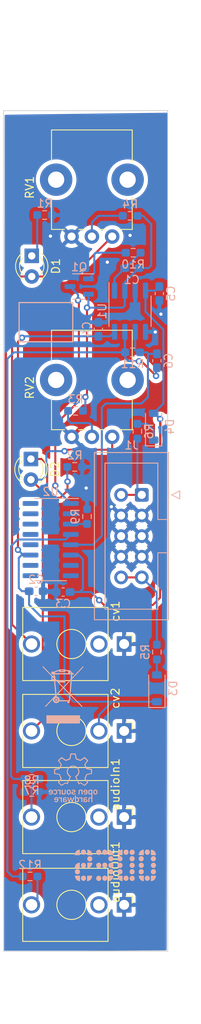
<source format=kicad_pcb>
(kicad_pcb (version 20221018) (generator pcbnew)
  (layers (0 "F.Cu" signal) (31 "B.Cu" signal) (34 "B.Paste" user) (35 "F.Paste" user) (36 "B.SilkS" user "B.Silkscreen") (37 "F.SilkS" user "F.Silkscreen") (38 "B.Mask" user) (39 "F.Mask" user) (44 "Edge.Cuts" user))
  (net 0 "")
  (net 1 "GND")
  (net 2 "Net-(R7-Pad2)")
  (net 4 "Net-(R12-Pad1)")
  (net 6 "Net-(C1-Pad1)")
  (net 7 "Net-(Q1-E)")
  (net 8 "+12V")
  (net 9 "-12V")
  (net 10 "Net-(C6-Pad1)")
  (net 11 "Net-(U1B--)")
  (net 12 "Net-(D1-A)")
  (net 13 "Net-(D2-A)")
  (net 15 "Net-(D1-K)")
  (net 16 "Net-(D2-K)")
  (net 17 "Net-(D3-A)")
  (net 18 "Net-(D4-K)")
  (net 19 "Net-(J1-Pin_1)")
  (net 20 "Net-(J1-Pin_10)")
  (net 21 "Net-(Q1-C)")
  (net 22 "Net-(Q1-B)")
  (net 23 "Net-(R3-Pad2)")
  (net 24 "Net-(R4-Pad2)")
  (net 25 "Net-(U2C--)")
  (net 26 "Net-(U2C-+)")
  (footprint "0deS:jackEuroTSTN" (layer "F.Cu") (at 117.2 120.8 -90)
    (fp_text reference "cv2")
    (fp_text value "AudioJack2_SwitchT")
  )
  (footprint "0deS:jackEuroTSTN" (layer "F.Cu") (at 117.2 142.2 -90)
    (fp_text reference "audioOut1")
    (fp_text value "AudioJack2_SwitchT")
  )
  (footprint "0deS:Pot-bourns-alpha" (layer "F.Cu") (at 122.2 84.6 90)
    (fp_text reference "RV2")
    (fp_text value "100k")
  )
  (footprint "0deS:Pot-bourns-alpha" (layer "F.Cu") (at 122.2 59.95 90)
    (fp_text reference "RV1")
    (fp_text value "100k")
  )
  (footprint "LED_THT:LED_D3.0mm" (layer "F.Cu") (at 112.3 62.325 -90)
    (fp_text reference "D1")
    (fp_text value "LED")
  )
  (footprint "0deS:jackEuroTSTN" (layer "F.Cu") (at 117.2 110.1 -90)
    (fp_text reference "cv1")
    (fp_text value "AudioJack2_SwitchT")
  )
  (footprint "0deS:jackEuroTSTN" (layer "F.Cu") (at 117.2 131.4 -90)
    (fp_text reference "audioIn1")
    (fp_text value "AudioJack2_SwitchT")
  )
  (footprint "LED_THT:LED_D3.0mm" (layer "F.Cu") (at 112.2 87.325 -90)
    (fp_text reference "D2")
    (fp_text value "LED")
  )
  (footprint "Resistor_SMD:R_0603_1608Metric_Pad0.98x0.95mm_HandSolder" (layer "B.Cu") (at 113.8875 57.3 180)
    (fp_text reference "R1")
    (fp_text value "10k")
  )
  (footprint "Diode_SMD:D_SOD-123" (layer "B.Cu") (at 127.7 115.55 90)
    (fp_text reference "D3")
    (fp_text value "1N4001")
  )
  (footprint "Resistor_SMD:R_0603_1608Metric_Pad0.98x0.95mm_HandSolder" (layer "B.Cu") (at 124.7825 61.9375)
    (fp_text reference "R10")
    (fp_text value "20k")
  )
  (footprint "Resistor_SMD:R_0603_1608Metric_Pad0.98x0.95mm_HandSolder" (layer "B.Cu") (at 124.7125 74.2)
    (fp_text reference "R11")
    (fp_text value "47k")
  )
  (footprint "Capacitor_SMD:C_0603_1608Metric_Pad1.08x0.95mm_HandSolder" (layer "B.Cu") (at 120.5 71.3625 -90)
    (fp_text reference "C4")
    (fp_text value "100nF")
  )
  (footprint "Capacitor_SMD:C_0603_1608Metric_Pad1.08x0.95mm_HandSolder" (layer "B.Cu") (at 127.7 75.2375 90)
    (fp_text reference "C6")
    (fp_text value "120pF")
  )
  (footprint "Capacitor_SMD:C_0603_1608Metric_Pad1.08x0.95mm_HandSolder" (layer "B.Cu") (at 124.6075 63.8375)
    (fp_text reference "C1")
    (fp_text value "120pF")
  )
  (footprint "Capacitor_SMD:C_0603_1608Metric_Pad1.08x0.95mm_HandSolder" (layer "B.Cu") (at 116.1625 103.7)
    (fp_text reference "C3")
    (fp_text value "100nF")
  )
  (footprint "0deS:SOT-23-BEC" (layer "B.Cu") (at 118.1375 66.1 180)
    (fp_text reference "Q1")
    (fp_text value "BC559")
  )
  (footprint "Diode_SMD:D_SOD-123" (layer "B.Cu") (at 127.3 83.35 90)
    (fp_text reference "D4")
    (fp_text value "1N4001")
  )
  (footprint "Resistor_SMD:R_0603_1608Metric_Pad0.98x0.95mm_HandSolder" (layer "B.Cu") (at 112.3 126.7)
    (fp_text reference "R7")
    (fp_text value "20k")
  )
  (footprint "Package_SO:SOIC-16_3.9x9.9mm_P1.27mm" (layer "B.Cu") (at 114.625 97.245 180)
    (fp_text reference "U2")
    (fp_text value "LM13700")
  )
  (footprint "Resistor_SMD:R_0603_1608Metric_Pad0.98x0.95mm_HandSolder" (layer "B.Cu") (at 125.3 83.9125 90)
    (fp_text reference "R6")
    (fp_text value "10r")
  )
  (footprint "Capacitor_SMD:C_0603_1608Metric_Pad1.08x0.95mm_HandSolder" (layer "B.Cu") (at 112.8375 103.6 180)
    (fp_text reference "C2")
    (fp_text value "100nF")
  )
  (footprint "Connector_IDC:IDC-Header_2x05_P2.54mm_Vertical" (layer "B.Cu") (at 125.84 91.74 180)
    (fp_text reference "J1")
    (fp_text value "Conn_02x05_Odd_Even")
  )
  (footprint "Resistor_SMD:R_0603_1608Metric_Pad0.98x0.95mm_HandSolder" (layer "B.Cu") (at 112.0875 138.7 180)
    (fp_text reference "R12")
    (fp_text value "680")
  )
  (footprint "Resistor_SMD:R_0603_1608Metric_Pad0.98x0.95mm_HandSolder" (layer "B.Cu") (at 117.5875 88.3 180)
    (fp_text reference "R2")
    (fp_text value "10k")
  )
  (footprint "Resistor_SMD:R_0603_1608Metric_Pad0.98x0.95mm_HandSolder" (layer "B.Cu") (at 127.7 111.0875 -90)
    (fp_text reference "R5")
    (fp_text value "10r")
  )
  (footprint "Resistor_SMD:R_0603_1608Metric_Pad0.98x0.95mm_HandSolder" (layer "B.Cu") (at 112.3 128.3 180)
    (fp_text reference "R8")
    (fp_text value "100")
  )
  (footprint "Resistor_SMD:R_0603_1608Metric_Pad0.98x0.95mm_HandSolder" (layer "B.Cu") (at 117.6875 81.4 180)
    (fp_text reference "R3")
    (fp_text value "20k")
  )
  (footprint "Resistor_SMD:R_0603_1608Metric_Pad0.98x0.95mm_HandSolder" (layer "B.Cu") (at 124.4125 57.4 180)
    (fp_text reference "R4")
    (fp_text value "20k")
  )
  (footprint "Resistor_SMD:R_0603_1608Metric_Pad0.98x0.95mm_HandSolder" (layer "B.Cu") (at 119.1 94.4 -90)
    (fp_text reference "R9")
    (fp_text value "100")
  )
  (footprint "Capacitor_SMD:C_0603_1608Metric_Pad1.08x0.95mm_HandSolder" (layer "B.Cu") (at 128 66.9625 90)
    (fp_text reference "C5")
    (fp_text value "100nF")
  )
  (footprint "Package_SO:SOP-8_3.76x4.96mm_P1.27mm" (layer "B.Cu") (at 124.395 69.1375 -90)
    (fp_text reference "U1")
    (fp_text value "TL072")
  )
  (gr_poly (pts (xy 124.642617 135.413021) (xy 124.626349 135.414214) (xy 124.610369 135.416181) (xy 124.594693 135.418905) (xy 124.579338 135.422369) (xy 124.564321 135.426556) (xy 124.549658 135.43145) (xy 124.535366 135.437033) (xy 124.521461 135.443288) (xy 124.50796 135.450199) (xy 124.494881 135.457748) (xy 124.482239 135.465918) (xy 124.470051 135.474693) (xy 124.458334 135.484055) (xy 124.447105 135.493988) (xy 124.43638 135.504473) (xy 124.426175 135.515496) (xy 124.416509 135.527037) (xy 124.407396 135.539081) (xy 124.398855 135.551611) (xy 124.390901 135.564609) (xy 124.383551 135.578058) (xy 124.376822 135.591942) (xy 124.370731 135.606243) (xy 124.365293 135.620945) (xy 124.360527 135.63603) (xy 124.356448 135.651482) (xy 124.353074 135.667283) (xy 124.35042 135.683417) (xy 124.348504 135.699867) (xy 124.347342 135.716615) (xy 124.346951 135.733644) (xy 124.347342 135.750642) (xy 124.348504 135.767359) (xy 124.35042 135.78378) (xy 124.353074 135.799888) (xy 124.356448 135.815665) (xy 124.360527 135.831094) (xy 124.365293 135.846158) (xy 124.370731 135.86084) (xy 124.376822 135.875124) (xy 124.383551 135.888991) (xy 124.390901 135.902425) (xy 124.398855 135.91541) (xy 124.407396 135.927927) (xy 124.416509 135.93996) (xy 124.426175 135.951491) (xy 124.43638 135.962505) (xy 124.447105 135.972983) (xy 124.458334 135.982908) (xy 124.470051 135.992264) (xy 124.482239 136.001034) (xy 124.494881 136.0092) (xy 124.50796 136.016745) (xy 124.521461 136.023653) (xy 124.535366 136.029906) (xy 124.549658 136.035487) (xy 124.564321 136.04038) (xy 124.579338 136.044566) (xy 124.594693 136.04803) (xy 124.610369 136.050753) (xy 124.626349 136.05272) (xy 124.642617 136.053912) (xy 124.659156 136.054313) (xy 124.675693 136.053912) (xy 124.691958 136.05272) (xy 124.707933 136.050753) (xy 124.723603 136.04803) (xy 124.73895 136.044566) (xy 124.753958 136.04038) (xy 124.76861 136.035487) (xy 124.782891 136.029906) (xy 124.796783 136.023653) (xy 124.810269 136.016745) (xy 124.823334 136.0092) (xy 124.835961 136.001034) (xy 124.848133 135.992264) (xy 124.859834 135.982908) (xy 124.871047 135.972983) (xy 124.881756 135.962505) (xy 124.891943 135.951491) (xy 124.901594 135.93996) (xy 124.91069 135.927927) (xy 124.919216 135.91541) (xy 124.927154 135.902425) (xy 124.93449 135.888991) (xy 124.941205 135.875124) (xy 124.947283 135.86084) (xy 124.952709 135.846158) (xy 124.957464 135.831094) (xy 124.961533 135.815665) (xy 124.9649 135.799888) (xy 124.967547 135.78378) (xy 124.969458 135.767359) (xy 124.970617 135.750642) (xy 124.971007 135.733644) (xy 124.970617 135.716615) (xy 124.969458 135.699867) (xy 124.967547 135.683417) (xy 124.9649 135.667283) (xy 124.961533 135.651482) (xy 124.957464 135.63603) (xy 124.952709 135.620945) (xy 124.947283 135.606243) (xy 124.941205 135.591942) (xy 124.93449 135.578058) (xy 124.927154 135.564609) (xy 124.919216 135.551611) (xy 124.91069 135.539081) (xy 124.901594 135.527037) (xy 124.891943 135.515496) (xy 124.881756 135.504473) (xy 124.871047 135.493988) (xy 124.859834 135.484055) (xy 124.848133 135.474693) (xy 124.835961 135.465918) (xy 124.823334 135.457748) (xy 124.810269 135.450199) (xy 124.796783 135.443288) (xy 124.782891 135.437033) (xy 124.76861 135.43145) (xy 124.753958 135.426556) (xy 124.73895 135.422369) (xy 124.723603 135.418905) (xy 124.707933 135.416181) (xy 124.691958 135.414214) (xy 124.675693 135.413021) (xy 124.659156 135.41262)) (fill solid) (layer "B.SilkS"))
  (gr_poly (pts (xy 121.269761 138.60455) (xy 121.253494 138.605742) (xy 121.237514 138.607709) (xy 121.221838 138.610432) (xy 121.206483 138.613896) (xy 121.191466 138.618082) (xy 121.176803 138.622975) (xy 121.162511 138.628556) (xy 121.148606 138.634809) (xy 121.135106 138.641717) (xy 121.122026 138.649262) (xy 121.109384 138.657428) (xy 121.097196 138.666198) (xy 121.08548 138.675554) (xy 121.07425 138.685479) (xy 121.063525 138.695957) (xy 121.053321 138.706971) (xy 121.043654 138.718502) (xy 121.034542 138.730535) (xy 121.026 138.743052) (xy 121.018046 138.756037) (xy 121.010697 138.769471) (xy 121.003968 138.783338) (xy 120.997876 138.797622) (xy 120.992439 138.812304) (xy 120.987673 138.827368) (xy 120.983594 138.842797) (xy 120.98022 138.858574) (xy 120.977566 138.874681) (xy 120.97565 138.891103) (xy 120.974488 138.90782) (xy 120.974097 138.924818) (xy 120.974488 138.941846) (xy 120.97565 138.958591) (xy 120.977566 138.975036) (xy 120.98022 138.991163) (xy 120.983594 139.006957) (xy 120.987673 139.022399) (xy 120.992439 139.037474) (xy 120.997876 139.052164) (xy 121.003968 139.066452) (xy 121.010697 139.080322) (xy 121.018046 139.093757) (xy 121.026 139.10674) (xy 121.034542 139.119253) (xy 121.043654 139.131281) (xy 121.053321 139.142806) (xy 121.063525 139.153812) (xy 121.07425 139.164281) (xy 121.08548 139.174197) (xy 121.097196 139.183543) (xy 121.109384 139.192302) (xy 121.122026 139.200457) (xy 121.135106 139.207992) (xy 121.148606 139.214889) (xy 121.162511 139.221131) (xy 121.176803 139.226702) (xy 121.191466 139.231585) (xy 121.206483 139.235763) (xy 121.221838 139.23922) (xy 121.237514 139.241937) (xy 121.253494 139.243899) (xy 121.269761 139.245089) (xy 121.2863 139.245489) (xy 121.302837 139.245089) (xy 121.319102 139.243899) (xy 121.335077 139.241937) (xy 121.350746 139.23922) (xy 121.366093 139.235763) (xy 121.381101 139.231585) (xy 121.395754 139.226702) (xy 121.410034 139.221131) (xy 121.423926 139.214889) (xy 121.437412 139.207992) (xy 121.450477 139.200457) (xy 121.463104 139.192302) (xy 121.475276 139.183543) (xy 121.486977 139.174197) (xy 121.49819 139.164281) (xy 121.508899 139.153812) (xy 121.519086 139.142806) (xy 121.528737 139.131281) (xy 121.537833 139.119253) (xy 121.546359 139.10674) (xy 121.554298 139.093757) (xy 121.561633 139.080322) (xy 121.568348 139.066452) (xy 121.574427 139.052164) (xy 121.579852 139.037474) (xy 121.584608 139.022399) (xy 121.588677 139.006957) (xy 121.592044 138.991163) (xy 121.594691 138.975036) (xy 121.596602 138.958591) (xy 121.597761 138.941846) (xy 121.598151 138.924818) (xy 121.597761 138.90782) (xy 121.596602 138.891103) (xy 121.594691 138.874681) (xy 121.592044 138.858574) (xy 121.588677 138.842797) (xy 121.584608 138.827368) (xy 121.579852 138.812304) (xy 121.574427 138.797622) (xy 121.568348 138.783338) (xy 121.561633 138.769471) (xy 121.554298 138.756037) (xy 121.546359 138.743052) (xy 121.537833 138.730535) (xy 121.528737 138.718502) (xy 121.519086 138.706971) (xy 121.508899 138.695957) (xy 121.49819 138.685479) (xy 121.486977 138.675554) (xy 121.475276 138.666198) (xy 121.463104 138.657428) (xy 121.450477 138.649262) (xy 121.437412 138.641717) (xy 121.423926 138.634809) (xy 121.410034 138.628556) (xy 121.395754 138.622975) (xy 121.381101 138.618082) (xy 121.366093 138.613896) (xy 121.350746 138.610432) (xy 121.335077 138.607709) (xy 121.319102 138.605742) (xy 121.302837 138.60455) (xy 121.2863 138.604149)) (fill solid) (layer "B.SilkS"))
  (gr_poly (pts (xy 122.854571 138.64691) (xy 122.858466 138.682921) (xy 122.863572 138.71805) (xy 122.869877 138.752282) (xy 122.877366 138.785602) (xy 122.886025 138.817995) (xy 122.89584 138.849447) (xy 122.906797 138.879942) (xy 122.918883 138.909464) (xy 122.932082 138.938) (xy 122.946382 138.965533) (xy 122.961767 138.992049) (xy 122.978225 139.017533) (xy 122.99574 139.04197) (xy 123.0143 139.065344) (xy 123.033889 139.087641) (xy 123.054495 139.108846) (xy 123.076102 139.128943) (xy 123.098697 139.147918) (xy 123.122266 139.165755) (xy 123.146795 139.182439) (xy 123.17227 139.197956) (xy 123.198677 139.21229) (xy 123.226001 139.225426) (xy 123.25423 139.23735) (xy 123.283348 139.248045) (xy 123.313342 139.257498) (xy 123.344197 139.265693) (xy 123.375901 139.272614) (xy 123.408438 139.278248) (xy 123.441794 139.282579) (xy 123.475957 139.285591) (xy 123.475957 138.610033) (xy 122.851903 138.610033)) (fill solid) (layer "B.SilkS"))
  (gr_poly (pts (xy 122.854571 138.64691) (xy 122.858466 138.682921) (xy 122.863572 138.71805) (xy 122.869877 138.752282) (xy 122.877366 138.785602) (xy 122.886025 138.817995) (xy 122.89584 138.849447) (xy 122.906797 138.879942) (xy 122.918883 138.909464) (xy 122.932082 138.938) (xy 122.946382 138.965533) (xy 122.961767 138.992049) (xy 122.978225 139.017533) (xy 122.99574 139.04197) (xy 123.0143 139.065344) (xy 123.033889 139.087641) (xy 123.054495 139.108846) (xy 123.076102 139.128943) (xy 123.098697 139.147918) (xy 123.122266 139.165755) (xy 123.146795 139.182439) (xy 123.17227 139.197956) (xy 123.198677 139.21229) (xy 123.226001 139.225426) (xy 123.25423 139.23735) (xy 123.283348 139.248045) (xy 123.313342 139.257498) (xy 123.344197 139.265693) (xy 123.375901 139.272614) (xy 123.408438 139.278248) (xy 123.441794 139.282579) (xy 123.475957 139.285591) (xy 123.475957 138.610033) (xy 122.851903 138.610033)) (fill solid) (layer "B.SilkS"))
  (gr_poly (pts (xy 127.253272 136.200436) (xy 127.237004 136.201628) (xy 127.221024 136.203595) (xy 127.205348 136.206319) (xy 127.189993 136.209782) (xy 127.174976 136.213969) (xy 127.160313 136.218861) (xy 127.14602 136.224442) (xy 127.132116 136.230695) (xy 127.118615 136.237603) (xy 127.105536 136.245148) (xy 127.092894 136.253314) (xy 127.080706 136.262084) (xy 127.068989 136.27144) (xy 127.05776 136.281366) (xy 127.047034 136.291844) (xy 127.03683 136.302857) (xy 127.027164 136.314389) (xy 127.018051 136.326421) (xy 127.00951 136.338939) (xy 127.001556 136.351923) (xy 126.994206 136.365357) (xy 126.987477 136.379225) (xy 126.981385 136.393508) (xy 126.975948 136.40819) (xy 126.971182 136.423254) (xy 126.967103 136.438683) (xy 126.963729 136.45446) (xy 126.961075 136.470568) (xy 126.959159 136.486989) (xy 126.957997 136.503707) (xy 126.957606 136.520704) (xy 126.957997 136.537734) (xy 126.959159 136.554482) (xy 126.961075 136.570931) (xy 126.963729 136.587065) (xy 126.967103 136.602866) (xy 126.971182 136.618318) (xy 126.975948 136.633403) (xy 126.981385 136.648105) (xy 126.987477 136.662406) (xy 126.994206 136.67629) (xy 127.001556 136.68974) (xy 127.00951 136.702737) (xy 127.018051 136.715267) (xy 127.027164 136.727311) (xy 127.03683 136.738853) (xy 127.047034 136.749875) (xy 127.05776 136.760361) (xy 127.068989 136.770293) (xy 127.080706 136.779655) (xy 127.092894 136.78843) (xy 127.105536 136.7966) (xy 127.118615 136.804149) (xy 127.132116 136.81106) (xy 127.14602 136.817315) (xy 127.160313 136.822898) (xy 127.174976 136.827792) (xy 127.189993 136.831979) (xy 127.205348 136.835443) (xy 127.221024 136.838167) (xy 127.237004 136.840134) (xy 127.253272 136.841327) (xy 127.269811 136.841728) (xy 127.286349 136.841327) (xy 127.302617 136.840134) (xy 127.318597 136.838167) (xy 127.334273 136.835443) (xy 127.349628 136.831979) (xy 127.364645 136.827792) (xy 127.379309 136.822898) (xy 127.393601 136.817315) (xy 127.407506 136.81106) (xy 127.421006 136.804149) (xy 127.434086 136.7966) (xy 127.446728 136.78843) (xy 127.458915 136.779655) (xy 127.470632 136.770293) (xy 127.481862 136.760361) (xy 127.492587 136.749875) (xy 127.502791 136.738853) (xy 127.512458 136.727311) (xy 127.52157 136.715267) (xy 127.530112 136.702737) (xy 127.538066 136.68974) (xy 127.545416 136.67629) (xy 127.552144 136.662406) (xy 127.558236 136.648105) (xy 127.563673 136.633403) (xy 127.568439 136.618318) (xy 127.572518 136.602866) (xy 127.575892 136.587065) (xy 127.578546 136.570931) (xy 127.580462 136.554482) (xy 127.581624 136.537734) (xy 127.582015 136.520704) (xy 127.581624 136.503707) (xy 127.580462 136.486989) (xy 127.578546 136.470568) (xy 127.575892 136.45446) (xy 127.572518 136.438683) (xy 127.568439 136.423254) (xy 127.563673 136.40819) (xy 127.558236 136.393508) (xy 127.552144 136.379225) (xy 127.545416 136.365357) (xy 127.538066 136.351923) (xy 127.530112 136.338939) (xy 127.52157 136.326421) (xy 127.512458 136.314389) (xy 127.502791 136.302857) (xy 127.492587 136.291844) (xy 127.481862 136.281366) (xy 127.470632 136.27144) (xy 127.458915 136.262084) (xy 127.446728 136.253314) (xy 127.434086 136.245148) (xy 127.421006 136.237603) (xy 127.407506 136.230695) (xy 127.393601 136.224442) (xy 127.379309 136.218861) (xy 127.364645 136.213969) (xy 127.349628 136.209782) (xy 127.334273 136.206319) (xy 127.318597 136.203595) (xy 127.302617 136.201628) (xy 127.286349 136.200436) (xy 127.269811 136.200035)) (fill solid) (layer "B.SilkS"))
  (gr_poly (pts (xy 118.651873 135.399121) (xy 118.635608 135.400313) (xy 118.619633 135.40228) (xy 118.603964 135.405003) (xy 118.588617 135.408467) (xy 118.573609 135.412653) (xy 118.558956 135.417546) (xy 118.544676 135.423127) (xy 118.530784 135.42938) (xy 118.517298 135.436288) (xy 118.504233 135.443833) (xy 118.491606 135.451999) (xy 118.479434 135.460769) (xy 118.467733 135.470125) (xy 118.45652 135.48005) (xy 118.445811 135.490528) (xy 118.435623 135.501542) (xy 118.425973 135.513073) (xy 118.416877 135.525106) (xy 118.408351 135.537623) (xy 118.400412 135.550607) (xy 118.393077 135.564042) (xy 118.386362 135.577909) (xy 118.380283 135.592193) (xy 118.374858 135.606875) (xy 118.370102 135.621939) (xy 118.366033 135.637368) (xy 118.362666 135.653145) (xy 118.360019 135.669252) (xy 118.358108 135.685673) (xy 118.356949 135.702391) (xy 118.356559 135.719389) (xy 118.356949 135.736417) (xy 118.358108 135.753162) (xy 118.360019 135.769607) (xy 118.362666 135.785734) (xy 118.366033 135.801528) (xy 118.370102 135.81697) (xy 118.374858 135.832045) (xy 118.380283 135.846735) (xy 118.386362 135.861023) (xy 118.393077 135.874893) (xy 118.400412 135.888328) (xy 118.408351 135.901311) (xy 118.416877 135.913824) (xy 118.425973 135.925852) (xy 118.435623 135.937377) (xy 118.445811 135.948383) (xy 118.45652 135.958852) (xy 118.467733 135.968768) (xy 118.479434 135.978114) (xy 118.491606 135.986873) (xy 118.504233 135.995028) (xy 118.517298 136.002563) (xy 118.530784 136.009459) (xy 118.544676 136.015702) (xy 118.558956 136.021273) (xy 118.573609 136.026156) (xy 118.588617 136.030334) (xy 118.603964 136.03379) (xy 118.619633 136.036508) (xy 118.635608 136.03847) (xy 118.651873 136.039659) (xy 118.66841 136.04006) (xy 118.684949 136.039659) (xy 118.701216 136.03847) (xy 118.717196 136.036508) (xy 118.732872 136.03379) (xy 118.748227 136.030334) (xy 118.763244 136.026156) (xy 118.777907 136.021273) (xy 118.792199 136.015702) (xy 118.806104 136.009459) (xy 118.819604 136.002563) (xy 118.832684 135.995028) (xy 118.845326 135.986873) (xy 118.857514 135.978114) (xy 118.86923 135.968768) (xy 118.88046 135.958852) (xy 118.891185 135.948383) (xy 118.901389 135.937377) (xy 118.911056 135.925852) (xy 118.920168 135.913824) (xy 118.92871 135.901311) (xy 118.936664 135.888328) (xy 118.944013 135.874893) (xy 118.950742 135.861023) (xy 118.956834 135.846735) (xy 118.962271 135.832045) (xy 118.967037 135.81697) (xy 118.971116 135.801528) (xy 118.97449 135.785734) (xy 118.977144 135.769607) (xy 118.97906 135.753162) (xy 118.980222 135.736417) (xy 118.980613 135.719389) (xy 118.980222 135.702391) (xy 118.97906 135.685673) (xy 118.977144 135.669252) (xy 118.97449 135.653145) (xy 118.971116 135.637368) (xy 118.967037 135.621939) (xy 118.962271 135.606875) (xy 118.956834 135.592193) (xy 118.950742 135.577909) (xy 118.944013 135.564042) (xy 118.936664 135.550607) (xy 118.92871 135.537623) (xy 118.920168 135.525106) (xy 118.911056 135.513073) (xy 118.901389 135.501542) (xy 118.891185 135.490528) (xy 118.88046 135.48005) (xy 118.86923 135.470125) (xy 118.857514 135.460769) (xy 118.845326 135.451999) (xy 118.832684 135.443833) (xy 118.819604 135.436288) (xy 118.806104 135.42938) (xy 118.792199 135.423127) (xy 118.777907 135.417546) (xy 118.763244 135.412653) (xy 118.748227 135.408467) (xy 118.732872 135.405003) (xy 118.717196 135.40228) (xy 118.701216 135.400313) (xy 118.684949 135.399121) (xy 118.66841 135.398719)) (fill solid) (layer "B.SilkS"))
  (gr_rect (start 110.744 68.072) (end 117.348 72.898) (stroke (width 0.15)) (fill none) (layer "B.SilkS"))
  (gr_poly (pts (xy 125.472604 138.64691) (xy 125.476468 138.682921) (xy 125.481547 138.71805) (xy 125.487825 138.752282) (xy 125.49529 138.785602) (xy 125.503926 138.817995) (xy 125.51372 138.849447) (xy 125.524658 138.879942) (xy 125.536726 138.909464) (xy 125.549909 138.938) (xy 125.564193 138.965533) (xy 125.579565 138.992049) (xy 125.596011 139.017533) (xy 125.613515 139.04197) (xy 125.632065 139.065344) (xy 125.651645 139.087641) (xy 125.672243 139.108846) (xy 125.693844 139.128943) (xy 125.716433 139.147918) (xy 125.739997 139.165755) (xy 125.764522 139.182439) (xy 125.789993 139.197956) (xy 125.816397 139.21229) (xy 125.843719 139.225426) (xy 125.871945 139.23735) (xy 125.901062 139.248045) (xy 125.931055 139.257498) (xy 125.96191 139.265693) (xy 125.993613 139.272614) (xy 126.02615 139.278248) (xy 126.059506 139.282579) (xy 126.093669 139.285591) (xy 126.093669 138.610033) (xy 125.469968 138.610033)) (fill solid) (layer "B.SilkS"))
  (gr_poly (pts (xy 119.422364 136.216107) (xy 119.406097 136.217299) (xy 119.390117 136.219266) (xy 119.374441 136.221989) (xy 119.359086 136.225453) (xy 119.344069 136.229639) (xy 119.329406 136.234532) (xy 119.315114 136.240113) (xy 119.301209 136.246366) (xy 119.287709 136.253274) (xy 119.274629 136.260819) (xy 119.261987 136.268985) (xy 119.2498 136.277755) (xy 119.238083 136.287111) (xy 119.226853 136.297036) (xy 119.216128 136.307514) (xy 119.205924 136.318528) (xy 119.196257 136.330059) (xy 119.187145 136.342092) (xy 119.178604 136.354609) (xy 119.17065 136.367594) (xy 119.1633 136.381028) (xy 119.156571 136.394895) (xy 119.150479 136.409179) (xy 119.145042 136.423861) (xy 119.140276 136.438925) (xy 119.136197 136.454354) (xy 119.132823 136.470131) (xy 119.130169 136.486238) (xy 119.128253 136.50266) (xy 119.127091 136.519377) (xy 119.1267 136.536375) (xy 119.127091 136.553403) (xy 119.128253 136.570148) (xy 119.130169 136.586593) (xy 119.132823 136.60272) (xy 119.136197 136.618514) (xy 119.140276 136.633956) (xy 119.145042 136.649031) (xy 119.150479 136.663721) (xy 119.156571 136.678009) (xy 119.1633 136.691879) (xy 119.17065 136.705314) (xy 119.178604 136.718297) (xy 119.187145 136.73081) (xy 119.196257 136.742838) (xy 119.205924 136.754363) (xy 119.216128 136.765369) (xy 119.226853 136.775838) (xy 119.238083 136.785754) (xy 119.2498 136.7951) (xy 119.261987 136.803859) (xy 119.274629 136.812014) (xy 119.287709 136.819549) (xy 119.301209 136.826446) (xy 119.315114 136.832688) (xy 119.329406 136.838259) (xy 119.344069 136.843142) (xy 119.359086 136.84732) (xy 119.374441 136.850777) (xy 119.390117 136.853494) (xy 119.406097 136.855456) (xy 119.422364 136.856646) (xy 119.438903 136.857046) (xy 119.45544 136.856646) (xy 119.471705 136.855456) (xy 119.48768 136.853494) (xy 119.503349 136.850777) (xy 119.518696 136.84732) (xy 119.533704 136.843142) (xy 119.548357 136.838259) (xy 119.562637 136.832688) (xy 119.576529 136.826446) (xy 119.590015 136.819549) (xy 119.603081 136.812014) (xy 119.615707 136.803859) (xy 119.627879 136.7951) (xy 119.63958 136.785754) (xy 119.650793 136.775838) (xy 119.661502 136.765369) (xy 119.67169 136.754363) (xy 119.68134 136.742838) (xy 119.690436 136.73081) (xy 119.698962 136.718297) (xy 119.706901 136.705314) (xy 119.714236 136.691879) (xy 119.720951 136.678009) (xy 119.72703 136.663721) (xy 119.732455 136.649031) (xy 119.737211 136.633956) (xy 119.74128 136.618514) (xy 119.744647 136.60272) (xy 119.747294 136.586593) (xy 119.749205 136.570148) (xy 119.750364 136.553403) (xy 119.750754 136.536375) (xy 119.750364 136.519377) (xy 119.749205 136.50266) (xy 119.747294 136.486238) (xy 119.744647 136.470131) (xy 119.74128 136.454354) (xy 119.737211 136.438925) (xy 119.732455 136.423861) (xy 119.72703 136.409179) (xy 119.720951 136.394895) (xy 119.714236 136.381028) (xy 119.706901 136.367594) (xy 119.698962 136.354609) (xy 119.690436 136.342092) (xy 119.68134 136.330059) (xy 119.67169 136.318528) (xy 119.661502 136.307514) (xy 119.650793 136.297036) (xy 119.63958 136.287111) (xy 119.627879 136.277755) (xy 119.615707 136.268985) (xy 119.603081 136.260819) (xy 119.590015 136.253274) (xy 119.576529 136.246366) (xy 119.562637 136.240113) (xy 119.548357 136.234532) (xy 119.533704 136.229639) (xy 119.518696 136.225453) (xy 119.503349 136.221989) (xy 119.48768 136.219266) (xy 119.471705 136.217299) (xy 119.45544 136.216107) (xy 119.438903 136.215706)) (fill solid) (layer "B.SilkS"))
  (gr_poly (pts (xy 126.505361 135.399121) (xy 126.489093 135.400313) (xy 126.473113 135.40228) (xy 126.457437 135.405003) (xy 126.442082 135.408467) (xy 126.427064 135.412653) (xy 126.412401 135.417546) (xy 126.398109 135.423127) (xy 126.384204 135.42938) (xy 126.370704 135.436288) (xy 126.357624 135.443833) (xy 126.344982 135.451999) (xy 126.332794 135.460769) (xy 126.321077 135.470125) (xy 126.309848 135.48005) (xy 126.299123 135.490528) (xy 126.288919 135.501542) (xy 126.279252 135.513073) (xy 126.27014 135.525106) (xy 126.261598 135.537623) (xy 126.253644 135.550607) (xy 126.246294 135.564042) (xy 126.239565 135.577909) (xy 126.233474 135.592193) (xy 126.228037 135.606875) (xy 126.223271 135.621939) (xy 126.219192 135.637368) (xy 126.215817 135.653145) (xy 126.213164 135.669252) (xy 126.211248 135.685673) (xy 126.210086 135.702391) (xy 126.209695 135.719389) (xy 126.210086 135.736417) (xy 126.211248 135.753162) (xy 126.213164 135.769607) (xy 126.215817 135.785734) (xy 126.219192 135.801528) (xy 126.223271 135.81697) (xy 126.228037 135.832045) (xy 126.233474 135.846735) (xy 126.239565 135.861023) (xy 126.246294 135.874893) (xy 126.253644 135.888328) (xy 126.261598 135.901311) (xy 126.27014 135.913824) (xy 126.279252 135.925852) (xy 126.288919 135.937377) (xy 126.299123 135.948383) (xy 126.309848 135.958852) (xy 126.321077 135.968768) (xy 126.332794 135.978114) (xy 126.344982 135.986873) (xy 126.357624 135.995028) (xy 126.370704 136.002563) (xy 126.384204 136.009459) (xy 126.398109 136.015702) (xy 126.412401 136.021273) (xy 126.427064 136.026156) (xy 126.442082 136.030334) (xy 126.457437 136.03379) (xy 126.473113 136.036508) (xy 126.489093 136.03847) (xy 126.505361 136.039659) (xy 126.521899 136.04006) (xy 126.538437 136.039659) (xy 126.554702 136.03847) (xy 126.570677 136.036508) (xy 126.586346 136.03379) (xy 126.601693 136.030334) (xy 126.616701 136.026156) (xy 126.631354 136.021273) (xy 126.645634 136.015702) (xy 126.659526 136.009459) (xy 126.673013 136.002563) (xy 126.686078 135.995028) (xy 126.698705 135.986873) (xy 126.710877 135.978114) (xy 126.722577 135.968768) (xy 126.73379 135.958852) (xy 126.744499 135.948383) (xy 126.754687 135.937377) (xy 126.764337 135.925852) (xy 126.773433 135.913824) (xy 126.781959 135.901311) (xy 126.789898 135.888328) (xy 126.797233 135.874893) (xy 126.803948 135.861023) (xy 126.810027 135.846735) (xy 126.815452 135.832045) (xy 126.820207 135.81697) (xy 126.824277 135.801528) (xy 126.827643 135.785734) (xy 126.83029 135.769607) (xy 126.832202 135.753162) (xy 126.833361 135.736417) (xy 126.833751 135.719389) (xy 126.833361 135.702391) (xy 126.832202 135.685673) (xy 126.83029 135.669252) (xy 126.827643 135.653145) (xy 126.824277 135.637368) (xy 126.820207 135.621939) (xy 126.815452 135.606875) (xy 126.810027 135.592193) (xy 126.803948 135.577909) (xy 126.797233 135.564042) (xy 126.789898 135.550607) (xy 126.781959 135.537623) (xy 126.773433 135.525106) (xy 126.764337 135.513073) (xy 126.754687 135.501542) (xy 126.744499 135.490528) (xy 126.73379 135.48005) (xy 126.722577 135.470125) (xy 126.710877 135.460769) (xy 126.698705 135.451999) (xy 126.686078 135.443833) (xy 126.673013 135.436288) (xy 126.659526 135.42938) (xy 126.645634 135.423127) (xy 126.631354 135.417546) (xy 126.616701 135.412653) (xy 126.601693 135.408467) (xy 126.586346 135.405003) (xy 126.570677 135.40228) (xy 126.554702 135.400313) (xy 126.538437 135.399121) (xy 126.521899 135.398719)) (fill solid) (layer "B.SilkS"))
  (gr_poly (pts (xy 117.61897 138.64691) (xy 117.622864 138.682921) (xy 117.627971 138.71805) (xy 117.634276 138.752282) (xy 117.641765 138.785602) (xy 117.650424 138.817995) (xy 117.660239 138.849447) (xy 117.671197 138.879942) (xy 117.683282 138.909464) (xy 117.696481 138.938) (xy 117.710781 138.965533) (xy 117.726166 138.992049) (xy 117.742624 139.017533) (xy 117.760139 139.04197) (xy 117.778698 139.065344) (xy 117.798288 139.087641) (xy 117.818893 139.108846) (xy 117.8405 139.128943) (xy 117.863095 139.147918) (xy 117.886665 139.165755) (xy 117.911193 139.182439) (xy 117.936668 139.197956) (xy 117.963075 139.21229) (xy 117.990399 139.225426) (xy 118.018628 139.23735) (xy 118.047746 139.248045) (xy 118.07774 139.257498) (xy 118.108595 139.265693) (xy 118.140299 139.272614) (xy 118.172836 139.278248) (xy 118.206193 139.282579) (xy 118.240355 139.285591) (xy 118.240355 138.610033) (xy 117.616301 138.610033)) (fill solid) (layer "B.SilkS"))
  (gr_poly (pts (xy 116.374914 128.956481) (xy 116.347803 128.958297) (xy 116.321985 128.96141) (xy 116.309587 128.963474) (xy 116.297544 128.96589) (xy 116.285867 128.968664) (xy 116.274567 128.971807) (xy 116.263654 128.975326) (xy 116.253139 128.979232) (xy 116.243033 128.983531) (xy 116.233346 128.988235) (xy 116.224089 128.99335) (xy 116.215272 128.998886) (xy 116.206908 129.004852) (xy 116.199005 129.011257) (xy 116.191575 129.018109) (xy 116.184629 129.025417) (xy 116.178177 129.03319) (xy 116.17223 129.041437) (xy 116.166798 129.050166) (xy 116.161893 129.059386) (xy 116.157525 129.069107) (xy 116.153704 129.079337) (xy 116.150442 129.090084) (xy 116.14775 129.101358) (xy 116.145636 129.113167) (xy 116.144114 129.12552) (xy 116.143192 129.138426) (xy 116.142883 129.151894) (xy 116.142883 129.558081) (xy 116.268824 129.558081) (xy 116.268824 129.505375) (xy 116.271153 129.505375) (xy 116.276241 129.512815) (xy 116.281767 129.519739) (xy 116.287768 129.526152) (xy 116.29428 129.532059) (xy 116.301339 129.537464) (xy 116.30898 129.542374) (xy 116.317242 129.546793) (xy 116.326159 129.550725) (xy 116.335768 129.554176) (xy 116.346105 129.557151) (xy 116.357207 129.559655) (xy 116.36911 129.561692) (xy 116.381851 129.563268) (xy 116.395464 129.564387) (xy 116.409987 129.565056) (xy 116.425457 129.565277) (xy 116.438362 129.565048) (xy 116.450923 129.564368) (xy 116.463134 129.563246) (xy 116.474991 129.561692) (xy 116.48649 129.559717) (xy 116.497627 129.55733) (xy 116.508398 129.554541) (xy 116.518798 129.55136) (xy 116.528823 129.547797) (xy 116.538469 129.543862) (xy 116.547732 129.539566) (xy 116.556607 129.534916) (xy 116.565091 129.529925) (xy 116.573178 129.524601) (xy 116.580865 129.518955) (xy 116.588148 129.512996) (xy 116.595022 129.506734) (xy 116.601484 129.50018) (xy 116.607528 129.493343) (xy 116.613151 129.486233) (xy 116.618348 129.47886) (xy 116.623116 129.471235) (xy 116.627449 129.463366) (xy 116.631345 129.455264) (xy 116.634797 129.446939) (xy 116.637804 129.4384) (xy 116.640359 129.429658) (xy 116.642459 129.420723) (xy 116.6441 129.411604) (xy 116.645277 129.402311) (xy 116.645987 129.392855) (xy 116.646224 129.383245) (xy 116.646089 129.377318) (xy 116.527903 129.377318) (xy 116.527506 129.384754) (xy 116.526299 129.392032) (xy 116.524255 129.399108) (xy 116.521348 129.405936) (xy 116.517549 129.412472) (xy 116.515308 129.415618) (xy 116.512834 129.418673) (xy 116.510124 129.421634) (xy 116.507175 129.424494) (xy 116.503983 129.427248) (xy 116.500545 129.42989) (xy 116.496858 129.432416) (xy 116.492918 129.434818) (xy 116.484267 129.439232) (xy 116.474566 129.443089) (xy 116.463788 129.446344) (xy 116.451906 129.448953) (xy 116.438893 129.450871) (xy 116.424724 129.452055) (xy 116.40937 129.452459) (xy 116.390525 129.452318) (xy 116.373249 129.451824) (xy 116.357493 129.450872) (xy 116.343208 129.449357) (xy 116.336602 129.448356) (xy 116.330346 129.447176) (xy 116.324433 129.445802) (xy 116.318857 129.444222) (xy 116.313613 129.442423) (xy 116.308694 129.440391) (xy 116.304094 129.438114) (xy 116.299807 129.435579) (xy 116.295827 129.432772) (xy 116.292148 129.429681) (xy 116.288763 129.426291) (xy 116.285668 129.422591) (xy 116.282855 129.418566) (xy 116.280318 129.414205) (xy 116.278052 129.409493) (xy 116.276051 129.404418) (xy 116.274307 129.398967) (xy 116.272816 129.393126) (xy 116.271571 129.386882) (xy 116.270566 129.380223) (xy 116.269795 129.373135) (xy 116.269251 129.365605) (xy 116.26893 129.35762) (xy 116.268824 129.349166) (xy 116.268824 129.305775) (xy 116.419318 129.305775) (xy 116.426147 129.305857) (xy 116.432746 129.306101) (xy 116.439114 129.306506) (xy 116.445254 129.307069) (xy 116.451165 129.307787) (xy 116.456848 129.308659) (xy 116.462306 129.309681) (xy 116.467538 129.310851) (xy 116.472546 129.312168) (xy 116.47733 129.313628) (xy 116.481891 129.31523) (xy 116.486231 129.31697) (xy 116.49035 129.318847) (xy 116.494249 129.320859) (xy 116.497929 129.323002) (xy 116.501391 129.325275) (xy 116.504637 129.327674) (xy 116.507666 129.330199) (xy 116.51048 129.332846) (xy 116.513079 129.335613) (xy 116.515466 129.338497) (xy 116.51764 129.341497) (xy 116.519602 129.34461) (xy 116.521354 129.347834) (xy 116.522897 129.351165) (xy 116.52423 129.354603) (xy 116.525356 129.358144) (xy 116.526275 129.361786) (xy 116.526989 129.365527) (xy 116.527497 129.369364) (xy 116.527801 129.373295) (xy 116.527903 129.377318) (xy 116.646089 129.377318) (xy 116.646022 129.374378) (xy 116.645416 129.365605) (xy 116.644408 129.356939) (xy 116.642997 129.348391) (xy 116.641184 129.339975) (xy 116.63897 129.331702) (xy 116.636356 129.323584) (xy 116.633342 129.315634) (xy 116.629929 129.307864) (xy 116.626118 129.300287) (xy 116.621909 129.292915) (xy 116.617303 129.285759) (xy 116.612301 129.278833) (xy 116.606903 129.272148) (xy 116.601109 129.265717) (xy 116.594922 129.259553) (xy 116.58834 129.253666) (xy 116.581365 129.248071) (xy 116.573998 129.242778) (xy 116.56624 129.237801) (xy 116.55809 129.233152) (xy 116.549549 129.228842) (xy 116.540619 129.224884) (xy 116.531299 129.221291) (xy 116.521591 129.218074) (xy 116.511496 129.215247) (xy 116.501013 129.212821) (xy 116.490143 129.210808) (xy 116.478888 129.209221) (xy 116.467247 129.208073) (xy 116.455222 129.207374) (xy 116.442813 129.207139) (xy 116.268824 129.207139) (xy 116.268824 129.144909) (xy 116.269276 129.134773) (xy 116.269845 129.130015) (xy 116.270646 129.125461) (xy 116.271681 129.121107) (xy 116.272953 129.11695) (xy 116.274464 129.112988) (xy 116.276216 129.109217) (xy 116.278212 129.105635) (xy 116.280455 129.102238) (xy 116.282947 129.099024) (xy 116.28569 129.09599) (xy 116.288687 129.093132) (xy 116.29194 129.090448) (xy 116.295452 129.087935) (xy 116.299225 129.08559) (xy 116.303261 129.08341) (xy 116.307564 129.081391) (xy 116.316976 129.077829) (xy 116.327482 129.07488) (xy 116.339101 129.072519) (xy 116.351852 129.070725) (xy 116.365754 129.069472) (xy 116.380829 129.068737) (xy 116.397094 129.068498) (xy 116.408959 129.068639) (xy 116.420054 129.069074) (xy 116.430415 129.069816) (xy 116.440082 129.070882) (xy 116.444666 129.071541) (xy 116.449091 129.072287) (xy 116.453361 129.073121) (xy 116.45748 129.074045) (xy 116.461455 129.075062) (xy 116.465288 129.076173) (xy 116.468986 129.077379) (xy 116.472552 129.078684) (xy 116.475992 129.080089) (xy 116.47931 129.081595) (xy 116.482511 129.083205) (xy 116.4856 129.08492) (xy 116.488581 129.086743) (xy 116.49146 129.088676) (xy 116.49424 129.090719) (xy 116.496927 129.092876) (xy 116.499525 129.095147) (xy 116.502039 129.097536) (xy 116.504474 129.100043) (xy 116.506834 129.102672) (xy 116.509125 129.105422) (xy 116.511351 129.108298) (xy 116.513516 129.111299) (xy 116.515626 129.114429) (xy 116.614262 129.042886) (xy 116.604969 129.031445) (xy 116.595185 129.020917) (xy 116.584902 129.011278) (xy 116.574115 129.002505) (xy 116.562819 128.994572) (xy 116.551007 128.987456) (xy 116.538673 128.981132) (xy 116.525813 128.975577) (xy 116.512418 128.970765) (xy 116.498485 128.966674) (xy 116.484007 128.963279) (xy 116.468977 128.960555) (xy 116.453391 128.958478) (xy 116.437242 128.957025) (xy 116.420524 128.956171) (xy 116.403232 128.955892)) (fill solid) (layer "B.SilkS"))
  (gr_poly (pts (xy 119.110755 139.285591) (xy 119.144918 139.282579) (xy 119.178274 139.278248) (xy 119.210811 139.272614) (xy 119.242514 139.265693) (xy 119.273369 139.257498) (xy 119.303362 139.248045) (xy 119.332479 139.23735) (xy 119.360705 139.225426) (xy 119.388028 139.21229) (xy 119.414431 139.197956) (xy 119.439903 139.182439) (xy 119.464427 139.165755) (xy 119.487991 139.147918) (xy 119.510581 139.128943) (xy 119.532181 139.108846) (xy 119.552779 139.087641) (xy 119.572359 139.065344) (xy 119.590909 139.04197) (xy 119.608413 139.017533) (xy 119.624858 138.992049) (xy 119.64023 138.965533) (xy 119.654515 138.938) (xy 119.667698 138.909464) (xy 119.679766 138.879942) (xy 119.690704 138.849447) (xy 119.700498 138.817995) (xy 119.709135 138.785602) (xy 119.716599 138.752282) (xy 119.722878 138.71805) (xy 119.727957 138.682921) (xy 119.734458 138.610033) (xy 119.110755 138.610033)) (fill solid) (layer "B.SilkS"))
  (gr_poly (pts (xy 123.139561 137.803219) (xy 123.123296 137.804412) (xy 123.107321 137.806378) (xy 123.091651 137.809102) (xy 123.076304 137.812565) (xy 123.061296 137.816752) (xy 123.046644 137.821644) (xy 123.032363 137.827225) (xy 123.018471 137.833478) (xy 123.004985 137.840386) (xy 122.99192 137.847931) (xy 122.979293 137.856098) (xy 122.967121 137.864867) (xy 122.95542 137.874223) (xy 122.944207 137.884149) (xy 122.933499 137.894627) (xy 122.923311 137.90564) (xy 122.913661 137.917172) (xy 122.904564 137.929205) (xy 122.896038 137.941722) (xy 122.8881 137.954706) (xy 122.880764 137.96814) (xy 122.874049 137.982008) (xy 122.867971 137.996291) (xy 122.862546 138.010973) (xy 122.85779 138.026038) (xy 122.853721 138.041467) (xy 122.850354 138.057243) (xy 122.847707 138.073351) (xy 122.845796 138.089772) (xy 122.844637 138.10649) (xy 122.844247 138.123487) (xy 122.844637 138.140516) (xy 122.845796 138.157261) (xy 122.847707 138.173705) (xy 122.850354 138.189833) (xy 122.853721 138.205626) (xy 122.85779 138.221069) (xy 122.862546 138.236143) (xy 122.867971 138.250833) (xy 122.874049 138.265122) (xy 122.880764 138.278992) (xy 122.8881 138.292426) (xy 122.896038 138.305409) (xy 122.904564 138.317923) (xy 122.913661 138.329951) (xy 122.923311 138.341476) (xy 122.933499 138.352482) (xy 122.944207 138.362951) (xy 122.95542 138.372867) (xy 122.967121 138.382213) (xy 122.979293 138.390972) (xy 122.99192 138.399127) (xy 123.004985 138.406661) (xy 123.018471 138.413558) (xy 123.032363 138.4198) (xy 123.046644 138.425372) (xy 123.061296 138.430255) (xy 123.076304 138.434433) (xy 123.091651 138.437889) (xy 123.107321 138.440606) (xy 123.123296 138.442568) (xy 123.139561 138.443758) (xy 123.156098 138.444158) (xy 123.172637 138.443758) (xy 123.188905 138.442568) (xy 123.204885 138.440606) (xy 123.220561 138.437889) (xy 123.235916 138.434433) (xy 123.250933 138.430255) (xy 123.265596 138.425372) (xy 123.279888 138.4198) (xy 123.293793 138.413558) (xy 123.307294 138.406661) (xy 123.320373 138.399127) (xy 123.333015 138.390972) (xy 123.345203 138.382213) (xy 123.35692 138.372867) (xy 123.368149 138.362951) (xy 123.378874 138.352482) (xy 123.389079 138.341476) (xy 123.398745 138.329951) (xy 123.407858 138.317923) (xy 123.416399 138.305409) (xy 123.424353 138.292426) (xy 123.431703 138.278992) (xy 123.438432 138.265122) (xy 123.444523 138.250833) (xy 123.449961 138.236143) (xy 123.454727 138.221069) (xy 123.458806 138.205626) (xy 123.46218 138.189833) (xy 123.464834 138.173705) (xy 123.46675 138.157261) (xy 123.467912 138.140516) (xy 123.468303 138.123487) (xy 123.467912 138.10649) (xy 123.46675 138.089772) (xy 123.464834 138.073351) (xy 123.46218 138.057243) (xy 123.458806 138.041467) (xy 123.454727 138.026038) (xy 123.449961 138.010973) (xy 123.444523 137.996291) (xy 123.438432 137.982008) (xy 123.431703 137.96814) (xy 123.424353 137.954706) (xy 123.416399 137.941722) (xy 123.407858 137.929205) (xy 123.398745 137.917172) (xy 123.389079 137.90564) (xy 123.378874 137.894627) (xy 123.368149 137.884149) (xy 123.35692 137.874223) (xy 123.345203 137.864867) (xy 123.333015 137.856098) (xy 123.320373 137.847931) (xy 123.307294 137.840386) (xy 123.293793 137.833478) (xy 123.279888 137.827225) (xy 123.265596 137.821644) (xy 123.250933 137.816752) (xy 123.235916 137.812565) (xy 123.220561 137.809102) (xy 123.204885 137.806378) (xy 123.188905 137.804412) (xy 123.172637 137.803219) (xy 123.156098 137.802818)) (fill solid) (layer "B.SilkS"))
  (gr_poly (pts (xy 121.269761 137.00195) (xy 121.253494 137.003142) (xy 121.237514 137.005109) (xy 121.221838 137.007832) (xy 121.206483 137.011296) (xy 121.191466 137.015482) (xy 121.176803 137.020375) (xy 121.162511 137.025956) (xy 121.148606 137.032209) (xy 121.135106 137.039117) (xy 121.122026 137.046662) (xy 121.109384 137.054828) (xy 121.097196 137.063598) (xy 121.08548 137.072954) (xy 121.07425 137.082879) (xy 121.063525 137.093357) (xy 121.053321 137.104371) (xy 121.043654 137.115902) (xy 121.034542 137.127935) (xy 121.026 137.140452) (xy 121.018046 137.153436) (xy 121.010697 137.166871) (xy 121.003968 137.180738) (xy 120.997876 137.195022) (xy 120.992439 137.209704) (xy 120.987673 137.224768) (xy 120.983594 137.240197) (xy 120.98022 137.255974) (xy 120.977566 137.272081) (xy 120.97565 137.288502) (xy 120.974488 137.30522) (xy 120.974097 137.322218) (xy 120.974488 137.339215) (xy 120.97565 137.355933) (xy 120.977566 137.372354) (xy 120.98022 137.388462) (xy 120.983594 137.404239) (xy 120.987673 137.419668) (xy 120.992439 137.434732) (xy 120.997876 137.449415) (xy 121.003968 137.463698) (xy 121.010697 137.477566) (xy 121.018046 137.491) (xy 121.026 137.503984) (xy 121.034542 137.516502) (xy 121.043654 137.528535) (xy 121.053321 137.540066) (xy 121.063525 137.55108) (xy 121.07425 137.561558) (xy 121.08548 137.571483) (xy 121.097196 137.580839) (xy 121.109384 137.589609) (xy 121.122026 137.597775) (xy 121.135106 137.605321) (xy 121.148606 137.612228) (xy 121.162511 137.618481) (xy 121.176803 137.624063) (xy 121.191466 137.628955) (xy 121.206483 137.633141) (xy 121.221838 137.636605) (xy 121.237514 137.639329) (xy 121.253494 137.641295) (xy 121.269761 137.642487) (xy 121.2863 137.642889) (xy 121.302837 137.642487) (xy 121.319102 137.641295) (xy 121.335077 137.639329) (xy 121.350746 137.636605) (xy 121.366093 137.633141) (xy 121.381101 137.628955) (xy 121.395754 137.624063) (xy 121.410034 137.618481) (xy 121.423926 137.612228) (xy 121.437412 137.605321) (xy 121.450477 137.597775) (xy 121.463104 137.589609) (xy 121.475276 137.580839) (xy 121.486977 137.571483) (xy 121.49819 137.561558) (xy 121.508899 137.55108) (xy 121.519086 137.540066) (xy 121.528737 137.528535) (xy 121.537833 137.516502) (xy 121.546359 137.503984) (xy 121.554298 137.491) (xy 121.561633 137.477566) (xy 121.568348 137.463698) (xy 121.574427 137.449415) (xy 121.579852 137.434732) (xy 121.584608 137.419668) (xy 121.588677 137.404239) (xy 121.592044 137.388462) (xy 121.594691 137.372354) (xy 121.596602 137.355933) (xy 121.597761 137.339215) (xy 121.598151 137.322218) (xy 121.597761 137.30522) (xy 121.596602 137.288502) (xy 121.594691 137.272081) (xy 121.592044 137.255974) (xy 121.588677 137.240197) (xy 121.584608 137.224768) (xy 121.579852 137.209704) (xy 121.574427 137.195022) (xy 121.568348 137.180738) (xy 121.561633 137.166871) (xy 121.554298 137.153436) (xy 121.546359 137.140452) (xy 121.537833 137.127935) (xy 121.528737 137.115902) (xy 121.519086 137.104371) (xy 121.508899 137.093357) (xy 121.49819 137.082879) (xy 121.486977 137.072954) (xy 121.475276 137.063598) (xy 121.463104 137.054828) (xy 121.450477 137.046662) (xy 121.437412 137.039117) (xy 121.423926 137.032209) (xy 121.410034 137.025956) (xy 121.395754 137.020375) (xy 121.381101 137.015482) (xy 121.366093 137.011296) (xy 121.350746 137.007832) (xy 121.335077 137.005109) (xy 121.319102 137.003142) (xy 121.302837 137.00195) (xy 121.2863 137.001548)) (fill solid) (layer "B.SilkS"))
  (gr_poly (pts (xy 117.089711 123.565288) (xy 117.088388 123.565381) (xy 117.087071 123.565534) (xy 117.085762 123.565747) (xy 117.084464 123.566016) (xy 117.083178 123.566341) (xy 117.081906 123.56672) (xy 117.080651 123.567152) (xy 117.079414 123.567635) (xy 117.078197 123.568167) (xy 117.077003 123.568748) (xy 117.075833 123.569375) (xy 117.074689 123.570048) (xy 117.073573 123.570764) (xy 117.072487 123.571522) (xy 117.071434 123.572321) (xy 117.070414 123.573159) (xy 117.069431 123.574034) (xy 117.068486 123.574946) (xy 117.06758 123.575892) (xy 117.066717 123.576871) (xy 117.065898 123.577881) (xy 117.065124 123.578922) (xy 117.064399 123.579991) (xy 117.063724 123.581087) (xy 117.0631 123.582208) (xy 117.06253 123.583353) (xy 117.062017 123.584521) (xy 117.061561 123.58571) (xy 117.061164 123.586918) (xy 117.06083 123.588144) (xy 117.060559 123.589387) (xy 116.950282 124.153052) (xy 116.949994 124.154305) (xy 116.949647 124.155562) (xy 116.948784 124.15808) (xy 116.947707 124.160591) (xy 116.946432 124.163076) (xy 116.944974 124.165521) (xy 116.943346 124.167909) (xy 116.941566 124.170222) (xy 116.939646 124.172446) (xy 116.937602 124.174563) (xy 116.935449 124.176556) (xy 116.933201 124.178411) (xy 116.930875 124.180109) (xy 116.928484 124.181635) (xy 116.926043 124.182972) (xy 116.923567 124.184104) (xy 116.922321 124.184587) (xy 116.921072 124.185014) (xy 116.524199 124.339529) (xy 116.521698 124.340556) (xy 116.51905 124.341416) (xy 116.51628 124.34211) (xy 116.513411 124.342638) (xy 116.510464 124.343003) (xy 116.507463 124.343205) (xy 116.504432 124.343246) (xy 116.501392 124.343128) (xy 116.498367 124.34285) (xy 116.49538 124.342415) (xy 116.492454 124.341823) (xy 116.489612 124.341077) (xy 116.486876 124.340177) (xy 116.48427 124.339124) (xy 116.481816 124.33792) (xy 116.479538 124.336566) (xy 115.984664 124.013353) (xy 115.983555 124.012665) (xy 115.982412 124.01203) (xy 115.981239 124.011449) (xy 115.980037 124.01092) (xy 115.97881 124.010444) (xy 115.97756 124.010021) (xy 115.975 124.009331) (xy 115.972378 124.00885) (xy 115.969714 124.008575) (xy 115.967029 124.008507) (xy 115.964344 124.008643) (xy 115.961678 124.008983) (xy 115.959053 124.009525) (xy 115.956488 124.010267) (xy 115.954005 124.01121) (xy 115.9528 124.011755) (xy 115.951624 124.01235) (xy 115.950477 124.012995) (xy 115.949364 124.013688) (xy 115.948287 124.014431) (xy 115.947248 124.015222) (xy 115.946249 124.016063) (xy 115.945294 124.016951) (xy 115.528524 124.413401) (xy 115.527597 124.414334) (xy 115.526721 124.415308) (xy 115.525896 124.416318) (xy 115.525122 124.417364) (xy 115.5244 124.418442) (xy 115.523729 124.41955) (xy 115.523109 124.420686) (xy 115.522541 124.421848) (xy 115.521561 124.424237) (xy 115.520789 124.426698) (xy 115.520226 124.429214) (xy 115.519872 124.431763) (xy 115.51973 124.434327) (xy 115.519799 124.436887) (xy 115.520081 124.439423) (xy 115.520577 124.441916) (xy 115.520905 124.443141) (xy 115.521287 124.444347) (xy 115.521723 124.445534) (xy 115.522213 124.446698) (xy 115.522756 124.447836) (xy 115.523355 124.448947) (xy 115.524007 124.450028) (xy 115.524714 124.451077) (xy 115.858299 124.91399) (xy 115.859765 124.916144) (xy 115.861066 124.918465) (xy 115.8622 124.92093) (xy 115.863168 124.923518) (xy 115.863966 124.926206) (xy 115.864595 124.928973) (xy 115.865052 124.931796) (xy 115.865337 124.934654) (xy 115.865449 124.937524) (xy 115.865385 124.940384) (xy 115.865145 124.943213) (xy 115.864728 124.945988) (xy 115.864133 124.948687) (xy 115.863358 124.951289) (xy 115.862401 124.953771) (xy 115.861262 124.956111) (xy 115.685792 125.345787) (xy 115.68476 125.348164) (xy 115.683503 125.350521) (xy 115.682036 125.352845) (xy 115.680378 125.355121) (xy 115.678544 125.357335) (xy 115.676553 125.359472) (xy 115.674421 125.361519) (xy 115.672166 125.363462) (xy 115.669803 125.365285) (xy 115.667351 125.366975) (xy 115.664827 125.368517) (xy 115.662247 125.369898) (xy 115.659629 125.371102) (xy 115.656989 125.372116) (xy 115.654345 125.372925) (xy 115.651713 125.373516) (xy 115.079158 125.474692) (xy 115.077856 125.474979) (xy 115.07657 125.475325) (xy 115.075303 125.475726) (xy 115.074056 125.476181) (xy 115.072829 125.476689) (xy 115.071626 125.477248) (xy 115.070448 125.477856) (xy 115.069296 125.478512) (xy 115.067077 125.479957) (xy 115.064982 125.481571) (xy 115.063025 125.48334) (xy 115.061219 125.485249) (xy 115.059577 125.487284) (xy 115.058111 125.489432) (xy 115.057449 125.490544) (xy 115.056835 125.491678) (xy 115.056273 125.492834) (xy 115.055762 125.49401) (xy 115.055306 125.495203) (xy 115.054905 125.496411) (xy 115.054561 125.497635) (xy 115.054277 125.49887) (xy 115.054052 125.500116) (xy 115.05389 125.501371) (xy 115.053791 125.502634) (xy 115.053758 125.503902) (xy 115.053758 126.064816) (xy 115.053791 126.066084) (xy 115.05389 126.067348) (xy 115.054052 126.068606) (xy 115.054277 126.069855) (xy 115.054561 126.071095) (xy 115.054905 126.072322) (xy 115.055306 126.073536) (xy 115.055762 126.074734) (xy 115.056273 126.075914) (xy 115.056835 126.077075) (xy 115.057449 126.078214) (xy 115.058111 126.07933) (xy 115.058821 126.08042) (xy 115.059577 126.081484) (xy 115.060377 126.082518) (xy 115.061219 126.083521) (xy 115.062103 126.084492) (xy 115.063025 126.085428) (xy 115.063986 126.086327) (xy 115.064982 126.087187) (xy 115.066013 126.088007) (xy 115.067077 126.088785) (xy 115.068171 126.089518) (xy 115.069296 126.090205) (xy 115.070448 126.090845) (xy 115.071626 126.091434) (xy 115.072829 126.091971) (xy 115.074056 126.092455) (xy 115.075303 126.092883) (xy 115.07657 126.093253) (xy 115.077856 126.093564) (xy 115.079158 126.093813) (xy 115.637744 126.192873) (xy 115.639056 126.193121) (xy 115.640372 126.193429) (xy 115.641691 126.193793) (xy 115.643009 126.194212) (xy 115.645635 126.19521) (xy 115.648234 126.196405) (xy 115.650789 126.197784) (xy 115.653281 126.199332) (xy 115.655694 126.201034) (xy 115.65801 126.202874) (xy 115.660213 126.204839) (xy 115.662283 126.206913) (xy 115.664205 126.209081) (xy 115.665961 126.211328) (xy 115.667533 126.21364) (xy 115.668905 126.216001) (xy 115.66951 126.217196) (xy 115.670058 126.218397) (xy 115.670547 126.219604) (xy 115.670975 126.220813) (xy 115.845176 126.635254) (xy 115.846275 126.637632) (xy 115.847192 126.640147) (xy 115.84793 126.642778) (xy 115.84849 126.645503) (xy 115.848873 126.648302) (xy 115.849083 126.651152) (xy 115.84912 126.654033) (xy 115.848986 126.656923) (xy 115.848684 126.659801) (xy 115.848215 126.662644) (xy 115.84758 126.665433) (xy 115.846783 126.668145) (xy 115.845825 126.670759) (xy 115.844707 126.673253) (xy 115.843432 126.675607) (xy 115.842001 126.677799) (xy 115.524714 127.11764) (xy 115.523988 127.118708) (xy 115.52332 127.119807) (xy 115.522707 127.120935) (xy 115.522151 127.122089) (xy 115.521651 127.123267) (xy 115.521207 127.124467) (xy 115.520818 127.125685) (xy 115.520484 127.12692) (xy 115.520205 127.12817) (xy 115.519981 127.129431) (xy 115.519811 127.130702) (xy 115.519695 127.13198) (xy 115.519633 127.133262) (xy 115.519624 127.134547) (xy 115.519669 127.135831) (xy 115.519766 127.137113) (xy 115.519917 127.13839) (xy 115.52012 127.13966) (xy 115.520374 127.14092) (xy 115.520681 127.142168) (xy 115.52104 127.143401) (xy 115.52145 127.144617) (xy 115.52191 127.145814) (xy 115.522422 127.146989) (xy 115.522984 127.14814) (xy 115.523597 127.149264) (xy 115.524259 127.150359) (xy 115.524972 127.151423) (xy 115.525733 127.152453) (xy 115.526544 127.153447) (xy 115.527404 127.154402) (xy 115.528312 127.155316) (xy 115.945294 127.551978) (xy 115.946249 127.552847) (xy 115.947248 127.553669) (xy 115.948287 127.554444) (xy 115.949364 127.555171) (xy 115.951624 127.556482) (xy 115.954005 127.5576) (xy 115.956488 127.558525) (xy 115.959053 127.559256) (xy 115.961678 127.55979) (xy 115.964344 127.560127) (xy 115.967029 127.560266) (xy 115.969714 127.560205) (xy 115.972378 127.559943) (xy 115.975 127.559479) (xy 115.97756 127.558812) (xy 115.980037 127.557939) (xy 115.982412 127.556861) (xy 115.983555 127.556245) (xy 115.984664 127.555576) (xy 116.438898 127.258821) (xy 116.441171 127.257474) (xy 116.44361 127.256292) (xy 116.446193 127.255274) (xy 116.448896 127.254422) (xy 116.451697 127.253737) (xy 116.454573 127.253218) (xy 116.457502 127.252866) (xy 116.460461 127.252683) (xy 116.463428 127.252668) (xy 116.466379 127.252822) (xy 116.469293 127.253147) (xy 116.472146 127.253642) (xy 116.474916 127.254308) (xy 116.47758 127.255146) (xy 116.480116 127.256156) (xy 116.482501 127.257339) (xy 116.682736 127.35915) (xy 116.683952 127.359693) (xy 116.685175 127.360169) (xy 116.686404 127.360579) (xy 116.687637 127.360925) (xy 116.688872 127.361208) (xy 116.690107 127.361427) (xy 116.69134 127.361585) (xy 116.692569 127.361681) (xy 116.693792 127.361716) (xy 116.695008 127.361692) (xy 116.696213 127.36161) (xy 116.697407 127.361469) (xy 116.698587 127.361271) (xy 116.699751 127.361016) (xy 116.700898 127.360706) (xy 116.702025 127.360341) (xy 116.70313 127.359923) (xy 116.704211 127.359451) (xy 116.705267 127.358926) (xy 116.706295 127.358351) (xy 116.707293 127.357724) (xy 116.70826 127.357048) (xy 116.709193 127.356323) (xy 116.710091 127.355549) (xy 116.710951 127.354728) (xy 116.711772 127.35386) (xy 116.712551 127.352947) (xy 116.713287 127.351988) (xy 116.713978 127.350986) (xy 116.714621 127.34994) (xy 116.715214 127.348851) (xy 116.715756 127.347721) (xy 117.128716 126.397977) (xy 117.129199 126.396796) (xy 117.129618 126.395596) (xy 117.129972 126.39438) (xy 117.130264 126.39315) (xy 117.130494 126.391908) (xy 117.130662 126.390657) (xy 117.13077 126.389398) (xy 117.13082 126.388135) (xy 117.13081 126.386869) (xy 117.130744 126.385603) (xy 117.130621 126.384339) (xy 117.130443 126.38308) (xy 117.13021 126.381827) (xy 117.129923 126.380584) (xy 117.129584 126.379352) (xy 117.129192 126.378134) (xy 117.12875 126.376932) (xy 117.128258 126.375748) (xy 117.127718 126.374585) (xy 117.127129 126.373445) (xy 117.126493 126.372331) (xy 117.12581 126.371245) (xy 117.125083 126.370188) (xy 117.124311 126.369164) (xy 117.123495 126.368175) (xy 117.122638 126.367223) (xy 117.121738 126.36631) (xy 117.120798 126.365439) (xy 117.119819 126.364611) (xy 117.1188 126.363831) (xy 117.117744 126.363098) (xy 117.116651 126.362417) (xy 117.066486 126.333208) (xy 117.062856 126.330984) (xy 117.058995 126.328472) (xy 117.054971 126.325722) (xy 117.050849 126.322783) (xy 117.046698 126.319706) (xy 117.042584 126.316539) (xy 117.038575 126.313333) (xy 117.034736 126.310136) (xy 117.00157 126.288506) (xy 116.969914 126.265022) (xy 116.939855 126.239767) (xy 116.911481 126.212823) (xy 116.884878 126.184272) (xy 116.860132 126.154195) (xy 116.837331 126.122675) (xy 116.816562 126.089793) (xy 116.797911 126.05563) (xy 116.781465 126.02027) (xy 116.767311 125.983794) (xy 116.755536 125.946283) (xy 116.746227 125.90782) (xy 116.73947 125.868486) (xy 116.735352 125.828363) (xy 116.73396 125.787534) (xy 116.734808 125.755623) (xy 116.737326 125.724131) (xy 116.741472 125.693096) (xy 116.747205 125.662558) (xy 116.754485 125.632555) (xy 116.76327 125.603127) (xy 116.77352 125.574312) (xy 116.785193 125.546149) (xy 116.798248 125.518678) (xy 116.812646 125.491937) (xy 116.828344 125.465966) (xy 116.845301 125.440803) (xy 116.863477 125.416488) (xy 116.882831 125.393059) (xy 116.903322 125.370555) (xy 116.924908 125.349016) (xy 116.94755 125.32848) (xy 116.971205 125.308986) (xy 116.995833 125.290574) (xy 117.021393 125.273282) (xy 117.047844 125.257149) (xy 117.075144 125.242215) (xy 117.103254 125.228517) (xy 117.132132 125.216096) (xy 117.161737 125.204991) (xy 117.192028 125.195239) (xy 117.222964 125.186881) (xy 117.254505 125.179955) (xy 117.286609 125.174501) (xy 117.319234 125.170556) (xy 117.352342 125.168161) (xy 117.385889 125.167354) (xy 117.419417 125.168161) (xy 117.452507 125.170556) (xy 117.485116 125.174501) (xy 117.517204 125.179955) (xy 117.54873 125.186881) (xy 117.579652 125.195239) (xy 117.609931 125.204991) (xy 117.639524 125.216096) (xy 117.668392 125.228517) (xy 117.696492 125.242215) (xy 117.723784 125.257149) (xy 117.750226 125.273282) (xy 117.775779 125.290574) (xy 117.8004 125.308986) (xy 117.82405 125.32848) (xy 117.846686 125.349016) (xy 117.868267 125.370555) (xy 117.888754 125.393059) (xy 117.908104 125.416488) (xy 117.926278 125.440803) (xy 117.943233 125.465966) (xy 117.958928 125.491937) (xy 117.973324 125.518678) (xy 117.986378 125.546149) (xy 117.99805 125.574312) (xy 118.008299 125.603127) (xy 118.017084 125.632555) (xy 118.024363 125.662558) (xy 118.030096 125.693096) (xy 118.034242 125.724131) (xy 118.03676 125.755623) (xy 118.037608 125.787534) (xy 118.037258 125.808032) (xy 118.036216 125.828363) (xy 118.034492 125.848518) (xy 118.032098 125.868486) (xy 118.029044 125.888257) (xy 118.025341 125.90782) (xy 118.021 125.927166) (xy 118.016031 125.946283) (xy 118.010447 125.965163) (xy 118.004256 125.983794) (xy 117.997471 126.002167) (xy 117.990102 126.02027) (xy 117.98216 126.038095) (xy 117.973656 126.05563) (xy 117.964601 126.072866) (xy 117.955006 126.089793) (xy 117.94488 126.106399) (xy 117.934236 126.122675) (xy 117.923084 126.13861) (xy 117.911436 126.154195) (xy 117.88669 126.184272) (xy 117.860087 126.212823) (xy 117.831712 126.239767) (xy 117.801654 126.265022) (xy 117.769998 126.288506) (xy 117.736831 126.310136) (xy 117.732993 126.313333) (xy 117.728983 126.316539) (xy 117.724869 126.319706) (xy 117.720718 126.322783) (xy 117.716597 126.325722) (xy 117.712572 126.328472) (xy 117.708712 126.330984) (xy 117.705082 126.333208) (xy 117.654916 126.362418) (xy 117.653805 126.363099) (xy 117.652732 126.363831) (xy 117.6517 126.364612) (xy 117.650708 126.365439) (xy 117.649758 126.36631) (xy 117.648851 126.367223) (xy 117.647987 126.368175) (xy 117.647167 126.369164) (xy 117.645663 126.371245) (xy 117.644346 126.373446) (xy 117.643221 126.375748) (xy 117.642296 126.378134) (xy 117.641576 126.380584) (xy 117.641069 126.38308) (xy 117.640781 126.385603) (xy 117.640718 126.388135) (xy 117.640773 126.389398) (xy 117.640887 126.390657) (xy 117.641061 126.391909) (xy 117.641295 126.393151) (xy 117.64159 126.394381) (xy 117.641947 126.395597) (xy 117.642368 126.396796) (xy 117.642851 126.397977) (xy 118.055811 127.347721) (xy 118.056354 127.348851) (xy 118.05695 127.34994) (xy 118.057595 127.350986) (xy 118.058289 127.351989) (xy 118.05903 127.352947) (xy 118.059814 127.353861) (xy 118.06064 127.354728) (xy 118.061506 127.355549) (xy 118.062411 127.356323) (xy 118.06335 127.357048) (xy 118.064324 127.357724) (xy 118.065329 127.358351) (xy 118.066363 127.358927) (xy 118.067425 127.359451) (xy 118.068512 127.359923) (xy 118.069623 127.360341) (xy 118.070754 127.360706) (xy 118.071904 127.361016) (xy 118.073071 127.361271) (xy 118.074254 127.361469) (xy 118.075448 127.36161) (xy 118.076654 127.361693) (xy 118.077868 127.361717) (xy 118.079088 127.361681) (xy 118.080313 127.361585) (xy 118.08154 127.361427) (xy 118.082767 127.361208) (xy 118.083992 127.360926) (xy 118.085213 127.36058) (xy 118.086428 127.360169) (xy 118.087635 127.359693) (xy 118.088831 127.359151) (xy 118.289067 127.25734) (xy 118.291449 127.256157) (xy 118.293979 127.255146) (xy 118.296634 127.254308) (xy 118.299392 127.253642) (xy 118.302232 127.253147) (xy 118.305133 127.252823) (xy 118.308072 127.252668) (xy 118.311027 127.252683) (xy 118.313978 127.252866) (xy 118.316902 127.253218) (xy 118.319777 127.253737) (xy 118.322583 127.254423) (xy 118.325297 127.255275) (xy 118.327897 127.256292) (xy 118.330362 127.257475) (xy 118.33267 127.258822) (xy 118.786693 127.555576) (xy 118.787821 127.556245) (xy 118.788981 127.556861) (xy 118.790171 127.557426) (xy 118.791389 127.557939) (xy 118.79263 127.558401) (xy 118.793895 127.558812) (xy 118.796479 127.559479) (xy 118.799122 127.559943) (xy 118.801802 127.560205) (xy 118.804501 127.560266) (xy 118.807198 127.560127) (xy 118.809872 127.55979) (xy 118.812504 127.559256) (xy 118.815073 127.558525) (xy 118.81756 127.5576) (xy 118.818765 127.557065) (xy 118.819943 127.556482) (xy 118.82109 127.555851) (xy 118.822204 127.555171) (xy 118.823281 127.554444) (xy 118.824321 127.55367) (xy 118.825319 127.552847) (xy 118.826274 127.551978) (xy 119.243255 127.155317) (xy 119.244164 127.154403) (xy 119.245024 127.153447) (xy 119.245835 127.152453) (xy 119.246596 127.151423) (xy 119.247308 127.15036) (xy 119.247971 127.149264) (xy 119.248584 127.14814) (xy 119.249146 127.146989) (xy 119.250118 127.144617) (xy 119.250887 127.142168) (xy 119.251448 127.13966) (xy 119.251801 127.137114) (xy 119.251944 127.134547) (xy 119.251873 127.13198) (xy 119.251587 127.129431) (xy 119.251084 127.126921) (xy 119.25075 127.125685) (xy 119.250361 127.124467) (xy 119.249916 127.123268) (xy 119.249416 127.12209) (xy 119.24886 127.120935) (xy 119.248248 127.119808) (xy 119.247579 127.118709) (xy 119.246854 127.117641) (xy 118.929567 126.677799) (xy 118.928136 126.675608) (xy 118.92686 126.673254) (xy 118.925742 126.670759) (xy 118.924781 126.668145) (xy 118.923981 126.665433) (xy 118.923342 126.662645) (xy 118.922866 126.659801) (xy 118.922555 126.656924) (xy 118.922411 126.654034) (xy 118.922433 126.651153) (xy 118.922626 126.648302) (xy 118.922989 126.645504) (xy 118.923524 126.642778) (xy 118.924233 126.640147) (xy 118.925118 126.637632) (xy 118.92618 126.635254) (xy 119.100592 126.220813) (xy 119.101021 126.219604) (xy 119.10151 126.218397) (xy 119.102663 126.216001) (xy 119.104034 126.21364) (xy 119.105606 126.211328) (xy 119.107362 126.209081) (xy 119.109284 126.206913) (xy 119.111355 126.204839) (xy 119.113557 126.202875) (xy 119.115873 126.201034) (xy 119.118286 126.199333) (xy 119.120779 126.197785) (xy 119.123333 126.196406) (xy 119.125932 126.19521) (xy 119.128559 126.194213) (xy 119.131195 126.193429) (xy 119.133824 126.192873) (xy 119.692409 126.093814) (xy 119.693711 126.093564) (xy 119.694997 126.093253) (xy 119.696264 126.092883) (xy 119.697511 126.092455) (xy 119.698738 126.091971) (xy 119.699941 126.091434) (xy 119.701119 126.090845) (xy 119.702271 126.090206) (xy 119.703396 126.089518) (xy 119.704491 126.088785) (xy 119.705554 126.088007) (xy 119.706585 126.087187) (xy 119.708542 126.085428) (xy 119.710348 126.083522) (xy 119.71199 126.081484) (xy 119.713456 126.07933) (xy 119.714118 126.078214) (xy 119.714732 126.077075) (xy 119.715295 126.075914) (xy 119.715805 126.074734) (xy 119.716261 126.073536) (xy 119.716662 126.072323) (xy 119.717006 126.071095) (xy 119.717291 126.069856) (xy 119.717515 126.068606) (xy 119.717677 126.067348) (xy 119.717776 126.066084) (xy 119.717809 126.064816) (xy 119.717809 126.003433) (xy 119.592504 126.003433) (xy 119.111388 126.088734) (xy 119.104601 126.090129) (xy 119.09812 126.09169) (xy 119.091929 126.093411) (xy 119.086011 126.095282) (xy 119.08035 126.097298) (xy 119.074929 126.099449) (xy 119.069731 126.10173) (xy 119.064742 126.104133) (xy 119.059943 126.106649) (xy 119.055319 126.109272) (xy 119.050853 126.111994) (xy 119.046529 126.114809) (xy 119.04233 126.117707) (xy 119.038239 126.120682) (xy 119.034242 126.123727) (xy 119.03032 126.126834) (xy 119.023579 126.132922) (xy 119.02028 126.136084) (xy 119.017034 126.139342) (xy 119.013847 126.142706) (xy 119.010723 126.146189) (xy 119.007666 126.149802) (xy 119.004682 126.153556) (xy 119.001774 126.157465) (xy 118.998948 126.161539) (xy 118.996208 126.165791) (xy 118.993559 126.170232) (xy 118.991006 126.174873) (xy 118.988553 126.179728) (xy 118.986204 126.184807) (xy 118.983965 126.190122) (xy 118.810611 126.602658) (xy 118.808682 126.607069) (xy 118.806938 126.611412) (xy 118.80537 126.61569) (xy 118.80397 126.619906) (xy 118.802728 126.62406) (xy 118.801637 126.628156) (xy 118.800686 126.632196) (xy 118.799869 126.636181) (xy 118.799175 126.640114) (xy 118.798597 126.643997) (xy 118.798126 126.647833) (xy 118.797752 126.651622) (xy 118.797264 126.659074) (xy 118.797064 126.666369) (xy 118.797241 126.671915) (xy 118.797546 126.677445) (xy 118.797999 126.682968) (xy 118.798619 126.688495) (xy 118.799424 126.694034) (xy 118.800435 126.699595) (xy 118.801671 126.705187) (xy 118.80315 126.710819) (xy 118.804892 126.716501) (xy 118.806916 126.722241) (xy 118.809241 126.72805) (xy 118.811887 126.733937) (xy 118.814873 126.73991) (xy 118.818218 126.745979) (xy 118.821942 126.752154) (xy 118.826062 126.758444) (xy 119.099111 127.136902) (xy 118.793042 127.427942) (xy 118.40379 127.173732) (xy 118.397444 127.169872) (xy 118.391182 127.166377) (xy 118.385 127.163231) (xy 118.378893 127.160417) (xy 118.372854 127.157917) (xy 118.366881 127.155716) (xy 118.360966 127.153796) (xy 118.355107 127.152142) (xy 118.349297 127.150735) (xy 118.343531 127.14956) (xy 118.337805 127.148599) (xy 118.332114 127.147836) (xy 118.326453 127.147254) (xy 118.320817 127.146836) (xy 118.3152 127.146566) (xy 118.309598 127.146427) (xy 118.300319 127.146689) (xy 118.295621 127.146974) (xy 118.290883 127.147376) (xy 118.2861 127.147905) (xy 118.281273 127.148574) (xy 118.276397 127.149391) (xy 118.271472 127.150369) (xy 118.266495 127.151518) (xy 118.261463 127.152849) (xy 118.256375 127.154373) (xy 118.251228 127.156101) (xy 118.246021 127.158043) (xy 118.24075 127.16021) (xy 118.235415 127.162614) (xy 118.230012 127.165265) (xy 118.128836 127.2167) (xy 117.789536 126.436077) (xy 117.792594 126.433994) (xy 117.795585 126.431873) (xy 117.798522 126.429718) (xy 117.801416 126.427531) (xy 117.80428 126.425314) (xy 117.807128 126.423069) (xy 117.81282 126.418509) (xy 117.851458 126.392713) (xy 117.88833 126.364762) (xy 117.923336 126.33475) (xy 117.956375 126.302774) (xy 117.987348 126.268931) (xy 118.016155 126.233316) (xy 118.042696 126.196025) (xy 118.066871 126.157155) (xy 118.088581 126.116801) (xy 118.107725 126.075061) (xy 118.124204 126.032029) (xy 118.137918 125.987802) (xy 118.148767 125.942477) (xy 118.156651 125.896149) (xy 118.161471 125.848914) (xy 118.163126 125.800869) (xy 118.162096 125.762805) (xy 118.159078 125.725242) (xy 118.154121 125.688225) (xy 118.147274 125.651802) (xy 118.138586 125.616018) (xy 118.128104 125.58092) (xy 118.115879 125.546554) (xy 118.101958 125.512967) (xy 118.08639 125.480205) (xy 118.069224 125.448315) (xy 118.050509 125.417342) (xy 118.030294 125.387333) (xy 118.008626 125.358335) (xy 117.985556 125.330395) (xy 117.961131 125.303557) (xy 117.9354 125.27787) (xy 117.908412 125.253378) (xy 117.880217 125.230129) (xy 117.850861 125.208169) (xy 117.820395 125.187545) (xy 117.788867 125.168302) (xy 117.756325 125.150488) (xy 117.722818 125.134148) (xy 117.688396 125.119329) (xy 117.653107 125.106077) (xy 117.616999 125.094439) (xy 117.580121 125.084461) (xy 117.542522 125.07619) (xy 117.50425 125.069671) (xy 117.465355 125.064952) (xy 117.425886 125.062079) (xy 117.38589 125.061097) (xy 117.345874 125.062079) (xy 117.306387 125.064952) (xy 117.267475 125.069671) (xy 117.229188 125.07619) (xy 117.191575 125.084461) (xy 117.154684 125.094439) (xy 117.118564 125.106077) (xy 117.083264 125.119329) (xy 117.048833 125.134148) (xy 117.015318 125.150488) (xy 116.98277 125.168302) (xy 116.951236 125.187545) (xy 116.920765 125.208169) (xy 116.891407 125.230129) (xy 116.863209 125.253378) (xy 116.836221 125.277869) (xy 116.810491 125.303557) (xy 116.786068 125.330394) (xy 116.763 125.358335) (xy 116.741337 125.387333) (xy 116.721127 125.417342) (xy 116.702419 125.448314) (xy 116.685261 125.480205) (xy 116.669703 125.512967) (xy 116.655792 125.546554) (xy 116.643578 125.58092) (xy 116.63311 125.616018) (xy 116.624436 125.651802) (xy 116.617604 125.688225) (xy 116.612664 125.725242) (xy 116.609664 125.762805) (xy 116.608654 125.800869) (xy 116.609061 125.824986) (xy 116.610274 125.848914) (xy 116.61228 125.872639) (xy 116.615068 125.896149) (xy 116.618623 125.919432) (xy 116.622934 125.942477) (xy 116.627988 125.965271) (xy 116.633772 125.987802) (xy 116.640274 126.010059) (xy 116.647482 126.032029) (xy 116.655382 126.0537) (xy 116.663962 126.075061) (xy 116.673209 126.096098) (xy 116.683111 126.116801) (xy 116.693655 126.137157) (xy 116.704829 126.157155) (xy 116.729015 126.196025) (xy 116.755569 126.233315) (xy 116.784389 126.26893) (xy 116.815375 126.302774) (xy 116.848426 126.33475) (xy 116.883441 126.364761) (xy 116.920319 126.392713) (xy 116.95896 126.418509) (xy 116.961749 126.420861) (xy 116.964563 126.423159) (xy 116.967406 126.425407) (xy 116.970284 126.42761) (xy 116.973202 126.429774) (xy 116.976165 126.431903) (xy 116.979177 126.434002) (xy 116.982244 126.436077) (xy 116.642732 127.2167) (xy 116.541555 127.165265) (xy 116.536195 127.162649) (xy 116.530904 127.160271) (xy 116.525681 127.158121) (xy 116.520521 127.15619) (xy 116.515421 127.154467) (xy 116.510376 127.152942) (xy 116.505384 127.151606) (xy 116.50044 127.150448) (xy 116.49554 127.14946) (xy 116.490681 127.148629) (xy 116.48586 127.147948) (xy 116.481072 127.147406) (xy 116.476314 127.146992) (xy 116.471582 127.146698) (xy 116.462181 127.146427) (xy 116.456614 127.146566) (xy 116.451024 127.146836) (xy 116.445405 127.147252) (xy 116.439755 127.147832) (xy 116.434068 127.148592) (xy 116.428342 127.149548) (xy 116.422571 127.150717) (xy 116.416752 127.152115) (xy 116.410882 127.153759) (xy 116.404955 127.155664) (xy 116.398968 127.157848) (xy 116.392917 127.160327) (xy 116.386797 127.163117) (xy 116.380606 127.166235) (xy 116.374338 127.169697) (xy 116.36799 127.17352) (xy 115.978313 127.427942) (xy 115.672457 127.136901) (xy 115.945506 126.758444) (xy 115.949661 126.752154) (xy 115.953411 126.745979) (xy 115.956775 126.73991) (xy 115.959773 126.733937) (xy 115.962427 126.72805) (xy 115.964756 126.722241) (xy 115.966782 126.716501) (xy 115.968524 126.710819) (xy 115.970003 126.705187) (xy 115.97124 126.699595) (xy 115.972255 126.694034) (xy 115.973068 126.688495) (xy 115.973701 126.682968) (xy 115.974172 126.677444) (xy 115.974504 126.671914) (xy 115.974715 126.666369) (xy 115.974523 126.659221) (xy 115.974054 126.65189) (xy 115.97369 126.648147) (xy 115.973227 126.64435) (xy 115.972655 126.640494) (xy 115.971964 126.636577) (xy 115.971144 126.632596) (xy 115.970184 126.628546) (xy 115.969077 126.624426) (xy 115.96781 126.620233) (xy 115.966374 126.615962) (xy 115.964761 126.611612) (xy 115.962958 126.607178) (xy 115.960957 126.602658) (xy 115.787814 126.190968) (xy 115.785612 126.185613) (xy 115.783296 126.180494) (xy 115.780869 126.175599) (xy 115.778336 126.170916) (xy 115.775701 126.166433) (xy 115.772969 126.162137) (xy 115.770144 126.158016) (xy 115.76723 126.154059) (xy 115.764232 126.150253) (xy 115.761154 126.146587) (xy 115.758 126.143047) (xy 115.754775 126.139623) (xy 115.751483 126.136301) (xy 115.748128 126.133071) (xy 115.744715 126.129919) (xy 115.741248 126.126833) (xy 115.733451 126.120682) (xy 115.7294 126.117707) (xy 115.725228 126.114808) (xy 115.720922 126.111994) (xy 115.716468 126.109272) (xy 115.711854 126.106649) (xy 115.707064 126.104132) (xy 115.702086 126.10173) (xy 115.696906 126.099449) (xy 115.69151 126.097297) (xy 115.685884 126.095282) (xy 115.680016 126.093411) (xy 115.67389 126.09169) (xy 115.667495 126.090129) (xy 115.660815 126.088734) (xy 115.179276 126.003433) (xy 115.179276 125.591743) (xy 115.674785 125.504113) (xy 115.681381 125.502723) (xy 115.687684 125.501176) (xy 115.693711 125.49948) (xy 115.699477 125.497641) (xy 115.704998 125.495667) (xy 115.710288 125.493565) (xy 115.715364 125.491342) (xy 115.72024 125.489006) (xy 115.724934 125.486563) (xy 115.729459 125.48402) (xy 115.733831 125.481385) (xy 115.738067 125.478664) (xy 115.742181 125.475865) (xy 115.746189 125.472996) (xy 115.750106 125.470062) (xy 115.753948 125.467072) (xy 115.76069 125.461231) (xy 115.763992 125.458198) (xy 115.767243 125.455073) (xy 115.77044 125.451844) (xy 115.773578 125.448498) (xy 115.776655 125.445024) (xy 115.779665 125.441408) (xy 115.782607 125.437638) (xy 115.785475 125.433702) (xy 115.788266 125.429587) (xy 115.790976 125.425281) (xy 115.793602 125.420772) (xy 115.79614 125.416047) (xy 115.798587 125.411094) (xy 115.800938 125.405901) (xy 115.801149 125.406112) (xy 115.97662 125.016224) (xy 115.978556 125.011883) (xy 115.98032 125.007589) (xy 115.981919 125.00334) (xy 115.98336 124.999132) (xy 115.98465 124.994965) (xy 115.985795 124.990834) (xy 115.986803 124.986739) (xy 115.98768 124.982675) (xy 115.988432 124.978642) (xy 115.989068 124.974635) (xy 115.989593 124.970654) (xy 115.990015 124.966694) (xy 115.99034 124.962755) (xy 115.990574 124.958833) (xy 115.990802 124.951031) (xy 115.990328 124.94007) (xy 115.989885 124.934576) (xy 115.989277 124.929064) (xy 115.988484 124.923531) (xy 115.987487 124.917969) (xy 115.986264 124.912374) (xy 115.984796 124.90674) (xy 115.983062 124.901061) (xy 115.981043 124.895333) (xy 115.978718 124.889548) (xy 115.976068 124.883702) (xy 115.973071 124.877789) (xy 115.969708 124.871803) (xy 115.965959 124.865739) (xy 115.961803 124.859592) (xy 115.672668 124.458485) (xy 115.978525 124.167233) (xy 116.408841 124.448325) (xy 116.415481 124.45229) (xy 116.421991 124.455862) (xy 116.428384 124.459063) (xy 116.434668 124.461912) (xy 116.440854 124.464428) (xy 116.446952 124.466631) (xy 116.452973 124.468542) (xy 116.458927 124.47018) (xy 116.464823 124.471565) (xy 116.470673 124.472717) (xy 116.476486 124.473655) (xy 116.482273 124.4744) (xy 116.488043 124.474971) (xy 116.493808 124.475389) (xy 116.505361 124.475842) (xy 116.513096 124.475652) (xy 116.520925 124.475197) (xy 116.528883 124.47441) (xy 116.532921 124.47387) (xy 116.537005 124.473223) (xy 116.541138 124.472459) (xy 116.545325 124.47157) (xy 116.549571 124.470547) (xy 116.553879 124.469383) (xy 116.558254 124.468069) (xy 116.5627 124.466596) (xy 116.567222 124.464957) (xy 116.571824 124.463142) (xy 116.967427 124.309049) (xy 116.973089 124.306818) (xy 116.978496 124.30449) (xy 116.98366 124.302071) (xy 116.988593 124.299564) (xy 116.993308 124.296973) (xy 116.997817 124.294301) (xy 117.002133 124.291552) (xy 117.006267 124.28873) (xy 117.010233 124.285838) (xy 117.014043 124.282881) (xy 117.017708 124.279861) (xy 117.021243 124.276784) (xy 117.024658 124.273652) (xy 117.027966 124.270468) (xy 117.03118 124.267238) (xy 117.034313 124.263965) (xy 117.040623 124.256602) (xy 117.043678 124.252794) (xy 117.046656 124.24888) (xy 117.049549 124.244846) (xy 117.052351 124.240677) (xy 117.055053 124.236357) (xy 117.057649 124.231871) (xy 117.060131 124.227204) (xy 117.062491 124.222341) (xy 117.064722 124.217266) (xy 117.066817 124.211965) (xy 117.068768 124.206421) (xy 117.070567 124.200621) (xy 117.072208 124.194548) (xy 117.073683 124.188189) (xy 117.169567 123.697759) (xy 117.602 123.697759) (xy 117.698096 124.188612) (xy 117.699568 124.19486) (xy 117.701202 124.200835) (xy 117.702991 124.206552) (xy 117.704929 124.212024) (xy 117.707008 124.217267) (xy 117.709221 124.222295) (xy 117.711562 124.227123) (xy 117.714024 124.231765) (xy 117.7166 124.236236) (xy 117.719283 124.240551) (xy 117.722067 124.244723) (xy 117.724944 124.248768) (xy 117.727909 124.2527) (xy 117.730953 124.256534) (xy 117.73407 124.260284) (xy 117.737254 124.263965) (xy 117.743591 124.270468) (xy 117.746888 124.27365) (xy 117.750288 124.276781) (xy 117.753803 124.279855) (xy 117.757446 124.28287) (xy 117.76123 124.28582) (xy 117.765168 124.288703) (xy 117.769271 124.291514) (xy 117.773554 124.294249) (xy 117.778028 124.296904) (xy 117.782706 124.299475) (xy 117.787601 124.301958) (xy 117.792727 124.304349) (xy 117.798094 124.306643) (xy 117.803717 124.308838) (xy 118.19932 124.46293) (xy 118.203964 124.464782) (xy 118.208532 124.466454) (xy 118.213026 124.467955) (xy 118.217451 124.469294) (xy 118.221808 124.470478) (xy 118.226102 124.471518) (xy 118.230334 124.472421) (xy 118.23451 124.473196) (xy 118.23863 124.473853) (xy 118.242699 124.474399) (xy 118.24672 124.474843) (xy 118.250695 124.475194) (xy 118.258523 124.475652) (xy 118.266207 124.475842) (xy 118.27789 124.475389) (xy 118.283701 124.47497) (xy 118.289506 124.474397) (xy 118.295318 124.473649) (xy 118.301148 124.472705) (xy 118.307006 124.471547) (xy 118.312905 124.470153) (xy 118.318857 124.468504) (xy 118.324871 124.466579) (xy 118.330961 124.464359) (xy 118.337138 124.461822) (xy 118.343412 124.45895) (xy 118.349796 124.455721) (xy 118.356301 124.452116) (xy 118.362938 124.448114) (xy 118.793042 124.167233) (xy 119.09911 124.458274) (xy 118.80934 124.860015) (xy 118.805261 124.866265) (xy 118.801584 124.872399) (xy 118.798287 124.878427) (xy 118.795351 124.884357) (xy 118.792754 124.890197) (xy 118.790476 124.895957) (xy 118.788498 124.901645) (xy 118.786798 124.907269) (xy 118.785356 124.912839) (xy 118.784151 124.918364) (xy 118.783164 124.923851) (xy 118.782373 124.929309) (xy 118.781758 124.934748) (xy 118.781299 124.940175) (xy 118.780975 124.9456) (xy 118.780765 124.951031) (xy 118.781004 124.959003) (xy 118.781253 124.963018) (xy 118.781599 124.967058) (xy 118.782049 124.971125) (xy 118.782611 124.975223) (xy 118.783292 124.979354) (xy 118.784099 124.983522) (xy 118.785041 124.987729) (xy 118.786123 124.991979) (xy 118.787355 124.996275) (xy 118.788743 125.00062) (xy 118.790294 125.005018) (xy 118.792017 125.00947) (xy 118.793918 125.013981) (xy 118.796005 125.018553) (xy 118.97063 125.406112) (xy 118.97063 125.405901) (xy 118.972981 125.411094) (xy 118.975427 125.416047) (xy 118.977965 125.420772) (xy 118.980591 125.425281) (xy 118.983302 125.429587) (xy 118.986093 125.433702) (xy 118.988961 125.437638) (xy 118.991902 125.441408) (xy 118.994913 125.445024) (xy 118.997989 125.448498) (xy 119.001128 125.451844) (xy 119.004324 125.455073) (xy 119.007575 125.458198) (xy 119.010878 125.461231) (xy 119.014227 125.464185) (xy 119.017619 125.467072) (xy 119.025388 125.473056) (xy 119.029405 125.475944) (xy 119.033531 125.478753) (xy 119.037779 125.481478) (xy 119.042165 125.484113) (xy 119.046702 125.48665) (xy 119.051407 125.489085) (xy 119.056292 125.491411) (xy 119.061373 125.493621) (xy 119.066664 125.49571) (xy 119.07218 125.497671) (xy 119.077935 125.499498) (xy 119.083944 125.501185) (xy 119.090222 125.502725) (xy 119.096782 125.504113) (xy 119.592504 125.591743) (xy 119.592504 126.003433) (xy 119.717809 126.003433) (xy 119.717809 125.503902) (xy 119.717776 125.502634) (xy 119.717677 125.501372) (xy 119.717515 125.500117) (xy 119.717291 125.49887) (xy 119.717006 125.497635) (xy 119.716662 125.496412) (xy 119.716261 125.495203) (xy 119.715805 125.49401) (xy 119.715295 125.492835) (xy 119.714732 125.491679) (xy 119.714118 125.490544) (xy 119.713456 125.489432) (xy 119.712746 125.488345) (xy 119.71199 125.487284) (xy 119.71119 125.486252) (xy 119.710348 125.485249) (xy 119.709464 125.484278) (xy 119.708542 125.48334) (xy 119.707581 125.482437) (xy 119.706585 125.481572) (xy 119.705554 125.480744) (xy 119.704491 125.479958) (xy 119.703396 125.479213) (xy 119.702271 125.478512) (xy 119.701119 125.477857) (xy 119.699941 125.477249) (xy 119.698738 125.47669) (xy 119.697511 125.476182) (xy 119.696264 125.475726) (xy 119.694997 125.475325) (xy 119.693711 125.47498) (xy 119.692409 125.474692) (xy 119.119854 125.373516) (xy 119.118541 125.373249) (xy 119.117223 125.372926) (xy 119.114579 125.372116) (xy 119.11194 125.371102) (xy 119.109324 125.369898) (xy 119.106747 125.368517) (xy 119.104227 125.366975) (xy 119.101782 125.365285) (xy 119.099428 125.363462) (xy 119.097184 125.361519) (xy 119.095066 125.359472) (xy 119.093092 125.357335) (xy 119.091279 125.355121) (xy 119.089645 125.352845) (xy 119.088207 125.350521) (xy 119.087566 125.349346) (xy 119.086982 125.348164) (xy 119.086455 125.346977) (xy 119.085988 125.345788) (xy 118.910305 124.956111) (xy 118.909169 124.953771) (xy 118.908218 124.951289) (xy 118.907451 124.948687) (xy 118.906865 124.945988) (xy 118.906458 124.943213) (xy 118.906227 124.940384) (xy 118.90617 124.937524) (xy 118.906283 124.934654) (xy 118.906566 124.931796) (xy 118.907014 124.928973) (xy 118.907627 124.926206) (xy 118.9084 124.923518) (xy 118.909332 124.92093) (xy 118.910421 124.918465) (xy 118.911663 124.916144) (xy 118.913057 124.91399) (xy 119.246853 124.451077) (xy 119.247579 124.450028) (xy 119.248248 124.448947) (xy 119.24886 124.447836) (xy 119.249416 124.446698) (xy 119.249915 124.445534) (xy 119.250359 124.444347) (xy 119.250747 124.443141) (xy 119.25108 124.441916) (xy 119.251358 124.440676) (xy 119.25158 124.439423) (xy 119.251748 124.438159) (xy 119.251861 124.436887) (xy 119.25192 124.435609) (xy 119.251926 124.434327) (xy 119.251877 124.433044) (xy 119.251775 124.431763) (xy 119.251619 124.430485) (xy 119.25141 124.429214) (xy 119.251149 124.427951) (xy 119.250835 124.426699) (xy 119.250468 124.42546) (xy 119.250049 124.424237) (xy 119.249578 124.423032) (xy 119.249056 124.421848) (xy 119.248482 124.420686) (xy 119.247857 124.41955) (xy 119.247181 124.418442) (xy 119.246454 124.417364) (xy 119.245677 124.416318) (xy 119.244849 124.415308) (xy 119.243971 124.414334) (xy 119.243043 124.413401) (xy 118.826274 124.016951) (xy 118.825319 124.016063) (xy 118.82432 124.015223) (xy 118.823281 124.014431) (xy 118.822203 124.013689) (xy 118.819943 124.012351) (xy 118.817559 124.01121) (xy 118.815073 124.010267) (xy 118.812504 124.009525) (xy 118.809872 124.008983) (xy 118.807197 124.008643) (xy 118.804501 124.008507) (xy 118.801802 124.008575) (xy 118.799121 124.00885) (xy 118.796479 124.009331) (xy 118.793894 124.010021) (xy 118.791388 124.01092) (xy 118.790171 124.011449) (xy 118.788981 124.012031) (xy 118.787821 124.012665) (xy 118.786692 124.013353) (xy 118.29203 124.336566) (xy 118.289752 124.33792) (xy 118.287299 124.339124) (xy 118.284693 124.340177) (xy 118.28196 124.341077) (xy 118.27912 124.341824) (xy 118.276199 124.342415) (xy 118.273218 124.34285) (xy 118.270202 124.343128) (xy 118.267174 124.343247) (xy 118.264156 124.343206) (xy 118.261173 124.343003) (xy 118.258246 124.342638) (xy 118.255401 124.34211) (xy 118.252659 124.341416) (xy 118.250045 124.340557) (xy 118.24758 124.33953) (xy 117.850496 124.185014) (xy 117.849227 124.184587) (xy 117.847963 124.184104) (xy 117.845455 124.182972) (xy 117.842987 124.181635) (xy 117.840574 124.180109) (xy 117.83823 124.178411) (xy 117.83597 124.176556) (xy 117.83381 124.174563) (xy 117.831763 124.172446) (xy 117.829846 124.170222) (xy 117.828072 124.167909) (xy 117.826458 124.165521) (xy 117.825016 124.163076) (xy 117.823764 124.160591) (xy 117.822715 124.15808) (xy 117.821884 124.155562) (xy 117.821555 124.154305) (xy 117.821286 124.153052) (xy 117.711008 123.589387) (xy 117.710737 123.588144) (xy 117.710403 123.586918) (xy 117.710007 123.58571) (xy 117.709551 123.584521) (xy 117.709037 123.583353) (xy 117.708467 123.582208) (xy 117.707844 123.581087) (xy 117.707168 123.579991) (xy 117.70567 123.577881) (xy 117.703987 123.575892) (xy 117.702137 123.574034) (xy 117.700134 123.572321) (xy 117.697994 123.570764) (xy 117.695735 123.569375) (xy 117.69337 123.568167) (xy 117.690916 123.567152) (xy 117.68839 123.566341) (xy 117.687104 123.566016) (xy 117.685805 123.565747) (xy 117.684497 123.565534) (xy 117.68318 123.565381) (xy 117.681856 123.565288) (xy 117.680528 123.565257) (xy 117.091039 123.565257)) (fill solid) (layer "B.SilkS"))
  (gr_poly (pts (xy 115.704219 128.956161) (xy 115.69503 128.956766) (xy 115.68603 128.957763) (xy 115.677211 128.959141) (xy 115.668565 128.96089) (xy 115.660086 128.963) (xy 115.651765 128.96546) (xy 115.643596 128.968259) (xy 115.63557 128.971389) (xy 115.627681 128.974839) (xy 115.619921 128.978598) (xy 115.612282 128.982656) (xy 115.604758 128.987003) (xy 115.59734 128.991629) (xy 115.590022 128.996523) (xy 115.582795 129.001676) (xy 115.674023 129.104969) (xy 115.679482 129.10115) (xy 115.684767 129.097628) (xy 115.689907 129.094394) (xy 115.694931 129.091442) (xy 115.699869 129.088766) (xy 115.704748 129.086358) (xy 115.709599 129.084212) (xy 115.714451 129.082321) (xy 115.719332 129.080678) (xy 115.724273 129.079276) (xy 115.729301 129.078108) (xy 115.734447 129.077168) (xy 115.739739 129.076449) (xy 115.745206 129.075944) (xy 115.750878 129.075646) (xy 115.756784 129.075548) (xy 115.768306 129.075992) (xy 115.779716 129.077336) (xy 115.790927 129.079597) (xy 115.796431 129.081076) (xy 115.801852 129.082791) (xy 115.80718 129.084743) (xy 115.812404 129.086935) (xy 115.817512 129.089368) (xy 115.822495 129.092045) (xy 115.827341 129.094968) (xy 115.832039 129.098139) (xy 115.836578 129.10156) (xy 115.840948 129.105234) (xy 115.845137 129.109161) (xy 115.849135 129.113345) (xy 115.85293 129.117787) (xy 115.856513 129.12249) (xy 115.859871 129.127456) (xy 115.862995 129.132686) (xy 115.865873 129.138183) (xy 115.868494 129.143949) (xy 115.870848 129.149986) (xy 115.872923 129.156295) (xy 115.874708 129.162881) (xy 115.876194 129.169743) (xy 115.877368 129.176885) (xy 115.87822 129.184308) (xy 115.87874 129.192015) (xy 115.878915 129.200007) (xy 115.878915 129.558145) (xy 116.004644 129.558145) (xy 116.004644 128.962942) (xy 115.878915 128.962942) (xy 115.878915 129.02623) (xy 115.876375 129.02623) (xy 115.868789 129.017732) (xy 115.860803 129.00978) (xy 115.852429 129.002374) (xy 115.843679 128.995515) (xy 115.834564 128.989203) (xy 115.825097 128.983438) (xy 115.815288 128.978221) (xy 115.80515 128.973551) (xy 115.794694 128.96943) (xy 115.783933 128.965857) (xy 115.772877 128.962833) (xy 115.76154 128.960358) (xy 115.749932 128.958433) (xy 115.738066 128.957057) (xy 115.725952 128.956232) (xy 115.713604 128.955956)) (fill solid) (layer "B.SilkS"))
  (gr_poly (pts (xy 119.13795 136.083101) (xy 119.762004 136.083101) (xy 119.759335 136.046191) (xy 119.755441 136.010147) (xy 119.750334 135.974985) (xy 119.744029 135.94072) (xy 119.73654 135.907368) (xy 119.727881 135.874942) (xy 119.718066 135.843459) (xy 119.707109 135.812933) (xy 119.695023 135.78338) (xy 119.681824 135.754814) (xy 119.667525 135.727251) (xy 119.652139 135.700706) (xy 119.635682 135.675194) (xy 119.618166 135.65073) (xy 119.599607 135.627329) (xy 119.580018 135.605007) (xy 119.559412 135.583778) (xy 119.537805 135.563658) (xy 119.51521 135.544661) (xy 119.491641 135.526803) (xy 119.467112 135.510099) (xy 119.441637 135.494564) (xy 119.41523 135.480214) (xy 119.387906 135.467062) (xy 119.359678 135.455125) (xy 119.33056 135.444417) (xy 119.300566 135.434954) (xy 119.26971 135.426751) (xy 119.238007 135.419822) (xy 119.205469 135.414184) (xy 119.172113 135.40985) (xy 119.13795 135.406837)) (fill solid) (layer "B.SilkS"))
  (gr_poly (pts (xy 119.13795 137.682945) (xy 119.172113 137.679933) (xy 119.205469 137.675602) (xy 119.238007 137.669969) (xy 119.26971 137.663047) (xy 119.300566 137.654852) (xy 119.33056 137.6454) (xy 119.359678 137.634704) (xy 119.387906 137.622781) (xy 119.41523 137.609644) (xy 119.441637 137.59531) (xy 119.467112 137.579793) (xy 119.491641 137.563109) (xy 119.51521 137.545272) (xy 119.537805 137.526297) (xy 119.559412 137.5062) (xy 119.580018 137.484996) (xy 119.599607 137.462698) (xy 119.618166 137.439324) (xy 119.635682 137.414887) (xy 119.652139 137.389403) (xy 119.667525 137.362887) (xy 119.681824 137.335354) (xy 119.695023 137.306818) (xy 119.707109 137.277296) (xy 119.718066 137.246801) (xy 119.727881 137.21535) (xy 119.73654 137.182956) (xy 119.744029 137.149636) (xy 119.750334 137.115404) (xy 119.755441 137.080275) (xy 119.762004 137.007387) (xy 119.13795 137.007387)) (fill solid) (layer "B.SilkS"))
  (gr_poly (pts (xy 127.260328 137.016005) (xy 127.244064 137.017197) (xy 127.228088 137.019164) (xy 127.212419 137.021887) (xy 127.197072 137.025351) (xy 127.182064 137.029537) (xy 127.167411 137.03443) (xy 127.153131 137.040011) (xy 127.139239 137.046264) (xy 127.125752 137.053172) (xy 127.112687 137.060717) (xy 127.100061 137.068883) (xy 127.087888 137.077653) (xy 127.076188 137.087009) (xy 127.064975 137.096935) (xy 127.054266 137.107413) (xy 127.044078 137.118426) (xy 127.034428 137.129958) (xy 127.025332 137.141991) (xy 127.016806 137.154508) (xy 127.008867 137.167492) (xy 127.001532 137.180927) (xy 126.994817 137.194794) (xy 126.988738 137.209078) (xy 126.983313 137.22376) (xy 126.978558 137.238824) (xy 126.974488 137.254253) (xy 126.971122 137.27003) (xy 126.968475 137.286138) (xy 126.966563 137.302559) (xy 126.965404 137.319277) (xy 126.965014 137.336275) (xy 126.965404 137.353272) (xy 126.966563 137.36999) (xy 126.968475 137.386411) (xy 126.971122 137.402519) (xy 126.974488 137.418295) (xy 126.978558 137.433724) (xy 126.983313 137.448789) (xy 126.988738 137.463471) (xy 126.994817 137.477754) (xy 127.001532 137.491622) (xy 127.008867 137.505056) (xy 127.016806 137.51804) (xy 127.025332 137.530557) (xy 127.034428 137.54259) (xy 127.044078 137.554122) (xy 127.054266 137.565135) (xy 127.064975 137.575613) (xy 127.076188 137.585539) (xy 127.087888 137.594895) (xy 127.100061 137.603664) (xy 127.112687 137.61183) (xy 127.125752 137.619376) (xy 127.139239 137.626284) (xy 127.153131 137.632537) (xy 127.167411 137.638118) (xy 127.182064 137.64301) (xy 127.197072 137.647197) (xy 127.212419 137.65066) (xy 127.228088 137.653384) (xy 127.244064 137.65535) (xy 127.260328 137.656543) (xy 127.276866 137.656944) (xy 127.293405 137.656543) (xy 127.309672 137.65535) (xy 127.325652 137.653384) (xy 127.341328 137.65066) (xy 127.356683 137.647197) (xy 127.371701 137.64301) (xy 127.386364 137.638118) (xy 127.400656 137.632537) (xy 127.414561 137.626284) (xy 127.428061 137.619376) (xy 127.441141 137.61183) (xy 127.453783 137.603664) (xy 127.465971 137.594895) (xy 127.477688 137.585539) (xy 127.488917 137.575613) (xy 127.499642 137.565135) (xy 127.509846 137.554122) (xy 127.519513 137.54259) (xy 127.528625 137.530557) (xy 127.537167 137.51804) (xy 127.545121 137.505056) (xy 127.552471 137.491622) (xy 127.5592 137.477754) (xy 127.565291 137.463471) (xy 127.570728 137.448789) (xy 127.575494 137.433724) (xy 127.579573 137.418295) (xy 127.582948 137.402519) (xy 127.585601 137.386411) (xy 127.587517 137.36999) (xy 127.588679 137.353272) (xy 127.58907 137.336275) (xy 127.588679 137.319277) (xy 127.587517 137.302559) (xy 127.585601 137.286138) (xy 127.582948 137.27003) (xy 127.579573 137.254253) (xy 127.575494 137.238824) (xy 127.570728 137.22376) (xy 127.565291 137.209078) (xy 127.5592 137.194794) (xy 127.552471 137.180927) (xy 127.545121 137.167492) (xy 127.537167 137.154508) (xy 127.528625 137.141991) (xy 127.519513 137.129958) (xy 127.509846 137.118426) (xy 127.499642 137.107413) (xy 127.488917 137.096935) (xy 127.477688 137.087009) (xy 127.465971 137.077653) (xy 127.453783 137.068883) (xy 127.441141 137.060717) (xy 127.428061 137.053172) (xy 127.414561 137.046264) (xy 127.400656 137.040011) (xy 127.386364 137.03443) (xy 127.371701 137.029537) (xy 127.356683 137.025351) (xy 127.341328 137.021887) (xy 127.325652 137.019164) (xy 127.309672 137.017197) (xy 127.293405 137.016005) (xy 127.276866 137.015604)) (fill solid) (layer "B.SilkS"))
  (gr_poly (pts (xy 120.528901 137.015881) (xy 120.512634 137.017073) (xy 120.496654 137.01904) (xy 120.480978 137.021763) (xy 120.465623 137.025227) (xy 120.450606 137.029414) (xy 120.435943 137.034306) (xy 120.421651 137.039887) (xy 120.407746 137.04614) (xy 120.394246 137.053048) (xy 120.381166 137.060593) (xy 120.368524 137.068759) (xy 120.356336 137.077529) (xy 120.34462 137.086885) (xy 120.33339 137.096811) (xy 120.322665 137.107289) (xy 120.312461 137.118302) (xy 120.302794 137.129833) (xy 120.293682 137.141866) (xy 120.28514 137.154383) (xy 120.277186 137.167368) (xy 120.269837 137.180802) (xy 120.263108 137.194669) (xy 120.257016 137.208953) (xy 120.251579 137.223635) (xy 120.246813 137.238699) (xy 120.242734 137.254128) (xy 120.23936 137.269905) (xy 120.236706 137.286013) (xy 120.23479 137.302434) (xy 120.233628 137.319152) (xy 120.233237 137.336149) (xy 120.233628 137.353177) (xy 120.23479 137.369923) (xy 120.236706 137.386367) (xy 120.23936 137.402495) (xy 120.242734 137.418288) (xy 120.246813 137.43373) (xy 120.251579 137.448805) (xy 120.257016 137.463495) (xy 120.263108 137.477783) (xy 120.269837 137.491653) (xy 120.277186 137.505088) (xy 120.28514 137.518071) (xy 120.293682 137.530584) (xy 120.302794 137.542612) (xy 120.312461 137.554138) (xy 120.322665 137.565143) (xy 120.33339 137.575613) (xy 120.34462 137.585529) (xy 120.356336 137.594874) (xy 120.368524 137.603633) (xy 120.381166 137.611788) (xy 120.394246 137.619323) (xy 120.407746 137.62622) (xy 120.421651 137.632462) (xy 120.435943 137.638033) (xy 120.450606 137.642916) (xy 120.465623 137.647094) (xy 120.480978 137.650551) (xy 120.496654 137.653268) (xy 120.512634 137.65523) (xy 120.528901 137.65642) (xy 120.54544 137.65682) (xy 120.561977 137.65642) (xy 120.578242 137.65523) (xy 120.594217 137.653268) (xy 120.609886 137.650551) (xy 120.625233 137.647094) (xy 120.640241 137.642916) (xy 120.654894 137.638033) (xy 120.669174 137.632462) (xy 120.683066 137.62622) (xy 120.696552 137.619323) (xy 120.709617 137.611788) (xy 120.722244 137.603633) (xy 120.734416 137.594874) (xy 120.746117 137.585529) (xy 120.75733 137.575613) (xy 120.768039 137.565143) (xy 120.778226 137.554138) (xy 120.787877 137.542612) (xy 120.796973 137.530584) (xy 120.805499 137.518071) (xy 120.813438 137.505088) (xy 120.820773 137.491653) (xy 120.827488 137.477783) (xy 120.833567 137.463495) (xy 120.838992 137.448805) (xy 120.843748 137.43373) (xy 120.847817 137.418288) (xy 120.851184 137.402495) (xy 120.853831 137.386367) (xy 120.855742 137.369923) (xy 120.856901 137.353177) (xy 120.857291 137.336149) (xy 120.856901 137.319152) (xy 120.855742 137.302434) (xy 120.853831 137.286013) (xy 120.851184 137.269905) (xy 120.847817 137.254128) (xy 120.843748 137.238699) (xy 120.838992 137.223635) (xy 120.833567 137.208953) (xy 120.827488 137.194669) (xy 120.820773 137.180802) (xy 120.813438 137.167368) (xy 120.805499 137.154383) (xy 120.796973 137.141866) (xy 120.787877 137.129833) (xy 120.778226 137.118302) (xy 120.768039 137.107289) (xy 120.75733 137.096811) (xy 120.746117 137.086885) (xy 120.734416 137.077529) (xy 120.722244 137.068759) (xy 120.709617 137.060593) (xy 120.696552 137.053048) (xy 120.683066 137.04614) (xy 120.669174 137.039887) (xy 120.654894 137.034306) (xy 120.640241 137.029414) (xy 120.625233 137.025227) (xy 120.609886 137.021763) (xy 120.594217 137.01904) (xy 120.578242 137.017073) (xy 120.561977 137.015881) (xy 120.54544 137.01548)) (fill solid) (layer "B.SilkS"))
  (gr_poly (pts (xy 120.528901 135.413098) (xy 120.512634 135.41429) (xy 120.496654 135.416257) (xy 120.480978 135.418981) (xy 120.465623 135.422445) (xy 120.450606 135.426633) (xy 120.435943 135.431526) (xy 120.421651 135.437109) (xy 120.407746 135.443365) (xy 120.394246 135.450275) (xy 120.381166 135.457824) (xy 120.368524 135.465995) (xy 120.356336 135.474769) (xy 120.34462 135.484131) (xy 120.33339 135.494064) (xy 120.322665 135.504549) (xy 120.312461 135.515572) (xy 120.302794 135.527113) (xy 120.293682 135.539157) (xy 120.28514 135.551686) (xy 120.277186 135.564684) (xy 120.269837 135.578134) (xy 120.263108 135.592017) (xy 120.257016 135.606318) (xy 120.251579 135.62102) (xy 120.246813 135.636105) (xy 120.242734 135.651557) (xy 120.23936 135.667358) (xy 120.236706 135.683492) (xy 120.23479 135.699941) (xy 120.233628 135.716689) (xy 120.233237 135.733719) (xy 120.233628 135.750716) (xy 120.23479 135.767434) (xy 120.236706 135.783855) (xy 120.23936 135.799963) (xy 120.242734 135.81574) (xy 120.246813 135.831169) (xy 120.251579 135.846233) (xy 120.257016 135.860916) (xy 120.263108 135.875199) (xy 120.269837 135.889067) (xy 120.277186 135.902501) (xy 120.28514 135.915485) (xy 120.293682 135.928003) (xy 120.302794 135.940036) (xy 120.312461 135.951567) (xy 120.322665 135.962581) (xy 120.33339 135.973059) (xy 120.34462 135.982984) (xy 120.356336 135.99234) (xy 120.368524 136.00111) (xy 120.381166 136.009276) (xy 120.394246 136.016821) (xy 120.407746 136.023729) (xy 120.421651 136.029982) (xy 120.435943 136.035563) (xy 120.450606 136.040456) (xy 120.465623 136.044642) (xy 120.480978 136.048106) (xy 120.496654 136.050829) (xy 120.512634 136.052796) (xy 120.528901 136.053988) (xy 120.54544 136.05439) (xy 120.561977 136.053988) (xy 120.578242 136.052796) (xy 120.594217 136.050829) (xy 120.609886 136.048106) (xy 120.625233 136.044642) (xy 120.640241 136.040456) (xy 120.654894 136.035563) (xy 120.669174 136.029982) (xy 120.683066 136.023729) (xy 120.696552 136.016821) (xy 120.709617 136.009276) (xy 120.722244 136.00111) (xy 120.734416 135.99234) (xy 120.746117 135.982984) (xy 120.75733 135.973059) (xy 120.768039 135.962581) (xy 120.778226 135.951567) (xy 120.787877 135.940036) (xy 120.796973 135.928003) (xy 120.805499 135.915485) (xy 120.813438 135.902501) (xy 120.820773 135.889067) (xy 120.827488 135.875199) (xy 120.833567 135.860916) (xy 120.838992 135.846233) (xy 120.843748 135.831169) (xy 120.847817 135.81574) (xy 120.851184 135.799963) (xy 120.853831 135.783855) (xy 120.855742 135.767434) (xy 120.856901 135.750716) (xy 120.857291 135.733719) (xy 120.856901 135.716689) (xy 120.855742 135.699941) (xy 120.853831 135.683492) (xy 120.851184 135.667358) (xy 120.847817 135.651557) (xy 120.843748 135.636105) (xy 120.838992 135.62102) (xy 120.833567 135.606318) (xy 120.827488 135.592017) (xy 120.820773 135.578134) (xy 120.813438 135.564684) (xy 120.805499 135.551686) (xy 120.796973 135.539157) (xy 120.787877 135.527113) (xy 120.778226 135.515572) (xy 120.768039 135.504549) (xy 120.75733 135.494064) (xy 120.746117 135.484131) (xy 120.734416 135.474769) (xy 120.722244 135.465995) (xy 120.709617 135.457824) (xy 120.696552 135.450275) (xy 120.683066 135.443365) (xy 120.669174 135.437109) (xy 120.654894 135.431526) (xy 120.640241 135.426633) (xy 120.625233 135.422445) (xy 120.609886 135.418981) (xy 120.594217 135.416257) (xy 120.578242 135.41429) (xy 120.561977 135.413098) (xy 120.54544 135.412697)) (fill solid) (layer "B.SilkS"))
  (gr_poly (pts (xy 126.96424 139.285591) (xy 126.998402 139.282579) (xy 127.031759 139.278248) (xy 127.064296 139.272614) (xy 127.095999 139.265693) (xy 127.126854 139.257498) (xy 127.156847 139.248045) (xy 127.185964 139.23735) (xy 127.21419 139.225426) (xy 127.241512 139.21229) (xy 127.267916 139.197956) (xy 127.293387 139.182439) (xy 127.317912 139.165755) (xy 127.341476 139.147918) (xy 127.364065 139.128943) (xy 127.385666 139.108846) (xy 127.406264 139.087641) (xy 127.425844 139.065344) (xy 127.444394 139.04197) (xy 127.461898 139.017533) (xy 127.478343 138.992049) (xy 127.493715 138.965533) (xy 127.508 138.938) (xy 127.521183 138.909464) (xy 127.533251 138.879942) (xy 127.544188 138.849447) (xy 127.553983 138.817995) (xy 127.562619 138.785602) (xy 127.570084 138.752282) (xy 127.576362 138.71805) (xy 127.581441 138.682921) (xy 127.587941 138.610033) (xy 126.96424 138.610033)) (fill solid) (layer "B.SilkS"))
  (gr_poly (pts (xy 119.461199 128.016117) (xy 119.447599 128.017235) (xy 119.434484 128.01906) (xy 119.421851 128.021562) (xy 119.409699 128.02471) (xy 119.398027 128.028474) (xy 119.386833 128.032822) (xy 119.376118 128.037725) (xy 119.365878 128.043151) (xy 119.356114 128.049069) (xy 119.346823 128.05545) (xy 119.338005 128.062262) (xy 119.329658 128.069474) (xy 119.321781 128.077056) (xy 119.314373 128.084978) (xy 119.307432 128.093208) (xy 119.301247 128.10113) (xy 119.295617 128.109132) (xy 119.290518 128.117376) (xy 119.288162 128.12164) (xy 119.285932 128.126026) (xy 119.283823 128.130554) (xy 119.281835 128.135245) (xy 119.279963 128.140119) (xy 119.278206 128.145197) (xy 119.276561 128.150498) (xy 119.275025 128.156045) (xy 119.273595 128.161856) (xy 119.272269 128.167952) (xy 119.269918 128.181082) (xy 119.26795 128.195599) (xy 119.266343 128.211665) (xy 119.265076 128.229444) (xy 119.264128 128.2491) (xy 119.263477 128.270796) (xy 119.263103 128.294694) (xy 119.262982 128.32096) (xy 119.263477 128.370775) (xy 119.264128 128.392329) (xy 119.265076 128.411864) (xy 119.266343 128.42954) (xy 119.26795 128.445521) (xy 119.269918 128.459967) (xy 119.272269 128.473041) (xy 119.275025 128.484905) (xy 119.278206 128.49572) (xy 119.281835 128.505649) (xy 119.285932 128.514852) (xy 119.290518 128.523492) (xy 119.295617 128.531731) (xy 119.301247 128.539731) (xy 119.307432 128.547653) (xy 119.314373 128.555848) (xy 119.321781 128.563744) (xy 119.329658 128.571308) (xy 119.338005 128.57851) (xy 119.346823 128.585317) (xy 119.356114 128.591699) (xy 119.365878 128.597622) (xy 119.376118 128.603057) (xy 119.386833 128.60797) (xy 119.398027 128.612331) (xy 119.409699 128.616108) (xy 119.415715 128.617768) (xy 119.421851 128.619269) (xy 119.428107 128.620609) (xy 119.434484 128.621783) (xy 119.440981 128.622787) (xy 119.447599 128.623617) (xy 119.454339 128.62427) (xy 119.461199 128.624741) (xy 119.46818 128.625027) (xy 119.475283 128.625123) (xy 119.487152 128.624794) (xy 119.498718 128.623822) (xy 119.509994 128.622228) (xy 119.520996 128.620033) (xy 119.531738 128.617259) (xy 119.542233 128.613928) (xy 119.552496 128.61006) (xy 119.562542 128.605676) (xy 119.572384 128.6008) (xy 119.582038 128.595451) (xy 119.591516 128.589651) (xy 119.600834 128.583422) (xy 119.610005 128.576785) (xy 119.619044 128.569761) (xy 119.627966 128.562371) (xy 119.636784 128.554638) (xy 119.637419 129.02623) (xy 119.629386 129.017732) (xy 119.621009 129.00978) (xy 119.612296 129.002374) (xy 119.603255 128.995515) (xy 119.593894 128.989203) (xy 119.58422 128.983438) (xy 119.574244 128.978221) (xy 119.563971 128.973551) (xy 119.55341 128.96943) (xy 119.54257 128.965857) (xy 119.531459 128.962833) (xy 119.520083 128.960358) (xy 119.508453 128.958433) (xy 119.496574 128.957057) (xy 119.484457 128.956232) (xy 119.472108 128.955956) (xy 119.453686 128.956793) (xy 119.435134 128.959294) (xy 119.416633 128.963449) (xy 119.398366 128.969245) (xy 119.389376 128.972755) (xy 119.380514 128.976671) (xy 119.3718 128.980991) (xy 119.363259 128.985714) (xy 119.354913 128.990839) (xy 119.346784 128.996364) (xy 119.338896 129.002288) (xy 119.331271 129.008608) (xy 119.323932 129.015324) (xy 119.316901 129.022435) (xy 119.310202 129.029938) (xy 119.303856 129.037832) (xy 119.297888 129.046116) (xy 119.29232 129.054788) (xy 119.287173 129.063848) (xy 119.282472 129.073292) (xy 119.278239 129.08312) (xy 119.274496 129.093331) (xy 119.271267 129.103922) (xy 119.268574 129.114893) (xy 119.266439 129.126242) (xy 119.264887 129.137968) (xy 119.263938 129.150068) (xy 119.263617 129.162542) (xy 119.263617 129.558145) (xy 119.389347 129.558145) (xy 119.389347 129.203606) (xy 119.389501 129.196106) (xy 119.38996 129.188808) (xy 119.390718 129.181714) (xy 119.391767 129.174828) (xy 119.393101 129.16815) (xy 119.394713 129.161684) (xy 119.396597 129.155432) (xy 119.398746 129.149396) (xy 119.401154 129.143579) (xy 119.403813 129.137982) (xy 119.406719 129.132609) (xy 119.409862 129.127462) (xy 119.413239 129.122542) (xy 119.416841 129.117853) (xy 119.420661 129.113397) (xy 119.424695 129.109176) (xy 119.428934 129.105193) (xy 119.433373 129.101449) (xy 119.438004 129.097948) (xy 119.442821 129.094691) (xy 119.447818 129.091681) (xy 119.452988 129.08892) (xy 119.458324 129.086411) (xy 119.46382 129.084157) (xy 119.469469 129.082158) (xy 119.475265 129.080419) (xy 119.4812 129.07894) (xy 119.487269 129.077725) (xy 119.493465 129.076776) (xy 119.499781 129.076095) (xy 119.506211 129.075685) (xy 119.512748 129.075548) (xy 119.5194 129.075685) (xy 119.525938 129.076095) (xy 119.532355 129.076776) (xy 119.538645 129.077725) (xy 119.544802 129.07894) (xy 119.55082 129.080419) (xy 119.556691 129.082158) (xy 119.56241 129.084157) (xy 119.56797 129.086411) (xy 119.573365 129.08892) (xy 119.578588 129.091681) (xy 119.583634 129.094691) (xy 119.588496 129.097948) (xy 119.593167 129.101449) (xy 119.597641 129.105193) (xy 119.601912 129.109176) (xy 119.605973 129.113397) (xy 119.609818 129.117853) (xy 119.613442 129.122542) (xy 119.616836 129.127462) (xy 119.619995 129.132609) (xy 119.622913 129.137982) (xy 119.625583 129.143579) (xy 119.628 129.149396) (xy 119.630155 129.155432) (xy 119.632044 129.161684) (xy 119.63366 129.16815) (xy 119.634996 129.174828) (xy 119.636047 129.181714) (xy 119.636805 129.188808) (xy 119.637264 129.196106) (xy 119.637419 129.203606) (xy 119.637419 129.558145) (xy 119.763148 129.558145) (xy 119.763148 128.32096) (xy 119.636784 128.32096) (xy 119.636291 128.353494) (xy 119.635444 128.369806) (xy 119.633993 128.385931) (xy 119.631782 128.401705) (xy 119.628658 128.416965) (xy 119.624468 128.431546) (xy 119.621924 128.438532) (xy 119.619057 128.445287) (xy 119.615846 128.451791) (xy 119.612272 128.458023) (xy 119.608316 128.463963) (xy 119.603959 128.469591) (xy 119.599182 128.474886) (xy 119.593965 128.479827) (xy 119.588289 128.484395) (xy 119.582134 128.488569) (xy 119.575483 128.492329) (xy 119.568315 128.495653) (xy 119.560611 128.498522) (xy 119.552352 128.500915) (xy 119.543519 128.502812) (xy 119.534093 128.504192) (xy 119.524054 128.505035) (xy 119.513383 128.505321) (xy 119.502616 128.505052) (xy 119.492486 128.504257) (xy 119.482976 128.502953) (xy 119.474064 128.501158) (xy 119.465732 128.498888) (xy 119.45796 128.496161) (xy 119.450729 128.492993) (xy 119.444019 128.489403) (xy 119.437812 128.485406) (xy 119.432087 128.481021) (xy 119.426825 128.476265) (xy 119.422007 128.471154) (xy 119.417613 128.465705) (xy 119.413624 128.459937) (xy 119.41002 128.453866) (xy 119.406783 128.447509) (xy 119.403892 128.440884) (xy 119.401328 128.434008) (xy 119.399073 128.426897) (xy 119.397105 128.419569) (xy 119.395407 128.412042) (xy 119.393958 128.404331) (xy 119.391731 128.388432) (xy 119.39027 128.372007) (xy 119.389418 128.355196) (xy 119.389021 128.338134) (xy 119.388923 128.32096) (xy 119.389418 128.286375) (xy 119.39027 128.269422) (xy 119.391731 128.252876) (xy 119.393958 128.236874) (xy 119.397105 128.221551) (xy 119.401328 128.207042) (xy 119.403892 128.200136) (xy 119.406783 128.193484) (xy 119.41002 128.187104) (xy 119.413624 128.181013) (xy 119.417613 128.175227) (xy 119.422007 128.169764) (xy 119.426825 128.16464) (xy 119.432087 128.159873) (xy 119.437812 128.155479) (xy 119.444019 128.151475) (xy 119.450729 128.147879) (xy 119.45796 128.144708) (xy 119.465732 128.141978) (xy 119.474064 128.139706) (xy 119.482976 128.137909) (xy 119.492486 128.136605) (xy 119.502616 128.13581) (xy 119.513383 128.135541) (xy 119.524054 128.135827) (xy 119.534093 128.13667) (xy 119.543519 128.138051) (xy 119.552352 128.139949) (xy 119.560611 128.142344) (xy 119.568315 128.145216) (xy 119.575483 128.148544) (xy 119.582134 128.152309) (xy 119.588289 128.15649) (xy 119.593965 128.161066) (xy 119.599182 128.166019) (xy 119.603959 128.171326) (xy 119.608316 128.176969) (xy 119.612272 128.182927) (xy 119.615846 128.18918) (xy 119.619057 128.195707) (xy 119.621924 128.202488) (xy 119.624468 128.209503) (xy 119.626706 128.216732) (xy 119.628658 128.224155) (xy 119.630343 128.231751) (xy 119.631782 128.2395) (xy 119.633993 128.255377) (xy 119.635444 128.271623) (xy 119.636291 128.288077) (xy 119.636686 128.304576) (xy 119.636784 128.32096) (xy 119.763148 128.32096) (xy 119.763148 128.022723) (xy 119.636784 128.022723) (xy 119.636784 128.084952) (xy 119.629187 128.077408) (xy 119.621171 128.070189) (xy 119.612756 128.063317) (xy 119.603959 128.056814) (xy 119.594799 128.050704) (xy 119.585293 128.045007) (xy 119.575461 128.039748) (xy 119.56532 128.034947) (xy 119.554889 128.030627) (xy 119.544186 128.026811) (xy 119.53323 128.02352) (xy 119.522038 128.020778) (xy 119.510629 128.018607) (xy 119.499021 128.017028) (xy 119.487233 128.016064) (xy 119.475283 128.015738)) (fill solid) (layer "B.SilkS"))
  (gr_poly (pts (xy 117.288904 129.379711) (xy 117.286576 129.379711) (xy 117.144548 128.962942) (xy 117.05332 128.962942) (xy 116.911504 129.379711) (xy 116.908964 129.379711) (xy 116.789373 128.962942) (xy 116.656024 128.962942) (xy 116.855836 129.558145) (xy 116.96696 129.558145) (xy 117.09777 129.141376) (xy 117.100098 129.141376) (xy 117.230907 129.558145) (xy 117.342032 129.558145) (xy 117.541844 128.962942) (xy 117.408495 128.962942)) (fill solid) (layer "B.SilkS"))
  (gr_poly (pts (xy 124.642617 138.61871) (xy 124.626349 138.619902) (xy 124.610369 138.621869) (xy 124.594693 138.624592) (xy 124.579338 138.628056) (xy 124.564321 138.632242) (xy 124.549658 138.637135) (xy 124.535366 138.642716) (xy 124.521461 138.648969) (xy 124.50796 138.655877) (xy 124.494881 138.663422) (xy 124.482239 138.671588) (xy 124.470051 138.680358) (xy 124.458334 138.689714) (xy 124.447105 138.69964) (xy 124.43638 138.710117) (xy 124.426175 138.721131) (xy 124.416509 138.732662) (xy 124.407396 138.744695) (xy 124.398855 138.757212) (xy 124.390901 138.770197) (xy 124.383551 138.783631) (xy 124.376822 138.797498) (xy 124.370731 138.811782) (xy 124.365293 138.826464) (xy 124.360527 138.841528) (xy 124.356448 138.856957) (xy 124.353074 138.872734) (xy 124.35042 138.888842) (xy 124.348504 138.905263) (xy 124.347342 138.921981) (xy 124.346951 138.938978) (xy 124.347342 138.955975) (xy 124.348504 138.972693) (xy 124.35042 138.989115) (xy 124.353074 139.005222) (xy 124.356448 139.020999) (xy 124.360527 139.036428) (xy 124.365293 139.051493) (xy 124.370731 139.066175) (xy 124.376822 139.080459) (xy 124.383551 139.094326) (xy 124.390901 139.10776) (xy 124.398855 139.120745) (xy 124.407396 139.133262) (xy 124.416509 139.145295) (xy 124.426175 139.156827) (xy 124.43638 139.16784) (xy 124.447105 139.178318) (xy 124.458334 139.188244) (xy 124.470051 139.1976) (xy 124.482239 139.206369) (xy 124.494881 139.214535) (xy 124.50796 139.222081) (xy 124.521461 139.228989) (xy 124.535366 139.235242) (xy 124.549658 139.240823) (xy 124.564321 139.245715) (xy 124.579338 139.249902) (xy 124.594693 139.253365) (xy 124.610369 139.256089) (xy 124.626349 139.258055) (xy 124.642617 139.259248) (xy 124.659156 139.259649) (xy 124.675693 139.259248) (xy 124.691958 139.258055) (xy 124.707933 139.256089) (xy 124.723603 139.253365) (xy 124.73895 139.249902) (xy 124.753958 139.245715) (xy 124.76861 139.240823) (xy 124.782891 139.235242) (xy 124.796783 139.228989) (xy 124.810269 139.222081) (xy 124.823334 139.214535) (xy 124.835961 139.206369) (xy 124.848133 139.1976) (xy 124.859834 139.188244) (xy 124.871047 139.178318) (xy 124.881756 139.16784) (xy 124.891943 139.156827) (xy 124.901594 139.145295) (xy 124.91069 139.133262) (xy 124.919216 139.120745) (xy 124.927154 139.10776) (xy 124.93449 139.094326) (xy 124.941205 139.080459) (xy 124.947283 139.066175) (xy 124.952709 139.051493) (xy 124.957464 139.036428) (xy 124.961533 139.020999) (xy 124.9649 139.005222) (xy 124.967547 138.989115) (xy 124.969458 138.972693) (xy 124.970617 138.955975) (xy 124.971007 138.938978) (xy 124.970617 138.921981) (xy 124.969458 138.905263) (xy 124.967547 138.888842) (xy 124.9649 138.872734) (xy 124.961533 138.856957) (xy 124.957464 138.841528) (xy 124.952709 138.826464) (xy 124.947283 138.811782) (xy 124.941205 138.797498) (xy 124.93449 138.783631) (xy 124.927154 138.770197) (xy 124.919216 138.757212) (xy 124.91069 138.744695) (xy 124.901594 138.732662) (xy 124.891943 138.721131) (xy 124.881756 138.710117) (xy 124.871047 138.69964) (xy 124.859834 138.689714) (xy 124.848133 138.680358) (xy 124.835961 138.671588) (xy 124.823334 138.663422) (xy 124.810269 138.655877) (xy 124.796783 138.648969) (xy 124.782891 138.642716) (xy 124.76861 138.637135) (xy 124.753958 138.632242) (xy 124.73895 138.628056) (xy 124.723603 138.624592) (xy 124.707933 138.621869) (xy 124.691958 138.619902) (xy 124.675693 138.61871) (xy 124.659156 138.618309)) (fill solid) (layer "B.SilkS"))
  (gr_poly (pts (xy 122.017671 137.803219) (xy 122.001403 137.804412) (xy 121.985423 137.806378) (xy 121.969748 137.809102) (xy 121.954393 137.812565) (xy 121.939375 137.816752) (xy 121.924712 137.821644) (xy 121.91042 137.827225) (xy 121.896516 137.833478) (xy 121.883015 137.840386) (xy 121.869936 137.847931) (xy 121.857294 137.856098) (xy 121.845106 137.864867) (xy 121.833389 137.874223) (xy 121.82216 137.884149) (xy 121.811435 137.894627) (xy 121.801231 137.90564) (xy 121.791564 137.917172) (xy 121.782451 137.929205) (xy 121.77391 137.941722) (xy 121.765956 137.954706) (xy 121.758606 137.96814) (xy 121.751877 137.982008) (xy 121.745786 137.996291) (xy 121.740349 138.010973) (xy 121.735583 138.026038) (xy 121.731504 138.041467) (xy 121.728129 138.057243) (xy 121.725476 138.073351) (xy 121.72356 138.089772) (xy 121.722398 138.10649) (xy 121.722007 138.123487) (xy 121.722398 138.140516) (xy 121.72356 138.157261) (xy 121.725476 138.173705) (xy 121.728129 138.189833) (xy 121.731504 138.205626) (xy 121.735583 138.221069) (xy 121.740349 138.236143) (xy 121.745786 138.250833) (xy 121.751877 138.265122) (xy 121.758606 138.278992) (xy 121.765956 138.292426) (xy 121.77391 138.305409) (xy 121.782451 138.317923) (xy 121.791564 138.329951) (xy 121.801231 138.341476) (xy 121.811435 138.352482) (xy 121.82216 138.362951) (xy 121.833389 138.372867) (xy 121.845106 138.382213) (xy 121.857294 138.390972) (xy 121.869936 138.399127) (xy 121.883015 138.406661) (xy 121.896516 138.413558) (xy 121.91042 138.4198) (xy 121.924712 138.425372) (xy 121.939375 138.430255) (xy 121.954393 138.434433) (xy 121.969748 138.437889) (xy 121.985423 138.440606) (xy 122.001403 138.442568) (xy 122.017671 138.443758) (xy 122.034209 138.444158) (xy 122.050748 138.443758) (xy 122.067015 138.442568) (xy 122.082995 138.440606) (xy 122.098671 138.437889) (xy 122.114026 138.434433) (xy 122.129043 138.430255) (xy 122.143706 138.425372) (xy 122.157999 138.4198) (xy 122.171903 138.413558) (xy 122.185404 138.406661) (xy 122.198483 138.399127) (xy 122.211125 138.390972) (xy 122.223313 138.382213) (xy 122.23503 138.372867) (xy 122.246259 138.362951) (xy 122.256985 138.352482) (xy 122.267189 138.341476) (xy 122.276856 138.329951) (xy 122.285968 138.317923) (xy 122.29451 138.305409) (xy 122.302464 138.292426) (xy 122.309814 138.278992) (xy 122.316543 138.265122) (xy 122.322634 138.250833) (xy 122.328071 138.236143) (xy 122.332838 138.221069) (xy 122.336916 138.205626) (xy 122.340291 138.189833) (xy 122.342945 138.173705) (xy 122.344861 138.157261) (xy 122.346023 138.140516) (xy 122.346414 138.123487) (xy 122.346023 138.10649) (xy 122.344861 138.089772) (xy 122.342945 138.073351) (xy 122.340291 138.057243) (xy 122.336916 138.041467) (xy 122.332838 138.026038) (xy 122.328071 138.010973) (xy 122.322634 137.996291) (xy 122.316543 137.982008) (xy 122.309814 137.96814) (xy 122.302464 137.954706) (xy 122.29451 137.941722) (xy 122.285968 137.929205) (xy 122.276856 137.917172) (xy 122.267189 137.90564) (xy 122.256985 137.894627) (xy 122.246259 137.884149) (xy 122.23503 137.874223) (xy 122.223313 137.864867) (xy 122.211125 137.856098) (xy 122.198483 137.847931) (xy 122.185404 137.840386) (xy 122.171903 137.833478) (xy 122.157999 137.827225) (xy 122.143706 137.821644) (xy 122.129043 137.816752) (xy 122.114026 137.812565) (xy 122.098671 137.809102) (xy 122.082995 137.806378) (xy 122.067015 137.804412) (xy 122.050748 137.803219) (xy 122.034209 137.802818)) (fill solid) (layer "B.SilkS"))
  (gr_poly (pts (xy 116.842677 128.015895) (xy 116.833873 128.016238) (xy 116.825296 128.016798) (xy 116.816941 128.017569) (xy 116.808807 128.018542) (xy 116.80089 128.01971) (xy 116.793187 128.021064) (xy 116.785696 128.022596) (xy 116.778413 128.024298) (xy 116.771335 128.026163) (xy 116.76446 128.028181) (xy 116.757784 128.030346) (xy 116.751305 128.032649) (xy 116.745019 128.035082) (xy 116.733018 128.040306) (xy 116.721755 128.045955) (xy 116.711208 128.051963) (xy 116.701353 128.058267) (xy 116.692166 128.064803) (xy 116.683624 128.071507) (xy 116.675704 128.078313) (xy 116.668382 128.085159) (xy 116.661634 128.09198) (xy 116.652952 128.101469) (xy 116.644919 128.111047) (xy 116.637521 128.120829) (xy 116.630747 128.130932) (xy 116.624584 128.141475) (xy 116.61902 128.152574) (xy 116.614044 128.164347) (xy 116.609643 128.17691) (xy 116.605805 128.190381) (xy 116.602518 128.204877) (xy 116.59977 128.220516) (xy 116.597548 128.237413) (xy 116.595841 128.255688) (xy 116.594637 128.275456) (xy 116.593924 128.296835) (xy 116.593689 128.319943) (xy 116.593924 128.3432) (xy 116.594637 128.364709) (xy 116.595841 128.384591) (xy 116.597548 128.402962) (xy 116.59977 128.419942) (xy 116.602518 128.435649) (xy 116.605805 128.450201) (xy 116.607654 128.457081) (xy 116.609643 128.463717) (xy 116.611772 128.470123) (xy 116.614044 128.476315) (xy 116.616459 128.482307) (xy 116.61902 128.488114) (xy 116.621728 128.49375) (xy 116.624584 128.499232) (xy 116.630747 128.509787) (xy 116.637521 128.519899) (xy 116.644919 128.529685) (xy 116.652952 128.539264) (xy 116.661634 128.548754) (xy 116.668382 128.555611) (xy 116.675704 128.56249) (xy 116.683624 128.569324) (xy 116.692166 128.576052) (xy 116.701353 128.582608) (xy 116.711208 128.588929) (xy 116.721755 128.594952) (xy 116.733018 128.600611) (xy 116.745019 128.605844) (xy 116.757784 128.610587) (xy 116.771335 128.614775) (xy 116.785696 128.618345) (xy 116.80089 128.621233) (xy 116.816941 128.623374) (xy 116.833873 128.624706) (xy 116.851709 128.625165) (xy 116.860722 128.625049) (xy 116.869508 128.624706) (xy 116.878068 128.624146) (xy 116.886407 128.623374) (xy 116.894526 128.622401) (xy 116.90243 128.621233) (xy 116.91012 128.619878) (xy 116.9176 128.618345) (xy 116.924872 128.616641) (xy 116.93194 128.614775) (xy 116.938806 128.612754) (xy 116.945474 128.610587) (xy 116.951946 128.608281) (xy 116.958225 128.605844) (xy 116.970215 128.600611) (xy 116.981469 128.594952) (xy 116.99201 128.588929) (xy 117.00186 128.582608) (xy 117.011043 128.576052) (xy 117.019583 128.569324) (xy 117.027502 128.56249) (xy 117.034824 128.555611) (xy 117.041573 128.548754) (xy 117.050289 128.539264) (xy 117.058348 128.529685) (xy 117.065764 128.519899) (xy 117.072549 128.509787) (xy 117.078716 128.499232) (xy 117.084279 128.488114) (xy 117.08925 128.476315) (xy 117.093643 128.463717) (xy 117.09747 128.450201) (xy 117.100744 128.435649) (xy 117.103479 128.419942) (xy 117.105688 128.402962) (xy 117.107383 128.384591) (xy 117.108578 128.364709) (xy 117.109285 128.3432) (xy 117.109518 128.319943) (xy 116.983577 128.319943) (xy 116.983488 128.33549) (xy 116.983213 128.34966) (xy 116.98274 128.362555) (xy 116.982055 128.374281) (xy 116.981148 128.384944) (xy 116.980005 128.394647) (xy 116.978614 128.403495) (xy 116.976962 128.411594) (xy 116.975038 128.419048) (xy 116.972828 128.425962) (xy 116.970321 128.43244) (xy 116.967503 128.438588) (xy 116.964363 128.44451) (xy 116.960889 128.450311) (xy 116.957067 128.456097) (xy 116.952885 128.46197) (xy 116.949154 128.466504) (xy 116.944961 128.470884) (xy 116.940332 128.475092) (xy 116.93529 128.479109) (xy 116.929862 128.482914) (xy 116.924072 128.48649) (xy 116.917945 128.489816) (xy 116.911505 128.492874) (xy 116.904777 128.495644) (xy 116.897786 128.498107) (xy 116.890557 128.500243) (xy 116.883115 128.502035) (xy 116.875484 128.503462) (xy 116.86769 128.504505) (xy 116.859756 128.505144) (xy 116.851709 128.505362) (xy 116.843624 128.505144) (xy 116.835659 128.504505) (xy 116.827837 128.503462) (xy 116.820184 128.502035) (xy 116.812724 128.500243) (xy 116.805483 128.498107) (xy 116.798485 128.495644) (xy 116.791755 128.492874) (xy 116.785317 128.489816) (xy 116.779197 128.48649) (xy 116.773419 128.482914) (xy 116.768009 128.479109) (xy 116.76299 128.475092) (xy 116.758388 128.470884) (xy 116.754227 128.466504) (xy 116.750533 128.46197) (xy 116.746314 128.456097) (xy 116.74246 128.450313) (xy 116.738957 128.444517) (xy 116.735792 128.438604) (xy 116.732955 128.432472) (xy 116.73043 128.426017) (xy 116.728206 128.419136) (xy 116.726271 128.411726) (xy 116.72461 128.403684) (xy 116.723213 128.394905) (xy 116.722065 128.385288) (xy 116.721154 128.374728) (xy 116.720468 128.363123) (xy 116.719994 128.350369) (xy 116.71963 128.321002) (xy 116.719719 128.305419) (xy 116.719994 128.291224) (xy 116.720468 128.278311) (xy 116.721154 128.266574) (xy 116.722065 128.255907) (xy 116.723213 128.246204) (xy 116.72461 128.237361) (xy 116.726271 128.229271) (xy 116.728206 128.221828) (xy 116.73043 128.214927) (xy 116.732955 128.208461) (xy 116.735792 128.202326) (xy 116.738957 128.196416) (xy 116.74246 128.190624) (xy 116.746314 128.184845) (xy 116.750533 128.178974) (xy 116.754227 128.174405) (xy 116.758388 128.169999) (xy 116.76299 128.165773) (xy 116.768009 128.161746) (xy 116.773419 128.157936) (xy 116.779197 128.154362) (xy 116.785317 128.151041) (xy 116.791755 128.147991) (xy 116.798485 128.145232) (xy 116.805483 128.142782) (xy 116.812724 128.140658) (xy 116.820184 128.13888) (xy 116.827837 128.137465) (xy 116.835659 128.136431) (xy 116.843624 128.135798) (xy 116.851709 128.135582) (xy 116.859756 128.135798) (xy 116.86769 128.136431) (xy 116.875484 128.137465) (xy 116.883115 128.13888) (xy 116.890557 128.140658) (xy 116.897786 128.142782) (xy 116.904777 128.145232) (xy 116.911505 128.147991) (xy 116.917945 128.151041) (xy 116.924072 128.154362) (xy 116.929862 128.157936) (xy 116.93529 128.161746) (xy 116.940332 128.165773) (xy 116.944961 128.169999) (xy 116.949154 128.174405) (xy 116.952885 128.178974) (xy 116.957067 128.184845) (xy 116.960889 128.190622) (xy 116.964363 128.196409) (xy 116.967503 128.20231) (xy 116.970321 128.208429) (xy 116.972828 128.214871) (xy 116.975038 128.221739) (xy 116.976962 128.229138) (xy 116.978614 128.237173) (xy 116.980005 128.245946) (xy 116.981148 128.255563) (xy 116.982055 128.266127) (xy 116.98274 128.277743) (xy 116.983213 128.290515) (xy 116.983577 128.319943) (xy 117.109518 128.319943) (xy 117.109285 128.296835) (xy 117.108578 128.275456) (xy 117.107383 128.255688) (xy 117.105688 128.237413) (xy 117.103479 128.220516) (xy 117.100744 128.204877) (xy 117.09747 128.190381) (xy 117.095626 128.183525) (xy 117.093643 128.17691) (xy 117.091518 128.170522) (xy 117.08925 128.164347) (xy 117.086838 128.158369) (xy 117.084279 128.152574) (xy 117.081572 128.146948) (xy 117.078716 128.141475) (xy 117.072549 128.130932) (xy 117.065764 128.120829) (xy 117.058348 128.111047) (xy 117.050289 128.101469) (xy 117.041573 128.09198) (xy 117.034824 128.085159) (xy 117.027502 128.078313) (xy 117.019583 128.071507) (xy 117.011043 128.064803) (xy 117.00186 128.058267) (xy 116.99201 128.051963) (xy 116.981469 128.045955) (xy 116.970215 128.040306) (xy 116.958225 128.035082) (xy 116.945474 128.030346) (xy 116.93194 128.026163) (xy 116.9176 128.022596) (xy 116.90243 128.01971) (xy 116.886407 128.017569) (xy 116.869508 128.016238) (xy 116.851709 128.01578)) (fill solid) (layer "B.SilkS"))
  (gr_poly (pts (xy 120.528901 135.413098) (xy 120.512634 135.41429) (xy 120.496654 135.416257) (xy 120.480978 135.418981) (xy 120.465623 135.422445) (xy 120.450606 135.426633) (xy 120.435943 135.431526) (xy 120.421651 135.437109) (xy 120.407746 135.443365) (xy 120.394246 135.450275) (xy 120.381166 135.457824) (xy 120.368524 135.465995) (xy 120.356336 135.474769) (xy 120.34462 135.484131) (xy 120.33339 135.494064) (xy 120.322665 135.504549) (xy 120.312461 135.515572) (xy 120.302794 135.527113) (xy 120.293682 135.539157) (xy 120.28514 135.551686) (xy 120.277186 135.564684) (xy 120.269837 135.578134) (xy 120.263108 135.592017) (xy 120.257016 135.606318) (xy 120.251579 135.62102) (xy 120.246813 135.636105) (xy 120.242734 135.651557) (xy 120.23936 135.667358) (xy 120.236706 135.683492) (xy 120.23479 135.699941) (xy 120.233628 135.716689) (xy 120.233237 135.733719) (xy 120.233628 135.750716) (xy 120.23479 135.767434) (xy 120.236706 135.783855) (xy 120.23936 135.799963) (xy 120.242734 135.81574) (xy 120.246813 135.831169) (xy 120.251579 135.846233) (xy 120.257016 135.860916) (xy 120.263108 135.875199) (xy 120.269837 135.889067) (xy 120.277186 135.902501) (xy 120.28514 135.915485) (xy 120.293682 135.928003) (xy 120.302794 135.940036) (xy 120.312461 135.951567) (xy 120.322665 135.962581) (xy 120.33339 135.973059) (xy 120.34462 135.982984) (xy 120.356336 135.99234) (xy 120.368524 136.00111) (xy 120.381166 136.009276) (xy 120.394246 136.016821) (xy 120.407746 136.023729) (xy 120.421651 136.029982) (xy 120.435943 136.035563) (xy 120.450606 136.040456) (xy 120.465623 136.044642) (xy 120.480978 136.048106) (xy 120.496654 136.050829) (xy 120.512634 136.052796) (xy 120.528901 136.053988) (xy 120.54544 136.05439) (xy 120.561977 136.053988) (xy 120.578242 136.052796) (xy 120.594217 136.050829) (xy 120.609886 136.048106) (xy 120.625233 136.044642) (xy 120.640241 136.040456) (xy 120.654894 136.035563) (xy 120.669174 136.029982) (xy 120.683066 136.023729) (xy 120.696552 136.016821) (xy 120.709617 136.009276) (xy 120.722244 136.00111) (xy 120.734416 135.99234) (xy 120.746117 135.982984) (xy 120.75733 135.973059) (xy 120.768039 135.962581) (xy 120.778226 135.951567) (xy 120.787877 135.940036) (xy 120.796973 135.928003) (xy 120.805499 135.915485) (xy 120.813438 135.902501) (xy 120.820773 135.889067) (xy 120.827488 135.875199) (xy 120.833567 135.860916) (xy 120.838992 135.846233) (xy 120.843748 135.831169) (xy 120.847817 135.81574) (xy 120.851184 135.799963) (xy 120.853831 135.783855) (xy 120.855742 135.767434) (xy 120.856901 135.750716) (xy 120.857291 135.733719) (xy 120.856901 135.716689) (xy 120.855742 135.699941) (xy 120.853831 135.683492) (xy 120.851184 135.667358) (xy 120.847817 135.651557) (xy 120.843748 135.636105) (xy 120.838992 135.62102) (xy 120.833567 135.606318) (xy 120.827488 135.592017) (xy 120.820773 135.578134) (xy 120.813438 135.564684) (xy 120.805499 135.551686) (xy 120.796973 135.539157) (xy 120.787877 135.527113) (xy 120.778226 135.515572) (xy 120.768039 135.504549) (xy 120.75733 135.494064) (xy 120.746117 135.484131) (xy 120.734416 135.474769) (xy 120.722244 135.465995) (xy 120.709617 135.457824) (xy 120.696552 135.450275) (xy 120.683066 135.443365) (xy 120.669174 135.437109) (xy 120.654894 135.431526) (xy 120.640241 135.426633) (xy 120.625233 135.422445) (xy 120.609886 135.418981) (xy 120.594217 135.416257) (xy 120.578242 135.41429) (xy 120.561977 135.413098) (xy 120.54544 135.412697)) (fill solid) (layer "B.SilkS"))
  (gr_poly (pts (xy 118.232735 128.956161) (xy 118.223546 128.956766) (xy 118.214545 128.957763) (xy 118.205726 128.959141) (xy 118.197081 128.96089) (xy 118.188601 128.963) (xy 118.18028 128.96546) (xy 118.172111 128.968259) (xy 118.164086 128.971389) (xy 118.156196 128.974839) (xy 118.148436 128.978598) (xy 118.140798 128.982656) (xy 118.133273 128.987003) (xy 118.125855 128.991629) (xy 118.118537 128.996523) (xy 118.11131 129.001676) (xy 118.20275 129.104969) (xy 118.208209 129.10115) (xy 118.213494 129.097628) (xy 118.218633 129.094394) (xy 118.223655 129.091442) (xy 118.228589 129.088766) (xy 118.233464 129.086358) (xy 118.238308 129.084212) (xy 118.243151 129.082321) (xy 118.248021 129.080678) (xy 118.252948 129.079276) (xy 118.257959 129.078108) (xy 118.263084 129.077168) (xy 118.268352 129.076449) (xy 118.273791 129.075944) (xy 118.279431 129.075646) (xy 118.285299 129.075548) (xy 118.296856 129.075992) (xy 118.308292 129.077336) (xy 118.319521 129.079597) (xy 118.325031 129.081076) (xy 118.330457 129.082791) (xy 118.335787 129.084743) (xy 118.341013 129.086935) (xy 118.346121 129.089368) (xy 118.351103 129.092045) (xy 118.355947 129.094968) (xy 118.360641 129.098139) (xy 118.365177 129.10156) (xy 118.369542 129.105234) (xy 118.373726 129.109161) (xy 118.377718 129.113345) (xy 118.381507 129.117787) (xy 118.385084 129.12249) (xy 118.388435 129.127456) (xy 118.391552 129.132686) (xy 118.394424 129.138183) (xy 118.397039 129.143949) (xy 118.399386 129.149986) (xy 118.401455 129.156295) (xy 118.403236 129.162881) (xy 118.404717 129.169743) (xy 118.405888 129.176885) (xy 118.406737 129.184308) (xy 118.407255 129.192015) (xy 118.40743 129.200007) (xy 118.40743 129.558145) (xy 118.533371 129.558145) (xy 118.533371 128.962942) (xy 118.40743 128.962942) (xy 118.40743 129.02623) (xy 118.405102 129.02623) (xy 118.397481 129.017732) (xy 118.389469 129.00978) (xy 118.381076 129.002374) (xy 118.372314 128.995515) (xy 118.363191 128.989203) (xy 118.353719 128.983438) (xy 118.343909 128.978221) (xy 118.333771 128.973551) (xy 118.323315 128.96943) (xy 118.312552 128.965857) (xy 118.301493 128.962833) (xy 118.290148 128.960358) (xy 118.278527 128.958433) (xy 118.266642 128.957057) (xy 118.254503 128.956232) (xy 118.242119 128.955956)) (fill solid) (layer "B.SilkS"))
  (gr_poly (pts (xy 125.764502 137.016005) (xy 125.748235 137.017197) (xy 125.732255 137.019164) (xy 125.716579 137.021887) (xy 125.701224 137.025351) (xy 125.686206 137.029537) (xy 125.671543 137.03443) (xy 125.657251 137.040011) (xy 125.643346 137.046264) (xy 125.629846 137.053172) (xy 125.616766 137.060717) (xy 125.604124 137.068883) (xy 125.591936 137.077653) (xy 125.580219 137.087009) (xy 125.56899 137.096935) (xy 125.558265 137.107413) (xy 125.548061 137.118426) (xy 125.538394 137.129958) (xy 125.529282 137.141991) (xy 125.52074 137.154508) (xy 125.512786 137.167492) (xy 125.505436 137.180927) (xy 125.498707 137.194794) (xy 125.492616 137.209078) (xy 125.487179 137.22376) (xy 125.482413 137.238824) (xy 125.478334 137.254253) (xy 125.474959 137.27003) (xy 125.472306 137.286138) (xy 125.47039 137.302559) (xy 125.469228 137.319277) (xy 125.468837 137.336275) (xy 125.469228 137.353272) (xy 125.47039 137.36999) (xy 125.472306 137.386411) (xy 125.474959 137.402519) (xy 125.478334 137.418295) (xy 125.482413 137.433724) (xy 125.487179 137.448789) (xy 125.492616 137.463471) (xy 125.498707 137.477754) (xy 125.505436 137.491622) (xy 125.512786 137.505056) (xy 125.52074 137.51804) (xy 125.529282 137.530557) (xy 125.538394 137.54259) (xy 125.548061 137.554122) (xy 125.558265 137.565135) (xy 125.56899 137.575613) (xy 125.580219 137.585539) (xy 125.591936 137.594895) (xy 125.604124 137.603664) (xy 125.616766 137.61183) (xy 125.629846 137.619376) (xy 125.643346 137.626284) (xy 125.657251 137.632537) (xy 125.671543 137.638118) (xy 125.686206 137.64301) (xy 125.701224 137.647197) (xy 125.716579 137.65066) (xy 125.732255 137.653384) (xy 125.748235 137.65535) (xy 125.764502 137.656543) (xy 125.781041 137.656944) (xy 125.79758 137.656543) (xy 125.813847 137.65535) (xy 125.829828 137.653384) (xy 125.845503 137.65066) (xy 125.860858 137.647197) (xy 125.875876 137.64301) (xy 125.890539 137.638118) (xy 125.904831 137.632537) (xy 125.918736 137.626284) (xy 125.932236 137.619376) (xy 125.945316 137.61183) (xy 125.957958 137.603664) (xy 125.970146 137.594895) (xy 125.981863 137.585539) (xy 125.993092 137.575613) (xy 126.003817 137.565135) (xy 126.014021 137.554122) (xy 126.023688 137.54259) (xy 126.032801 137.530557) (xy 126.041342 137.51804) (xy 126.049296 137.505056) (xy 126.056646 137.491622) (xy 126.063375 137.477754) (xy 126.069466 137.463471) (xy 126.074903 137.448789) (xy 126.07967 137.433724) (xy 126.083748 137.418295) (xy 126.087123 137.402519) (xy 126.089777 137.386411) (xy 126.091693 137.36999) (xy 126.092854 137.353272) (xy 126.093245 137.336275) (xy 126.092854 137.319277) (xy 126.091693 137.302559) (xy 126.089777 137.286138) (xy 126.087123 137.27003) (xy 126.083748 137.254253) (xy 126.07967 137.238824) (xy 126.074903 137.22376) (xy 126.069466 137.209078) (xy 126.063375 137.194794) (xy 126.056646 137.180927) (xy 126.049296 137.167492) (xy 126.041342 137.154508) (xy 126.032801 137.141991) (xy 126.023688 137.129958) (xy 126.014021 137.118426) (xy 126.003817 137.107413) (xy 125.993092 137.096935) (xy 125.981863 137.087009) (xy 125.970146 137.077653) (xy 125.957958 137.068883) (xy 125.945316 137.060717) (xy 125.932236 137.053172) (xy 125.918736 137.046264) (xy 125.904831 137.040011) (xy 125.890539 137.03443) (xy 125.875876 137.029537) (xy 125.860858 137.025351) (xy 125.845503 137.021887) (xy 125.829828 137.019164) (xy 125.813847 137.017197) (xy 125.79758 137.016005) (xy 125.781041 137.015604)) (fill solid) (layer "B.SilkS"))
  (gr_poly (pts (xy 123.887472 135.399121) (xy 123.871207 135.400313) (xy 123.855232 135.40228) (xy 123.839563 135.405003) (xy 123.824216 135.408467) (xy 123.809208 135.412653) (xy 123.794555 135.417546) (xy 123.780275 135.423127) (xy 123.766383 135.42938) (xy 123.752896 135.436288) (xy 123.739831 135.443833) (xy 123.727204 135.451999) (xy 123.715032 135.460769) (xy 123.703332 135.470125) (xy 123.692119 135.48005) (xy 123.68141 135.490528) (xy 123.671222 135.501542) (xy 123.661572 135.513073) (xy 123.652476 135.525106) (xy 123.64395 135.537623) (xy 123.636011 135.550607) (xy 123.628676 135.564042) (xy 123.621961 135.577909) (xy 123.615882 135.592193) (xy 123.610457 135.606875) (xy 123.605701 135.621939) (xy 123.601632 135.637368) (xy 123.598266 135.653145) (xy 123.595618 135.669252) (xy 123.593707 135.685673) (xy 123.592548 135.702391) (xy 123.592158 135.719389) (xy 123.592548 135.736417) (xy 123.593707 135.753162) (xy 123.595618 135.769607) (xy 123.598266 135.785734) (xy 123.601632 135.801528) (xy 123.605701 135.81697) (xy 123.610457 135.832045) (xy 123.615882 135.846735) (xy 123.621961 135.861023) (xy 123.628676 135.874893) (xy 123.636011 135.888328) (xy 123.64395 135.901311) (xy 123.652476 135.913824) (xy 123.661572 135.925852) (xy 123.671222 135.937377) (xy 123.68141 135.948383) (xy 123.692119 135.958852) (xy 123.703332 135.968768) (xy 123.715032 135.978114) (xy 123.727204 135.986873) (xy 123.739831 135.995028) (xy 123.752896 136.002563) (xy 123.766383 136.009459) (xy 123.780275 136.015702) (xy 123.794555 136.021273) (xy 123.809208 136.026156) (xy 123.824216 136.030334) (xy 123.839563 136.03379) (xy 123.855232 136.036508) (xy 123.871207 136.03847) (xy 123.887472 136.039659) (xy 123.90401 136.04006) (xy 123.920548 136.039659) (xy 123.936816 136.03847) (xy 123.952796 136.036508) (xy 123.968472 136.03379) (xy 123.983827 136.030334) (xy 123.998844 136.026156) (xy 124.013508 136.021273) (xy 124.0278 136.015702) (xy 124.041705 136.009459) (xy 124.055205 136.002563) (xy 124.068285 135.995028) (xy 124.080927 135.986873) (xy 124.093115 135.978114) (xy 124.104831 135.968768) (xy 124.116061 135.958852) (xy 124.126786 135.948383) (xy 124.13699 135.937377) (xy 124.146657 135.925852) (xy 124.155769 135.913824) (xy 124.164311 135.901311) (xy 124.172265 135.888328) (xy 124.179615 135.874893) (xy 124.186344 135.861023) (xy 124.192435 135.846735) (xy 124.197872 135.832045) (xy 124.202638 135.81697) (xy 124.206717 135.801528) (xy 124.210092 135.785734) (xy 124.212745 135.769607) (xy 124.214661 135.753162) (xy 124.215823 135.736417) (xy 124.216214 135.719389) (xy 124.215823 135.702391) (xy 124.214661 135.685673) (xy 124.212745 135.669252) (xy 124.210092 135.653145) (xy 124.206717 135.637368) (xy 124.202638 135.621939) (xy 124.197872 135.606875) (xy 124.192435 135.592193) (xy 124.186344 135.577909) (xy 124.179615 135.564042) (xy 124.172265 135.550607) (xy 124.164311 135.537623) (xy 124.155769 135.525106) (xy 124.146657 135.513073) (xy 124.13699 135.501542) (xy 124.126786 135.490528) (xy 124.116061 135.48005) (xy 124.104831 135.470125) (xy 124.093115 135.460769) (xy 124.080927 135.451999) (xy 124.068285 135.443833) (xy 124.055205 135.436288) (xy 124.041705 135.42938) (xy 124.0278 135.423127) (xy 124.013508 135.417546) (xy 123.998844 135.412653) (xy 123.983827 135.408467) (xy 123.968472 135.405003) (xy 123.952796 135.40228) (xy 123.936816 135.400313) (xy 123.920548 135.399121) (xy 123.90401 135.398719)) (fill solid) (layer "B.SilkS"))
  (gr_poly (pts (xy 113.642474 112.940883) (xy 114.734125 114.052844) (xy 114.711402 114.052844) (xy 114.711402 114.550386) (xy 115.036395 114.550386) (xy 115.209931 116.41237) (xy 113.926242 117.764314) (xy 114.011405 117.845137) (xy 114.912989 116.894073) (xy 114.911673 116.902458) (xy 114.910526 116.910897) (xy 114.90955 116.919391) (xy 114.908746 116.927936) (xy 114.908118 116.936531) (xy 114.907667 116.945175) (xy 114.907394 116.953865) (xy 114.907303 116.962601) (xy 114.907838 116.98375) (xy 114.909425 117.004622) (xy 114.912039 117.025191) (xy 114.915653 117.04543) (xy 114.920242 117.065314) (xy 114.92578 117.084817) (xy 114.932241 117.103913) (xy 114.9396 117.122576) (xy 114.94783 117.140781) (xy 114.956906 117.158501) (xy 114.966802 117.175712) (xy 114.977492 117.192386) (xy 114.98895 117.208499) (xy 115.00115 117.224024) (xy 115.014068 117.238936) (xy 115.027676 117.253209) (xy 115.041949 117.266817) (xy 115.056861 117.279733) (xy 115.072386 117.291934) (xy 115.088499 117.303391) (xy 115.105174 117.314081) (xy 115.122384 117.323976) (xy 115.140104 117.333052) (xy 115.158309 117.341282) (xy 115.176972 117.34864) (xy 115.196068 117.355101) (xy 115.21557 117.360639) (xy 115.235453 117.365227) (xy 115.255692 117.368841) (xy 115.276259 117.371455) (xy 115.29713 117.373042) (xy 115.318279 117.373577) (xy 115.347578 117.372548) (xy 115.376321 117.36951) (xy 115.404441 117.364531) (xy 115.431868 117.357679) (xy 115.458533 117.349025) (xy 115.484366 117.338638) (xy 115.509298 117.326586) (xy 115.533261 117.312938) (xy 115.556184 117.297765) (xy 115.577999 117.281135) (xy 115.598636 117.263116) (xy 115.618027 117.243779) (xy 115.636102 117.223193) (xy 115.652791 117.201426) (xy 115.668027 117.178548) (xy 115.681739 117.154628) (xy 116.686764 117.154628) (xy 116.686764 117.369319) (xy 116.951185 117.369319) (xy 116.951185 117.154081) (xy 116.954084 117.1536) (xy 116.95697 117.152977) (xy 116.959839 117.152215) (xy 116.962687 117.151319) (xy 116.965509 117.150293) (xy 116.9683 117.149142) (xy 116.971054 117.147871) (xy 116.973769 117.146482) (xy 116.979058 117.143372) (xy 116.984128 117.139847) (xy 116.988942 117.135942) (xy 116.993462 117.131692) (xy 116.99765 117.12713) (xy 117.001469 117.122293) (xy 117.00488 117.117213) (xy 117.006421 117.114594) (xy 117.007847 117.111927) (xy 117.009151 117.109217) (xy 117.01033 117.106469) (xy 117.011379 117.103686) (xy 117.012293 117.100873) (xy 117.013067 117.098034) (xy 117.013697 117.095173) (xy 117.014178 117.092296) (xy 117.014505 117.089406) (xy 117.070963 116.433179) (xy 118.471732 117.860012) (xy 118.555468 117.777727) (xy 117.10239 116.299049) (xy 116.939295 116.299049) (xy 116.877974 117.011948) (xy 115.726356 117.011948) (xy 115.727036 117.005866) (xy 115.727628 116.999758) (xy 115.72813 116.993624) (xy 115.728543 116.987466) (xy 115.728865 116.981284) (xy 115.729096 116.975079) (xy 115.729235 116.968851) (xy 115.729282 116.962601) (xy 115.729281 116.962601) (xy 115.532033 116.962601) (xy 115.531755 116.973599) (xy 115.53093 116.984454) (xy 115.529571 116.99515) (xy 115.527691 117.005676) (xy 115.525305 117.016016) (xy 115.522425 117.026159) (xy 115.519064 117.03609) (xy 115.515238 117.045796) (xy 115.510957 117.055264) (xy 115.506238 117.06448) (xy 115.501091 117.073431) (xy 115.495532 117.082103) (xy 115.489573 117.090483) (xy 115.483228 117.098558) (xy 115.47651 117.106313) (xy 115.469433 117.113736) (xy 115.46201 117.120814) (xy 115.454255 117.127532) (xy 115.446181 117.133877) (xy 115.437801 117.139836) (xy 115.429129 117.145396) (xy 115.420178 117.150543) (xy 115.410962 117.155263) (xy 115.401494 117.159544) (xy 115.391787 117.163371) (xy 115.381856 117.166731) (xy 115.371712 117.169612) (xy 115.361371 117.171998) (xy 115.350845 117.173878) (xy 115.340148 117.175237) (xy 115.329292 117.176063) (xy 115.318293 117.176341) (xy 115.307294 117.176063) (xy 115.29644 117.175237) (xy 115.285743 117.173878) (xy 115.275218 117.171998) (xy 115.264877 117.169612) (xy 115.254734 117.166731) (xy 115.244803 117.163371) (xy 115.235097 117.159544) (xy 115.225629 117.155263) (xy 115.216413 117.150543) (xy 115.207462 117.145396) (xy 115.19879 117.139837) (xy 115.19041 117.133877) (xy 115.182336 117.127532) (xy 115.17458 117.120814) (xy 115.167157 117.113737) (xy 115.16008 117.106314) (xy 115.153362 117.098558) (xy 115.147016 117.090484) (xy 115.141057 117.082104) (xy 115.135498 117.073432) (xy 115.130351 117.064481) (xy 115.125631 117.055265) (xy 115.12135 117.045797) (xy 115.117523 117.036091) (xy 115.114162 117.02616) (xy 115.111282 117.016017) (xy 115.108895 117.005676) (xy 115.107016 116.995151) (xy 115.105656 116.984454) (xy 115.104831 116.9736) (xy 115.104553 116.962601) (xy 115.104831 116.951601) (xy 115.105656 116.940746) (xy 115.107016 116.930049) (xy 115.108895 116.919523) (xy 115.111282 116.909181) (xy 115.114162 116.899038) (xy 115.117523 116.889107) (xy 115.12135 116.8794) (xy 115.125631 116.869932) (xy 115.130351 116.860716) (xy 115.135498 116.851766) (xy 115.141057 116.843093) (xy 115.147017 116.834714) (xy 115.153362 116.826639) (xy 115.16008 116.818884) (xy 115.167157 116.811461) (xy 115.17458 116.804384) (xy 115.182336 116.797666) (xy 115.19041 116.791321) (xy 115.19879 116.785362) (xy 115.207463 116.779803) (xy 115.216413 116.774657) (xy 115.225629 116.769937) (xy 115.235097 116.765657) (xy 115.244803 116.76183) (xy 115.254734 116.75847) (xy 115.264877 116.75559) (xy 115.275218 116.753203) (xy 115.285743 116.751324) (xy 115.29644 116.749964) (xy 115.307294 116.749139) (xy 115.318293 116.748861) (xy 115.329292 116.749139) (xy 115.340148 116.749964) (xy 115.350845 116.751324) (xy 115.361371 116.753203) (xy 115.371712 116.75559) (xy 115.381856 116.75847) (xy 115.391787 116.76183) (xy 115.401494 116.765657) (xy 115.410962 116.769937) (xy 115.420178 116.774657) (xy 115.429129 116.779803) (xy 115.437801 116.785362) (xy 115.446181 116.791321) (xy 115.454255 116.797666) (xy 115.46201 116.804384) (xy 115.469433 116.811461) (xy 115.47651 116.818884) (xy 115.483228 116.826639) (xy 115.489573 116.834714) (xy 115.495532 116.843093) (xy 115.501091 116.851766) (xy 115.506238 116.860716) (xy 115.510957 116.869932) (xy 115.515238 116.8794) (xy 115.519064 116.889107) (xy 115.522425 116.899038) (xy 115.525305 116.909181) (xy 115.527691 116.919523) (xy 115.529571 116.930049) (xy 115.53093 116.940746) (xy 115.531755 116.951601) (xy 115.532033 116.962601) (xy 115.729281 116.962601) (xy 115.72882 116.942961) (xy 115.727451 116.923559) (xy 115.725194 116.904415) (xy 115.72207 116.88555) (xy 115.718101 116.866985) (xy 115.713305 116.84874) (xy 115.707705 116.830835) (xy 115.70132 116.813292) (xy 115.694172 116.796132) (xy 115.686281 116.779374) (xy 115.677667 116.76304) (xy 115.668352 116.747149) (xy 115.658356 116.731724) (xy 115.647699 116.716784) (xy 115.636403 116.70235) (xy 115.624487 116.688442) (xy 115.611973 116.675082) (xy 115.598881 116.662291) (xy 115.585232 116.650087) (xy 115.571047 116.638493) (xy 115.556345 116.627529) (xy 115.541149 116.617216) (xy 115.525477 116.607574) (xy 115.509352 116.598623) (xy 115.492794 116.590386) (xy 115.475823 116.582881) (xy 115.45846 116.57613) (xy 115.440725 116.570154) (xy 115.42264 116.564973) (xy 115.404225 116.560608) (xy 115.385501 116.557079) (xy 115.366487 116.554408) (xy 115.354716 116.428113) (xy 116.195396 115.541309) (xy 116.939295 116.299049) (xy 117.10239 116.299049) (xy 117.084102 116.280439) (xy 117.228424 114.602671) (xy 117.085208 114.602671) (xy 116.95241 116.146428) (xy 116.277204 115.45932) (xy 116.114893 115.45932) (xy 115.340446 116.274946) (xy 115.179727 114.550398) (xy 115.195578 114.550398) (xy 115.195578 114.52287) (xy 116.114893 115.45932) (xy 116.277204 115.45932) (xy 116.275124 115.457204) (xy 117.085208 114.602671) (xy 117.228424 114.602671) (xy 117.242716 114.436518) (xy 118.642474 112.959956) (xy 118.642474 112.797347) (xy 117.258329 114.255086) (xy 117.29429 113.837035) (xy 117.151072 113.837035) (xy 117.100845 114.420941) (xy 116.194658 115.375311) (xy 115.658648 114.829872) (xy 116.414343 114.829872) (xy 116.414343 114.544488) (xy 115.540345 114.544488) (xy 115.540345 114.709475) (xy 115.25792 114.422082) (xy 115.024453 114.422082) (xy 114.836278 114.422082) (xy 114.836278 114.181171) (xy 114.860098 114.181171) (xy 115.01688 114.340867) (xy 115.024453 114.422082) (xy 115.25792 114.422082) (xy 115.195578 114.358644) (xy 115.195578 114.052868) (xy 115.133364 114.052868) (xy 115.113256 113.837035) (xy 117.151072 113.837035) (xy 117.29429 113.837035) (xy 117.294799 113.831125) (xy 117.466695 113.831125) (xy 117.466695 113.688433) (xy 117.315453 113.688433) (xy 116.776982 113.688433) (xy 115.118858 113.688433) (xy 115.125503 113.674277) (xy 115.133214 113.660592) (xy 115.141958 113.647369) (xy 115.151699 113.634601) (xy 115.162402 113.622281) (xy 115.174034 113.610401) (xy 115.18656 113.598952) (xy 115.199945 113.587927) (xy 115.214155 113.577319) (xy 115.229154 113.56712) (xy 115.244909 113.557321) (xy 115.261384 113.547915) (xy 115.296359 113.530252) (xy 115.333802 113.514068) (xy 115.373436 113.499302) (xy 115.414985 113.485891) (xy 115.458172 113.473773) (xy 115.50272 113.462886) (xy 115.548354 113.453169) (xy 115.594795 113.444558) (xy 115.641767 113.436993) (xy 115.688982 113.430413) (xy 115.688982 113.56359) (xy 116.390538 113.56359) (xy 116.390538 113.415405) (xy 116.437696 113.419257) (xy 116.485769 113.42389) (xy 116.534465 113.429361) (xy 116.583488 113.435732) (xy 116.632545 113.443062) (xy 116.681343 113.45141) (xy 116.729586 113.460836) (xy 116.776982 113.471399) (xy 116.776982 113.688433) (xy 117.315453 113.688433) (xy 117.315449 113.688421) (xy 117.162892 113.688421) (xy 117.020819 113.688421) (xy 117.020819 113.558584) (xy 117.032722 113.565234) (xy 117.044277 113.572069) (xy 117.055472 113.579089) (xy 117.066296 113.586299) (xy 117.076736 113.593699) (xy 117.086781 113.601293) (xy 117.096419 113.609084) (xy 117.105639 113.617072) (xy 117.114427 113.625262) (xy 117.122773 113.633655) (xy 117.130664 113.642254) (xy 117.13809 113.651061) (xy 117.145037 113.660079) (xy 117.151494 113.66931) (xy 117.15745 113.678757) (xy 117.162892 113.688421) (xy 117.315449 113.688421) (xy 117.314437 113.685365) (xy 117.313338 113.682172) (xy 117.312155 113.678859) (xy 117.310884 113.675427) (xy 117.309523 113.671881) (xy 117.308069 113.668223) (xy 117.306519 113.664457) (xy 117.30487 113.660584) (xy 117.29482 113.639177) (xy 117.283555 113.618532) (xy 117.271114 113.598638) (xy 117.257539 113.579479) (xy 117.242869 113.561044) (xy 117.227145 113.543319) (xy 117.210408 113.52629) (xy 117.192697 113.509944) (xy 117.174053 113.494267) (xy 117.154516 113.479246) (xy 117.134127 113.464868) (xy 117.112925 113.451119) (xy 117.090953 113.437985) (xy 117.068248 113.425454) (xy 117.044853 113.413512) (xy 117.020807 113.402146) (xy 117.020807 113.355474) (xy 116.24787 113.355474) (xy 116.24787 113.420898) (xy 115.831698 113.420898) (xy 115.831698 113.355474) (xy 116.24787 113.355474) (xy 117.020807 113.355474) (xy 117.020807 113.307839) (xy 116.776982 113.307839) (xy 116.776982 113.322429) (xy 116.729037 113.312095) (xy 116.680602 113.302946) (xy 116.631871 113.294916) (xy 116.583038 113.287941) (xy 116.534294 113.281956) (xy 116.485835 113.276897) (xy 116.437851 113.2727) (xy 116.390538 113.2693) (xy 116.390538 113.212794) (xy 115.688982 113.212794) (xy 115.688982 113.285117) (xy 115.594063 113.298803) (xy 115.546849 113.307188) (xy 115.50007 113.316684) (xy 115.453926 113.327353) (xy 115.408617 113.339258) (xy 115.364342 113.352461) (xy 115.321303 113.367025) (xy 115.279698 113.383012) (xy 115.239728 113.400485) (xy 115.201593 113.419507) (xy 115.165493 113.44014) (xy 115.131628 113.462447) (xy 115.100198 113.48649) (xy 115.071403 113.512331) (xy 115.045443 113.540034) (xy 115.038689 113.531909) (xy 115.031503 113.524173) (xy 115.023901 113.516847) (xy 115.015902 113.509947) (xy 115.007526 113.503493) (xy 114.99879 113.497503) (xy 114.989714 113.491996) (xy 114.980314 113.48699) (xy 114.970611 113.482503) (xy 114.960623 113.478555) (xy 114.950368 113.475163) (xy 114.939864 113.472346) (xy 114.92913 113.470123) (xy 114.918185 113.468512) (xy 114.907048 113.467532) (xy 114.895736 113.467202) (xy 114.885945 113.467449) (xy 114.876282 113.468184) (xy 114.86676 113.469394) (xy 114.857391 113.471067) (xy 114.848186 113.473191) (xy 114.839157 113.475755) (xy 114.830317 113.478746) (xy 114.821677 113.482152) (xy 114.81325 113.485962) (xy 114.805046 113.490163) (xy 114.797079 113.494744) (xy 114.789359 113.499693) (xy 114.7819 113.504997) (xy 114.774713 113.510645) (xy 114.76781 113.516625) (xy 114.761202 113.522924) (xy 114.754903 113.529531) (xy 114.748923 113.536435) (xy 114.743275 113.543622) (xy 114.737971 113.551081) (xy 114.733022 113.5588) (xy 114.728441 113.566768) (xy 114.72424 113.574971) (xy 114.72043 113.583399) (xy 114.717024 113.592039) (xy 114.714033 113.600879) (xy 114.711469 113.609908) (xy 114.709345 113.619112) (xy 114.707672 113.628482) (xy 114.706462 113.638004) (xy 114.705727 113.647666) (xy 114.70548 113.657457) (xy 114.705727 113.667247) (xy 114.706462 113.676909) (xy 114.707672 113.68643) (xy 114.709345 113.695798) (xy 114.711469 113.705003) (xy 114.714033 113.714031) (xy 114.717024 113.722871) (xy 114.72043 113.73151) (xy 114.72424 113.739938) (xy 114.728441 113.748141) (xy 114.733022 113.756109) (xy 114.737971 113.763828) (xy 114.743275 113.771287) (xy 114.748923 113.778475) (xy 114.754903 113.785378) (xy 114.761202 113.791986) (xy 114.76781 113.798285) (xy 114.774713 113.804265) (xy 114.7819 113.809914) (xy 114.789359 113.815218) (xy 114.797079 113.820167) (xy 114.805046 113.824749) (xy 114.81325 113.82895) (xy 114.821677 113.832761) (xy 114.830317 113.836167) (xy 114.839157 113.839159) (xy 114.848186 113.841723) (xy 114.857391 113.843847) (xy 114.86676 113.84552) (xy 114.876282 113.84673) (xy 114.885945 113.847465) (xy 114.895736 113.847713) (xy 114.900626 113.847651) (xy 114.905486 113.847467) (xy 114.910314 113.847162) (xy 114.91511 113.846738) (xy 114.91987 113.846196) (xy 114.924595 113.845538) (xy 114.929281 113.844765) (xy 114.933929 113.843878) (xy 114.938536 113.842879) (xy 114.943101 113.84177) (xy 114.947622 113.840551) (xy 114.952097 113.839225) (xy 114.956527 113.837792) (xy 114.960908 113.836255) (xy 114.965239 113.834615) (xy 114.969519 113.832873) (xy 114.99003 114.052856) (xy 114.895069 114.052856) (xy 113.642474 112.778191)) (fill solid) (layer "B.SilkS"))
  (gr_poly (pts (xy 124.642617 137.016005) (xy 124.626349 137.017197) (xy 124.610369 137.019164) (xy 124.594693 137.021887) (xy 124.579338 137.025351) (xy 124.564321 137.029537) (xy 124.549658 137.03443) (xy 124.535366 137.040011) (xy 124.521461 137.046264) (xy 124.50796 137.053172) (xy 124.494881 137.060717) (xy 124.482239 137.068883) (xy 124.470051 137.077653) (xy 124.458334 137.087009) (xy 124.447105 137.096935) (xy 124.43638 137.107413) (xy 124.426175 137.118426) (xy 124.416509 137.129958) (xy 124.407396 137.141991) (xy 124.398855 137.154508) (xy 124.390901 137.167492) (xy 124.383551 137.180927) (xy 124.376822 137.194794) (xy 124.370731 137.209078) (xy 124.365293 137.22376) (xy 124.360527 137.238824) (xy 124.356448 137.254253) (xy 124.353074 137.27003) (xy 124.35042 137.286138) (xy 124.348504 137.302559) (xy 124.347342 137.319277) (xy 124.346951 137.336275) (xy 124.347342 137.353272) (xy 124.348504 137.36999) (xy 124.35042 137.386411) (xy 124.353074 137.402519) (xy 124.356448 137.418295) (xy 124.360527 137.433724) (xy 124.365293 137.448789) (xy 124.370731 137.463471) (xy 124.376822 137.477754) (xy 124.383551 137.491622) (xy 124.390901 137.505056) (xy 124.398855 137.51804) (xy 124.407396 137.530557) (xy 124.416509 137.54259) (xy 124.426175 137.554122) (xy 124.43638 137.565135) (xy 124.447105 137.575613) (xy 124.458334 137.585539) (xy 124.470051 137.594895) (xy 124.482239 137.603664) (xy 124.494881 137.61183) (xy 124.50796 137.619376) (xy 124.521461 137.626284) (xy 124.535366 137.632537) (xy 124.549658 137.638118) (xy 124.564321 137.64301) (xy 124.579338 137.647197) (xy 124.594693 137.65066) (xy 124.610369 137.653384) (xy 124.626349 137.65535) (xy 124.642617 137.656543) (xy 124.659156 137.656944) (xy 124.675693 137.656543) (xy 124.691958 137.65535) (xy 124.707933 137.653384) (xy 124.723603 137.65066) (xy 124.73895 137.647197) (xy 124.753958 137.64301) (xy 124.76861 137.638118) (xy 124.782891 137.632537) (xy 124.796783 137.626284) (xy 124.810269 137.619376) (xy 124.823334 137.61183) (xy 124.835961 137.603664) (xy 124.848133 137.594895) (xy 124.859834 137.585539) (xy 124.871047 137.575613) (xy 124.881756 137.565135) (xy 124.891943 137.554122) (xy 124.901594 137.54259) (xy 124.91069 137.530557) (xy 124.919216 137.51804) (xy 124.927154 137.505056) (xy 124.93449 137.491622) (xy 124.941205 137.477754) (xy 124.947283 137.463471) (xy 124.952709 137.448789) (xy 124.957464 137.433724) (xy 124.961533 137.418295) (xy 124.9649 137.402519) (xy 124.967547 137.386411) (xy 124.969458 137.36999) (xy 124.970617 137.353272) (xy 124.971007 137.336275) (xy 124.970617 137.319277) (xy 124.969458 137.302559) (xy 124.967547 137.286138) (xy 124.9649 137.27003) (xy 124.961533 137.254253) (xy 124.957464 137.238824) (xy 124.952709 137.22376) (xy 124.947283 137.209078) (xy 124.941205 137.194794) (xy 124.93449 137.180927) (xy 124.927154 137.167492) (xy 124.919216 137.154508) (xy 124.91069 137.141991) (xy 124.901594 137.129958) (xy 124.891943 137.118426) (xy 124.881756 137.107413) (xy 124.871047 137.096935) (xy 124.859834 137.087009) (xy 124.848133 137.077653) (xy 124.835961 137.068883) (xy 124.823334 137.060717) (xy 124.810269 137.053172) (xy 124.796783 137.046264) (xy 124.782891 137.040011) (xy 124.76861 137.03443) (xy 124.753958 137.029537) (xy 124.73895 137.025351) (xy 124.723603 137.021887) (xy 124.707933 137.019164) (xy 124.691958 137.017197) (xy 124.675693 137.016005) (xy 124.659156 137.015604)) (fill solid) (layer "B.SilkS"))
  (gr_poly (pts (xy 122.024728 137.016005) (xy 122.00846 137.017197) (xy 121.99248 137.019164) (xy 121.976805 137.021887) (xy 121.96145 137.025351) (xy 121.946433 137.029537) (xy 121.931769 137.03443) (xy 121.917477 137.040011) (xy 121.903573 137.046264) (xy 121.890072 137.053172) (xy 121.876993 137.060717) (xy 121.864351 137.068883) (xy 121.852163 137.077653) (xy 121.840446 137.087009) (xy 121.829217 137.096935) (xy 121.818492 137.107413) (xy 121.808288 137.118426) (xy 121.798621 137.129958) (xy 121.789509 137.141991) (xy 121.780967 137.154508) (xy 121.773013 137.167492) (xy 121.765663 137.180927) (xy 121.758934 137.194794) (xy 121.752843 137.209078) (xy 121.747406 137.22376) (xy 121.74264 137.238824) (xy 121.738561 137.254253) (xy 121.735186 137.27003) (xy 121.732533 137.286138) (xy 121.730617 137.302559) (xy 121.729455 137.319277) (xy 121.729064 137.336275) (xy 121.729455 137.353272) (xy 121.730617 137.36999) (xy 121.732533 137.386411) (xy 121.735186 137.402519) (xy 121.738561 137.418295) (xy 121.74264 137.433724) (xy 121.747406 137.448789) (xy 121.752843 137.463471) (xy 121.758934 137.477754) (xy 121.765663 137.491622) (xy 121.773013 137.505056) (xy 121.780967 137.51804) (xy 121.789509 137.530557) (xy 121.798621 137.54259) (xy 121.808288 137.554122) (xy 121.818492 137.565135) (xy 121.829217 137.575613) (xy 121.840446 137.585539) (xy 121.852163 137.594895) (xy 121.864351 137.603664) (xy 121.876993 137.61183) (xy 121.890072 137.619376) (xy 121.903573 137.626284) (xy 121.917477 137.632537) (xy 121.931769 137.638118) (xy 121.946433 137.64301) (xy 121.96145 137.647197) (xy 121.976805 137.65066) (xy 121.99248 137.653384) (xy 122.00846 137.65535) (xy 122.024728 137.656543) (xy 122.041266 137.656944) (xy 122.057805 137.656543) (xy 122.074072 137.65535) (xy 122.090052 137.653384) (xy 122.105728 137.65066) (xy 122.121083 137.647197) (xy 122.1361 137.64301) (xy 122.150764 137.638118) (xy 122.165056 137.632537) (xy 122.17896 137.626284) (xy 122.192461 137.619376) (xy 122.205541 137.61183) (xy 122.218183 137.603664) (xy 122.23037 137.594895) (xy 122.242087 137.585539) (xy 122.253317 137.575613) (xy 122.264042 137.565135) (xy 122.274246 137.554122) (xy 122.283913 137.54259) (xy 122.293025 137.530557) (xy 122.301567 137.51804) (xy 122.309521 137.505056) (xy 122.316871 137.491622) (xy 122.3236 137.477754) (xy 122.329691 137.463471) (xy 122.335128 137.448789) (xy 122.339895 137.433724) (xy 122.343974 137.418295) (xy 122.347348 137.402519) (xy 122.350002 137.386411) (xy 122.351918 137.36999) (xy 122.35308 137.353272) (xy 122.353471 137.336275) (xy 122.35308 137.319277) (xy 122.351918 137.302559) (xy 122.350002 137.286138) (xy 122.347348 137.27003) (xy 122.343974 137.254253) (xy 122.339895 137.238824) (xy 122.335128 137.22376) (xy 122.329691 137.209078) (xy 122.3236 137.194794) (xy 122.316871 137.180927) (xy 122.309521 137.167492) (xy 122.301567 137.154508) (xy 122.293025 137.141991) (xy 122.283913 137.129958) (xy 122.274246 137.118426) (xy 122.264042 137.107413) (xy 122.253317 137.096935) (xy 122.242087 137.087009) (xy 122.23037 137.077653) (xy 122.218183 137.068883) (xy 122.205541 137.060717) (xy 122.192461 137.053172) (xy 122.17896 137.046264) (xy 122.165056 137.040011) (xy 122.150764 137.03443) (xy 122.1361 137.029537) (xy 122.121083 137.025351) (xy 122.105728 137.021887) (xy 122.090052 137.019164) (xy 122.074072 137.017197) (xy 122.057805 137.016005) (xy 122.041266 137.015604)) (fill solid) (layer "B.SilkS"))
  (gr_poly (pts (xy 118.651873 137.028607) (xy 118.635608 137.029799) (xy 118.619633 137.031766) (xy 118.603964 137.034489) (xy 118.588617 137.037953) (xy 118.573609 137.042139) (xy 118.558956 137.047032) (xy 118.544676 137.052613) (xy 118.530784 137.058866) (xy 118.517298 137.065774) (xy 118.504233 137.073319) (xy 118.491606 137.081485) (xy 118.479434 137.090255) (xy 118.467733 137.099611) (xy 118.45652 137.109536) (xy 118.445811 137.120014) (xy 118.435623 137.131028) (xy 118.425973 137.142559) (xy 118.416877 137.154592) (xy 118.408351 137.167109) (xy 118.400412 137.180094) (xy 118.393077 137.193528) (xy 118.386362 137.207395) (xy 118.380283 137.221679) (xy 118.374858 137.236361) (xy 118.370102 137.251425) (xy 118.366033 137.266854) (xy 118.362666 137.282631) (xy 118.360019 137.298738) (xy 118.358108 137.31516) (xy 118.356949 137.331877) (xy 118.356559 137.348875) (xy 118.356949 137.365903) (xy 118.358108 137.382648) (xy 118.360019 137.399093) (xy 118.362666 137.41522) (xy 118.366033 137.431014) (xy 118.370102 137.446456) (xy 118.374858 137.461531) (xy 118.380283 137.476221) (xy 118.386362 137.490509) (xy 118.393077 137.504379) (xy 118.400412 137.517814) (xy 118.408351 137.530797) (xy 118.416877 137.54331) (xy 118.425973 137.555338) (xy 118.435623 137.566863) (xy 118.445811 137.577869) (xy 118.45652 137.588338) (xy 118.467733 137.598254) (xy 118.479434 137.6076) (xy 118.491606 137.616359) (xy 118.504233 137.624514) (xy 118.517298 137.632049) (xy 118.530784 137.638946) (xy 118.544676 137.645188) (xy 118.558956 137.650759) (xy 118.573609 137.655642) (xy 118.588617 137.65982) (xy 118.603964 137.663277) (xy 118.619633 137.665994) (xy 118.635608 137.667956) (xy 118.651873 137.669146) (xy 118.66841 137.669546) (xy 118.684949 137.669146) (xy 118.701216 137.667956) (xy 118.717196 137.665994) (xy 118.732872 137.663277) (xy 118.748227 137.65982) (xy 118.763244 137.655642) (xy 118.777907 137.650759) (xy 118.792199 137.645188) (xy 118.806104 137.638946) (xy 118.819604 137.632049) (xy 118.832684 137.624514) (xy 118.845326 137.616359) (xy 118.857514 137.6076) (xy 118.86923 137.598254) (xy 118.88046 137.588338) (xy 118.891185 137.577869) (xy 118.901389 137.566863) (xy 118.911056 137.555338) (xy 118.920168 137.54331) (xy 118.92871 137.530797) (xy 118.936664 137.517814) (xy 118.944013 137.504379) (xy 118.950742 137.490509) (xy 118.956834 137.476221) (xy 118.962271 137.461531) (xy 118.967037 137.446456) (xy 118.971116 137.431014) (xy 118.97449 137.41522) (xy 118.977144 137.399093) (xy 118.97906 137.382648) (xy 118.980222 137.365903) (xy 118.980613 137.348875) (xy 118.980222 137.331877) (xy 118.97906 137.31516) (xy 118.977144 137.298738) (xy 118.97449 137.282631) (xy 118.971116 137.266854) (xy 118.967037 137.251425) (xy 118.962271 137.236361) (xy 118.956834 137.221679) (xy 118.950742 137.207395) (xy 118.944013 137.193528) (xy 118.936664 137.180094) (xy 118.92871 137.167109) (xy 118.920168 137.154592) (xy 118.911056 137.142559) (xy 118.901389 137.131028) (xy 118.891185 137.120014) (xy 118.88046 137.109536) (xy 118.86923 137.099611) (xy 118.857514 137.090255) (xy 118.845326 137.081485) (xy 118.832684 137.073319) (xy 118.819604 137.065774) (xy 118.806104 137.058866) (xy 118.792199 137.052613) (xy 118.777907 137.047032) (xy 118.763244 137.042139) (xy 118.748227 137.037953) (xy 118.732872 137.034489) (xy 118.717196 137.031766) (xy 118.701216 137.029799) (xy 118.684949 137.028607) (xy 118.66841 137.028206)) (fill solid) (layer "B.SilkS"))
  (gr_poly (pts (xy 121.269761 135.399121) (xy 121.253494 135.400313) (xy 121.237514 135.40228) (xy 121.221838 135.405003) (xy 121.206483 135.408467) (xy 121.191466 135.412653) (xy 121.176803 135.417546) (xy 121.162511 135.423127) (xy 121.148606 135.42938) (xy 121.135106 135.436288) (xy 121.122026 135.443833) (xy 121.109384 135.451999) (xy 121.097196 135.460769) (xy 121.08548 135.470125) (xy 121.07425 135.48005) (xy 121.063525 135.490528) (xy 121.053321 135.501542) (xy 121.043654 135.513073) (xy 121.034542 135.525106) (xy 121.026 135.537623) (xy 121.018046 135.550607) (xy 121.010697 135.564042) (xy 121.003968 135.577909) (xy 120.997876 135.592193) (xy 120.992439 135.606875) (xy 120.987673 135.621939) (xy 120.983594 135.637368) (xy 120.98022 135.653145) (xy 120.977566 135.669252) (xy 120.97565 135.685673) (xy 120.974488 135.702391) (xy 120.974097 135.719389) (xy 120.974488 135.736417) (xy 120.97565 135.753162) (xy 120.977566 135.769607) (xy 120.98022 135.785734) (xy 120.983594 135.801528) (xy 120.987673 135.81697) (xy 120.992439 135.832045) (xy 120.997876 135.846735) (xy 121.003968 135.861023) (xy 121.010697 135.874893) (xy 121.018046 135.888328) (xy 121.026 135.901311) (xy 121.034542 135.913824) (xy 121.043654 135.925852) (xy 121.053321 135.937377) (xy 121.063525 135.948383) (xy 121.07425 135.958852) (xy 121.08548 135.968768) (xy 121.097196 135.978114) (xy 121.109384 135.986873) (xy 121.122026 135.995028) (xy 121.135106 136.002563) (xy 121.148606 136.009459) (xy 121.162511 136.015702) (xy 121.176803 136.021273) (xy 121.191466 136.026156) (xy 121.206483 136.030334) (xy 121.221838 136.03379) (xy 121.237514 136.036508) (xy 121.253494 136.03847) (xy 121.269761 136.039659) (xy 121.2863 136.04006) (xy 121.302837 136.039659) (xy 121.319102 136.03847) (xy 121.335077 136.036508) (xy 121.350746 136.03379) (xy 121.366093 136.030334) (xy 121.381101 136.026156) (xy 121.395754 136.021273) (xy 121.410034 136.015702) (xy 121.423926 136.009459) (xy 121.437412 136.002563) (xy 121.450477 135.995028) (xy 121.463104 135.986873) (xy 121.475276 135.978114) (xy 121.486977 135.968768) (xy 121.49819 135.958852) (xy 121.508899 135.948383) (xy 121.519086 135.937377) (xy 121.528737 135.925852) (xy 121.537833 135.913824) (xy 121.546359 135.901311) (xy 121.554298 135.888328) (xy 121.561633 135.874893) (xy 121.568348 135.861023) (xy 121.574427 135.846735) (xy 121.579852 135.832045) (xy 121.584608 135.81697) (xy 121.588677 135.801528) (xy 121.592044 135.785734) (xy 121.594691 135.769607) (xy 121.596602 135.753162) (xy 121.597761 135.736417) (xy 121.598151 135.719389) (xy 121.597761 135.702391) (xy 121.596602 135.685673) (xy 121.594691 135.669252) (xy 121.592044 135.653145) (xy 121.588677 135.637368) (xy 121.584608 135.621939) (xy 121.579852 135.606875) (xy 121.574427 135.592193) (xy 121.568348 135.577909) (xy 121.561633 135.564042) (xy 121.554298 135.550607) (xy 121.546359 135.537623) (xy 121.537833 135.525106) (xy 121.528737 135.513073) (xy 121.519086 135.501542) (xy 121.508899 135.490528) (xy 121.49819 135.48005) (xy 121.486977 135.470125) (xy 121.475276 135.460769) (xy 121.463104 135.451999) (xy 121.450477 135.443833) (xy 121.437412 135.436288) (xy 121.423926 135.42938) (xy 121.410034 135.423127) (xy 121.395754 135.417546) (xy 121.381101 135.412653) (xy 121.366093 135.408467) (xy 121.350746 135.405003) (xy 121.335077 135.40228) (xy 121.319102 135.400313) (xy 121.302837 135.399121) (xy 121.2863 135.398719)) (fill solid) (layer "B.SilkS"))
  (gr_poly (pts (xy 120.528901 138.61871) (xy 120.512634 138.619902) (xy 120.496654 138.621869) (xy 120.480978 138.624592) (xy 120.465623 138.628056) (xy 120.450606 138.632242) (xy 120.435943 138.637135) (xy 120.421651 138.642716) (xy 120.407746 138.648969) (xy 120.394246 138.655877) (xy 120.381166 138.663422) (xy 120.368524 138.671588) (xy 120.356336 138.680358) (xy 120.34462 138.689714) (xy 120.33339 138.69964) (xy 120.322665 138.710117) (xy 120.312461 138.721131) (xy 120.302794 138.732662) (xy 120.293682 138.744695) (xy 120.28514 138.757212) (xy 120.277186 138.770197) (xy 120.269837 138.783631) (xy 120.263108 138.797498) (xy 120.257016 138.811782) (xy 120.251579 138.826464) (xy 120.246813 138.841528) (xy 120.242734 138.856957) (xy 120.23936 138.872734) (xy 120.236706 138.888842) (xy 120.23479 138.905263) (xy 120.233628 138.921981) (xy 120.233237 138.938978) (xy 120.233628 138.955975) (xy 120.23479 138.972693) (xy 120.236706 138.989115) (xy 120.23936 139.005222) (xy 120.242734 139.020999) (xy 120.246813 139.036428) (xy 120.251579 139.051493) (xy 120.257016 139.066175) (xy 120.263108 139.080459) (xy 120.269837 139.094326) (xy 120.277186 139.10776) (xy 120.28514 139.120745) (xy 120.293682 139.133262) (xy 120.302794 139.145295) (xy 120.312461 139.156827) (xy 120.322665 139.16784) (xy 120.33339 139.178318) (xy 120.34462 139.188244) (xy 120.356336 139.1976) (xy 120.368524 139.206369) (xy 120.381166 139.214535) (xy 120.394246 139.222081) (xy 120.407746 139.228989) (xy 120.421651 139.235242) (xy 120.435943 139.240823) (xy 120.450606 139.245715) (xy 120.465623 139.249902) (xy 120.480978 139.253365) (xy 120.496654 139.256089) (xy 120.512634 139.258055) (xy 120.528901 139.259248) (xy 120.54544 139.259649) (xy 120.561977 139.259248) (xy 120.578242 139.258055) (xy 120.594217 139.256089) (xy 120.609886 139.253365) (xy 120.625233 139.249902) (xy 120.640241 139.245715) (xy 120.654894 139.240823) (xy 120.669174 139.235242) (xy 120.683066 139.228989) (xy 120.696552 139.222081) (xy 120.709617 139.214535) (xy 120.722244 139.206369) (xy 120.734416 139.1976) (xy 120.746117 139.188244) (xy 120.75733 139.178318) (xy 120.768039 139.16784) (xy 120.778226 139.156827) (xy 120.787877 139.145295) (xy 120.796973 139.133262) (xy 120.805499 139.120745) (xy 120.813438 139.10776) (xy 120.820773 139.094326) (xy 120.827488 139.080459) (xy 120.833567 139.066175) (xy 120.838992 139.051493) (xy 120.843748 139.036428) (xy 120.847817 139.020999) (xy 120.851184 139.005222) (xy 120.853831 138.989115) (xy 120.855742 138.972693) (xy 120.856901 138.955975) (xy 120.857291 138.938978) (xy 120.856901 138.921981) (xy 120.855742 138.905263) (xy 120.853831 138.888842) (xy 120.851184 138.872734) (xy 120.847817 138.856957) (xy 120.843748 138.841528) (xy 120.838992 138.826464) (xy 120.833567 138.811782) (xy 120.827488 138.797498) (xy 120.820773 138.783631) (xy 120.813438 138.770197) (xy 120.805499 138.757212) (xy 120.796973 138.744695) (xy 120.787877 138.732662) (xy 120.778226 138.721131) (xy 120.768039 138.710117) (xy 120.75733 138.69964) (xy 120.746117 138.689714) (xy 120.734416 138.680358) (xy 120.722244 138.671588) (xy 120.709617 138.663422) (xy 120.696552 138.655877) (xy 120.683066 138.648969) (xy 120.669174 138.642716) (xy 120.654894 138.637135) (xy 120.640241 138.632242) (xy 120.625233 138.628056) (xy 120.609886 138.624592) (xy 120.594217 138.621869) (xy 120.578242 138.619902) (xy 120.561977 138.61871) (xy 120.54544 138.618309)) (fill solid) (layer "B.SilkS"))
  (gr_poly (pts (xy 119.13795 136.083101) (xy 119.762004 136.083101) (xy 119.759335 136.046191) (xy 119.755441 136.010147) (xy 119.750334 135.974985) (xy 119.744029 135.94072) (xy 119.73654 135.907368) (xy 119.727881 135.874942) (xy 119.718066 135.843459) (xy 119.707109 135.812933) (xy 119.695023 135.78338) (xy 119.681824 135.754814) (xy 119.667525 135.727251) (xy 119.652139 135.700706) (xy 119.635682 135.675194) (xy 119.618166 135.65073) (xy 119.599607 135.627329) (xy 119.580018 135.605007) (xy 119.559412 135.583778) (xy 119.537805 135.563658) (xy 119.51521 135.544661) (xy 119.491641 135.526803) (xy 119.467112 135.510099) (xy 119.441637 135.494564) (xy 119.41523 135.480214) (xy 119.387906 135.467062) (xy 119.359678 135.455125) (xy 119.33056 135.444417) (xy 119.300566 135.434954) (xy 119.26971 135.426751) (xy 119.238007 135.419822) (xy 119.205469 135.414184) (xy 119.172113 135.40985) (xy 119.13795 135.406837)) (fill solid) (layer "B.SilkS"))
  (gr_poly (pts (xy 118.177965 137.012077) (xy 118.143727 137.016174) (xy 118.11042 137.021537) (xy 118.078053 137.028154) (xy 118.046634 137.036018) (xy 118.016174 137.045119) (xy 117.986679 137.055447) (xy 117.95816 137.066993) (xy 117.930624 137.079748) (xy 117.904081 137.093702) (xy 117.87854 137.108846) (xy 117.854009 137.125171) (xy 117.830497 137.142667) (xy 117.808013 137.161325) (xy 117.786565 137.181135) (xy 117.766163 137.202089) (xy 117.746815 137.224176) (xy 117.72853 137.247387) (xy 117.711317 137.271714) (xy 117.695184 137.297146) (xy 117.680141 137.323675) (xy 117.666196 137.35129) (xy 117.653357 137.379983) (xy 117.641635 137.409744) (xy 117.631037 137.440564) (xy 117.621572 137.472434) (xy 117.613249 137.505344) (xy 117.606077 137.539284) (xy 117.600064 137.574246) (xy 117.59522 137.610219) (xy 117.589072 137.685165) (xy 118.213126 137.685165) (xy 118.213126 137.009254)) (fill solid) (layer "B.SilkS"))
  (gr_poly (pts (xy 119.13795 137.682945) (xy 119.172113 137.679933) (xy 119.205469 137.675602) (xy 119.238007 137.669969) (xy 119.26971 137.663047) (xy 119.300566 137.654852) (xy 119.33056 137.6454) (xy 119.359678 137.634704) (xy 119.387906 137.622781) (xy 119.41523 137.609644) (xy 119.441637 137.59531) (xy 119.467112 137.579793) (xy 119.491641 137.563109) (xy 119.51521 137.545272) (xy 119.537805 137.526297) (xy 119.559412 137.5062) (xy 119.580018 137.484996) (xy 119.599607 137.462698) (xy 119.618166 137.439324) (xy 119.635682 137.414887) (xy 119.652139 137.389403) (xy 119.667525 137.362887) (xy 119.681824 137.335354) (xy 119.695023 137.306818) (xy 119.707109 137.277296) (xy 119.718066 137.246801) (xy 119.727881 137.21535) (xy 119.73654 137.182956) (xy 119.744029 137.149636) (xy 119.750334 137.115404) (xy 119.755441 137.080275) (xy 119.762004 137.007387) (xy 119.13795 137.007387)) (fill solid) (layer "B.SilkS"))
  (gr_poly (pts (xy 125.757447 136.200436) (xy 125.74118 136.201628) (xy 125.725199 136.203595) (xy 125.709523 136.206319) (xy 125.694169 136.209782) (xy 125.679151 136.213969) (xy 125.664488 136.218861) (xy 125.650196 136.224442) (xy 125.636291 136.230695) (xy 125.62279 136.237603) (xy 125.609711 136.245148) (xy 125.597069 136.253314) (xy 125.584881 136.262084) (xy 125.573164 136.27144) (xy 125.561935 136.281366) (xy 125.55121 136.291844) (xy 125.541005 136.302857) (xy 125.531339 136.314389) (xy 125.522226 136.326421) (xy 125.513685 136.338939) (xy 125.505731 136.351923) (xy 125.498381 136.365357) (xy 125.491652 136.379225) (xy 125.485561 136.393508) (xy 125.480123 136.40819) (xy 125.475357 136.423254) (xy 125.471279 136.438683) (xy 125.467904 136.45446) (xy 125.46525 136.470568) (xy 125.463334 136.486989) (xy 125.462172 136.503707) (xy 125.461781 136.520704) (xy 125.462172 136.537734) (xy 125.463334 136.554482) (xy 125.46525 136.570931) (xy 125.467904 136.587065) (xy 125.471279 136.602866) (xy 125.475357 136.618318) (xy 125.480123 136.633403) (xy 125.485561 136.648105) (xy 125.491652 136.662406) (xy 125.498381 136.67629) (xy 125.505731 136.68974) (xy 125.513685 136.702737) (xy 125.522226 136.715267) (xy 125.531339 136.727311) (xy 125.541005 136.738853) (xy 125.55121 136.749875) (xy 125.561935 136.760361) (xy 125.573164 136.770293) (xy 125.584881 136.779655) (xy 125.597069 136.78843) (xy 125.609711 136.7966) (xy 125.62279 136.804149) (xy 125.636291 136.81106) (xy 125.650196 136.817315) (xy 125.664488 136.822898) (xy 125.679151 136.827792) (xy 125.694169 136.831979) (xy 125.709523 136.835443) (xy 125.725199 136.838167) (xy 125.74118 136.840134) (xy 125.757447 136.841327) (xy 125.773986 136.841728) (xy 125.790523 136.841327) (xy 125.806788 136.840134) (xy 125.822764 136.838167) (xy 125.838433 136.835443) (xy 125.85378 136.831979) (xy 125.868788 136.827792) (xy 125.88344 136.822898) (xy 125.897721 136.817315) (xy 125.911613 136.81106) (xy 125.925099 136.804149) (xy 125.938164 136.7966) (xy 125.950791 136.78843) (xy 125.962963 136.779655) (xy 125.974664 136.770293) (xy 125.985877 136.760361) (xy 125.996586 136.749875) (xy 126.006773 136.738853) (xy 126.016424 136.727311) (xy 126.02552 136.715267) (xy 126.034046 136.702737) (xy 126.041984 136.68974) (xy 126.04932 136.67629) (xy 126.056035 136.662406) (xy 126.062113 136.648105) (xy 126.067539 136.633403) (xy 126.072294 136.618318) (xy 126.076363 136.602866) (xy 126.07973 136.587065) (xy 126.082377 136.570931) (xy 126.084288 136.554482) (xy 126.085447 136.537734) (xy 126.085837 136.520704) (xy 126.085447 136.503707) (xy 126.084288 136.486989) (xy 126.082377 136.470568) (xy 126.07973 136.45446) (xy 126.076363 136.438683) (xy 126.072294 136.423254) (xy 126.067539 136.40819) (xy 126.062113 136.393508) (xy 126.056035 136.379225) (xy 126.04932 136.365357) (xy 126.041984 136.351923) (xy 126.034046 136.338939) (xy 126.02552 136.326421) (xy 126.016424 136.314389) (xy 126.006773 136.302857) (xy 125.996586 136.291844) (xy 125.985877 136.281366) (xy 125.974664 136.27144) (xy 125.962963 136.262084) (xy 125.950791 136.253314) (xy 125.938164 136.245148) (xy 125.925099 136.237603) (xy 125.911613 136.230695) (xy 125.897721 136.224442) (xy 125.88344 136.218861) (xy 125.868788 136.213969) (xy 125.85378 136.209782) (xy 125.838433 136.206319) (xy 125.822764 136.203595) (xy 125.806788 136.201628) (xy 125.790523 136.200436) (xy 125.773986 136.200035)) (fill solid) (layer "B.SilkS"))
  (gr_poly (pts (xy 118.254756 128.015969) (xy 118.245534 128.016596) (xy 118.227007 128.019098) (xy 118.208524 128.023253) (xy 118.199356 128.025946) (xy 118.190268 128.029049) (xy 118.181281 128.032559) (xy 118.17242 128.036474) (xy 118.163707 128.040795) (xy 118.155165 128.045518) (xy 118.146817 128.050643) (xy 118.138685 128.056168) (xy 118.130793 128.062091) (xy 118.123163 128.068412) (xy 118.115819 128.075128) (xy 118.108782 128.082239) (xy 118.102077 128.089742) (xy 118.095725 128.097636) (xy 118.08975 128.10592) (xy 118.084175 128.114592) (xy 118.079022 128.123651) (xy 118.074315 128.133096) (xy 118.070075 128.142924) (xy 118.066327 128.153135) (xy 118.063093 128.163726) (xy 118.060395 128.174697) (xy 118.058257 128.186046) (xy 118.056702 128.197772) (xy 118.055752 128.209872) (xy 118.05543 128.222346) (xy 118.05543 128.617949) (xy 118.181371 128.617949) (xy 118.181371 128.263621) (xy 118.181525 128.256102) (xy 118.181983 128.248788) (xy 118.182737 128.241681) (xy 118.183782 128.234782) (xy 118.185111 128.228095) (xy 118.186718 128.221621) (xy 118.188595 128.215363) (xy 118.190737 128.209322) (xy 118.193137 128.203502) (xy 118.195789 128.197904) (xy 118.198685 128.192531) (xy 118.20182 128.187384) (xy 118.205187 128.182467) (xy 118.208779 128.177781) (xy 118.21259 128.173329) (xy 118.216614 128.169112) (xy 118.220843 128.165134) (xy 118.225272 128.161396) (xy 118.229893 128.157901) (xy 118.234701 128.154651) (xy 118.239689 128.151647) (xy 118.24485 128.148893) (xy 118.250178 128.146391) (xy 118.255666 128.144142) (xy 118.261308 128.14215) (xy 118.267097 128.140416) (xy 118.273027 128.138943) (xy 118.279091 128.137732) (xy 118.285283 128.136787) (xy 118.291597 128.136109) (xy 118.298025 128.1357) (xy 118.304561 128.135563) (xy 118.311231 128.1357) (xy 118.317786 128.136109) (xy 118.324217 128.136787) (xy 118.330519 128.137732) (xy 118.336686 128.138943) (xy 118.342711 128.140416) (xy 118.348589 128.14215) (xy 118.354312 128.144142) (xy 118.359875 128.146391) (xy 118.365272 128.148893) (xy 118.370495 128.151647) (xy 118.37554 128.154651) (xy 118.3804 128.157901) (xy 118.385068 128.161396) (xy 118.389538 128.165134) (xy 118.393804 128.169112) (xy 118.39786 128.173329) (xy 118.4017 128.177781) (xy 118.405317 128.182467) (xy 118.408705 128.187384) (xy 118.411857 128.192531) (xy 118.414769 128.197904) (xy 118.417433 128.203502) (xy 118.419842 128.209322) (xy 118.421992 128.215363) (xy 118.423875 128.221621) (xy 118.425486 128.228095) (xy 118.426818 128.234782) (xy 118.427865 128.241681) (xy 118.42862 128.248788) (xy 118.429078 128.256102) (xy 118.429232 128.263621) (xy 118.429232 128.617949) (xy 118.555173 128.617949) (xy 118.555173 128.022746) (xy 118.429232 128.022746) (xy 118.429232 128.086245) (xy 118.426903 128.086245) (xy 118.419283 128.07771) (xy 118.411271 128.069725) (xy 118.402878 128.062291) (xy 118.394115 128.055408) (xy 118.384992 128.049075) (xy 118.375521 128.043293) (xy 118.36571 128.038062) (xy 118.355572 128.033381) (xy 118.345116 128.029251) (xy 118.334353 128.025672) (xy 118.323294 128.022643) (xy 118.311949 128.020165) (xy 118.300329 128.018238) (xy 118.288443 128.016861) (xy 118.276304 128.016035) (xy 118.263921 128.01576)) (fill solid) (layer "B.SilkS"))
  (gr_poly (pts (xy 115.31115 116.823966) (xy 115.3041 116.824502) (xy 115.297154 116.825385) (xy 115.290318 116.826606) (xy 115.283602 116.828156) (xy 115.277015 116.830027) (xy 115.270565 116.832209) (xy 115.264262 116.834695) (xy 115.258113 116.837475) (xy 115.252127 116.840541) (xy 115.246314 116.843883) (xy 115.240682 116.847494) (xy 115.235239 116.851365) (xy 115.229995 116.855486) (xy 115.224958 116.859849) (xy 115.220137 116.864445) (xy 115.215541 116.869266) (xy 115.211178 116.874303) (xy 115.207057 116.879547) (xy 115.203186 116.88499) (xy 115.199575 116.890622) (xy 115.196233 116.896435) (xy 115.193167 116.90242) (xy 115.190387 116.908569) (xy 115.187901 116.914873) (xy 115.185719 116.921323) (xy 115.183848 116.92791) (xy 115.182298 116.934626) (xy 115.181077 116.941461) (xy 115.180194 116.948408) (xy 115.179658 116.955458) (xy 115.179478 116.962601) (xy 115.179658 116.969744) (xy 115.180194 116.976793) (xy 115.181077 116.983739) (xy 115.182298 116.990575) (xy 115.183848 116.99729) (xy 115.185719 117.003877) (xy 115.187901 117.010327) (xy 115.190387 117.01663) (xy 115.193167 117.022779) (xy 115.196233 117.028764) (xy 115.199575 117.034576) (xy 115.203186 117.040208) (xy 115.207057 117.04565) (xy 115.211178 117.050893) (xy 115.215541 117.05593) (xy 115.220137 117.06075) (xy 115.224958 117.065346) (xy 115.229995 117.069709) (xy 115.235239 117.073829) (xy 115.240682 117.077699) (xy 115.246314 117.08131) (xy 115.252127 117.084652) (xy 115.258113 117.087717) (xy 115.264262 117.090497) (xy 115.270565 117.092982) (xy 115.277015 117.095164) (xy 115.283602 117.097034) (xy 115.290318 117.098584) (xy 115.297154 117.099805) (xy 115.3041 117.100687) (xy 115.31115 117.101223) (xy 115.318293 117.101404) (xy 115.325436 117.101223) (xy 115.332485 117.100688) (xy 115.339432 117.099805) (xy 115.346268 117.098584) (xy 115.352983 117.097034) (xy 115.359571 117.095164) (xy 115.36602 117.092982) (xy 115.372324 117.090497) (xy 115.378473 117.087717) (xy 115.384458 117.084652) (xy 115.390272 117.08131) (xy 115.395904 117.077699) (xy 115.401346 117.07383) (xy 115.40659 117.069709) (xy 115.411627 117.065346) (xy 115.416448 117.060751) (xy 115.421045 117.05593) (xy 115.425408 117.050894) (xy 115.429529 117.04565) (xy 115.433399 117.040208) (xy 115.43701 117.034577) (xy 115.440353 117.028764) (xy 115.443419 117.022779) (xy 115.446199 117.01663) (xy 115.448684 117.010327) (xy 115.450867 117.003878) (xy 115.452738 116.997291) (xy 115.454288 116.990575) (xy 115.455509 116.98374) (xy 115.456391 116.976793) (xy 115.456927 116.969744) (xy 115.457108 116.962601) (xy 115.456927 116.955458) (xy 115.456391 116.948408) (xy 115.455509 116.941461) (xy 115.454288 116.934626) (xy 115.452738 116.92791) (xy 115.450867 116.921323) (xy 115.448684 116.914873) (xy 115.446199 116.908569) (xy 115.443419 116.90242) (xy 115.440353 116.896435) (xy 115.43701 116.890622) (xy 115.433399 116.88499) (xy 115.429529 116.879547) (xy 115.425408 116.874303) (xy 115.421045 116.869266) (xy 115.416448 116.864445) (xy 115.411627 116.859849) (xy 115.40659 116.855486) (xy 115.401346 116.851365) (xy 115.395904 116.847494) (xy 115.390272 116.843883) (xy 115.384458 116.840541) (xy 115.378473 116.837475) (xy 115.372324 116.834695) (xy 115.36602 116.832209) (xy 115.359571 116.830027) (xy 115.352983 116.828156) (xy 115.346268 116.826606) (xy 115.339432 116.825385) (xy 115.332485 116.824502) (xy 115.325436 116.823966) (xy 115.318293 116.823786)) (fill solid) (layer "B.SilkS"))
  (gr_poly (pts (xy 119.110755 139.285591) (xy 119.144918 139.282579) (xy 119.178274 139.278248) (xy 119.210811 139.272614) (xy 119.242514 139.265693) (xy 119.273369 139.257498) (xy 119.303362 139.248045) (xy 119.332479 139.23735) (xy 119.360705 139.225426) (xy 119.388028 139.21229) (xy 119.414431 139.197956) (xy 119.439903 139.182439) (xy 119.464427 139.165755) (xy 119.487991 139.147918) (xy 119.510581 139.128943) (xy 119.532181 139.108846) (xy 119.552779 139.087641) (xy 119.572359 139.065344) (xy 119.590909 139.04197) (xy 119.608413 139.017533) (xy 119.624858 138.992049) (xy 119.64023 138.965533) (xy 119.654515 138.938) (xy 119.667698 138.909464) (xy 119.679766 138.879942) (xy 119.690704 138.849447) (xy 119.700498 138.817995) (xy 119.709135 138.785602) (xy 119.716599 138.752282) (xy 119.722878 138.71805) (xy 119.727957 138.682921) (xy 119.734458 138.610033) (xy 119.110755 138.610033)) (fill solid) (layer "B.SilkS"))
  (gr_poly (pts (xy 125.757447 137.803219) (xy 125.74118 137.804412) (xy 125.725199 137.806378) (xy 125.709523 137.809102) (xy 125.694169 137.812565) (xy 125.679151 137.816752) (xy 125.664488 137.821644) (xy 125.650196 137.827225) (xy 125.636291 137.833478) (xy 125.62279 137.840386) (xy 125.609711 137.847931) (xy 125.597069 137.856098) (xy 125.584881 137.864867) (xy 125.573164 137.874223) (xy 125.561935 137.884149) (xy 125.55121 137.894627) (xy 125.541005 137.90564) (xy 125.531339 137.917172) (xy 125.522226 137.929205) (xy 125.513685 137.941722) (xy 125.505731 137.954706) (xy 125.498381 137.96814) (xy 125.491652 137.982008) (xy 125.485561 137.996291) (xy 125.480123 138.010973) (xy 125.475357 138.026038) (xy 125.471279 138.041467) (xy 125.467904 138.057243) (xy 125.46525 138.073351) (xy 125.463334 138.089772) (xy 125.462172 138.10649) (xy 125.461781 138.123487) (xy 125.462172 138.140516) (xy 125.463334 138.157261) (xy 125.46525 138.173705) (xy 125.467904 138.189833) (xy 125.471279 138.205626) (xy 125.475357 138.221069) (xy 125.480123 138.236143) (xy 125.485561 138.250833) (xy 125.491652 138.265122) (xy 125.498381 138.278992) (xy 125.505731 138.292426) (xy 125.513685 138.305409) (xy 125.522226 138.317923) (xy 125.531339 138.329951) (xy 125.541005 138.341476) (xy 125.55121 138.352482) (xy 125.561935 138.362951) (xy 125.573164 138.372867) (xy 125.584881 138.382213) (xy 125.597069 138.390972) (xy 125.609711 138.399127) (xy 125.62279 138.406661) (xy 125.636291 138.413558) (xy 125.650196 138.4198) (xy 125.664488 138.425372) (xy 125.679151 138.430255) (xy 125.694169 138.434433) (xy 125.709523 138.437889) (xy 125.725199 138.440606) (xy 125.74118 138.442568) (xy 125.757447 138.443758) (xy 125.773986 138.444158) (xy 125.790523 138.443758) (xy 125.806788 138.442568) (xy 125.822764 138.440606) (xy 125.838433 138.437889) (xy 125.85378 138.434433) (xy 125.868788 138.430255) (xy 125.88344 138.425372) (xy 125.897721 138.4198) (xy 125.911613 138.413558) (xy 125.925099 138.406661) (xy 125.938164 138.399127) (xy 125.950791 138.390972) (xy 125.962963 138.382213) (xy 125.974664 138.372867) (xy 125.985877 138.362951) (xy 125.996586 138.352482) (xy 126.006773 138.341476) (xy 126.016424 138.329951) (xy 126.02552 138.317923) (xy 126.034046 138.305409) (xy 126.041984 138.292426) (xy 126.04932 138.278992) (xy 126.056035 138.265122) (xy 126.062113 138.250833) (xy 126.067539 138.236143) (xy 126.072294 138.221069) (xy 126.076363 138.205626) (xy 126.07973 138.189833) (xy 126.082377 138.173705) (xy 126.084288 138.157261) (xy 126.085447 138.140516) (xy 126.085837 138.123487) (xy 126.085447 138.10649) (xy 126.084288 138.089772) (xy 126.082377 138.073351) (xy 126.07973 138.057243) (xy 126.076363 138.041467) (xy 126.072294 138.026038) (xy 126.067539 138.010973) (xy 126.062113 137.996291) (xy 126.056035 137.982008) (xy 126.04932 137.96814) (xy 126.041984 137.954706) (xy 126.034046 137.941722) (xy 126.02552 137.929205) (xy 126.016424 137.917172) (xy 126.006773 137.90564) (xy 125.996586 137.894627) (xy 125.985877 137.884149) (xy 125.974664 137.874223) (xy 125.962963 137.864867) (xy 125.950791 137.856098) (xy 125.938164 137.847931) (xy 125.925099 137.840386) (xy 125.911613 137.833478) (xy 125.897721 137.827225) (xy 125.88344 137.821644) (xy 125.868788 137.816752) (xy 125.85378 137.812565) (xy 125.838433 137.809102) (xy 125.822764 137.806378) (xy 125.806788 137.804412) (xy 125.790523 137.803219) (xy 125.773986 137.802818)) (fill solid) (layer "B.SilkS"))
  (gr_poly (pts (xy 121.728641 136.083101) (xy 122.352342 136.083101) (xy 122.349705 136.046191) (xy 122.345841 136.010147) (xy 122.340763 135.974985) (xy 122.334484 135.94072) (xy 122.32702 135.907368) (xy 122.318383 135.874942) (xy 122.308589 135.843459) (xy 122.297651 135.812933) (xy 122.285584 135.78338) (xy 122.272401 135.754814) (xy 122.258116 135.727251) (xy 122.242744 135.700706) (xy 122.226299 135.675194) (xy 122.208795 135.65073) (xy 122.190245 135.627329) (xy 122.170665 135.605007) (xy 122.150067 135.583778) (xy 122.128467 135.563658) (xy 122.105877 135.544661) (xy 122.082313 135.526803) (xy 122.057789 135.510099) (xy 122.032317 135.494564) (xy 122.005914 135.480214) (xy 121.978591 135.467062) (xy 121.950365 135.455125) (xy 121.921248 135.444417) (xy 121.891255 135.434954) (xy 121.8604 135.426751) (xy 121.828697 135.419822) (xy 121.79616 135.414184) (xy 121.762803 135.40985) (xy 121.728641 135.406837)) (fill solid) (layer "B.SilkS"))
  (gr_poly (pts (xy 115.140605 128.016218) (xy 115.12348 128.017697) (xy 115.106821 128.020115) (xy 115.090629 128.023432) (xy 115.074908 128.027608) (xy 115.059659 128.032604) (xy 115.044884 128.038381) (xy 115.030586 128.044899) (xy 115.016766 128.052119) (xy 115.003428 128.060002) (xy 114.990572 128.068508) (xy 114.978202 128.077598) (xy 114.966319 128.087233) (xy 114.954926 128.097372) (xy 114.944024 128.107977) (xy 114.933617 128.119009) (xy 115.026115 128.197749) (xy 115.032064 128.19105) (xy 115.038317 128.184622) (xy 115.044866 128.178486) (xy 115.051703 128.172666) (xy 115.058819 128.167183) (xy 115.066205 128.16206) (xy 115.073853 128.157318) (xy 115.081756 128.152981) (xy 115.089904 128.149071) (xy 115.098289 128.145609) (xy 115.106904 128.142619) (xy 115.115738 128.140122) (xy 115.124785 128.138142) (xy 115.134035 128.136699) (xy 115.143481 128.135817) (xy 115.153114 128.135519) (xy 115.171792 128.136171) (xy 115.189469 128.138147) (xy 115.197924 128.13964) (xy 115.206118 128.141475) (xy 115.214048 128.143655) (xy 115.22171 128.146184) (xy 115.229101 128.149066) (xy 115.236217 128.152304) (xy 115.243054 128.155902) (xy 115.24961 128.159863) (xy 115.25588 128.164191) (xy 115.261861 128.168889) (xy 115.26755 128.173962) (xy 115.272943 128.179413) (xy 115.278036 128.185244) (xy 115.282827 128.191461) (xy 115.28731 128.198067) (xy 115.291484 128.205064) (xy 115.295344 128.212458) (xy 115.298887 128.22025) (xy 115.302109 128.228446) (xy 115.305007 128.237048) (xy 115.307577 128.246061) (xy 115.309816 128.255487) (xy 115.311721 128.265331) (xy 115.313286 128.275596) (xy 115.31451 128.286286) (xy 115.315389 128.297403) (xy 115.316096 128.320938) (xy 115.315919 128.332826) (xy 115.315389 128.344286) (xy 115.31451 128.355319) (xy 115.313286 128.36593) (xy 115.311721 128.376121) (xy 115.309816 128.385897) (xy 115.307577 128.39526) (xy 115.305007 128.404215) (xy 115.302109 128.412764) (xy 115.298887 128.42091) (xy 115.295344 128.428658) (xy 115.291484 128.436011) (xy 115.28731 128.442972) (xy 115.282827 128.449544) (xy 115.278036 128.455731) (xy 115.272943 128.461537) (xy 115.26755 128.466964) (xy 115.261861 128.472016) (xy 115.25588 128.476697) (xy 115.24961 128.48101) (xy 115.243054 128.484958) (xy 115.236217 128.488545) (xy 115.229101 128.491774) (xy 115.22171 128.494649) (xy 115.214048 128.497173) (xy 115.206118 128.499349) (xy 115.197924 128.501181) (xy 115.189469 128.502673) (xy 115.180758 128.503827) (xy 115.171792 128.504647) (xy 115.162576 128.505136) (xy 115.153114 128.505299) (xy 115.143481 128.505) (xy 115.134035 128.504118) (xy 115.124785 128.502676) (xy 115.115738 128.500695) (xy 115.106904 128.498198) (xy 115.098289 128.495208) (xy 115.089904 128.491747) (xy 115.081756 128.487836) (xy 115.073853 128.483499) (xy 115.066205 128.478758) (xy 115.058819 128.473634) (xy 115.051703 128.468151) (xy 115.044866 128.462331) (xy 115.038317 128.456195) (xy 115.032064 128.449767) (xy 115.026115 128.443069) (xy 114.933617 128.521808) (xy 114.944024 128.532805) (xy 114.954926 128.543384) (xy 114.966319 128.553506) (xy 114.978202 128.563129) (xy 114.990572 128.572215) (xy 115.003428 128.580722) (xy 115.016766 128.58861) (xy 115.030586 128.595838) (xy 115.044884 128.602368) (xy 115.059659 128.608157) (xy 115.074908 128.613167) (xy 115.090629 128.617355) (xy 115.106821 128.620684) (xy 115.12348 128.623111) (xy 115.140605 128.624597) (xy 115.158194 128.625101) (xy 115.185133 128.624073) (xy 115.211766 128.620948) (xy 115.237895 128.615659) (xy 115.263322 128.608145) (xy 115.275711 128.603532) (xy 115.28785 128.598339) (xy 115.299715 128.592558) (xy 115.311281 128.586179) (xy 115.322524 128.579196) (xy 115.333418 128.5716) (xy 115.34394 128.563383) (xy 115.354064 128.554537) (xy 115.363765 128.545055) (xy 115.37302 128.534927) (xy 115.381803 128.524147) (xy 115.390089 128.512705) (xy 115.397855 128.500595) (xy 115.405075 128.487808) (xy 115.411724 128.474336) (xy 115.417778 128.460171) (xy 115.423213 128.445304) (xy 115.428003 128.429729) (xy 115.432123 128.413437) (xy 115.43555 128.396419) (xy 115.438259 128.378669) (xy 115.440224 128.360177) (xy 115.441421 128.340936) (xy 115.441825 128.320938) (xy 115.441421 128.300862) (xy 115.440224 128.281547) (xy 115.438259 128.262985) (xy 115.43555 128.245168) (xy 115.432123 128.228087) (xy 115.428003 128.211734) (xy 115.423213 128.196102) (xy 115.417778 128.181182) (xy 115.411724 128.166966) (xy 115.405075 128.153447) (xy 115.397855 128.140615) (xy 115.390089 128.128463) (xy 115.381803 128.116983) (xy 115.37302 128.106166) (xy 115.363765 128.096005) (xy 115.354064 128.086491) (xy 115.34394 128.077617) (xy 115.333418 128.069374) (xy 115.322524 128.061754) (xy 115.311281 128.054749) (xy 115.299715 128.048351) (xy 115.28785 128.042552) (xy 115.275711 128.037344) (xy 115.263322 128.032718) (xy 115.250709 128.028667) (xy 115.237895 128.025182) (xy 115.224906 128.022256) (xy 115.211766 128.01988) (xy 115.185133 128.016746) (xy 115.158194 128.015716)) (fill solid) (layer "B.SilkS"))
  (gr_poly (pts (xy 124.63556 136.200436) (xy 124.619292 136.201628) (xy 124.603312 136.203595) (xy 124.587636 136.206319) (xy 124.572281 136.209782) (xy 124.557264 136.213969) (xy 124.542601 136.218861) (xy 124.528308 136.224442) (xy 124.514404 136.230695) (xy 124.500903 136.237603) (xy 124.487824 136.245148) (xy 124.475182 136.253314) (xy 124.462994 136.262084) (xy 124.451277 136.27144) (xy 124.440048 136.281366) (xy 124.429322 136.291844) (xy 124.419118 136.302857) (xy 124.409452 136.314389) (xy 124.400339 136.326421) (xy 124.391797 136.338939) (xy 124.383843 136.351923) (xy 124.376494 136.365357) (xy 124.369765 136.379225) (xy 124.363673 136.393508) (xy 124.358236 136.40819) (xy 124.35347 136.423254) (xy 124.349391 136.438683) (xy 124.346017 136.45446) (xy 124.343363 136.470568) (xy 124.341447 136.486989) (xy 124.340285 136.503707) (xy 124.339894 136.520704) (xy 124.340285 136.537734) (xy 124.341447 136.554482) (xy 124.343363 136.570931) (xy 124.346017 136.587065) (xy 124.349391 136.602866) (xy 124.35347 136.618318) (xy 124.358236 136.633403) (xy 124.363673 136.648105) (xy 124.369765 136.662406) (xy 124.376494 136.67629) (xy 124.383843 136.68974) (xy 124.391797 136.702737) (xy 124.400339 136.715267) (xy 124.409452 136.727311) (xy 124.419118 136.738853) (xy 124.429322 136.749875) (xy 124.440048 136.760361) (xy 124.451277 136.770293) (xy 124.462994 136.779655) (xy 124.475182 136.78843) (xy 124.487824 136.7966) (xy 124.500903 136.804149) (xy 124.514404 136.81106) (xy 124.528308 136.817315) (xy 124.542601 136.822898) (xy 124.557264 136.827792) (xy 124.572281 136.831979) (xy 124.587636 136.835443) (xy 124.603312 136.838167) (xy 124.619292 136.840134) (xy 124.63556 136.841327) (xy 124.652099 136.841728) (xy 124.668636 136.841327) (xy 124.684901 136.840134) (xy 124.700876 136.838167) (xy 124.716546 136.835443) (xy 124.731893 136.831979) (xy 124.746901 136.827792) (xy 124.761553 136.822898) (xy 124.775834 136.817315) (xy 124.789725 136.81106) (xy 124.803212 136.804149) (xy 124.816277 136.7966) (xy 124.828904 136.78843) (xy 124.841076 136.779655) (xy 124.852777 136.770293) (xy 124.86399 136.760361) (xy 124.874698 136.749875) (xy 124.884886 136.738853) (xy 124.894536 136.727311) (xy 124.903633 136.715267) (xy 124.912158 136.702737) (xy 124.920097 136.68974) (xy 124.927432 136.67629) (xy 124.934148 136.662406) (xy 124.940226 136.648105) (xy 124.945651 136.633403) (xy 124.950407 136.618318) (xy 124.954476 136.602866) (xy 124.957843 136.587065) (xy 124.96049 136.570931) (xy 124.962401 136.554482) (xy 124.96356 136.537734) (xy 124.96395 136.520704) (xy 124.96356 136.503707) (xy 124.962401 136.486989) (xy 124.96049 136.470568) (xy 124.957843 136.45446) (xy 124.954476 136.438683) (xy 124.950407 136.423254) (xy 124.945651 136.40819) (xy 124.940226 136.393508) (xy 124.934148 136.379225) (xy 124.927432 136.365357) (xy 124.920097 136.351923) (xy 124.912158 136.338939) (xy 124.903633 136.326421) (xy 124.894536 136.314389) (xy 124.884886 136.302857) (xy 124.874698 136.291844) (xy 124.86399 136.281366) (xy 124.852777 136.27144) (xy 124.841076 136.262084) (xy 124.828904 136.253314) (xy 124.816277 136.245148) (xy 124.803212 136.237603) (xy 124.789725 136.230695) (xy 124.775834 136.224442) (xy 124.761553 136.218861) (xy 124.746901 136.213969) (xy 124.731893 136.209782) (xy 124.716546 136.206319) (xy 124.700876 136.203595) (xy 124.684901 136.201628) (xy 124.668636 136.200436) (xy 124.652099 136.200035)) (fill solid) (layer "B.SilkS"))
  (gr_poly (pts (xy 125.764502 137.016005) (xy 125.748235 137.017197) (xy 125.732255 137.019164) (xy 125.716579 137.021887) (xy 125.701224 137.025351) (xy 125.686206 137.029537) (xy 125.671543 137.03443) (xy 125.657251 137.040011) (xy 125.643346 137.046264) (xy 125.629846 137.053172) (xy 125.616766 137.060717) (xy 125.604124 137.068883) (xy 125.591936 137.077653) (xy 125.580219 137.087009) (xy 125.56899 137.096935) (xy 125.558265 137.107413) (xy 125.548061 137.118426) (xy 125.538394 137.129958) (xy 125.529282 137.141991) (xy 125.52074 137.154508) (xy 125.512786 137.167492) (xy 125.505436 137.180927) (xy 125.498707 137.194794) (xy 125.492616 137.209078) (xy 125.487179 137.22376) (xy 125.482413 137.238824) (xy 125.478334 137.254253) (xy 125.474959 137.27003) (xy 125.472306 137.286138) (xy 125.47039 137.302559) (xy 125.469228 137.319277) (xy 125.468837 137.336275) (xy 125.469228 137.353272) (xy 125.47039 137.36999) (xy 125.472306 137.386411) (xy 125.474959 137.402519) (xy 125.478334 137.418295) (xy 125.482413 137.433724) (xy 125.487179 137.448789) (xy 125.492616 137.463471) (xy 125.498707 137.477754) (xy 125.505436 137.491622) (xy 125.512786 137.505056) (xy 125.52074 137.51804) (xy 125.529282 137.530557) (xy 125.538394 137.54259) (xy 125.548061 137.554122) (xy 125.558265 137.565135) (xy 125.56899 137.575613) (xy 125.580219 137.585539) (xy 125.591936 137.594895) (xy 125.604124 137.603664) (xy 125.616766 137.61183) (xy 125.629846 137.619376) (xy 125.643346 137.626284) (xy 125.657251 137.632537) (xy 125.671543 137.638118) (xy 125.686206 137.64301) (xy 125.701224 137.647197) (xy 125.716579 137.65066) (xy 125.732255 137.653384) (xy 125.748235 137.65535) (xy 125.764502 137.656543) (xy 125.781041 137.656944) (xy 125.79758 137.656543) (xy 125.813847 137.65535) (xy 125.829828 137.653384) (xy 125.845503 137.65066) (xy 125.860858 137.647197) (xy 125.875876 137.64301) (xy 125.890539 137.638118) (xy 125.904831 137.632537) (xy 125.918736 137.626284) (xy 125.932236 137.619376) (xy 125.945316 137.61183) (xy 125.957958 137.603664) (xy 125.970146 137.594895) (xy 125.981863 137.585539) (xy 125.993092 137.575613) (xy 126.003817 137.565135) (xy 126.014021 137.554122) (xy 126.023688 137.54259) (xy 126.032801 137.530557) (xy 126.041342 137.51804) (xy 126.049296 137.505056) (xy 126.056646 137.491622) (xy 126.063375 137.477754) (xy 126.069466 137.463471) (xy 126.074903 137.448789) (xy 126.07967 137.433724) (xy 126.083748 137.418295) (xy 126.087123 137.402519) (xy 126.089777 137.386411) (xy 126.091693 137.36999) (xy 126.092854 137.353272) (xy 126.093245 137.336275) (xy 126.092854 137.319277) (xy 126.091693 137.302559) (xy 126.089777 137.286138) (xy 126.087123 137.27003) (xy 126.083748 137.254253) (xy 126.07967 137.238824) (xy 126.074903 137.22376) (xy 126.069466 137.209078) (xy 126.063375 137.194794) (xy 126.056646 137.180927) (xy 126.049296 137.167492) (xy 126.041342 137.154508) (xy 126.032801 137.141991) (xy 126.023688 137.129958) (xy 126.014021 137.118426) (xy 126.003817 137.107413) (xy 125.993092 137.096935) (xy 125.981863 137.087009) (xy 125.970146 137.077653) (xy 125.957958 137.068883) (xy 125.945316 137.060717) (xy 125.932236 137.053172) (xy 125.918736 137.046264) (xy 125.904831 137.040011) (xy 125.890539 137.03443) (xy 125.875876 137.029537) (xy 125.860858 137.025351) (xy 125.845503 137.021887) (xy 125.829828 137.019164) (xy 125.813847 137.017197) (xy 125.79758 137.016005) (xy 125.781041 137.015604)) (fill solid) (layer "B.SilkS"))
  (gr_poly (pts (xy 123.146616 137.016005) (xy 123.130351 137.017197) (xy 123.114376 137.019164) (xy 123.098706 137.021887) (xy 123.083359 137.025351) (xy 123.068351 137.029537) (xy 123.053699 137.03443) (xy 123.039419 137.040011) (xy 123.025527 137.046264) (xy 123.01204 137.053172) (xy 122.998975 137.060717) (xy 122.986348 137.068883) (xy 122.974176 137.077653) (xy 122.962475 137.087009) (xy 122.951262 137.096935) (xy 122.940554 137.107413) (xy 122.930366 137.118426) (xy 122.920716 137.129958) (xy 122.91162 137.141991) (xy 122.903094 137.154508) (xy 122.895155 137.167492) (xy 122.88782 137.180927) (xy 122.881105 137.194794) (xy 122.875026 137.209078) (xy 122.869601 137.22376) (xy 122.864845 137.238824) (xy 122.860776 137.254253) (xy 122.857409 137.27003) (xy 122.854762 137.286138) (xy 122.852851 137.302559) (xy 122.851692 137.319277) (xy 122.851302 137.336275) (xy 122.851692 137.353272) (xy 122.852851 137.36999) (xy 122.854762 137.386411) (xy 122.857409 137.402519) (xy 122.860776 137.418295) (xy 122.864845 137.433724) (xy 122.869601 137.448789) (xy 122.875026 137.463471) (xy 122.881105 137.477754) (xy 122.88782 137.491622) (xy 122.895155 137.505056) (xy 122.903094 137.51804) (xy 122.91162 137.530557) (xy 122.920716 137.54259) (xy 122.930366 137.554122) (xy 122.940554 137.565135) (xy 122.951262 137.575613) (xy 122.962475 137.585539) (xy 122.974176 137.594895) (xy 122.986348 137.603664) (xy 122.998975 137.61183) (xy 123.01204 137.619376) (xy 123.025527 137.626284) (xy 123.039419 137.632537) (xy 123.053699 137.638118) (xy 123.068351 137.64301) (xy 123.083359 137.647197) (xy 123.098706 137.65066) (xy 123.114376 137.653384) (xy 123.130351 137.65535) (xy 123.146616 137.656543) (xy 123.163154 137.656944) (xy 123.179692 137.656543) (xy 123.19596 137.65535) (xy 123.21194 137.653384) (xy 123.227616 137.65066) (xy 123.242971 137.647197) (xy 123.257988 137.64301) (xy 123.272651 137.638118) (xy 123.286944 137.632537) (xy 123.300848 137.626284) (xy 123.314349 137.619376) (xy 123.327429 137.61183) (xy 123.340071 137.603664) (xy 123.352258 137.594895) (xy 123.363975 137.585539) (xy 123.375205 137.575613) (xy 123.38593 137.565135) (xy 123.396134 137.554122) (xy 123.405801 137.54259) (xy 123.414913 137.530557) (xy 123.423455 137.51804) (xy 123.431409 137.505056) (xy 123.438759 137.491622) (xy 123.445487 137.477754) (xy 123.451579 137.463471) (xy 123.457016 137.448789) (xy 123.461782 137.433724) (xy 123.465861 137.418295) (xy 123.469235 137.402519) (xy 123.471889 137.386411) (xy 123.473805 137.36999) (xy 123.474967 137.353272) (xy 123.475358 137.336275) (xy 123.474967 137.319277) (xy 123.473805 137.302559) (xy 123.471889 137.286138) (xy 123.469235 137.27003) (xy 123.465861 137.254253) (xy 123.461782 137.238824) (xy 123.457016 137.22376) (xy 123.451579 137.209078) (xy 123.445487 137.194794) (xy 123.438759 137.180927) (xy 123.431409 137.167492) (xy 123.423455 137.154508) (xy 123.414913 137.141991) (xy 123.405801 137.129958) (xy 123.396134 137.118426) (xy 123.38593 137.107413) (xy 123.375205 137.096935) (xy 123.363975 137.087009) (xy 123.352258 137.077653) (xy 123.340071 137.068883) (xy 123.327429 137.060717) (xy 123.314349 137.053172) (xy 123.300848 137.046264) (xy 123.286944 137.040011) (xy 123.272651 137.03443) (xy 123.257988 137.029537) (xy 123.242971 137.025351) (xy 123.227616 137.021887) (xy 123.21194 137.019164) (xy 123.19596 137.017197) (xy 123.179692 137.016005) (xy 123.163154 137.015604)) (fill solid) (layer "B.SilkS"))
  (gr_poly (pts (xy 122.017671 136.200436) (xy 122.001403 136.201628) (xy 121.985423 136.203595) (xy 121.969748 136.206319) (xy 121.954393 136.209782) (xy 121.939375 136.213969) (xy 121.924712 136.218861) (xy 121.91042 136.224442) (xy 121.896516 136.230695) (xy 121.883015 136.237603) (xy 121.869936 136.245148) (xy 121.857294 136.253314) (xy 121.845106 136.262084) (xy 121.833389 136.27144) (xy 121.82216 136.281366) (xy 121.811435 136.291844) (xy 121.80123 136.302857) (xy 121.791564 136.314389) (xy 121.782451 136.326421) (xy 121.77391 136.338939) (xy 121.765956 136.351923) (xy 121.758606 136.365357) (xy 121.751877 136.379225) (xy 121.745786 136.393508) (xy 121.740349 136.40819) (xy 121.735583 136.423254) (xy 121.731504 136.438683) (xy 121.728129 136.45446) (xy 121.725476 136.470568) (xy 121.72356 136.486989) (xy 121.722398 136.503707) (xy 121.722007 136.520704) (xy 121.722398 136.537734) (xy 121.72356 136.554482) (xy 121.725476 136.570931) (xy 121.728129 136.587065) (xy 121.731504 136.602866) (xy 121.735583 136.618318) (xy 121.740349 136.633403) (xy 121.745786 136.648105) (xy 121.751877 136.662406) (xy 121.758606 136.67629) (xy 121.765956 136.68974) (xy 121.77391 136.702737) (xy 121.782451 136.715267) (xy 121.791564 136.727311) (xy 121.80123 136.738853) (xy 121.811435 136.749875) (xy 121.82216 136.760361) (xy 121.833389 136.770293) (xy 121.845106 136.779655) (xy 121.857294 136.78843) (xy 121.869936 136.7966) (xy 121.883015 136.804149) (xy 121.896516 136.81106) (xy 121.91042 136.817315) (xy 121.924712 136.822898) (xy 121.939375 136.827792) (xy 121.954393 136.831979) (xy 121.969748 136.835443) (xy 121.985423 136.838167) (xy 122.001403 136.840134) (xy 122.017671 136.841327) (xy 122.034209 136.841728) (xy 122.050748 136.841327) (xy 122.067015 136.840134) (xy 122.082995 136.838167) (xy 122.098671 136.835443) (xy 122.114026 136.831979) (xy 122.129043 136.827792) (xy 122.143706 136.822898) (xy 122.157999 136.817315) (xy 122.171903 136.81106) (xy 122.185404 136.804149) (xy 122.198483 136.7966) (xy 122.211125 136.78843) (xy 122.223313 136.779655) (xy 122.23503 136.770293) (xy 122.246259 136.760361) (xy 122.256985 136.749875) (xy 122.267189 136.738853) (xy 122.276856 136.727311) (xy 122.285968 136.715267) (xy 122.29451 136.702737) (xy 122.302464 136.68974) (xy 122.309814 136.67629) (xy 122.316543 136.662406) (xy 122.322634 136.648105) (xy 122.328071 136.633403) (xy 122.332838 136.618318) (xy 122.336916 136.602866) (xy 122.340291 136.587065) (xy 122.342945 136.570931) (xy 122.344861 136.554482) (xy 122.346023 136.537734) (xy 122.346414 136.520704) (xy 122.346023 136.503707) (xy 122.344861 136.486989) (xy 122.342945 136.470568) (xy 122.340291 136.45446) (xy 122.336916 136.438683) (xy 122.332838 136.423254) (xy 122.328071 136.40819) (xy 122.322634 136.393508) (xy 122.316543 136.379225) (xy 122.309814 136.365357) (xy 122.302464 136.351923) (xy 122.29451 136.338939) (xy 122.285968 136.326421) (xy 122.276856 136.314389) (xy 122.267189 136.302857) (xy 122.256985 136.291844) (xy 122.246259 136.281366) (xy 122.23503 136.27144) (xy 122.223313 136.262084) (xy 122.211125 136.253314) (xy 122.198483 136.245148) (xy 122.185404 136.237603) (xy 122.171903 136.230695) (xy 122.157999 136.224442) (xy 122.143706 136.218861) (xy 122.129043 136.213969) (xy 122.114026 136.209782) (xy 122.098671 136.206319) (xy 122.082995 136.203595) (xy 122.067015 136.201628) (xy 122.050748 136.200436) (xy 122.034209 136.200035)) (fill solid) (layer "B.SilkS"))
  (gr_poly (pts (xy 117.61897 138.64691) (xy 117.622864 138.682921) (xy 117.627971 138.71805) (xy 117.634276 138.752282) (xy 117.641765 138.785602) (xy 117.650424 138.817995) (xy 117.660239 138.849447) (xy 117.671197 138.879942) (xy 117.683282 138.909464) (xy 117.696481 138.938) (xy 117.710781 138.965533) (xy 117.726166 138.992049) (xy 117.742624 139.017533) (xy 117.760139 139.04197) (xy 117.778698 139.065344) (xy 117.798288 139.087641) (xy 117.818893 139.108846) (xy 117.8405 139.128943) (xy 117.863095 139.147918) (xy 117.886665 139.165755) (xy 117.911193 139.182439) (xy 117.936668 139.197956) (xy 117.963075 139.21229) (xy 117.990399 139.225426) (xy 118.018628 139.23735) (xy 118.047746 139.248045) (xy 118.07774 139.257498) (xy 118.108595 139.265693) (xy 118.140299 139.272614) (xy 118.172836 139.278248) (xy 118.206193 139.282579) (xy 118.240355 139.285591) (xy 118.240355 138.610033) (xy 117.616301 138.610033)) (fill solid) (layer "B.SilkS"))
  (gr_poly (pts (xy 123.887472 138.60455) (xy 123.871207 138.605742) (xy 123.855232 138.607709) (xy 123.839563 138.610432) (xy 123.824216 138.613896) (xy 123.809208 138.618082) (xy 123.794555 138.622975) (xy 123.780275 138.628556) (xy 123.766383 138.634809) (xy 123.752896 138.641717) (xy 123.739831 138.649262) (xy 123.727204 138.657428) (xy 123.715032 138.666198) (xy 123.703332 138.675554) (xy 123.692119 138.685479) (xy 123.68141 138.695957) (xy 123.671222 138.706971) (xy 123.661572 138.718502) (xy 123.652476 138.730535) (xy 123.64395 138.743052) (xy 123.636011 138.756037) (xy 123.628676 138.769471) (xy 123.621961 138.783338) (xy 123.615882 138.797622) (xy 123.610457 138.812304) (xy 123.605701 138.827368) (xy 123.601632 138.842797) (xy 123.598266 138.858574) (xy 123.595618 138.874681) (xy 123.593707 138.891103) (xy 123.592548 138.90782) (xy 123.592158 138.924818) (xy 123.592548 138.941846) (xy 123.593707 138.958591) (xy 123.595618 138.975036) (xy 123.598266 138.991163) (xy 123.601632 139.006957) (xy 123.605701 139.022399) (xy 123.610457 139.037474) (xy 123.615882 139.052164) (xy 123.621961 139.066452) (xy 123.628676 139.080322) (xy 123.636011 139.093757) (xy 123.64395 139.10674) (xy 123.652476 139.119253) (xy 123.661572 139.131281) (xy 123.671222 139.142806) (xy 123.68141 139.153812) (xy 123.692119 139.164281) (xy 123.703332 139.174197) (xy 123.715032 139.183543) (xy 123.727204 139.192302) (xy 123.739831 139.200457) (xy 123.752896 139.207992) (xy 123.766383 139.214889) (xy 123.780275 139.221131) (xy 123.794555 139.226702) (xy 123.809208 139.231585) (xy 123.824216 139.235763) (xy 123.839563 139.23922) (xy 123.855232 139.241937) (xy 123.871207 139.243899) (xy 123.887472 139.245089) (xy 123.90401 139.245489) (xy 123.920548 139.245089) (xy 123.936816 139.243899) (xy 123.952796 139.241937) (xy 123.968472 139.23922) (xy 123.983827 139.235763) (xy 123.998844 139.231585) (xy 124.013508 139.226702) (xy 124.0278 139.221131) (xy 124.041705 139.214889) (xy 124.055205 139.207992) (xy 124.068285 139.200457) (xy 124.080927 139.192302) (xy 124.093115 139.183543) (xy 124.104831 139.174197) (xy 124.116061 139.164281) (xy 124.126786 139.153812) (xy 124.13699 139.142806) (xy 124.146657 139.131281) (xy 124.155769 139.119253) (xy 124.164311 139.10674) (xy 124.172265 139.093757) (xy 124.179615 139.080322) (xy 124.186344 139.066452) (xy 124.192435 139.052164) (xy 124.197872 139.037474) (xy 124.202638 139.022399) (xy 124.206717 139.006957) (xy 124.210092 138.991163) (xy 124.212745 138.975036) (xy 124.214661 138.958591) (xy 124.215823 138.941846) (xy 124.216214 138.924818) (xy 124.215823 138.90782) (xy 124.214661 138.891103) (xy 124.212745 138.874681) (xy 124.210092 138.858574) (xy 124.206717 138.842797) (xy 124.202638 138.827368) (xy 124.197872 138.812304) (xy 124.192435 138.797622) (xy 124.186344 138.783338) (xy 124.179615 138.769471) (xy 124.172265 138.756037) (xy 124.164311 138.743052) (xy 124.155769 138.730535) (xy 124.146657 138.718502) (xy 124.13699 138.706971) (xy 124.126786 138.695957) (xy 124.116061 138.685479) (xy 124.104831 138.675554) (xy 124.093115 138.666198) (xy 124.080927 138.657428) (xy 124.068285 138.649262) (xy 124.055205 138.641717) (xy 124.041705 138.634809) (xy 124.0278 138.628556) (xy 124.013508 138.622975) (xy 123.998844 138.618082) (xy 123.983827 138.613896) (xy 123.968472 138.610432) (xy 123.952796 138.607709) (xy 123.936816 138.605742) (xy 123.920548 138.60455) (xy 123.90401 138.604149)) (fill solid) (layer "B.SilkS"))
  (gr_poly (pts (xy 127.253272 137.803219) (xy 127.237004 137.804412) (xy 127.221024 137.806378) (xy 127.205348 137.809102) (xy 127.189993 137.812565) (xy 127.174976 137.816752) (xy 127.160313 137.821644) (xy 127.14602 137.827225) (xy 127.132116 137.833478) (xy 127.118615 137.840386) (xy 127.105536 137.847931) (xy 127.092894 137.856098) (xy 127.080706 137.864867) (xy 127.068989 137.874223) (xy 127.05776 137.884149) (xy 127.047034 137.894627) (xy 127.03683 137.90564) (xy 127.027164 137.917172) (xy 127.018051 137.929205) (xy 127.00951 137.941722) (xy 127.001556 137.954706) (xy 126.994206 137.96814) (xy 126.987477 137.982008) (xy 126.981385 137.996291) (xy 126.975948 138.010973) (xy 126.971182 138.026038) (xy 126.967103 138.041467) (xy 126.963729 138.057243) (xy 126.961075 138.073351) (xy 126.959159 138.089772) (xy 126.957997 138.10649) (xy 126.957606 138.123487) (xy 126.957997 138.140516) (xy 126.959159 138.157261) (xy 126.961075 138.173705) (xy 126.963729 138.189833) (xy 126.967103 138.205626) (xy 126.971182 138.221069) (xy 126.975948 138.236143) (xy 126.981385 138.250833) (xy 126.987477 138.265122) (xy 126.994206 138.278992) (xy 127.001556 138.292426) (xy 127.00951 138.305409) (xy 127.018051 138.317923) (xy 127.027164 138.329951) (xy 127.03683 138.341476) (xy 127.047034 138.352482) (xy 127.05776 138.362951) (xy 127.068989 138.372867) (xy 127.080706 138.382213) (xy 127.092894 138.390972) (xy 127.105536 138.399127) (xy 127.118615 138.406661) (xy 127.132116 138.413558) (xy 127.14602 138.4198) (xy 127.160313 138.425372) (xy 127.174976 138.430255) (xy 127.189993 138.434433) (xy 127.205348 138.437889) (xy 127.221024 138.440606) (xy 127.237004 138.442568) (xy 127.253272 138.443758) (xy 127.269811 138.444158) (xy 127.286349 138.443758) (xy 127.302617 138.442568) (xy 127.318597 138.440606) (xy 127.334273 138.437889) (xy 127.349628 138.434433) (xy 127.364645 138.430255) (xy 127.379309 138.425372) (xy 127.393601 138.4198) (xy 127.407506 138.413558) (xy 127.421006 138.406661) (xy 127.434086 138.399127) (xy 127.446728 138.390972) (xy 127.458915 138.382213) (xy 127.470632 138.372867) (xy 127.481862 138.362951) (xy 127.492587 138.352482) (xy 127.502791 138.341476) (xy 127.512458 138.329951) (xy 127.52157 138.317923) (xy 127.530112 138.305409) (xy 127.538066 138.292426) (xy 127.545416 138.278992) (xy 127.552144 138.265122) (xy 127.558236 138.250833) (xy 127.563673 138.236143) (xy 127.568439 138.221069) (xy 127.572518 138.205626) (xy 127.575892 138.189833) (xy 127.578546 138.173705) (xy 127.580462 138.157261) (xy 127.581624 138.140516) (xy 127.582015 138.123487) (xy 127.581624 138.10649) (xy 127.580462 138.089772) (xy 127.578546 138.073351) (xy 127.575892 138.057243) (xy 127.572518 138.041467) (xy 127.568439 138.026038) (xy 127.563673 138.010973) (xy 127.558236 137.996291) (xy 127.552144 137.982008) (xy 127.545416 137.96814) (xy 127.538066 137.954706) (xy 127.530112 137.941722) (xy 127.52157 137.929205) (xy 127.512458 137.917172) (xy 127.502791 137.90564) (xy 127.492587 137.894627) (xy 127.481862 137.884149) (xy 127.470632 137.874223) (xy 127.458915 137.864867) (xy 127.446728 137.856098) (xy 127.434086 137.847931) (xy 127.421006 137.840386) (xy 127.407506 137.833478) (xy 127.393601 137.827225) (xy 127.379309 137.821644) (xy 127.364645 137.816752) (xy 127.349628 137.812565) (xy 127.334273 137.809102) (xy 127.318597 137.806378) (xy 127.302617 137.804412) (xy 127.286349 137.803219) (xy 127.269811 137.802818)) (fill solid) (layer "B.SilkS"))
  (gr_poly (pts (xy 125.472604 138.64691) (xy 125.476468 138.682921) (xy 125.481547 138.71805) (xy 125.487825 138.752282) (xy 125.49529 138.785602) (xy 125.503926 138.817995) (xy 125.51372 138.849447) (xy 125.524658 138.879942) (xy 125.536726 138.909464) (xy 125.549909 138.938) (xy 125.564193 138.965533) (xy 125.579565 138.992049) (xy 125.596011 139.017533) (xy 125.613515 139.04197) (xy 125.632065 139.065344) (xy 125.651645 139.087641) (xy 125.672243 139.108846) (xy 125.693844 139.128943) (xy 125.716433 139.147918) (xy 125.739997 139.165755) (xy 125.764522 139.182439) (xy 125.789993 139.197956) (xy 125.816397 139.21229) (xy 125.843719 139.225426) (xy 125.871945 139.23735) (xy 125.901062 139.248045) (xy 125.931055 139.257498) (xy 125.96191 139.265693) (xy 125.993613 139.272614) (xy 126.02615 139.278248) (xy 126.059506 139.282579) (xy 126.093669 139.285591) (xy 126.093669 138.610033) (xy 125.469968 138.610033)) (fill solid) (layer "B.SilkS"))
  (gr_poly (pts (xy 118.177965 137.012077) (xy 118.143727 137.016174) (xy 118.11042 137.021537) (xy 118.078053 137.028154) (xy 118.046634 137.036018) (xy 118.016174 137.045119) (xy 117.986679 137.055447) (xy 117.95816 137.066993) (xy 117.930624 137.079748) (xy 117.904081 137.093702) (xy 117.87854 137.108846) (xy 117.854009 137.125171) (xy 117.830497 137.142667) (xy 117.808013 137.161325) (xy 117.786565 137.181135) (xy 117.766163 137.202089) (xy 117.746815 137.224176) (xy 117.72853 137.247387) (xy 117.711317 137.271714) (xy 117.695184 137.297146) (xy 117.680141 137.323675) (xy 117.666196 137.35129) (xy 117.653357 137.379983) (xy 117.641635 137.409744) (xy 117.631037 137.440564) (xy 117.621572 137.472434) (xy 117.613249 137.505344) (xy 117.606077 137.539284) (xy 117.600064 137.574246) (xy 117.59522 137.610219) (xy 117.589072 137.685165) (xy 118.213126 137.685165) (xy 118.213126 137.009254)) (fill solid) (layer "B.SilkS"))
  (gr_poly (pts (xy 116.360645 128.377409) (xy 116.36049 128.38489) (xy 116.360031 128.392169) (xy 116.359273 128.399246) (xy 116.358222 128.406117) (xy 116.356886 128.41278) (xy 116.35527 128.419232) (xy 116.353381 128.425472) (xy 116.351226 128.431496) (xy 116.34881 128.437303) (xy 116.346139 128.442889) (xy 116.343221 128.448253) (xy 116.340062 128.453393) (xy 116.336668 128.458305) (xy 116.333045 128.462987) (xy 116.329199 128.467437) (xy 116.325138 128.471653) (xy 116.320867 128.475632) (xy 116.316393 128.479372) (xy 116.311722 128.482869) (xy 116.30686 128.486123) (xy 116.301814 128.489131) (xy 116.296591 128.491889) (xy 116.291196 128.494396) (xy 116.285636 128.49665) (xy 116.279917 128.498647) (xy 116.274046 128.500386) (xy 116.268028 128.501864) (xy 116.261871 128.503078) (xy 116.255581 128.504027) (xy 116.249164 128.504708) (xy 116.242626 128.505118) (xy 116.235974 128.505255) (xy 116.229437 128.505118) (xy 116.223007 128.504708) (xy 116.216691 128.504027) (xy 116.210495 128.503078) (xy 116.204426 128.501864) (xy 116.198491 128.500386) (xy 116.192695 128.498647) (xy 116.187046 128.49665) (xy 116.18155 128.494396) (xy 116.176214 128.491889) (xy 116.171044 128.489131) (xy 116.166047 128.486123) (xy 116.16123 128.48287) (xy 116.156599 128.479372) (xy 116.15216 128.475632) (xy 116.147921 128.471653) (xy 116.143888 128.467437) (xy 116.140067 128.462987) (xy 116.136465 128.458305) (xy 116.133089 128.453393) (xy 116.129945 128.448254) (xy 116.12704 128.44289) (xy 116.12438 128.437303) (xy 116.121972 128.431496) (xy 116.119823 128.425472) (xy 116.117939 128.419232) (xy 116.116327 128.41278) (xy 116.114993 128.406117) (xy 116.113944 128.399246) (xy 116.113187 128.392169) (xy 116.112728 128.38489) (xy 116.112573 128.377409) (xy 116.112573 128.022657) (xy 115.986843 128.022657) (xy 115.986843 128.618073) (xy 116.112573 128.618073) (xy 116.112573 128.554573) (xy 116.115113 128.554573) (xy 116.122696 128.563108) (xy 116.130673 128.571093) (xy 116.139032 128.578526) (xy 116.147759 128.58541) (xy 116.156842 128.591742) (xy 116.166268 128.597524) (xy 116.176025 128.602756) (xy 116.1861 128.607436) (xy 116.19648 128.611566) (xy 116.207152 128.615146) (xy 116.218104 128.618174) (xy 116.229323 128.620652) (xy 116.240796 128.62258) (xy 116.252511 128.623956) (xy 116.264454 128.624782) (xy 116.276614 128.625058) (xy 116.285894 128.624848) (xy 116.295224 128.624221) (xy 116.313946 128.62172) (xy 116.332599 128.617565) (xy 116.341843 128.614872) (xy 116.351001 128.611769) (xy 116.360051 128.608259) (xy 116.368971 128.604343) (xy 116.377738 128.600023) (xy 116.386329 128.5953) (xy 116.394722 128.590175) (xy 116.402893 128.58465) (xy 116.410821 128.578726) (xy 116.418483 128.572406) (xy 116.425855 128.56569) (xy 116.432916 128.558579) (xy 116.439643 128.551076) (xy 116.446012 128.543182) (xy 116.452003 128.534898) (xy 116.457591 128.526225) (xy 116.462754 128.517166) (xy 116.46747 128.507722) (xy 116.471716 128.497894) (xy 116.475469 128.487683) (xy 116.478707 128.477092) (xy 116.481407 128.466121) (xy 116.483546 128.454772) (xy 116.485102 128.443046) (xy 116.486053 128.430946) (xy 116.486374 128.418472) (xy 116.486374 128.022657) (xy 116.360645 128.022657)) (fill solid) (layer "B.SilkS"))
  (gr_poly (pts (xy 126.505361 138.60455) (xy 126.489093 138.605742) (xy 126.473113 138.607709) (xy 126.457437 138.610432) (xy 126.442082 138.613896) (xy 126.427064 138.618082) (xy 126.412401 138.622975) (xy 126.398109 138.628556) (xy 126.384204 138.634809) (xy 126.370704 138.641717) (xy 126.357624 138.649262) (xy 126.344982 138.657428) (xy 126.332794 138.666198) (xy 126.321077 138.675554) (xy 126.309848 138.685479) (xy 126.299123 138.695957) (xy 126.288919 138.706971) (xy 126.279252 138.718502) (xy 126.27014 138.730535) (xy 126.261598 138.743052) (xy 126.253644 138.756037) (xy 126.246294 138.769471) (xy 126.239565 138.783338) (xy 126.233474 138.797622) (xy 126.228037 138.812304) (xy 126.223271 138.827368) (xy 126.219192 138.842797) (xy 126.215817 138.858574) (xy 126.213164 138.874681) (xy 126.211248 138.891103) (xy 126.210086 138.90782) (xy 126.209695 138.924818) (xy 126.210086 138.941846) (xy 126.211248 138.958591) (xy 126.213164 138.975036) (xy 126.215817 138.991163) (xy 126.219192 139.006957) (xy 126.223271 139.022399) (xy 126.228037 139.037474) (xy 126.233474 139.052164) (xy 126.239565 139.066452) (xy 126.246294 139.080322) (xy 126.253644 139.093757) (xy 126.261598 139.10674) (xy 126.27014 139.119253) (xy 126.279252 139.131281) (xy 126.288919 139.142806) (xy 126.299123 139.153812) (xy 126.309848 139.164281) (xy 126.321077 139.174197) (xy 126.332794 139.183543) (xy 126.344982 139.192302) (xy 126.357624 139.200457) (xy 126.370704 139.207992) (xy 126.384204 139.214889) (xy 126.398109 139.221131) (xy 126.412401 139.226702) (xy 126.427064 139.231585) (xy 126.442082 139.235763) (xy 126.457437 139.23922) (xy 126.473113 139.241937) (xy 126.489093 139.243899) (xy 126.505361 139.245089) (xy 126.521899 139.245489) (xy 126.538437 139.245089) (xy 126.554702 139.243899) (xy 126.570677 139.241937) (xy 126.586346 139.23922) (xy 126.601693 139.235763) (xy 126.616701 139.231585) (xy 126.631354 139.226702) (xy 126.645634 139.221131) (xy 126.659526 139.214889) (xy 126.673013 139.207992) (xy 126.686078 139.200457) (xy 126.698705 139.192302) (xy 126.710877 139.183543) (xy 126.722577 139.174197) (xy 126.73379 139.164281) (xy 126.744499 139.153812) (xy 126.754687 139.142806) (xy 126.764337 139.131281) (xy 126.773433 139.119253) (xy 126.781959 139.10674) (xy 126.789898 139.093757) (xy 126.797233 139.080322) (xy 126.803948 139.066452) (xy 126.810027 139.052164) (xy 126.815452 139.037474) (xy 126.820207 139.022399) (xy 126.824277 139.006957) (xy 126.827643 138.991163) (xy 126.83029 138.975036) (xy 126.832202 138.958591) (xy 126.833361 138.941846) (xy 126.833751 138.924818) (xy 126.833361 138.90782) (xy 126.832202 138.891103) (xy 126.83029 138.874681) (xy 126.827643 138.858574) (xy 126.824277 138.842797) (xy 126.820207 138.827368) (xy 126.815452 138.812304) (xy 126.810027 138.797622) (xy 126.803948 138.783338) (xy 126.797233 138.769471) (xy 126.789898 138.756037) (xy 126.781959 138.743052) (xy 126.773433 138.730535) (xy 126.764337 138.718502) (xy 126.754687 138.706971) (xy 126.744499 138.695957) (xy 126.73379 138.685479) (xy 126.722577 138.675554) (xy 126.710877 138.666198) (xy 126.698705 138.657428) (xy 126.686078 138.649262) (xy 126.673013 138.641717) (xy 126.659526 138.634809) (xy 126.645634 138.628556) (xy 126.631354 138.622975) (xy 126.616701 138.618082) (xy 126.601693 138.613896) (xy 126.586346 138.610432) (xy 126.570677 138.607709) (xy 126.554702 138.605742) (xy 126.538437 138.60455) (xy 126.521899 138.604149)) (fill solid) (layer "B.SilkS"))
  (gr_poly (pts (xy 117.421338 128.016084) (xy 117.401932 128.017176) (xy 117.383304 128.01897) (xy 117.365417 128.021447) (xy 117.348238 128.024584) (xy 117.33173 128.028362) (xy 117.315859 128.032759) (xy 117.300588 128.037755) (xy 117.285883 128.043329) (xy 117.271708 128.04946) (xy 117.258028 128.056127) (xy 117.244808 128.06331) (xy 117.232011 128.070988) (xy 117.219604 128.07914) (xy 117.20755 128.087745) (xy 117.195814 128.096783) (xy 117.273495 128.183566) (xy 117.282764 128.177541) (xy 117.292089 128.171782) (xy 117.301496 128.166304) (xy 117.311006 128.161126) (xy 117.320643 128.156264) (xy 117.330429 128.151736) (xy 117.340387 128.147557) (xy 117.350541 128.143746) (xy 117.360913 128.14032) (xy 117.371527 128.137295) (xy 117.382404 128.134689) (xy 117.393569 128.132518) (xy 117.405044 128.1308) (xy 117.416851 128.129552) (xy 117.429015 128.128791) (xy 117.441557 128.128533) (xy 117.448904 128.128622) (xy 117.455945 128.128885) (xy 117.462686 128.12932) (xy 117.469131 128.129923) (xy 117.475285 128.130689) (xy 117.481152 128.131616) (xy 117.486738 128.1327) (xy 117.492046 128.133937) (xy 117.497083 128.135323) (xy 117.501852 128.136855) (xy 117.506358 128.13853) (xy 117.510606 128.140342) (xy 117.514601 128.14229) (xy 117.518347 128.144369) (xy 117.521849 128.146575) (xy 117.525112 128.148906) (xy 117.528141 128.151356) (xy 117.53094 128.153924) (xy 117.533515 128.156604) (xy 117.535869 128.159394) (xy 117.538007 128.162289) (xy 117.539935 128.165287) (xy 117.541656 128.168383) (xy 117.543177 128.171574) (xy 117.544501 128.174856) (xy 117.545633 128.178225) (xy 117.546577 128.181679) (xy 117.54734 128.185212) (xy 117.547925 128.188823) (xy 117.548337 128.192506) (xy 117.54858 128.196258) (xy 117.54866 128.200076) (xy 117.548424 128.204913) (xy 117.547692 128.209719) (xy 117.546429 128.214462) (xy 117.544602 128.219113) (xy 117.542176 128.22364) (xy 117.539117 128.228011) (xy 117.535389 128.232197) (xy 117.53096 128.236165) (xy 117.525794 128.239886) (xy 117.519856 128.243327) (xy 117.513113 128.246459) (xy 117.50553 128.249249) (xy 117.497073 128.251667) (xy 117.487707 128.253682) (xy 117.477398 128.255263) (xy 117.466111 128.256379) (xy 117.362395 128.263364) (xy 117.350478 128.264332) (xy 117.339013 128.265684) (xy 117.327994 128.26741) (xy 117.317418 128.269503) (xy 117.307278 128.271953) (xy 117.297571 128.274752) (xy 117.288292 128.277891) (xy 117.279435 128.281362) (xy 117.270996 128.285156) (xy 117.262971 128.289265) (xy 117.255354 128.293679) (xy 117.24814 128.29839) (xy 117.241325 128.303391) (xy 117.234904 128.308671) (xy 117.228872 128.314223) (xy 117.223225 128.320037) (xy 117.217957 128.326106) (xy 117.213063 128.332421) (xy 117.20854 128.338972) (xy 117.204382 128.345752) (xy 117.200583 128.352752) (xy 117.197141 128.359963) (xy 117.194049 128.367377) (xy 117.191303 128.374985) (xy 117.188898 128.382778) (xy 117.186829 128.390748) (xy 117.185092 128.398886) (xy 117.183681 128.407183) (xy 117.181821 128.424223) (xy 117.181209 128.441798) (xy 117.181539 128.452567) (xy 117.182519 128.463042) (xy 117.184133 128.47322) (xy 117.186368 128.483099) (xy 117.189208 128.492674) (xy 117.192638 128.501944) (xy 117.196643 128.510904) (xy 117.201208 128.519552) (xy 117.206319 128.527884) (xy 117.21196 128.535898) (xy 117.218117 128.543589) (xy 117.224775 128.550956) (xy 117.231918 128.557994) (xy 117.239532 128.5647) (xy 117.247601 128.571072) (xy 117.256112 128.577105) (xy 117.274397 128.588147) (xy 117.294266 128.597798) (xy 117.315601 128.606035) (xy 117.338281 128.612831) (xy 117.362188 128.618161) (xy 117.387203 128.621999) (xy 117.413205 128.624321) (xy 117.440076 128.625101) (xy 117.45896 128.624686) (xy 117.477666 128.623442) (xy 117.496184 128.621367) (xy 117.514503 128.61846) (xy 117.532613 128.614719) (xy 117.550506 128.610144) (xy 117.56817 128.604732) (xy 117.585596 128.598484) (xy 117.602774 128.591397) (xy 117.619694 128.58347) (xy 117.636346 128.574703) (xy 117.65272 128.565094) (xy 117.668807 128.554641) (xy 117.684596 128.543343) (xy 117.700077 128.5312) (xy 117.715241 128.518209) (xy 117.627612 128.436083) (xy 117.617387 128.445276) (xy 117.607016 128.453882) (xy 117.596468 128.461901) (xy 117.585715 128.469331) (xy 117.574729 128.476173) (xy 117.563482 128.482424) (xy 117.551944 128.488085) (xy 117.540088 128.493153) (xy 117.527884 128.497629) (xy 117.515305 128.501511) (xy 117.502321 128.504799) (xy 117.488905 128.507491) (xy 117.475027 128.509586) (xy 117.460659 128.511084) (xy 117.445773 128.511983) (xy 117.430339 128.512283) (xy 117.423691 128.512208) (xy 117.417164 128.511983) (xy 117.410764 128.511608) (xy 117.404496 128.511084) (xy 117.398368 128.510409) (xy 117.392385 128.509586) (xy 117.386552 128.508613) (xy 117.380876 128.507491) (xy 117.375362 128.506219) (xy 117.370017 128.504799) (xy 117.364846 128.503229) (xy 117.359855 128.501511) (xy 117.35505 128.499645) (xy 117.350437 128.497629) (xy 117.346022 128.495466) (xy 117.34181 128.493153) (xy 117.337808 128.490693) (xy 117.334022 128.488085) (xy 117.330457 128.485328) (xy 117.327119 128.482424) (xy 117.324015 128.479372) (xy 117.321149 128.476173) (xy 117.318529 128.472826) (xy 117.316159 128.469331) (xy 117.314046 128.465689) (xy 117.312196 128.461901) (xy 117.310614 128.457965) (xy 117.309306 128.453882) (xy 117.308279 128.449652) (xy 117.307538 128.445276) (xy 117.307089 128.440753) (xy 117.306938 128.436083) (xy 117.307035 128.4322) (xy 117.307322 128.428486) (xy 117.307795 128.424936) (xy 117.30845 128.421548) (xy 117.309283 128.418318) (xy 117.31029 128.415241) (xy 117.311465 128.412315) (xy 117.312805 128.409536) (xy 117.314306 128.406899) (xy 117.315964 128.404402) (xy 117.317773 128.40204) (xy 117.31973 128.39981) (xy 117.321831 128.397709) (xy 117.324071 128.395732) (xy 117.326446 128.393875) (xy 117.328952 128.392136) (xy 117.331584 128.390511) (xy 117.334338 128.388995) (xy 117.340197 128.386278) (xy 117.346494 128.383956) (xy 117.353194 128.381999) (xy 117.360264 128.380379) (xy 117.367669 128.379065) (xy 117.375376 128.378029) (xy 117.38335 128.37724) (xy 117.494474 128.367927) (xy 117.513554 128.365791) (xy 117.531931 128.362483) (xy 117.540833 128.360394) (xy 117.549532 128.358015) (xy 117.558019 128.355349) (xy 117.566285 128.352396) (xy 117.57432 128.349158) (xy 117.582116 128.345636) (xy 117.589663 128.341831) (xy 117.596953 128.337745) (xy 117.603976 128.333378) (xy 117.610723 128.328732) (xy 117.617184 128.323809) (xy 117.623352 128.318609) (xy 117.629216 128.313133) (xy 117.634769 128.307384) (xy 117.639999 128.301362) (xy 117.644899 128.295068) (xy 117.64946 128.288503) (xy 117.653671 128.28167) (xy 117.657525 128.274569) (xy 117.661012 128.267201) (xy 117.664123 128.259567) (xy 117.666848 128.25167) (xy 117.669179 128.243509) (xy 117.671107 128.235087) (xy 117.672622 128.226404) (xy 117.673716 128.217463) (xy 117.674379 128.208263) (xy 117.674602 128.198806) (xy 117.674307 128.187647) (xy 117.673433 128.176833) (xy 117.671992 128.166363) (xy 117.669997 128.156239) (xy 117.66746 128.146461) (xy 117.664395 128.137029) (xy 117.660815 128.127945) (xy 117.656732 128.11921) (xy 117.65216 128.110823) (xy 117.647111 128.102786) (xy 117.641598 128.095099) (xy 117.635635 128.087762) (xy 117.629233 128.080777) (xy 117.622407 128.074144) (xy 117.615168 128.067864) (xy 117.60753 128.061938) (xy 117.599506 128.056365) (xy 117.591108 128.051147) (xy 117.58235 128.046285) (xy 117.573244 128.041779) (xy 117.554041 128.033837) (xy 117.533602 128.027327) (xy 117.512032 128.022255) (xy 117.489432 128.018625) (xy 117.465906 128.016444) (xy 117.441557 128.015715)) (fill solid) (layer "B.SilkS"))
  (gr_poly (pts (xy 123.146616 137.016005) (xy 123.130351 137.017197) (xy 123.114376 137.019164) (xy 123.098706 137.021887) (xy 123.083359 137.025351) (xy 123.068351 137.029537) (xy 123.053699 137.03443) (xy 123.039419 137.040011) (xy 123.025527 137.046264) (xy 123.01204 137.053172) (xy 122.998975 137.060717) (xy 122.986348 137.068883) (xy 122.974176 137.077653) (xy 122.962475 137.087009) (xy 122.951262 137.096935) (xy 122.940554 137.107413) (xy 122.930366 137.118426) (xy 122.920716 137.129958) (xy 122.91162 137.141991) (xy 122.903094 137.154508) (xy 122.895155 137.167492) (xy 122.88782 137.180927) (xy 122.881105 137.194794) (xy 122.875026 137.209078) (xy 122.869601 137.22376) (xy 122.864845 137.238824) (xy 122.860776 137.254253) (xy 122.857409 137.27003) (xy 122.854762 137.286138) (xy 122.852851 137.302559) (xy 122.851692 137.319277) (xy 122.851302 137.336275) (xy 122.851692 137.353272) (xy 122.852851 137.36999) (xy 122.854762 137.386411) (xy 122.857409 137.402519) (xy 122.860776 137.418295) (xy 122.864845 137.433724) (xy 122.869601 137.448789) (xy 122.875026 137.463471) (xy 122.881105 137.477754) (xy 122.88782 137.491622) (xy 122.895155 137.505056) (xy 122.903094 137.51804) (xy 122.91162 137.530557) (xy 122.920716 137.54259) (xy 122.930366 137.554122) (xy 122.940554 137.565135) (xy 122.951262 137.575613) (xy 122.962475 137.585539) (xy 122.974176 137.594895) (xy 122.986348 137.603664) (xy 122.998975 137.61183) (xy 123.01204 137.619376) (xy 123.025527 137.626284) (xy 123.039419 137.632537) (xy 123.053699 137.638118) (xy 123.068351 137.64301) (xy 123.083359 137.647197) (xy 123.098706 137.65066) (xy 123.114376 137.653384) (xy 123.130351 137.65535) (xy 123.146616 137.656543) (xy 123.163154 137.656944) (xy 123.179692 137.656543) (xy 123.19596 137.65535) (xy 123.21194 137.653384) (xy 123.227616 137.65066) (xy 123.242971 137.647197) (xy 123.257988 137.64301) (xy 123.272651 137.638118) (xy 123.286944 137.632537) (xy 123.300848 137.626284) (xy 123.314349 137.619376) (xy 123.327429 137.61183) (xy 123.340071 137.603664) (xy 123.352258 137.594895) (xy 123.363975 137.585539) (xy 123.375205 137.575613) (xy 123.38593 137.565135) (xy 123.396134 137.554122) (xy 123.405801 137.54259) (xy 123.414913 137.530557) (xy 123.423455 137.51804) (xy 123.431409 137.505056) (xy 123.438759 137.491622) (xy 123.445487 137.477754) (xy 123.451579 137.463471) (xy 123.457016 137.448789) (xy 123.461782 137.433724) (xy 123.465861 137.418295) (xy 123.469235 137.402519) (xy 123.471889 137.386411) (xy 123.473805 137.36999) (xy 123.474967 137.353272) (xy 123.475358 137.336275) (xy 123.474967 137.319277) (xy 123.473805 137.302559) (xy 123.471889 137.286138) (xy 123.469235 137.27003) (xy 123.465861 137.254253) (xy 123.461782 137.238824) (xy 123.457016 137.22376) (xy 123.451579 137.209078) (xy 123.445487 137.194794) (xy 123.438759 137.180927) (xy 123.431409 137.167492) (xy 123.423455 137.154508) (xy 123.414913 137.141991) (xy 123.405801 137.129958) (xy 123.396134 137.118426) (xy 123.38593 137.107413) (xy 123.375205 137.096935) (xy 123.363975 137.087009) (xy 123.352258 137.077653) (xy 123.340071 137.068883) (xy 123.327429 137.060717) (xy 123.314349 137.053172) (xy 123.300848 137.046264) (xy 123.286944 137.040011) (xy 123.272651 137.03443) (xy 123.257988 137.029537) (xy 123.242971 137.025351) (xy 123.227616 137.021887) (xy 123.21194 137.019164) (xy 123.19596 137.017197) (xy 123.179692 137.016005) (xy 123.163154 137.015604)) (fill solid) (layer "B.SilkS"))
  (gr_poly (pts (xy 126.96424 136.083101) (xy 127.587941 136.083101) (xy 127.585305 136.046191) (xy 127.581441 136.010147) (xy 127.576362 135.974985) (xy 127.570084 135.94072) (xy 127.562619 135.907368) (xy 127.553983 135.874942) (xy 127.544188 135.843459) (xy 127.533251 135.812933) (xy 127.521183 135.78338) (xy 127.508 135.754814) (xy 127.493715 135.727251) (xy 127.478343 135.700706) (xy 127.461898 135.675194) (xy 127.444394 135.65073) (xy 127.425844 135.627329) (xy 127.406264 135.605007) (xy 127.385666 135.583778) (xy 127.364065 135.563658) (xy 127.341476 135.544661) (xy 127.317912 135.526803) (xy 127.293387 135.510099) (xy 127.267916 135.494564) (xy 127.241512 135.480214) (xy 127.21419 135.467062) (xy 127.185964 135.455125) (xy 127.156847 135.444417) (xy 127.126854 135.434954) (xy 127.095999 135.426751) (xy 127.064296 135.419822) (xy 127.031759 135.414184) (xy 126.998402 135.40985) (xy 126.96424 135.406837)) (fill solid) (layer "B.SilkS"))
  (gr_poly (pts (xy 123.440797 135.409477) (xy 123.406562 135.413574) (xy 123.373259 135.418936) (xy 123.340898 135.425554) (xy 123.309487 135.433417) (xy 123.279035 135.442516) (xy 123.249549 135.452843) (xy 123.22104 135.464388) (xy 123.193515 135.47714) (xy 123.166983 135.491091) (xy 123.141453 135.506232) (xy 123.116933 135.522552) (xy 123.093432 135.540043) (xy 123.070958 135.558695) (xy 123.04952 135.578499) (xy 123.029126 135.599444) (xy 123.009786 135.621523) (xy 122.991508 135.644724) (xy 122.974299 135.66904) (xy 122.95817 135.69446) (xy 122.943129 135.720975) (xy 122.929183 135.748575) (xy 122.916342 135.777252) (xy 122.904614 135.806995) (xy 122.894009 135.837796) (xy 122.884533 135.869645) (xy 122.876197 135.902532) (xy 122.869009 135.936447) (xy 122.862976 135.971383) (xy 122.858109 136.007328) (xy 122.851903 136.082212) (xy 123.475957 136.082212) (xy 123.475957 135.406654)) (fill solid) (layer "B.SilkS"))
  (gr_poly (pts (xy 118.177965 135.409477) (xy 118.143727 135.413574) (xy 118.11042 135.418936) (xy 118.078053 135.425554) (xy 118.046634 135.433417) (xy 118.016174 135.442516) (xy 117.986679 135.452843) (xy 117.95816 135.464388) (xy 117.930624 135.47714) (xy 117.904081 135.491091) (xy 117.87854 135.506232) (xy 117.854009 135.522552) (xy 117.830497 135.540043) (xy 117.808013 135.558695) (xy 117.786565 135.578499) (xy 117.766163 135.599444) (xy 117.746815 135.621523) (xy 117.72853 135.644724) (xy 117.711317 135.66904) (xy 117.695184 135.69446) (xy 117.680141 135.720975) (xy 117.666196 135.748575) (xy 117.653357 135.777252) (xy 117.641635 135.806995) (xy 117.631037 135.837796) (xy 117.621572 135.869645) (xy 117.613249 135.902532) (xy 117.606077 135.936447) (xy 117.600064 135.971383) (xy 117.59522 136.007328) (xy 117.589072 136.082212) (xy 118.213126 136.082212) (xy 118.213126 135.406654)) (fill solid) (layer "B.SilkS"))
  (gr_poly (pts (xy 120.528901 138.61871) (xy 120.512634 138.619902) (xy 120.496654 138.621869) (xy 120.480978 138.624592) (xy 120.465623 138.628056) (xy 120.450606 138.632242) (xy 120.435943 138.637135) (xy 120.421651 138.642716) (xy 120.407746 138.648969) (xy 120.394246 138.655877) (xy 120.381166 138.663422) (xy 120.368524 138.671588) (xy 120.356336 138.680358) (xy 120.34462 138.689714) (xy 120.33339 138.69964) (xy 120.322665 138.710117) (xy 120.312461 138.721131) (xy 120.302794 138.732662) (xy 120.293682 138.744695) (xy 120.28514 138.757212) (xy 120.277186 138.770197) (xy 120.269837 138.783631) (xy 120.263108 138.797498) (xy 120.257016 138.811782) (xy 120.251579 138.826464) (xy 120.246813 138.841528) (xy 120.242734 138.856957) (xy 120.23936 138.872734) (xy 120.236706 138.888842) (xy 120.23479 138.905263) (xy 120.233628 138.921981) (xy 120.233237 138.938978) (xy 120.233628 138.955975) (xy 120.23479 138.972693) (xy 120.236706 138.989115) (xy 120.23936 139.005222) (xy 120.242734 139.020999) (xy 120.246813 139.036428) (xy 120.251579 139.051493) (xy 120.257016 139.066175) (xy 120.263108 139.080459) (xy 120.269837 139.094326) (xy 120.277186 139.10776) (xy 120.28514 139.120745) (xy 120.293682 139.133262) (xy 120.302794 139.145295) (xy 120.312461 139.156827) (xy 120.322665 139.16784) (xy 120.33339 139.178318) (xy 120.34462 139.188244) (xy 120.356336 139.1976) (xy 120.368524 139.206369) (xy 120.381166 139.214535) (xy 120.394246 139.222081) (xy 120.407746 139.228989) (xy 120.421651 139.235242) (xy 120.435943 139.240823) (xy 120.450606 139.245715) (xy 120.465623 139.249902) (xy 120.480978 139.253365) (xy 120.496654 139.256089) (xy 120.512634 139.258055) (xy 120.528901 139.259248) (xy 120.54544 139.259649) (xy 120.561977 139.259248) (xy 120.578242 139.258055) (xy 120.594217 139.256089) (xy 120.609886 139.253365) (xy 120.625233 139.249902) (xy 120.640241 139.245715) (xy 120.654894 139.240823) (xy 120.669174 139.235242) (xy 120.683066 139.228989) (xy 120.696552 139.222081) (xy 120.709617 139.214535) (xy 120.722244 139.206369) (xy 120.734416 139.1976) (xy 120.746117 139.188244) (xy 120.75733 139.178318) (xy 120.768039 139.16784) (xy 120.778226 139.156827) (xy 120.787877 139.145295) (xy 120.796973 139.133262) (xy 120.805499 139.120745) (xy 120.813438 139.10776) (xy 120.820773 139.094326) (xy 120.827488 139.080459) (xy 120.833567 139.066175) (xy 120.838992 139.051493) (xy 120.843748 139.036428) (xy 120.847817 139.020999) (xy 120.851184 139.005222) (xy 120.853831 138.989115) (xy 120.855742 138.972693) (xy 120.856901 138.955975) (xy 120.857291 138.938978) (xy 120.856901 138.921981) (xy 120.855742 138.905263) (xy 120.853831 138.888842) (xy 120.851184 138.872734) (xy 120.847817 138.856957) (xy 120.843748 138.841528) (xy 120.838992 138.826464) (xy 120.833567 138.811782) (xy 120.827488 138.797498) (xy 120.820773 138.783631) (xy 120.813438 138.770197) (xy 120.805499 138.757212) (xy 120.796973 138.744695) (xy 120.787877 138.732662) (xy 120.778226 138.721131) (xy 120.768039 138.710117) (xy 120.75733 138.69964) (xy 120.746117 138.689714) (xy 120.734416 138.680358) (xy 120.722244 138.671588) (xy 120.709617 138.663422) (xy 120.696552 138.655877) (xy 120.683066 138.648969) (xy 120.669174 138.642716) (xy 120.654894 138.637135) (xy 120.640241 138.632242) (xy 120.625233 138.628056) (xy 120.609886 138.624592) (xy 120.594217 138.621869) (xy 120.578242 138.619902) (xy 120.561977 138.61871) (xy 120.54544 138.618309)) (fill solid) (layer "B.SilkS"))
  (gr_poly (pts (xy 114.105461 119.877578) (xy 118.239632 119.877578) (xy 118.239632 118.870876) (xy 114.105461 118.870876)) (fill solid) (layer "B.SilkS"))
  (gr_poly (pts (xy 126.058509 135.409477) (xy 126.024274 135.413574) (xy 125.990971 135.418936) (xy 125.95861 135.425554) (xy 125.927199 135.433417) (xy 125.896747 135.442516) (xy 125.867261 135.452843) (xy 125.838752 135.464388) (xy 125.811227 135.47714) (xy 125.784695 135.491091) (xy 125.759165 135.506232) (xy 125.734645 135.522552) (xy 125.711144 135.540043) (xy 125.68867 135.558695) (xy 125.667232 135.578499) (xy 125.646838 135.599444) (xy 125.627498 135.621523) (xy 125.60922 135.644724) (xy 125.592011 135.66904) (xy 125.575882 135.69446) (xy 125.560841 135.720975) (xy 125.546895 135.748575) (xy 125.534054 135.777252) (xy 125.522326 135.806995) (xy 125.511721 135.837796) (xy 125.502245 135.869645) (xy 125.493909 135.902532) (xy 125.486721 135.936447) (xy 125.480688 135.971383) (xy 125.475821 136.007328) (xy 125.469615 136.082212) (xy 126.093669 136.082212) (xy 126.093669 135.406654)) (fill solid) (layer "B.SilkS"))
  (gr_poly (pts (xy 117.609239 129.558186) (xy 117.734969 129.558186) (xy 117.734969 129.495956) (xy 117.742601 129.503501) (xy 117.750642 129.51072) (xy 117.759076 129.517592) (xy 117.767886 129.524095) (xy 117.777054 129.530205) (xy 117.786563 129.535901) (xy 117.796397 129.541161) (xy 117.806538 129.545962) (xy 117.816969 129.550282) (xy 117.827673 129.554098) (xy 117.838634 129.557388) (xy 117.849833 129.560131) (xy 117.861255 129.562302) (xy 117.872881 129.563881) (xy 117.884696 129.564845) (xy 117.896681 129.565171) (xy 117.903784 129.565075) (xy 117.910765 129.564791) (xy 117.917625 129.564323) (xy 117.924365 129.563674) (xy 117.930983 129.562848) (xy 117.93748 129.561849) (xy 117.943857 129.56068) (xy 117.950113 129.559347) (xy 117.962265 129.556198) (xy 117.973937 129.552435) (xy 117.98513 129.548086) (xy 117.995846 129.543184) (xy 118.006086 129.537758) (xy 118.01585 129.53184) (xy 118.025141 129.525459) (xy 118.033959 129.518647) (xy 118.042306 129.511435) (xy 118.050183 129.503852) (xy 118.057591 129.495931) (xy 118.064532 129.487701) (xy 118.070714 129.479813) (xy 118.076338 129.471838) (xy 118.081426 129.463612) (xy 118.085999 129.454972) (xy 118.09008 129.445758) (xy 118.093691 129.435805) (xy 118.096853 129.424952) (xy 118.099589 129.413036) (xy 118.101921 129.399895) (xy 118.10387 129.385366) (xy 118.105459 129.369287) (xy 118.10671 129.351494) (xy 118.107644 129.331827) (xy 118.108284 129.310122) (xy 118.10877 129.259949) (xy 117.983041 129.259949) (xy 117.982943 129.277312) (xy 117.982545 129.294543) (xy 117.981693 129.311507) (xy 117.980229 129.328066) (xy 117.978 129.344084) (xy 117.976549 129.351848) (xy 117.974848 129.359425) (xy 117.972877 129.366799) (xy 117.970618 129.373953) (xy 117.96805 129.380869) (xy 117.965155 129.387531) (xy 117.961912 129.393921) (xy 117.958303 129.400022) (xy 117.954307 129.405817) (xy 117.949906 129.41129) (xy 117.94508 129.416423) (xy 117.939809 129.421199) (xy 117.934074 129.425601) (xy 117.927855 129.429612) (xy 117.921134 129.433216) (xy 117.913891 129.436394) (xy 117.906105 129.43913) (xy 117.897758 129.441406) (xy 117.888831 129.443207) (xy 117.879303 129.444514) (xy 117.869156 129.445311) (xy 117.85837 129.44558) (xy 117.847699 129.445294) (xy 117.837659 129.444451) (xy 117.828233 129.44307) (xy 117.8194 129.441172) (xy 117.811141 129.438776) (xy 117.803437 129.435904) (xy 117.796269 129.432575) (xy 117.789618 129.428809) (xy 117.783464 129.424626) (xy 117.777788 129.420048) (xy 117.772571 129.415094) (xy 117.767793 129.409783) (xy 117.763436 129.404137) (xy 117.75948 129.398176) (xy 117.755907 129.391919) (xy 117.752696 129.385387) (xy 117.749828 129.378601) (xy 117.747285 129.37158) (xy 117.743095 129.356914) (xy 117.739971 129.341552) (xy 117.73776 129.325655) (xy 117.736308 129.309384) (xy 117.735461 129.292902) (xy 117.734969 129.259949) (xy 117.735066 129.243751) (xy 117.735461 129.227415) (xy 117.736308 129.211102) (xy 117.73776 129.194977) (xy 117.739971 129.179204) (xy 117.741409 129.171499) (xy 117.743095 129.163944) (xy 117.745047 129.156558) (xy 117.747285 129.149362) (xy 117.749828 129.142377) (xy 117.752696 129.135622) (xy 117.755907 129.129118) (xy 117.75948 129.122886) (xy 117.763436 129.116946) (xy 117.767793 129.111318) (xy 117.772571 129.106023) (xy 117.777788 129.101081) (xy 117.783464 129.096513) (xy 117.789618 129.09234) (xy 117.796269 129.08858) (xy 117.803437 129.085256) (xy 117.811141 129.082387) (xy 117.8194 129.079994) (xy 117.828233 129.078097) (xy 117.837659 129.076717) (xy 117.847699 129.075874) (xy 117.85837 129.075588) (xy 117.869156 129.075857) (xy 117.879303 129.076652) (xy 117.888831 129.077955) (xy 117.897758 129.079751) (xy 117.906105 129.082021) (xy 117.913891 129.084748) (xy 117.921134 129.087916) (xy 117.927855 129.091506) (xy 117.934074 129.095503) (xy 117.939809 129.099888) (xy 117.94508 129.104644) (xy 117.949906 129.109755) (xy 117.954307 129.115203) (xy 117.958303 129.120972) (xy 117.961912 129.127043) (xy 117.965155 129.133399) (xy 117.96805 129.140025) (xy 117.970618 129.146901) (xy 117.974848 129.16134) (xy 117.978 129.176577) (xy 117.980229 129.192477) (xy 117.981693 129.208902) (xy 117.982545 129.225713) (xy 117.983041 129.259949) (xy 118.10877 129.259949) (xy 118.108652 129.23387) (xy 118.108284 129.210134) (xy 118.107644 129.188581) (xy 118.10671 129.169048) (xy 118.105459 129.151375) (xy 118.10387 129.135399) (xy 118.101921 129.120959) (xy 118.099589 129.107894) (xy 118.098273 129.101826) (xy 118.096853 129.096041) (xy 118.095327 129.090519) (xy 118.093691 129.08524) (xy 118.091943 129.080183) (xy 118.09008 129.075329) (xy 118.0881 129.070656) (xy 118.085999 129.066146) (xy 118.083776 129.061777) (xy 118.081426 129.05753) (xy 118.076338 129.049319) (xy 118.070714 129.041352) (xy 118.064532 129.033467) (xy 118.057591 129.025202) (xy 118.050183 129.017255) (xy 118.042306 129.009654) (xy 118.033959 129.002431) (xy 118.025141 128.995615) (xy 118.01585 128.989235) (xy 118.006086 128.983322) (xy 117.995846 128.977904) (xy 117.985131 128.973013) (xy 117.973937 128.968677) (xy 117.962265 128.964927) (xy 117.950113 128.961791) (xy 117.93748 128.959301) (xy 117.924365 128.957485) (xy 117.910765 128.956374) (xy 117.896681 128.955997) (xy 117.884777 128.956321) (xy 117.873185 128.95728) (xy 117.86189 128.958855) (xy 117.850875 128.961024) (xy 117.840126 128.963769) (xy 117.829627 128.96707) (xy 117.819362 128.970906) (xy 117.809316 128.975259) (xy 117.799473 128.980107) (xy 117.789819 128.985432) (xy 117.780337 128.991213) (xy 117.771011 128.997431) (xy 117.761827 129.004065) (xy 117.752769 129.011096) (xy 117.743821 129.018505) (xy 117.734969 129.02627) (xy 117.734969 128.722318) (xy 117.609239 128.722318)) (fill solid) (layer "B.SilkS"))
  (gr_poly (pts (xy 124.642617 135.413021) (xy 124.626349 135.414214) (xy 124.610369 135.416181) (xy 124.594693 135.418905) (xy 124.579338 135.422369) (xy 124.564321 135.426556) (xy 124.549658 135.43145) (xy 124.535366 135.437033) (xy 124.521461 135.443288) (xy 124.50796 135.450199) (xy 124.494881 135.457748) (xy 124.482239 135.465918) (xy 124.470051 135.474693) (xy 124.458334 135.484055) (xy 124.447105 135.493988) (xy 124.43638 135.504473) (xy 124.426175 135.515496) (xy 124.416509 135.527037) (xy 124.407396 135.539081) (xy 124.398855 135.551611) (xy 124.390901 135.564609) (xy 124.383551 135.578058) (xy 124.376822 135.591942) (xy 124.370731 135.606243) (xy 124.365293 135.620945) (xy 124.360527 135.63603) (xy 124.356448 135.651482) (xy 124.353074 135.667283) (xy 124.35042 135.683417) (xy 124.348504 135.699867) (xy 124.347342 135.716615) (xy 124.346951 135.733644) (xy 124.347342 135.750642) (xy 124.348504 135.767359) (xy 124.35042 135.78378) (xy 124.353074 135.799888) (xy 124.356448 135.815665) (xy 124.360527 135.831094) (xy 124.365293 135.846158) (xy 124.370731 135.86084) (xy 124.376822 135.875124) (xy 124.383551 135.888991) (xy 124.390901 135.902425) (xy 124.398855 135.91541) (xy 124.407396 135.927927) (xy 124.416509 135.93996) (xy 124.426175 135.951491) (xy 124.43638 135.962505) (xy 124.447105 135.972983) (xy 124.458334 135.982908) (xy 124.470051 135.992264) (xy 124.482239 136.001034) (xy 124.494881 136.0092) (xy 124.50796 136.016745) (xy 124.521461 136.023653) (xy 124.535366 136.029906) (xy 124.549658 136.035487) (xy 124.564321 136.04038) (xy 124.579338 136.044566) (xy 124.594693 136.04803) (xy 124.610369 136.050753) (xy 124.626349 136.05272) (xy 124.642617 136.053912) (xy 124.659156 136.054313) (xy 124.675693 136.053912) (xy 124.691958 136.05272) (xy 124.707933 136.050753) (xy 124.723603 136.04803) (xy 124.73895 136.044566) (xy 124.753958 136.04038) (xy 124.76861 136.035487) (xy 124.782891 136.029906) (xy 124.796783 136.023653) (xy 124.810269 136.016745) (xy 124.823334 136.0092) (xy 124.835961 136.001034) (xy 124.848133 135.992264) (xy 124.859834 135.982908) (xy 124.871047 135.972983) (xy 124.881756 135.962505) (xy 124.891943 135.951491) (xy 124.901594 135.93996) (xy 124.91069 135.927927) (xy 124.919216 135.91541) (xy 124.927154 135.902425) (xy 124.93449 135.888991) (xy 124.941205 135.875124) (xy 124.947283 135.86084) (xy 124.952709 135.846158) (xy 124.957464 135.831094) (xy 124.961533 135.815665) (xy 124.9649 135.799888) (xy 124.967547 135.78378) (xy 124.969458 135.767359) (xy 124.970617 135.750642) (xy 124.971007 135.733644) (xy 124.970617 135.716615) (xy 124.969458 135.699867) (xy 124.967547 135.683417) (xy 124.9649 135.667283) (xy 124.961533 135.651482) (xy 124.957464 135.63603) (xy 124.952709 135.620945) (xy 124.947283 135.606243) (xy 124.941205 135.591942) (xy 124.93449 135.578058) (xy 124.927154 135.564609) (xy 124.919216 135.551611) (xy 124.91069 135.539081) (xy 124.901594 135.527037) (xy 124.891943 135.515496) (xy 124.881756 135.504473) (xy 124.871047 135.493988) (xy 124.859834 135.484055) (xy 124.848133 135.474693) (xy 124.835961 135.465918) (xy 124.823334 135.457748) (xy 124.810269 135.450199) (xy 124.796783 135.443288) (xy 124.782891 135.437033) (xy 124.76861 135.43145) (xy 124.753958 135.426556) (xy 124.73895 135.422369) (xy 124.723603 135.418905) (xy 124.707933 135.416181) (xy 124.691958 135.414214) (xy 124.675693 135.413021) (xy 124.659156 135.41262)) (fill solid) (layer "B.SilkS"))
  (gr_poly (pts (xy 115.309631 128.956197) (xy 115.296858 128.957044) (xy 115.284232 128.958446) (xy 115.27177 128.960397) (xy 115.259491 128.962888) (xy 115.247414 128.965912) (xy 115.235557 128.969462) (xy 115.223938 128.97353) (xy 115.212576 128.978109) (xy 115.20149 128.983191) (xy 115.190698 128.988769) (xy 115.180219 128.994835) (xy 115.17007 129.001381) (xy 115.160271 129.008401) (xy 115.15084 129.015887) (xy 115.141795 129.023831) (xy 115.133155 129.032225) (xy 115.124939 129.041063) (xy 115.117164 129.050337) (xy 115.10985 129.06004) (xy 115.103015 129.070163) (xy 115.096677 129.0807) (xy 115.090855 129.091642) (xy 115.085568 129.102983) (xy 115.080833 129.114715) (xy 115.07667 129.126831) (xy 115.073096 129.139323) (xy 115.070131 129.152183) (xy 115.067792 129.165404) (xy 115.066099 129.178979) (xy 115.065069 129.1929) (xy 115.064722 129.207159) (xy 115.064722 129.305796) (xy 115.45461 129.305796) (xy 115.454427 129.314783) (xy 115.453883 129.323488) (xy 115.452985 129.331912) (xy 115.45174 129.340053) (xy 115.450155 129.347912) (xy 115.448238 129.355488) (xy 115.445996 129.362781) (xy 115.443435 129.369791) (xy 115.440563 129.376518) (xy 115.437388 129.382961) (xy 115.433916 129.38912) (xy 115.430154 129.394995) (xy 115.42611 129.400586) (xy 115.421791 129.405892) (xy 115.417204 129.410913) (xy 115.412357 129.41565) (xy 115.407255 129.420101) (xy 115.401907 129.424266) (xy 115.39632 129.428146) (xy 115.390501 129.43174) (xy 115.384457 129.435048) (xy 115.378195 129.43807) (xy 115.371722 129.440804) (xy 115.365046 129.443252) (xy 115.358174 129.445413) (xy 115.351113 129.447286) (xy 115.343869 129.448872) (xy 115.336451 129.45017) (xy 115.328866 129.45118) (xy 115.32112 129.451902) (xy 115.305175 129.452479) (xy 115.296128 129.452235) (xy 115.287024 129.451507) (xy 115.277888 129.450304) (xy 115.268748 129.448633) (xy 115.259631 129.446502) (xy 115.250562 129.443918) (xy 115.24157 129.44089) (xy 115.232679 129.437425) (xy 115.223918 129.433531) (xy 115.215312 129.429215) (xy 115.206888 129.424486) (xy 115.198674 129.419351) (xy 115.190695 129.413817) (xy 115.182978 129.407894) (xy 115.17555 129.401588) (xy 115.168438 129.394907) (xy 115.076999 129.46899) (xy 115.0888 129.481303) (xy 115.101011 129.492696) (xy 115.11361 129.503187) (xy 115.126575 129.512791) (xy 115.139885 129.521528) (xy 115.153519 129.529414) (xy 115.167453 129.536466) (xy 115.181668 129.542702) (xy 115.19614 129.54814) (xy 115.210849 129.552796) (xy 115.225772 129.556688) (xy 115.240888 129.559834) (xy 115.256175 129.56225) (xy 115.271611 129.563955) (xy 115.287176 129.564965) (xy 115.302846 129.565298) (xy 115.327101 129.564577) (xy 115.351597 129.562292) (xy 115.376086 129.558257) (xy 115.400318 129.552287) (xy 115.424044 129.544196) (xy 115.43564 129.539297) (xy 115.447015 129.533798) (xy 115.458139 129.527677) (xy 115.468981 129.520909) (xy 115.47951 129.513472) (xy 115.489694 129.505343) (xy 115.499502 129.496498) (xy 115.508903 129.486915) (xy 115.517866 129.476569) (xy 115.52636 129.465438) (xy 115.534353 129.453499) (xy 115.541815 129.440729) (xy 115.548714 129.427104) (xy 115.555019 129.412601) (xy 115.560699 129.397197) (xy 115.565723 129.380868) (xy 115.570059 129.363593) (xy 115.573677 129.345346) (xy 115.576545 129.326106) (xy 115.578632 129.305849) (xy 115.579907 129.284552) (xy 115.580339 129.262192) (xy 115.579943 129.240978) (xy 115.578772 129.220662) (xy 115.57744 129.207159) (xy 115.45461 129.207159) (xy 115.190452 129.207159) (xy 115.190956 129.198809) (xy 115.191749 129.190708) (xy 115.192826 129.182855) (xy 115.194182 129.175253) (xy 115.195811 129.167901) (xy 115.197707 129.160803) (xy 115.199865 129.153957) (xy 115.202279 129.147367) (xy 115.204943 129.141032) (xy 115.207852 129.134954) (xy 115.211001 129.129135) (xy 115.214383 129.123574) (xy 115.217994 129.118274) (xy 115.221827 129.113235) (xy 115.225877 129.108458) (xy 115.230139 129.103946) (xy 115.234607 129.099698) (xy 115.239275 129.095716) (xy 115.244137 129.092001) (xy 115.249189 129.088554) (xy 115.254424 129.085377) (xy 115.259838 129.082469) (xy 115.265423 129.079834) (xy 115.271176 129.077471) (xy 115.27709 129.075382) (xy 115.283159 129.073568) (xy 115.289378 129.072029) (xy 115.295742 129.070768) (xy 115.302245 129.069786) (xy 115.308881 129.069082) (xy 115.315645 129.068659) (xy 115.322531 129.068518) (xy 115.329421 129.068659) (xy 115.336195 129.069082) (xy 115.342848 129.069786) (xy 115.349372 129.070768) (xy 115.355763 129.072029) (xy 115.362012 129.073568) (xy 115.368115 129.075382) (xy 115.374065 129.077471) (xy 115.379856 129.079834) (xy 115.38548 129.082469) (xy 115.390933 129.085377) (xy 115.396208 129.088554) (xy 115.401298 129.092001) (xy 115.406198 129.095716) (xy 115.4109 129.099698) (xy 115.415399 129.103946) (xy 115.419689 129.108458) (xy 115.423763 129.113235) (xy 115.427614 129.118274) (xy 115.431237 129.123574) (xy 115.434625 129.129135) (xy 115.437773 129.134954) (xy 115.440673 129.141032) (xy 115.443319 129.147367) (xy 115.445706 129.153957) (xy 115.447827 129.160803) (xy 115.449675 129.167901) (xy 115.451244 129.175253) (xy 115.452529 129.182855) (xy 115.453522 129.190708) (xy 115.454218 129.198809) (xy 115.45461 129.207159) (xy 115.57744 129.207159) (xy 115.576855 129.201231) (xy 115.574219 129.18267) (xy 115.570893 129.164963) (xy 115.566905 129.148097) (xy 115.562282 129.132055) (xy 115.557053 129.116824) (xy 115.551246 129.102389) (xy 115.544888 129.088735) (xy 115.538009 129.075846) (xy 115.530635 129.063709) (xy 115.522795 129.052308) (xy 115.514517 129.041629) (xy 115.505828 129.031656) (xy 115.496758 129.022375) (xy 115.487334 129.013772) (xy 115.477583 129.005831) (xy 115.467535 128.998537) (xy 115.457216 128.991877) (xy 115.446655 128.985834) (xy 115.435881 128.980394) (xy 115.42492 128.975543) (xy 115.413802 128.971265) (xy 115.402553 128.967546) (xy 115.391203 128.964371) (xy 115.368309 128.959593) (xy 115.345344 128.956813) (xy 115.322531 128.955913)) (fill solid) (layer "B.SilkS"))
  (gr_poly (pts (xy 126.96424 139.285591) (xy 126.998402 139.282579) (xy 127.031759 139.278248) (xy 127.064296 139.272614) (xy 127.095999 139.265693) (xy 127.126854 139.257498) (xy 127.156847 139.248045) (xy 127.185964 139.23735) (xy 127.21419 139.225426) (xy 127.241512 139.21229) (xy 127.267916 139.197956) (xy 127.293387 139.182439) (xy 127.317912 139.165755) (xy 127.341476 139.147918) (xy 127.364065 139.128943) (xy 127.385666 139.108846) (xy 127.406264 139.087641) (xy 127.425844 139.065344) (xy 127.444394 139.04197) (xy 127.461898 139.017533) (xy 127.478343 138.992049) (xy 127.493715 138.965533) (xy 127.508 138.938) (xy 127.521183 138.909464) (xy 127.533251 138.879942) (xy 127.544188 138.849447) (xy 127.553983 138.817995) (xy 127.562619 138.785602) (xy 127.570084 138.752282) (xy 127.576362 138.71805) (xy 127.581441 138.682921) (xy 127.587941 138.610033) (xy 126.96424 138.610033)) (fill solid) (layer "B.SilkS"))
  (gr_poly (pts (xy 114.630732 128.016) (xy 114.617976 128.016847) (xy 114.605363 128.01825) (xy 114.592913 128.0202) (xy 114.580644 128.022692) (xy 114.568575 128.025716) (xy 114.556724 128.029266) (xy 114.54511 128.033334) (xy 114.533751 128.037913) (xy 114.522667 128.042995) (xy 114.511875 128.048572) (xy 114.501394 128.054638) (xy 114.491244 128.061185) (xy 114.481442 128.068205) (xy 114.472007 128.07569) (xy 114.462957 128.083634) (xy 114.454312 128.092029) (xy 114.44609 128.100867) (xy 114.43831 128.110141) (xy 114.430989 128.119844) (xy 114.424147 128.129967) (xy 114.417803 128.140504) (xy 114.411975 128.151446) (xy 114.406681 128.162787) (xy 114.40194 128.174519) (xy 114.397771 128.186635) (xy 114.394192 128.199127) (xy 114.391222 128.211987) (xy 114.38888 128.225208) (xy 114.387184 128.238783) (xy 114.386153 128.252704) (xy 114.385805 128.266963) (xy 114.385805 128.3656) (xy 114.775693 128.3656) (xy 114.77551 128.374588) (xy 114.774966 128.383295) (xy 114.774068 128.391721) (xy 114.772823 128.399866) (xy 114.771239 128.40773) (xy 114.769322 128.415312) (xy 114.767081 128.422611) (xy 114.764521 128.429628) (xy 114.761651 128.436363) (xy 114.758477 128.442814) (xy 114.755007 128.448982) (xy 114.751248 128.454866) (xy 114.747207 128.460466) (xy 114.742892 128.465782) (xy 114.738309 128.470813) (xy 114.733466 128.47556) (xy 114.72837 128.480021) (xy 114.723028 128.484196) (xy 114.717447 128.488086) (xy 114.711635 128.491689) (xy 114.705599 128.495006) (xy 114.699346 128.498036) (xy 114.692883 128.50078) (xy 114.686218 128.503235) (xy 114.679357 128.505403) (xy 114.672309 128.507283) (xy 114.665079 128.508874) (xy 114.657675 128.510177) (xy 114.650105 128.511191) (xy 114.642376 128.511916) (xy 114.626469 128.512496) (xy 114.617385 128.512249) (xy 114.608248 128.511515) (xy 114.599084 128.510302) (xy 114.58992 128.508619) (xy 114.580782 128.506475) (xy 114.571697 128.503878) (xy 114.56269 128.500837) (xy 114.553788 128.497361) (xy 114.545018 128.493459) (xy 114.536405 128.489138) (xy 114.527977 128.484408) (xy 114.51976 128.479277) (xy 114.511779 128.473754) (xy 114.504061 128.467849) (xy 114.496633 128.461568) (xy 114.489521 128.454922) (xy 114.398293 128.528793) (xy 114.410057 128.541107) (xy 114.422235 128.5525) (xy 114.434806 128.56299) (xy 114.447747 128.572595) (xy 114.461037 128.581332) (xy 114.474653 128.589218) (xy 114.488574 128.59627) (xy 114.502777 128.602506) (xy 114.51724 128.607944) (xy 114.531942 128.6126) (xy 114.546861 128.616492) (xy 114.561974 128.619638) (xy 114.577259 128.622054) (xy 114.592695 128.623759) (xy 114.608259 128.624769) (xy 114.623929 128.625102) (xy 114.648221 128.624381) (xy 114.67275 128.622097) (xy 114.697267 128.618063) (xy 114.721523 128.612094) (xy 114.74527 128.604006) (xy 114.756874 128.599109) (xy 114.768258 128.593613) (xy 114.77939 128.587495) (xy 114.790238 128.580731) (xy 114.800773 128.573298) (xy 114.810962 128.565174) (xy 114.820775 128.556334) (xy 114.83018 128.546756) (xy 114.839147 128.536418) (xy 114.847643 128.525294) (xy 114.855639 128.513363) (xy 114.863103 128.500602) (xy 114.870004 128.486986) (xy 114.87631 128.472494) (xy 114.881992 128.457101) (xy 114.887016 128.440786) (xy 114.891353 128.423524) (xy 114.894971 128.405292) (xy 114.89784 128.386068) (xy 114.899927 128.365828) (xy 114.901202 128.344549) (xy 114.901634 128.322208) (xy 114.901238 128.300974) (xy 114.900067 128.280641) (xy 114.898718 128.266963) (xy 114.775693 128.266963) (xy 114.511746 128.266963) (xy 114.51225 128.258614) (xy 114.513043 128.250514) (xy 114.514121 128.242664) (xy 114.515476 128.235066) (xy 114.517105 128.227719) (xy 114.519 128.220626) (xy 114.521157 128.213787) (xy 114.52357 128.207204) (xy 114.526233 128.200877) (xy 114.52914 128.194807) (xy 114.532287 128.188996) (xy 114.535666 128.183445) (xy 114.539274 128.178154) (xy 114.543104 128.173125) (xy 114.54715 128.168358) (xy 114.551407 128.163856) (xy 114.555869 128.159618) (xy 114.560531 128.155645) (xy 114.565387 128.15194) (xy 114.570432 128.148503) (xy 114.575659 128.145334) (xy 114.581063 128.142436) (xy 114.586639 128.139809) (xy 114.592381 128.137454) (xy 114.598283 128.135372) (xy 114.60434 128.133564) (xy 114.610545 128.132031) (xy 114.616895 128.130775) (xy 114.623382 128.129796) (xy 114.630001 128.129096) (xy 114.636747 128.128674) (xy 114.643614 128.128534) (xy 114.650504 128.128674) (xy 114.657278 128.129096) (xy 114.66393 128.129796) (xy 114.670455 128.130775) (xy 114.676845 128.132031) (xy 114.683095 128.133564) (xy 114.689198 128.135372) (xy 114.695148 128.137454) (xy 114.700938 128.139809) (xy 114.706563 128.142436) (xy 114.712016 128.145334) (xy 114.717291 128.148503) (xy 114.722381 128.15194) (xy 114.727281 128.155645) (xy 114.731983 128.159618) (xy 114.736482 128.163856) (xy 114.740772 128.168358) (xy 114.744845 128.173125) (xy 114.748697 128.178154) (xy 114.75232 128.183445) (xy 114.755708 128.188996) (xy 114.758856 128.194807) (xy 114.761756 128.200877) (xy 114.764402 128.207204) (xy 114.766789 128.213787) (xy 114.768909 128.220626) (xy 114.770758 128.227719) (xy 114.772327 128.235066) (xy 114.773612 128.242664) (xy 114.774605 128.250514) (xy 114.775301 128.258614) (xy 114.775693 128.266963) (xy 114.898718 128.266963) (xy 114.898149 128.261193) (xy 114.895513 128.242615) (xy 114.892187 128.224894) (xy 114.888198 128.208014) (xy 114.883574 128.19196) (xy 114.878344 128.176718) (xy 114.872536 128.162272) (xy 114.866177 128.148607) (xy 114.859295 128.13571) (xy 114.851918 128.123564) (xy 114.844075 128.112156) (xy 114.835794 128.10147) (xy 114.827101 128.091492) (xy 114.818026 128.082206) (xy 114.808597 128.073597) (xy 114.79884 128.065652) (xy 114.788785 128.058355) (xy 114.778459 128.051691) (xy 114.76789 128.045646) (xy 114.757107 128.040204) (xy 114.746136 128.035351) (xy 114.735007 128.031072) (xy 114.723747 128.027352) (xy 114.712384 128.024176) (xy 114.689462 128.019397) (xy 114.666464 128.016616) (xy 114.643614 128.015716)) (fill solid) (layer "B.SilkS"))
  (gr_poly (pts (xy 120.118983 128.015895) (xy 120.110197 128.016238) (xy 120.101637 128.016798) (xy 120.093298 128.017569) (xy 120.085178 128.018542) (xy 120.077274 128.01971) (xy 120.069583 128.021064) (xy 120.062102 128.022596) (xy 120.054828 128.024298) (xy 120.047759 128.026163) (xy 120.04089 128.028181) (xy 120.03422 128.030346) (xy 120.027745 128.032649) (xy 120.021463 128.035082) (xy 120.009463 128.040306) (xy 119.998198 128.045955) (xy 119.987644 128.051963) (xy 119.977776 128.058267) (xy 119.968572 128.064803) (xy 119.960008 128.071507) (xy 119.952061 128.078313) (xy 119.944706 128.085159) (xy 119.93792 128.09198) (xy 119.929242 128.101469) (xy 119.921215 128.111047) (xy 119.913828 128.120829) (xy 119.907067 128.130932) (xy 119.90092 128.141475) (xy 119.895374 128.152574) (xy 119.890417 128.164347) (xy 119.886036 128.17691) (xy 119.882218 128.190381) (xy 119.87895 128.204877) (xy 119.876219 128.220516) (xy 119.874014 128.237413) (xy 119.872321 128.255688) (xy 119.871127 128.275456) (xy 119.87042 128.296835) (xy 119.870187 128.319943) (xy 119.87042 128.3432) (xy 119.871127 128.364709) (xy 119.872321 128.384591) (xy 119.874014 128.402962) (xy 119.876219 128.419942) (xy 119.87895 128.435649) (xy 119.882218 128.450201) (xy 119.884057 128.457081) (xy 119.886036 128.463717) (xy 119.888155 128.470123) (xy 119.890417 128.476315) (xy 119.892823 128.482307) (xy 119.895374 128.488114) (xy 119.898073 128.49375) (xy 119.90092 128.499232) (xy 119.907067 128.509787) (xy 119.913828 128.519899) (xy 119.921215 128.529685) (xy 119.929242 128.539264) (xy 119.93792 128.548754) (xy 119.944706 128.555611) (xy 119.952061 128.56249) (xy 119.960008 128.569324) (xy 119.968572 128.576052) (xy 119.977776 128.582608) (xy 119.987644 128.588929) (xy 119.998198 128.594952) (xy 120.009463 128.600611) (xy 120.021463 128.605844) (xy 120.03422 128.610587) (xy 120.047759 128.614775) (xy 120.062102 128.618345) (xy 120.077274 128.621233) (xy 120.093298 128.623374) (xy 120.110197 128.624706) (xy 120.127996 128.625165) (xy 120.137009 128.625049) (xy 120.145795 128.624706) (xy 120.154355 128.624146) (xy 120.162694 128.623374) (xy 120.170814 128.622401) (xy 120.178717 128.621233) (xy 120.186407 128.619878) (xy 120.193887 128.618345) (xy 120.201159 128.616641) (xy 120.208227 128.614775) (xy 120.215094 128.612754) (xy 120.221761 128.610587) (xy 120.228233 128.608281) (xy 120.234512 128.605844) (xy 120.246502 128.600611) (xy 120.257756 128.594952) (xy 120.268297 128.588929) (xy 120.278147 128.582608) (xy 120.287331 128.576052) (xy 120.295871 128.569324) (xy 120.30379 128.56249) (xy 120.311112 128.555611) (xy 120.31786 128.548754) (xy 120.326576 128.539264) (xy 120.334636 128.529685) (xy 120.342051 128.519899) (xy 120.348836 128.509787) (xy 120.355004 128.499232) (xy 120.360566 128.488114) (xy 120.365537 128.476315) (xy 120.36993 128.463717) (xy 120.373757 128.450201) (xy 120.377032 128.435649) (xy 120.379767 128.419942) (xy 120.381975 128.402962) (xy 120.38367 128.384591) (xy 120.384865 128.364709) (xy 120.385572 128.3432) (xy 120.385805 128.319943) (xy 120.260075 128.319943) (xy 120.259984 128.33549) (xy 120.259703 128.34966) (xy 120.259219 128.362555) (xy 120.258521 128.374281) (xy 120.257598 128.384944) (xy 120.256437 128.394647) (xy 120.255026 128.403495) (xy 120.253355 128.411594) (xy 120.251411 128.419048) (xy 120.249182 128.425962) (xy 120.246657 128.43244) (xy 120.243824 128.438588) (xy 120.24067 128.44451) (xy 120.237185 128.450311) (xy 120.233356 128.456097) (xy 120.229172 128.46197) (xy 120.225441 128.466504) (xy 120.221248 128.470884) (xy 120.216619 128.475092) (xy 120.211578 128.479109) (xy 120.20615 128.482914) (xy 120.200359 128.48649) (xy 120.194232 128.489816) (xy 120.187792 128.492874) (xy 120.181064 128.495644) (xy 120.174073 128.498107) (xy 120.166844 128.500243) (xy 120.159402 128.502035) (xy 120.151771 128.503462) (xy 120.143977 128.504505) (xy 120.136044 128.505144) (xy 120.127996 128.505362) (xy 120.119946 128.505144) (xy 120.112007 128.504505) (xy 120.104203 128.503462) (xy 120.096561 128.502035) (xy 120.089106 128.500243) (xy 120.081863 128.498107) (xy 120.07486 128.495644) (xy 120.068121 128.492874) (xy 120.061673 128.489816) (xy 120.05554 128.48649) (xy 120.049749 128.482914) (xy 120.044325 128.479109) (xy 120.039295 128.475092) (xy 120.034683 128.470884) (xy 120.030517 128.466504) (xy 120.028608 128.464255) (xy 120.02682 128.46197) (xy 120.022601 128.456097) (xy 120.018747 128.450313) (xy 120.015244 128.444517) (xy 120.012079 128.438604) (xy 120.009242 128.432472) (xy 120.006717 128.426017) (xy 120.004494 128.419136) (xy 120.002558 128.411726) (xy 120.000898 128.403684) (xy 119.9995 128.394905) (xy 119.998352 128.385288) (xy 119.997442 128.374728) (xy 119.996755 128.363123) (xy 119.996281 128.350369) (xy 119.995917 128.321002) (xy 119.996006 128.305419) (xy 119.996281 128.291224) (xy 119.996755 128.278311) (xy 119.997442 128.266574) (xy 119.998352 128.255907) (xy 119.9995 128.246204) (xy 120.000898 128.237361) (xy 120.002558 128.229271) (xy 120.004494 128.221828) (xy 120.006717 128.214927) (xy 120.009242 128.208461) (xy 120.012079 128.202326) (xy 120.015244 128.196416) (xy 120.018747 128.190624) (xy 120.022601 128.184845) (xy 120.02682 128.178974) (xy 120.030517 128.174405) (xy 120.034683 128.169999) (xy 120.039295 128.165773) (xy 120.044325 128.161746) (xy 120.049749 128.157936) (xy 120.05554 128.154362) (xy 120.061673 128.151041) (xy 120.068121 128.147991) (xy 120.07486 128.145232) (xy 120.081863 128.142782) (xy 120.089106 128.140658) (xy 120.096561 128.13888) (xy 120.104203 128.137465) (xy 120.112007 128.136431) (xy 120.119946 128.135798) (xy 120.127996 128.135582) (xy 120.136044 128.135798) (xy 120.143977 128.136431) (xy 120.151771 128.137465) (xy 120.159402 128.13888) (xy 120.166844 128.140658) (xy 120.174073 128.142782) (xy 120.181064 128.145232) (xy 120.187792 128.147991) (xy 120.194232 128.151041) (xy 120.200359 128.154362) (xy 120.20615 128.157936) (xy 120.211578 128.161746) (xy 120.216619 128.165773) (xy 120.221248 128.169999) (xy 120.225441 128.174405) (xy 120.229172 128.178974) (xy 120.233356 128.184845) (xy 120.237185 128.190622) (xy 120.24067 128.196409) (xy 120.243824 128.20231) (xy 120.246657 128.208429) (xy 120.249182 128.214871) (xy 120.251411 128.221739) (xy 120.253355 128.229138) (xy 120.255026 128.237173) (xy 120.256437 128.245946) (xy 120.257598 128.255563) (xy 120.258521 128.266127) (xy 120.259219 128.277743) (xy 120.259703 128.290515) (xy 120.260075 128.319943) (xy 120.385805 128.319943) (xy 120.385572 128.296835) (xy 120.384865 128.275456) (xy 120.38367 128.255688) (xy 120.381975 128.237413) (xy 120.379767 128.220516) (xy 120.377032 128.204877) (xy 120.373757 128.190381) (xy 120.371913 128.183525) (xy 120.36993 128.17691) (xy 120.367805 128.170522) (xy 120.365537 128.164347) (xy 120.363125 128.158369) (xy 120.360566 128.152574) (xy 120.35786 128.146948) (xy 120.355004 128.141475) (xy 120.348836 128.130932) (xy 120.342051 128.120829) (xy 120.334636 128.111047) (xy 120.326576 128.101469) (xy 120.31786 128.09198) (xy 120.311112 128.085159) (xy 120.30379 128.078313) (xy 120.295871 128.071507) (xy 120.287331 128.064803) (xy 120.278147 128.058267) (xy 120.268297 128.051963) (xy 120.257756 128.045955) (xy 120.246502 128.040306) (xy 120.234512 128.035082) (xy 120.221761 128.030346) (xy 120.208227 128.026163) (xy 120.193887 128.022596) (xy 120.178717 128.01971) (xy 120.162694 128.017569) (xy 120.145795 128.016238) (xy 120.127996 128.01578)) (fill solid) (layer "B.SilkS"))
  (gr_poly (pts (xy 117.903962 137.803219) (xy 117.887695 137.804412) (xy 117.871715 137.806378) (xy 117.856039 137.809102) (xy 117.840684 137.812565) (xy 117.825667 137.816752) (xy 117.811004 137.821644) (xy 117.796712 137.827225) (xy 117.782807 137.833478) (xy 117.769307 137.840386) (xy 117.756227 137.847931) (xy 117.743585 137.856098) (xy 117.731397 137.864867) (xy 117.719681 137.874223) (xy 117.708451 137.884149) (xy 117.697726 137.894627) (xy 117.687522 137.90564) (xy 117.677855 137.917172) (xy 117.668743 137.929205) (xy 117.660201 137.941722) (xy 117.652247 137.954706) (xy 117.644898 137.96814) (xy 117.638169 137.982008) (xy 117.632077 137.996291) (xy 117.62664 138.010973) (xy 117.621874 138.026038) (xy 117.617795 138.041467) (xy 117.614421 138.057243) (xy 117.611767 138.073351) (xy 117.609851 138.089772) (xy 117.608689 138.10649) (xy 117.608298 138.123487) (xy 117.608689 138.140516) (xy 117.609851 138.157261) (xy 117.611767 138.173705) (xy 117.614421 138.189833) (xy 117.617795 138.205626) (xy 117.621874 138.221069) (xy 117.62664 138.236143) (xy 117.632077 138.250833) (xy 117.638169 138.265122) (xy 117.644898 138.278992) (xy 117.652247 138.292426) (xy 117.660201 138.305409) (xy 117.668743 138.317923) (xy 117.677855 138.329951) (xy 117.687522 138.341476) (xy 117.697726 138.352482) (xy 117.708451 138.362951) (xy 117.719681 138.372867) (xy 117.731397 138.382213) (xy 117.743585 138.390972) (xy 117.756227 138.399127) (xy 117.769307 138.406661) (xy 117.782807 138.413558) (xy 117.796712 138.4198) (xy 117.811004 138.425372) (xy 117.825667 138.430255) (xy 117.840684 138.434433) (xy 117.856039 138.437889) (xy 117.871715 138.440606) (xy 117.887695 138.442568) (xy 117.903962 138.443758) (xy 117.920501 138.444158) (xy 117.937039 138.443758) (xy 117.953307 138.442568) (xy 117.969287 138.440606) (xy 117.984962 138.437889) (xy 118.000317 138.434433) (xy 118.015335 138.430255) (xy 118.029998 138.425372) (xy 118.04429 138.4198) (xy 118.058194 138.413558) (xy 118.071695 138.406661) (xy 118.084774 138.399127) (xy 118.097416 138.390972) (xy 118.109604 138.382213) (xy 118.121321 138.372867) (xy 118.13255 138.362951) (xy 118.143275 138.352482) (xy 118.153479 138.341476) (xy 118.163146 138.329951) (xy 118.172258 138.317923) (xy 118.1808 138.305409) (xy 118.188754 138.292426) (xy 118.196104 138.278992) (xy 118.202833 138.265122) (xy 118.208924 138.250833) (xy 118.214361 138.236143) (xy 118.219127 138.221069) (xy 118.223206 138.205626) (xy 118.226581 138.189833) (xy 118.229234 138.173705) (xy 118.23115 138.157261) (xy 118.232312 138.140516) (xy 118.232703 138.123487) (xy 118.232312 138.10649) (xy 118.23115 138.089772) (xy 118.229234 138.073351) (xy 118.226581 138.057243) (xy 118.223206 138.041467) (xy 118.219127 138.026038) (xy 118.214361 138.010973) (xy 118.208924 137.996291) (xy 118.202833 137.982008) (xy 118.196104 137.96814) (xy 118.188754 137.954706) (xy 118.1808 137.941722) (xy 118.172258 137.929205) (xy 118.163146 137.917172) (xy 118.153479 137.90564) (xy 118.143275 137.894627) (xy 118.13255 137.884149) (xy 118.121321 137.874223) (xy 118.109604 137.864867) (xy 118.097416 137.856098) (xy 118.084774 137.847931) (xy 118.071695 137.840386) (xy 118.058194 137.833478) (xy 118.04429 137.827225) (xy 118.029998 137.821644) (xy 118.015335 137.816752) (xy 118.000317 137.812565) (xy 117.984962 137.809102) (xy 117.969287 137.806378) (xy 117.953307 137.804412) (xy 117.937039 137.803219) (xy 117.920501 137.802818)) (fill solid) (layer "B.SilkS"))
  (gr_poly (pts (xy 123.440797 135.409477) (xy 123.406562 135.413574) (xy 123.373259 135.418936) (xy 123.340898 135.425554) (xy 123.309487 135.433417) (xy 123.279035 135.442516) (xy 123.249549 135.452843) (xy 123.22104 135.464388) (xy 123.193515 135.47714) (xy 123.166983 135.491091) (xy 123.141453 135.506232) (xy 123.116933 135.522552) (xy 123.093432 135.540043) (xy 123.070958 135.558695) (xy 123.04952 135.578499) (xy 123.029126 135.599444) (xy 123.009786 135.621523) (xy 122.991508 135.644724) (xy 122.974299 135.66904) (xy 122.95817 135.69446) (xy 122.943129 135.720975) (xy 122.929183 135.748575) (xy 122.916342 135.777252) (xy 122.904614 135.806995) (xy 122.894009 135.837796) (xy 122.884533 135.869645) (xy 122.876197 135.902532) (xy 122.869009 135.936447) (xy 122.862976 135.971383) (xy 122.858109 136.007328) (xy 122.851903 136.082212) (xy 123.475957 136.082212) (xy 123.475957 135.406654)) (fill solid) (layer "B.SilkS"))
  (gr_poly (pts (xy 118.907436 128.016) (xy 118.894679 128.016847) (xy 118.882067 128.01825) (xy 118.869617 128.0202) (xy 118.857348 128.022692) (xy 118.845278 128.025716) (xy 118.833427 128.029266) (xy 118.821813 128.033334) (xy 118.810455 128.037913) (xy 118.79937 128.042995) (xy 118.788578 128.048572) (xy 118.778098 128.054638) (xy 118.767947 128.061185) (xy 118.758145 128.068205) (xy 118.74871 128.07569) (xy 118.73966 128.083634) (xy 118.731015 128.092029) (xy 118.722793 128.100867) (xy 118.715013 128.110141) (xy 118.707692 128.119844) (xy 118.700851 128.129967) (xy 118.694506 128.140504) (xy 118.688678 128.151446) (xy 118.683384 128.162787) (xy 118.678643 128.174519) (xy 118.674474 128.186635) (xy 118.670895 128.199127) (xy 118.667926 128.211987) (xy 118.665583 128.225208) (xy 118.663887 128.238783) (xy 118.662856 128.252704) (xy 118.662508 128.266963) (xy 118.662508 128.3656) (xy 119.052396 128.3656) (xy 119.052213 128.374588) (xy 119.051669 128.383295) (xy 119.050771 128.391721) (xy 119.049526 128.399866) (xy 119.047941 128.40773) (xy 119.046024 128.415312) (xy 119.043782 128.422611) (xy 119.041221 128.429628) (xy 119.038349 128.436363) (xy 119.035174 128.442814) (xy 119.031702 128.448982) (xy 119.02794 128.454866) (xy 119.023896 128.460466) (xy 119.019577 128.465782) (xy 119.01499 128.470813) (xy 119.010143 128.47556) (xy 119.005041 128.480021) (xy 118.999693 128.484196) (xy 118.994106 128.488086) (xy 118.988287 128.491689) (xy 118.982243 128.495006) (xy 118.975981 128.498036) (xy 118.969508 128.50078) (xy 118.962832 128.503235) (xy 118.95596 128.505403) (xy 118.948898 128.507283) (xy 118.941655 128.508874) (xy 118.934237 128.510177) (xy 118.926651 128.511191) (xy 118.918905 128.511916) (xy 118.90296 128.512496) (xy 118.893914 128.512249) (xy 118.884809 128.511515) (xy 118.875674 128.510302) (xy 118.866534 128.508619) (xy 118.857417 128.506475) (xy 118.848348 128.503878) (xy 118.839355 128.500837) (xy 118.830465 128.497361) (xy 118.821704 128.493459) (xy 118.813098 128.489138) (xy 118.804674 128.484408) (xy 118.79646 128.479277) (xy 118.788481 128.473754) (xy 118.780764 128.467849) (xy 118.773336 128.461568) (xy 118.766224 128.454922) (xy 118.674785 128.528793) (xy 118.686586 128.541107) (xy 118.698797 128.5525) (xy 118.711396 128.56299) (xy 118.724361 128.572595) (xy 118.737671 128.581332) (xy 118.751305 128.589218) (xy 118.765239 128.59627) (xy 118.779454 128.602506) (xy 118.793926 128.607944) (xy 118.808635 128.6126) (xy 118.823558 128.616492) (xy 118.838674 128.619638) (xy 118.853961 128.622054) (xy 118.869397 128.623759) (xy 118.884962 128.624769) (xy 118.900632 128.625102) (xy 118.924887 128.624381) (xy 118.949383 128.622097) (xy 118.973872 128.618063) (xy 118.998104 128.612094) (xy 119.02183 128.604006) (xy 119.033426 128.599109) (xy 119.044801 128.593613) (xy 119.055925 128.587495) (xy 119.066767 128.580731) (xy 119.077296 128.573298) (xy 119.08748 128.565174) (xy 119.097288 128.556334) (xy 119.106689 128.546756) (xy 119.115652 128.536418) (xy 119.124146 128.525294) (xy 119.132139 128.513363) (xy 119.139601 128.500602) (xy 119.1465 128.486986) (xy 119.152805 128.472494) (xy 119.158485 128.457101) (xy 119.163509 128.440786) (xy 119.167845 128.423524) (xy 119.171463 128.405292) (xy 119.174331 128.386068) (xy 119.176418 128.365828) (xy 119.177694 128.344549) (xy 119.178126 128.322208) (xy 119.17773 128.300974) (xy 119.17656 128.280641) (xy 119.175214 128.266963) (xy 119.052396 128.266963) (xy 118.788238 128.266963) (xy 118.788741 128.258614) (xy 118.789535 128.250514) (xy 118.790612 128.242664) (xy 118.791968 128.235066) (xy 118.793597 128.227719) (xy 118.795493 128.220626) (xy 118.797651 128.213787) (xy 118.800064 128.207204) (xy 118.802729 128.200877) (xy 118.805638 128.194807) (xy 118.808787 128.188996) (xy 118.812169 128.183445) (xy 118.81578 128.178154) (xy 118.819613 128.173125) (xy 118.823663 128.168358) (xy 118.827925 128.163856) (xy 118.832393 128.159618) (xy 118.83706 128.155645) (xy 118.841923 128.15194) (xy 118.846975 128.148503) (xy 118.85221 128.145334) (xy 118.857623 128.142436) (xy 118.863209 128.139809) (xy 118.868962 128.137454) (xy 118.874875 128.135372) (xy 118.880945 128.133564) (xy 118.887164 128.132031) (xy 118.893528 128.130775) (xy 118.900031 128.129796) (xy 118.906667 128.129096) (xy 118.913431 128.128674) (xy 118.920317 128.128534) (xy 118.927207 128.128674) (xy 118.933981 128.129096) (xy 118.940633 128.129796) (xy 118.947158 128.130775) (xy 118.953548 128.132031) (xy 118.959798 128.133564) (xy 118.965901 128.135372) (xy 118.971851 128.137454) (xy 118.977641 128.139809) (xy 118.983266 128.142436) (xy 118.988719 128.145334) (xy 118.993994 128.148503) (xy 118.999084 128.15194) (xy 119.003984 128.155645) (xy 119.008686 128.159618) (xy 119.013185 128.163856) (xy 119.017475 128.168358) (xy 119.021548 128.173125) (xy 119.0254 128.178154) (xy 119.029023 128.183445) (xy 119.032411 128.188996) (xy 119.035559 128.194807) (xy 119.038459 128.200877) (xy 119.041105 128.207204) (xy 119.043492 128.213787) (xy 119.045613 128.220626) (xy 119.047461 128.227719) (xy 119.04903 128.235066) (xy 119.050315 128.242664) (xy 119.051308 128.250514) (xy 119.052004 128.258614) (xy 119.052396 128.266963) (xy 119.175214 128.266963) (xy 119.174646 128.261193) (xy 119.172014 128.242615) (xy 119.168692 128.224894) (xy 119.164709 128.208014) (xy 119.160092 128.19196) (xy 119.154869 128.176718) (xy 119.149068 128.162272) (xy 119.142717 128.148607) (xy 119.135844 128.13571) (xy 119.128477 128.123564) (xy 119.120643 128.112156) (xy 119.112371 128.10147) (xy 119.103689 128.091492) (xy 119.094624 128.082206) (xy 119.085204 128.073597) (xy 119.075457 128.065652) (xy 119.065412 128.058355) (xy 119.055095 128.051691) (xy 119.044536 128.045646) (xy 119.033761 128.040204) (xy 119.022799 128.035351) (xy 119.011677 128.031072) (xy 119.000424 128.027352) (xy 118.989068 128.024176) (xy 118.966156 128.019397) (xy 118.943165 128.016616) (xy 118.920317 128.015716)) (fill solid) (layer "B.SilkS"))
  (gr_poly (pts (xy 124.63556 137.803219) (xy 124.619292 137.804412) (xy 124.603312 137.806378) (xy 124.587636 137.809102) (xy 124.572281 137.812565) (xy 124.557264 137.816752) (xy 124.542601 137.821644) (xy 124.528308 137.827225) (xy 124.514404 137.833478) (xy 124.500903 137.840386) (xy 124.487824 137.847931) (xy 124.475182 137.856098) (xy 124.462994 137.864867) (xy 124.451277 137.874223) (xy 124.440048 137.884149) (xy 124.429322 137.894627) (xy 124.419118 137.90564) (xy 124.409452 137.917172) (xy 124.400339 137.929205) (xy 124.391797 137.941722) (xy 124.383843 137.954706) (xy 124.376494 137.96814) (xy 124.369765 137.982008) (xy 124.363673 137.996291) (xy 124.358236 138.010973) (xy 124.35347 138.026038) (xy 124.349391 138.041467) (xy 124.346017 138.057243) (xy 124.343363 138.073351) (xy 124.341447 138.089772) (xy 124.340285 138.10649) (xy 124.339894 138.123487) (xy 124.340285 138.140516) (xy 124.341447 138.157261) (xy 124.343363 138.173705) (xy 124.346017 138.189833) (xy 124.349391 138.205626) (xy 124.35347 138.221069) (xy 124.358236 138.236143) (xy 124.363673 138.250833) (xy 124.369765 138.265122) (xy 124.376494 138.278992) (xy 124.383843 138.292426) (xy 124.391797 138.305409) (xy 124.400339 138.317923) (xy 124.409452 138.329951) (xy 124.419118 138.341476) (xy 124.429322 138.352482) (xy 124.440048 138.362951) (xy 124.451277 138.372867) (xy 124.462994 138.382213) (xy 124.475182 138.390972) (xy 124.487824 138.399127) (xy 124.500903 138.406661) (xy 124.514404 138.413558) (xy 124.528308 138.4198) (xy 124.542601 138.425372) (xy 124.557264 138.430255) (xy 124.572281 138.434433) (xy 124.587636 138.437889) (xy 124.603312 138.440606) (xy 124.619292 138.442568) (xy 124.63556 138.443758) (xy 124.652099 138.444158) (xy 124.668636 138.443758) (xy 124.684901 138.442568) (xy 124.700876 138.440606) (xy 124.716546 138.437889) (xy 124.731893 138.434433) (xy 124.746901 138.430255) (xy 124.761553 138.425372) (xy 124.775834 138.4198) (xy 124.789725 138.413558) (xy 124.803212 138.406661) (xy 124.816277 138.399127) (xy 124.828904 138.390972) (xy 124.841076 138.382213) (xy 124.852777 138.372867) (xy 124.86399 138.362951) (xy 124.874698 138.352482) (xy 124.884886 138.341476) (xy 124.894536 138.329951) (xy 124.903633 138.317923) (xy 124.912158 138.305409) (xy 124.920097 138.292426) (xy 124.927432 138.278992) (xy 124.934148 138.265122) (xy 124.940226 138.250833) (xy 124.945651 138.236143) (xy 124.950407 138.221069) (xy 124.954476 138.205626) (xy 124.957843 138.189833) (xy 124.96049 138.173705) (xy 124.962401 138.157261) (xy 124.96356 138.140516) (xy 124.96395 138.123487) (xy 124.96356 138.10649) (xy 124.962401 138.089772) (xy 124.96049 138.073351) (xy 124.957843 138.057243) (xy 124.954476 138.041467) (xy 124.950407 138.026038) (xy 124.945651 138.010973) (xy 124.940226 137.996291) (xy 124.934148 137.982008) (xy 124.927432 137.96814) (xy 124.920097 137.954706) (xy 124.912158 137.941722) (xy 124.903633 137.929205) (xy 124.894536 137.917172) (xy 124.884886 137.90564) (xy 124.874698 137.894627) (xy 124.86399 137.884149) (xy 124.852777 137.874223) (xy 124.841076 137.864867) (xy 124.828904 137.856098) (xy 124.816277 137.847931) (xy 124.803212 137.840386) (xy 124.789725 137.833478) (xy 124.775834 137.827225) (xy 124.761553 137.821644) (xy 124.746901 137.816752) (xy 124.731893 137.812565) (xy 124.716546 137.809102) (xy 124.700876 137.806378) (xy 124.684901 137.804412) (xy 124.668636 137.803219) (xy 124.652099 137.802818)) (fill solid) (layer "B.SilkS"))
  (gr_poly (pts (xy 120.528901 137.015881) (xy 120.512634 137.017073) (xy 120.496654 137.01904) (xy 120.480978 137.021763) (xy 120.465623 137.025227) (xy 120.450606 137.029414) (xy 120.435943 137.034306) (xy 120.421651 137.039887) (xy 120.407746 137.04614) (xy 120.394246 137.053048) (xy 120.381166 137.060593) (xy 120.368524 137.068759) (xy 120.356336 137.077529) (xy 120.34462 137.086885) (xy 120.33339 137.096811) (xy 120.322665 137.107289) (xy 120.312461 137.118302) (xy 120.302794 137.129833) (xy 120.293682 137.141866) (xy 120.28514 137.154383) (xy 120.277186 137.167368) (xy 120.269837 137.180802) (xy 120.263108 137.194669) (xy 120.257016 137.208953) (xy 120.251579 137.223635) (xy 120.246813 137.238699) (xy 120.242734 137.254128) (xy 120.23936 137.269905) (xy 120.236706 137.286013) (xy 120.23479 137.302434) (xy 120.233628 137.319152) (xy 120.233237 137.336149) (xy 120.233628 137.353177) (xy 120.23479 137.369923) (xy 120.236706 137.386367) (xy 120.23936 137.402495) (xy 120.242734 137.418288) (xy 120.246813 137.43373) (xy 120.251579 137.448805) (xy 120.257016 137.463495) (xy 120.263108 137.477783) (xy 120.269837 137.491653) (xy 120.277186 137.505088) (xy 120.28514 137.518071) (xy 120.293682 137.530584) (xy 120.302794 137.542612) (xy 120.312461 137.554138) (xy 120.322665 137.565143) (xy 120.33339 137.575613) (xy 120.34462 137.585529) (xy 120.356336 137.594874) (xy 120.368524 137.603633) (xy 120.381166 137.611788) (xy 120.394246 137.619323) (xy 120.407746 137.62622) (xy 120.421651 137.632462) (xy 120.435943 137.638033) (xy 120.450606 137.642916) (xy 120.465623 137.647094) (xy 120.480978 137.650551) (xy 120.496654 137.653268) (xy 120.512634 137.65523) (xy 120.528901 137.65642) (xy 120.54544 137.65682) (xy 120.561977 137.65642) (xy 120.578242 137.65523) (xy 120.594217 137.653268) (xy 120.609886 137.650551) (xy 120.625233 137.647094) (xy 120.640241 137.642916) (xy 120.654894 137.638033) (xy 120.669174 137.632462) (xy 120.683066 137.62622) (xy 120.696552 137.619323) (xy 120.709617 137.611788) (xy 120.722244 137.603633) (xy 120.734416 137.594874) (xy 120.746117 137.585529) (xy 120.75733 137.575613) (xy 120.768039 137.565143) (xy 120.778226 137.554138) (xy 120.787877 137.542612) (xy 120.796973 137.530584) (xy 120.805499 137.518071) (xy 120.813438 137.505088) (xy 120.820773 137.491653) (xy 120.827488 137.477783) (xy 120.833567 137.463495) (xy 120.838992 137.448805) (xy 120.843748 137.43373) (xy 120.847817 137.418288) (xy 120.851184 137.402495) (xy 120.853831 137.386367) (xy 120.855742 137.369923) (xy 120.856901 137.353177) (xy 120.857291 137.336149) (xy 120.856901 137.319152) (xy 120.855742 137.302434) (xy 120.853831 137.286013) (xy 120.851184 137.269905) (xy 120.847817 137.254128) (xy 120.843748 137.238699) (xy 120.838992 137.223635) (xy 120.833567 137.208953) (xy 120.827488 137.194669) (xy 120.820773 137.180802) (xy 120.813438 137.167368) (xy 120.805499 137.154383) (xy 120.796973 137.141866) (xy 120.787877 137.129833) (xy 120.778226 137.118302) (xy 120.768039 137.107289) (xy 120.75733 137.096811) (xy 120.746117 137.086885) (xy 120.734416 137.077529) (xy 120.722244 137.068759) (xy 120.709617 137.060593) (xy 120.696552 137.053048) (xy 120.683066 137.04614) (xy 120.669174 137.039887) (xy 120.654894 137.034306) (xy 120.640241 137.029414) (xy 120.625233 137.025227) (xy 120.609886 137.021763) (xy 120.594217 137.01904) (xy 120.578242 137.017073) (xy 120.561977 137.015881) (xy 120.54544 137.01548)) (fill solid) (layer "B.SilkS"))
  (gr_poly (pts (xy 124.642617 137.016005) (xy 124.626349 137.017197) (xy 124.610369 137.019164) (xy 124.594693 137.021887) (xy 124.579338 137.025351) (xy 124.564321 137.029537) (xy 124.549658 137.03443) (xy 124.535366 137.040011) (xy 124.521461 137.046264) (xy 124.50796 137.053172) (xy 124.494881 137.060717) (xy 124.482239 137.068883) (xy 124.470051 137.077653) (xy 124.458334 137.087009) (xy 124.447105 137.096935) (xy 124.43638 137.107413) (xy 124.426175 137.118426) (xy 124.416509 137.129958) (xy 124.407396 137.141991) (xy 124.398855 137.154508) (xy 124.390901 137.167492) (xy 124.383551 137.180927) (xy 124.376822 137.194794) (xy 124.370731 137.209078) (xy 124.365293 137.22376) (xy 124.360527 137.238824) (xy 124.356448 137.254253) (xy 124.353074 137.27003) (xy 124.35042 137.286138) (xy 124.348504 137.302559) (xy 124.347342 137.319277) (xy 124.346951 137.336275) (xy 124.347342 137.353272) (xy 124.348504 137.36999) (xy 124.35042 137.386411) (xy 124.353074 137.402519) (xy 124.356448 137.418295) (xy 124.360527 137.433724) (xy 124.365293 137.448789) (xy 124.370731 137.463471) (xy 124.376822 137.477754) (xy 124.383551 137.491622) (xy 124.390901 137.505056) (xy 124.398855 137.51804) (xy 124.407396 137.530557) (xy 124.416509 137.54259) (xy 124.426175 137.554122) (xy 124.43638 137.565135) (xy 124.447105 137.575613) (xy 124.458334 137.585539) (xy 124.470051 137.594895) (xy 124.482239 137.603664) (xy 124.494881 137.61183) (xy 124.50796 137.619376) (xy 124.521461 137.626284) (xy 124.535366 137.632537) (xy 124.549658 137.638118) (xy 124.564321 137.64301) (xy 124.579338 137.647197) (xy 124.594693 137.65066) (xy 124.610369 137.653384) (xy 124.626349 137.65535) (xy 124.642617 137.656543) (xy 124.659156 137.656944) (xy 124.675693 137.656543) (xy 124.691958 137.65535) (xy 124.707933 137.653384) (xy 124.723603 137.65066) (xy 124.73895 137.647197) (xy 124.753958 137.64301) (xy 124.76861 137.638118) (xy 124.782891 137.632537) (xy 124.796783 137.626284) (xy 124.810269 137.619376) (xy 124.823334 137.61183) (xy 124.835961 137.603664) (xy 124.848133 137.594895) (xy 124.859834 137.585539) (xy 124.871047 137.575613) (xy 124.881756 137.565135) (xy 124.891943 137.554122) (xy 124.901594 137.54259) (xy 124.91069 137.530557) (xy 124.919216 137.51804) (xy 124.927154 137.505056) (xy 124.93449 137.491622) (xy 124.941205 137.477754) (xy 124.947283 137.463471) (xy 124.952709 137.448789) (xy 124.957464 137.433724) (xy 124.961533 137.418295) (xy 124.9649 137.402519) (xy 124.967547 137.386411) (xy 124.969458 137.36999) (xy 124.970617 137.353272) (xy 124.971007 137.336275) (xy 124.970617 137.319277) (xy 124.969458 137.302559) (xy 124.967547 137.286138) (xy 124.9649 137.27003) (xy 124.961533 137.254253) (xy 124.957464 137.238824) (xy 124.952709 137.22376) (xy 124.947283 137.209078) (xy 124.941205 137.194794) (xy 124.93449 137.180927) (xy 124.927154 137.167492) (xy 124.919216 137.154508) (xy 124.91069 137.141991) (xy 124.901594 137.129958) (xy 124.891943 137.118426) (xy 124.881756 137.107413) (xy 124.871047 137.096935) (xy 124.859834 137.087009) (xy 124.848133 137.077653) (xy 124.835961 137.068883) (xy 124.823334 137.060717) (xy 124.810269 137.053172) (xy 124.796783 137.046264) (xy 124.782891 137.040011) (xy 124.76861 137.03443) (xy 124.753958 137.029537) (xy 124.73895 137.025351) (xy 124.723603 137.021887) (xy 124.707933 137.019164) (xy 124.691958 137.017197) (xy 124.675693 137.016005) (xy 124.659156 137.015604)) (fill solid) (layer "B.SilkS"))
  (gr_poly (pts (xy 118.903514 128.956481) (xy 118.876403 128.958297) (xy 118.850585 128.96141) (xy 118.838187 128.963474) (xy 118.826144 128.96589) (xy 118.814467 128.968664) (xy 118.803167 128.971807) (xy 118.792254 128.975326) (xy 118.781739 128.979232) (xy 118.771633 128.983531) (xy 118.761946 128.988235) (xy 118.752689 128.99335) (xy 118.743872 128.998886) (xy 118.735508 129.004852) (xy 118.727605 129.011257) (xy 118.720175 129.018109) (xy 118.713229 129.025417) (xy 118.706777 129.03319) (xy 118.70083 129.041437) (xy 118.695398 129.050166) (xy 118.690493 129.059386) (xy 118.686125 129.069107) (xy 118.682304 129.079337) (xy 118.679042 129.090084) (xy 118.676349 129.101358) (xy 118.674236 129.113167) (xy 118.672714 129.12552) (xy 118.671792 129.138426) (xy 118.671483 129.151894) (xy 118.671483 129.558081) (xy 118.797424 129.558081) (xy 118.797424 129.505375) (xy 118.799964 129.505375) (xy 118.805015 129.512815) (xy 118.810509 129.519739) (xy 118.816482 129.526152) (xy 118.822969 129.532059) (xy 118.830007 129.537464) (xy 118.837632 129.542374) (xy 118.845879 129.546793) (xy 118.854785 129.550725) (xy 118.864386 129.554176) (xy 118.874717 129.557151) (xy 118.885814 129.559655) (xy 118.897714 129.561692) (xy 118.910452 129.563268) (xy 118.924064 129.564387) (xy 118.938587 129.565056) (xy 118.954057 129.565277) (xy 118.966962 129.565048) (xy 118.979523 129.564368) (xy 118.991734 129.563246) (xy 119.003591 129.561692) (xy 119.01509 129.559717) (xy 119.026227 129.55733) (xy 119.036998 129.554541) (xy 119.047398 129.55136) (xy 119.057423 129.547797) (xy 119.067069 129.543862) (xy 119.076332 129.539566) (xy 119.085207 129.534916) (xy 119.09369 129.529925) (xy 119.101778 129.524601) (xy 119.109465 129.518955) (xy 119.116748 129.512996) (xy 119.123622 129.506734) (xy 119.130083 129.50018) (xy 119.136128 129.493343) (xy 119.14175 129.486233) (xy 119.146948 129.47886) (xy 119.151715 129.471235) (xy 119.156049 129.463366) (xy 119.159944 129.455264) (xy 119.163397 129.446939) (xy 119.166403 129.4384) (xy 119.168958 129.429658) (xy 119.171059 129.420723) (xy 119.172699 129.411604) (xy 119.173877 129.402311) (xy 119.174586 129.392855) (xy 119.174824 129.383245) (xy 119.174689 129.377318) (xy 119.056502 129.377318) (xy 119.056106 129.384754) (xy 119.054899 129.392032) (xy 119.052855 129.399108) (xy 119.049947 129.405936) (xy 119.046149 129.412472) (xy 119.043908 129.415618) (xy 119.041434 129.418673) (xy 119.038724 129.421634) (xy 119.035774 129.424494) (xy 119.032583 129.427248) (xy 119.029145 129.42989) (xy 119.025458 129.432416) (xy 119.021518 129.434818) (xy 119.012867 129.439232) (xy 119.003166 129.443089) (xy 118.992388 129.446344) (xy 118.980506 129.448953) (xy 118.967493 129.450871) (xy 118.953323 129.452055) (xy 118.93797 129.452459) (xy 118.919125 129.452318) (xy 118.901849 129.451824) (xy 118.886093 129.450872) (xy 118.871808 129.449357) (xy 118.865202 129.448356) (xy 118.858945 129.447176) (xy 118.853032 129.445802) (xy 118.847457 129.444222) (xy 118.842213 129.442423) (xy 118.837293 129.440391) (xy 118.832693 129.438114) (xy 118.828406 129.435579) (xy 118.824427 129.432772) (xy 118.820747 129.429681) (xy 118.817363 129.426291) (xy 118.814267 129.422591) (xy 118.811454 129.418566) (xy 118.808918 129.414205) (xy 118.806652 129.409493) (xy 118.80465 129.404418) (xy 118.802907 129.398967) (xy 118.801416 129.393126) (xy 118.800171 129.386882) (xy 118.799166 129.380223) (xy 118.798394 129.373135) (xy 118.797851 129.365605) (xy 118.79753 129.35762) (xy 118.797424 129.349166) (xy 118.797424 129.305775) (xy 118.947918 129.305775) (xy 118.954748 129.305857) (xy 118.961346 129.306101) (xy 118.967715 129.306506) (xy 118.973854 129.307069) (xy 118.979765 129.307787) (xy 118.985449 129.308659) (xy 118.990906 129.309681) (xy 118.996138 129.310851) (xy 119.001146 129.312168) (xy 119.00593 129.313628) (xy 119.010491 129.31523) (xy 119.014831 129.31697) (xy 119.01895 129.318847) (xy 119.022849 129.320859) (xy 119.026529 129.323002) (xy 119.029991 129.325275) (xy 119.033237 129.327674) (xy 119.036266 129.330199) (xy 119.03908 129.332846) (xy 119.041679 129.335613) (xy 119.044066 129.338497) (xy 119.04624 129.341497) (xy 119.048202 129.34461) (xy 119.049954 129.347834) (xy 119.051496 129.351165) (xy 119.05283 129.354603) (xy 119.053956 129.358144) (xy 119.054875 129.361786) (xy 119.055588 129.365527) (xy 119.056097 129.369364) (xy 119.056401 129.373295) (xy 119.056502 129.377318) (xy 119.174689 129.377318) (xy 119.174622 129.374378) (xy 119.174016 129.365605) (xy 119.173007 129.356939) (xy 119.171596 129.348391) (xy 119.169783 129.339975) (xy 119.16757 129.331702) (xy 119.164956 129.323584) (xy 119.161942 129.315634) (xy 119.158529 129.307864) (xy 119.154718 129.300287) (xy 119.150509 129.292915) (xy 119.145903 129.285759) (xy 119.1409 129.278833) (xy 119.135502 129.272148) (xy 119.129709 129.265717) (xy 119.123521 129.259553) (xy 119.11694 129.253666) (xy 119.109965 129.248071) (xy 119.102598 129.242778) (xy 119.094839 129.237801) (xy 119.086689 129.233152) (xy 119.078149 129.228842) (xy 119.069219 129.224884) (xy 119.059899 129.221291) (xy 119.050191 129.218074) (xy 119.040095 129.215247) (xy 119.029612 129.212821) (xy 119.018743 129.210808) (xy 119.007488 129.209221) (xy 118.995847 129.208073) (xy 118.983822 129.207374) (xy 118.971413 129.207139) (xy 118.797424 129.207139) (xy 118.797424 129.144909) (xy 118.797876 129.134773) (xy 118.798445 129.130015) (xy 118.799246 129.125461) (xy 118.800281 129.121107) (xy 118.801552 129.11695) (xy 118.803063 129.112988) (xy 118.804816 129.109217) (xy 118.806812 129.105635) (xy 118.809055 129.102238) (xy 118.811547 129.099024) (xy 118.81429 129.09599) (xy 118.817287 129.093132) (xy 118.82054 129.090448) (xy 118.824051 129.087935) (xy 118.827824 129.08559) (xy 118.831861 129.08341) (xy 118.836163 129.081391) (xy 118.845576 129.077829) (xy 118.856082 129.07488) (xy 118.8677 129.072519) (xy 118.880451 129.070725) (xy 118.894354 129.069472) (xy 118.909428 129.068737) (xy 118.925693 129.068498) (xy 118.937559 129.068639) (xy 118.948653 129.069074) (xy 118.959015 129.069816) (xy 118.968681 129.070882) (xy 118.973266 129.071541) (xy 118.97769 129.072287) (xy 118.98196 129.073121) (xy 118.98608 129.074045) (xy 118.990054 129.075062) (xy 118.993888 129.076173) (xy 118.997586 129.077379) (xy 119.001152 129.078684) (xy 119.004592 129.080089) (xy 119.00791 129.081595) (xy 119.011111 129.083205) (xy 119.0142 129.08492) (xy 119.017181 129.086743) (xy 119.02006 129.088676) (xy 119.02284 129.090719) (xy 119.025527 129.092876) (xy 119.028125 129.095147) (xy 119.030639 129.097536) (xy 119.033074 129.100043) (xy 119.035434 129.102672) (xy 119.037725 129.105422) (xy 119.039951 129.108298) (xy 119.042116 129.111299) (xy 119.044226 129.114429) (xy 119.142862 129.042886) (xy 119.133604 129.031445) (xy 119.123845 129.020917) (xy 119.11358 129.011278) (xy 119.102804 129.002505) (xy 119.091513 128.994572) (xy 119.0797 128.987456) (xy 119.067361 128.981132) (xy 119.054492 128.975577) (xy 119.041087 128.970765) (xy 119.027141 128.966674) (xy 119.012649 128.963279) (xy 118.997607 128.960555) (xy 118.982009 128.958478) (xy 118.96585 128.957025) (xy 118.949126 128.956171) (xy 118.931832 128.955892)) (fill solid) (layer "B.SilkS"))
  (gr_poly (pts (xy 126.96424 136.083101) (xy 127.587941 136.083101) (xy 127.585305 136.046191) (xy 127.581441 136.010147) (xy 127.576362 135.974985) (xy 127.570084 135.94072) (xy 127.562619 135.907368) (xy 127.553983 135.874942) (xy 127.544188 135.843459) (xy 127.533251 135.812933) (xy 127.521183 135.78338) (xy 127.508 135.754814) (xy 127.493715 135.727251) (xy 127.478343 135.700706) (xy 127.461898 135.675194) (xy 127.444394 135.65073) (xy 127.425844 135.627329) (xy 127.406264 135.605007) (xy 127.385666 135.583778) (xy 127.364065 135.563658) (xy 127.341476 135.544661) (xy 127.317912 135.526803) (xy 127.293387 135.510099) (xy 127.267916 135.494564) (xy 127.241512 135.480214) (xy 127.21419 135.467062) (xy 127.185964 135.455125) (xy 127.156847 135.444417) (xy 127.126854 135.434954) (xy 127.095999 135.426751) (xy 127.064296 135.419822) (xy 127.031759 135.414184) (xy 126.998402 135.40985) (xy 126.96424 135.406837)) (fill solid) (layer "B.SilkS"))
  (gr_poly (pts (xy 123.139561 136.200436) (xy 123.123296 136.201628) (xy 123.107321 136.203595) (xy 123.091651 136.206319) (xy 123.076304 136.209782) (xy 123.061296 136.213969) (xy 123.046644 136.218861) (xy 123.032363 136.224442) (xy 123.018471 136.230695) (xy 123.004985 136.237603) (xy 122.99192 136.245148) (xy 122.979293 136.253314) (xy 122.967121 136.262084) (xy 122.95542 136.27144) (xy 122.944207 136.281366) (xy 122.933499 136.291844) (xy 122.923311 136.302857) (xy 122.913661 136.314389) (xy 122.904564 136.326421) (xy 122.896038 136.338939) (xy 122.8881 136.351923) (xy 122.880764 136.365357) (xy 122.874049 136.379225) (xy 122.867971 136.393508) (xy 122.862546 136.40819) (xy 122.85779 136.423254) (xy 122.853721 136.438683) (xy 122.850354 136.45446) (xy 122.847707 136.470568) (xy 122.845796 136.486989) (xy 122.844637 136.503707) (xy 122.844247 136.520704) (xy 122.844637 136.537734) (xy 122.845796 136.554482) (xy 122.847707 136.570931) (xy 122.850354 136.587065) (xy 122.853721 136.602866) (xy 122.85779 136.618318) (xy 122.862546 136.633403) (xy 122.867971 136.648105) (xy 122.874049 136.662406) (xy 122.880764 136.67629) (xy 122.8881 136.68974) (xy 122.896038 136.702737) (xy 122.904564 136.715267) (xy 122.913661 136.727311) (xy 122.923311 136.738853) (xy 122.933499 136.749875) (xy 122.944207 136.760361) (xy 122.95542 136.770293) (xy 122.967121 136.779655) (xy 122.979293 136.78843) (xy 122.99192 136.7966) (xy 123.004985 136.804149) (xy 123.018471 136.81106) (xy 123.032363 136.817315) (xy 123.046644 136.822898) (xy 123.061296 136.827792) (xy 123.076304 136.831979) (xy 123.091651 136.835443) (xy 123.107321 136.838167) (xy 123.123296 136.840134) (xy 123.139561 136.841327) (xy 123.156098 136.841728) (xy 123.172637 136.841327) (xy 123.188905 136.840134) (xy 123.204885 136.838167) (xy 123.220561 136.835443) (xy 123.235916 136.831979) (xy 123.250933 136.827792) (xy 123.265596 136.822898) (xy 123.279888 136.817315) (xy 123.293793 136.81106) (xy 123.307294 136.804149) (xy 123.320373 136.7966) (xy 123.333015 136.78843) (xy 123.345203 136.779655) (xy 123.35692 136.770293) (xy 123.368149 136.760361) (xy 123.378874 136.749875) (xy 123.389079 136.738853) (xy 123.398745 136.727311) (xy 123.407858 136.715267) (xy 123.416399 136.702737) (xy 123.424353 136.68974) (xy 123.431703 136.67629) (xy 123.438432 136.662406) (xy 123.444523 136.648105) (xy 123.449961 136.633403) (xy 123.454727 136.618318) (xy 123.458806 136.602866) (xy 123.46218 136.587065) (xy 123.464834 136.570931) (xy 123.46675 136.554482) (xy 123.467912 136.537734) (xy 123.468303 136.520704) (xy 123.467912 136.503707) (xy 123.46675 136.486989) (xy 123.464834 136.470568) (xy 123.46218 136.45446) (xy 123.458806 136.438683) (xy 123.454727 136.423254) (xy 123.449961 136.40819) (xy 123.444523 136.393508) (xy 123.438432 136.379225) (xy 123.431703 136.365357) (xy 123.424353 136.351923) (xy 123.416399 136.338939) (xy 123.407858 136.326421) (xy 123.398745 136.314389) (xy 123.389079 136.302857) (xy 123.378874 136.291844) (xy 123.368149 136.281366) (xy 123.35692 136.27144) (xy 123.345203 136.262084) (xy 123.333015 136.253314) (xy 123.320373 136.245148) (xy 123.307294 136.237603) (xy 123.293793 136.230695) (xy 123.279888 136.224442) (xy 123.265596 136.218861) (xy 123.250933 136.213969) (xy 123.235916 136.209782) (xy 123.220561 136.206319) (xy 123.204885 136.203595) (xy 123.188905 136.201628) (xy 123.172637 136.200436) (xy 123.156098 136.200035)) (fill solid) (layer "B.SilkS"))
  (gr_poly (pts (xy 121.728641 139.285591) (xy 121.762803 139.282579) (xy 121.79616 139.278248) (xy 121.828697 139.272614) (xy 121.8604 139.265693) (xy 121.891255 139.257498) (xy 121.921248 139.248045) (xy 121.950365 139.23735) (xy 121.978591 139.225426) (xy 122.005914 139.21229) (xy 122.032317 139.197956) (xy 122.057789 139.182439) (xy 122.082313 139.165755) (xy 122.105877 139.147918) (xy 122.128467 139.128943) (xy 122.150067 139.108846) (xy 122.170665 139.087641) (xy 122.190245 139.065344) (xy 122.208795 139.04197) (xy 122.226299 139.017533) (xy 122.242744 138.992049) (xy 122.258116 138.965533) (xy 122.272401 138.938) (xy 122.285584 138.909464) (xy 122.297651 138.879942) (xy 122.308589 138.849447) (xy 122.318383 138.817995) (xy 122.32702 138.785602) (xy 122.334484 138.752282) (xy 122.340763 138.71805) (xy 122.345841 138.682921) (xy 122.352342 138.610033) (xy 121.728641 138.610033)) (fill solid) (layer "B.SilkS"))
  (gr_poly (pts (xy 124.642617 138.61871) (xy 124.626349 138.619902) (xy 124.610369 138.621869) (xy 124.594693 138.624592) (xy 124.579338 138.628056) (xy 124.564321 138.632242) (xy 124.549658 138.637135) (xy 124.535366 138.642716) (xy 124.521461 138.648969) (xy 124.50796 138.655877) (xy 124.494881 138.663422) (xy 124.482239 138.671588) (xy 124.470051 138.680358) (xy 124.458334 138.689714) (xy 124.447105 138.69964) (xy 124.43638 138.710117) (xy 124.426175 138.721131) (xy 124.416509 138.732662) (xy 124.407396 138.744695) (xy 124.398855 138.757212) (xy 124.390901 138.770197) (xy 124.383551 138.783631) (xy 124.376822 138.797498) (xy 124.370731 138.811782) (xy 124.365293 138.826464) (xy 124.360527 138.841528) (xy 124.356448 138.856957) (xy 124.353074 138.872734) (xy 124.35042 138.888842) (xy 124.348504 138.905263) (xy 124.347342 138.921981) (xy 124.346951 138.938978) (xy 124.347342 138.955975) (xy 124.348504 138.972693) (xy 124.35042 138.989115) (xy 124.353074 139.005222) (xy 124.356448 139.020999) (xy 124.360527 139.036428) (xy 124.365293 139.051493) (xy 124.370731 139.066175) (xy 124.376822 139.080459) (xy 124.383551 139.094326) (xy 124.390901 139.10776) (xy 124.398855 139.120745) (xy 124.407396 139.133262) (xy 124.416509 139.145295) (xy 124.426175 139.156827) (xy 124.43638 139.16784) (xy 124.447105 139.178318) (xy 124.458334 139.188244) (xy 124.470051 139.1976) (xy 124.482239 139.206369) (xy 124.494881 139.214535) (xy 124.50796 139.222081) (xy 124.521461 139.228989) (xy 124.535366 139.235242) (xy 124.549658 139.240823) (xy 124.564321 139.245715) (xy 124.579338 139.249902) (xy 124.594693 139.253365) (xy 124.610369 139.256089) (xy 124.626349 139.258055) (xy 124.642617 139.259248) (xy 124.659156 139.259649) (xy 124.675693 139.259248) (xy 124.691958 139.258055) (xy 124.707933 139.256089) (xy 124.723603 139.253365) (xy 124.73895 139.249902) (xy 124.753958 139.245715) (xy 124.76861 139.240823) (xy 124.782891 139.235242) (xy 124.796783 139.228989) (xy 124.810269 139.222081) (xy 124.823334 139.214535) (xy 124.835961 139.206369) (xy 124.848133 139.1976) (xy 124.859834 139.188244) (xy 124.871047 139.178318) (xy 124.881756 139.16784) (xy 124.891943 139.156827) (xy 124.901594 139.145295) (xy 124.91069 139.133262) (xy 124.919216 139.120745) (xy 124.927154 139.10776) (xy 124.93449 139.094326) (xy 124.941205 139.080459) (xy 124.947283 139.066175) (xy 124.952709 139.051493) (xy 124.957464 139.036428) (xy 124.961533 139.020999) (xy 124.9649 139.005222) (xy 124.967547 138.989115) (xy 124.969458 138.972693) (xy 124.970617 138.955975) (xy 124.971007 138.938978) (xy 124.970617 138.921981) (xy 124.969458 138.905263) (xy 124.967547 138.888842) (xy 124.9649 138.872734) (xy 124.961533 138.856957) (xy 124.957464 138.841528) (xy 124.952709 138.826464) (xy 124.947283 138.811782) (xy 124.941205 138.797498) (xy 124.93449 138.783631) (xy 124.927154 138.770197) (xy 124.919216 138.757212) (xy 124.91069 138.744695) (xy 124.901594 138.732662) (xy 124.891943 138.721131) (xy 124.881756 138.710117) (xy 124.871047 138.69964) (xy 124.859834 138.689714) (xy 124.848133 138.680358) (xy 124.835961 138.671588) (xy 124.823334 138.663422) (xy 124.810269 138.655877) (xy 124.796783 138.648969) (xy 124.782891 138.642716) (xy 124.76861 138.637135) (xy 124.753958 138.632242) (xy 124.73895 138.628056) (xy 124.723603 138.624592) (xy 124.707933 138.621869) (xy 124.691958 138.619902) (xy 124.675693 138.61871) (xy 124.659156 138.618309)) (fill solid) (layer "B.SilkS"))
  (gr_poly (pts (xy 122.024728 137.016005) (xy 122.00846 137.017197) (xy 121.99248 137.019164) (xy 121.976805 137.021887) (xy 121.96145 137.025351) (xy 121.946433 137.029537) (xy 121.931769 137.03443) (xy 121.917477 137.040011) (xy 121.903573 137.046264) (xy 121.890072 137.053172) (xy 121.876993 137.060717) (xy 121.864351 137.068883) (xy 121.852163 137.077653) (xy 121.840446 137.087009) (xy 121.829217 137.096935) (xy 121.818492 137.107413) (xy 121.808288 137.118426) (xy 121.798621 137.129958) (xy 121.789509 137.141991) (xy 121.780967 137.154508) (xy 121.773013 137.167492) (xy 121.765663 137.180927) (xy 121.758934 137.194794) (xy 121.752843 137.209078) (xy 121.747406 137.22376) (xy 121.74264 137.238824) (xy 121.738561 137.254253) (xy 121.735186 137.27003) (xy 121.732533 137.286138) (xy 121.730617 137.302559) (xy 121.729455 137.319277) (xy 121.729064 137.336275) (xy 121.729455 137.353272) (xy 121.730617 137.36999) (xy 121.732533 137.386411) (xy 121.735186 137.402519) (xy 121.738561 137.418295) (xy 121.74264 137.433724) (xy 121.747406 137.448789) (xy 121.752843 137.463471) (xy 121.758934 137.477754) (xy 121.765663 137.491622) (xy 121.773013 137.505056) (xy 121.780967 137.51804) (xy 121.789509 137.530557) (xy 121.798621 137.54259) (xy 121.808288 137.554122) (xy 121.818492 137.565135) (xy 121.829217 137.575613) (xy 121.840446 137.585539) (xy 121.852163 137.594895) (xy 121.864351 137.603664) (xy 121.876993 137.61183) (xy 121.890072 137.619376) (xy 121.903573 137.626284) (xy 121.917477 137.632537) (xy 121.931769 137.638118) (xy 121.946433 137.64301) (xy 121.96145 137.647197) (xy 121.976805 137.65066) (xy 121.99248 137.653384) (xy 122.00846 137.65535) (xy 122.024728 137.656543) (xy 122.041266 137.656944) (xy 122.057805 137.656543) (xy 122.074072 137.65535) (xy 122.090052 137.653384) (xy 122.105728 137.65066) (xy 122.121083 137.647197) (xy 122.1361 137.64301) (xy 122.150764 137.638118) (xy 122.165056 137.632537) (xy 122.17896 137.626284) (xy 122.192461 137.619376) (xy 122.205541 137.61183) (xy 122.218183 137.603664) (xy 122.23037 137.594895) (xy 122.242087 137.585539) (xy 122.253317 137.575613) (xy 122.264042 137.565135) (xy 122.274246 137.554122) (xy 122.283913 137.54259) (xy 122.293025 137.530557) (xy 122.301567 137.51804) (xy 122.309521 137.505056) (xy 122.316871 137.491622) (xy 122.3236 137.477754) (xy 122.329691 137.463471) (xy 122.335128 137.448789) (xy 122.339895 137.433724) (xy 122.343974 137.418295) (xy 122.347348 137.402519) (xy 122.350002 137.386411) (xy 122.351918 137.36999) (xy 122.35308 137.353272) (xy 122.353471 137.336275) (xy 122.35308 137.319277) (xy 122.351918 137.302559) (xy 122.350002 137.286138) (xy 122.347348 137.27003) (xy 122.343974 137.254253) (xy 122.339895 137.238824) (xy 122.335128 137.22376) (xy 122.329691 137.209078) (xy 122.3236 137.194794) (xy 122.316871 137.180927) (xy 122.309521 137.167492) (xy 122.301567 137.154508) (xy 122.293025 137.141991) (xy 122.283913 137.129958) (xy 122.274246 137.118426) (xy 122.264042 137.107413) (xy 122.253317 137.096935) (xy 122.242087 137.087009) (xy 122.23037 137.077653) (xy 122.218183 137.068883) (xy 122.205541 137.060717) (xy 122.192461 137.053172) (xy 122.17896 137.046264) (xy 122.165056 137.040011) (xy 122.150764 137.03443) (xy 122.1361 137.029537) (xy 122.121083 137.025351) (xy 122.105728 137.021887) (xy 122.090052 137.019164) (xy 122.074072 137.017197) (xy 122.057805 137.016005) (xy 122.041266 137.015604)) (fill solid) (layer "B.SilkS"))
  (gr_poly (pts (xy 126.058509 135.409477) (xy 126.024274 135.413574) (xy 125.990971 135.418936) (xy 125.95861 135.425554) (xy 125.927199 135.433417) (xy 125.896747 135.442516) (xy 125.867261 135.452843) (xy 125.838752 135.464388) (xy 125.811227 135.47714) (xy 125.784695 135.491091) (xy 125.759165 135.506232) (xy 125.734645 135.522552) (xy 125.711144 135.540043) (xy 125.68867 135.558695) (xy 125.667232 135.578499) (xy 125.646838 135.599444) (xy 125.627498 135.621523) (xy 125.60922 135.644724) (xy 125.592011 135.66904) (xy 125.575882 135.69446) (xy 125.560841 135.720975) (xy 125.546895 135.748575) (xy 125.534054 135.777252) (xy 125.522326 135.806995) (xy 125.511721 135.837796) (xy 125.502245 135.869645) (xy 125.493909 135.902532) (xy 125.486721 135.936447) (xy 125.480688 135.971383) (xy 125.475821 136.007328) (xy 125.469615 136.082212) (xy 126.093669 136.082212) (xy 126.093669 135.406654)) (fill solid) (layer "B.SilkS"))
  (gr_poly (pts (xy 115.548161 128.015964) (xy 115.538978 128.01657) (xy 115.529987 128.017567) (xy 115.52118 128.018945) (xy 115.512547 128.020694) (xy 115.504081 128.022803) (xy 115.495773 128.025263) (xy 115.487614 128.028063) (xy 115.479597 128.031193) (xy 115.471713 128.034643) (xy 115.463954 128.038402) (xy 115.456311 128.04246) (xy 115.448776 128.046807) (xy 115.44134 128.051433) (xy 115.433996 128.056327) (xy 115.426734 128.06148) (xy 115.518173 128.164773) (xy 115.523633 128.160992) (xy 115.528917 128.157502) (xy 115.534057 128.154296) (xy 115.539079 128.151369) (xy 115.544013 128.148713) (xy 115.548888 128.146322) (xy 115.553732 128.14419) (xy 115.558575 128.14231) (xy 115.563445 128.140676) (xy 115.568372 128.13928) (xy 115.573383 128.138117) (xy 115.578508 128.137181) (xy 115.583776 128.136463) (xy 115.589215 128.135959) (xy 115.594854 128.135661) (xy 115.600723 128.135563) (xy 115.61228 128.136005) (xy 115.623716 128.137343) (xy 115.634945 128.139594) (xy 115.640455 128.141068) (xy 115.645881 128.142777) (xy 115.651211 128.144722) (xy 115.656437 128.146908) (xy 115.661545 128.149334) (xy 115.666527 128.152005) (xy 115.671371 128.154922) (xy 115.676066 128.158087) (xy 115.680601 128.161502) (xy 115.684966 128.16517) (xy 115.68915 128.169093) (xy 115.693142 128.173273) (xy 115.696932 128.177712) (xy 115.700508 128.182413) (xy 115.70386 128.187377) (xy 115.706977 128.192608) (xy 115.709848 128.198106) (xy 115.712463 128.203875) (xy 115.71481 128.209916) (xy 115.71688 128.216233) (xy 115.71866 128.222826) (xy 115.720141 128.229698) (xy 115.721312 128.236851) (xy 115.722162 128.244289) (xy 115.722679 128.252012) (xy 115.722854 128.260023) (xy 115.722854 128.617949) (xy 115.848795 128.617949) (xy 115.848795 128.022746) (xy 115.722854 128.022746) (xy 115.722854 128.086245) (xy 115.720525 128.086245) (xy 115.712905 128.07771) (xy 115.704893 128.069725) (xy 115.6965 128.062291) (xy 115.687737 128.055408) (xy 115.678615 128.049075) (xy 115.669143 128.043293) (xy 115.659333 128.038062) (xy 115.649194 128.033381) (xy 115.638739 128.029251) (xy 115.627976 128.025672) (xy 115.616917 128.022643) (xy 115.605572 128.020165) (xy 115.593951 128.018238) (xy 115.582066 128.016861) (xy 115.569926 128.016035) (xy 115.557543 128.01576)) (fill solid) (layer "B.SilkS"))
  (gr_poly (pts (xy 127.260328 137.016005) (xy 127.244064 137.017197) (xy 127.228088 137.019164) (xy 127.212419 137.021887) (xy 127.197072 137.025351) (xy 127.182064 137.029537) (xy 127.167411 137.03443) (xy 127.153131 137.040011) (xy 127.139239 137.046264) (xy 127.125752 137.053172) (xy 127.112687 137.060717) (xy 127.100061 137.068883) (xy 127.087888 137.077653) (xy 127.076188 137.087009) (xy 127.064975 137.096935) (xy 127.054266 137.107413) (xy 127.044078 137.118426) (xy 127.034428 137.129958) (xy 127.025332 137.141991) (xy 127.016806 137.154508) (xy 127.008867 137.167492) (xy 127.001532 137.180927) (xy 126.994817 137.194794) (xy 126.988738 137.209078) (xy 126.983313 137.22376) (xy 126.978558 137.238824) (xy 126.974488 137.254253) (xy 126.971122 137.27003) (xy 126.968475 137.286138) (xy 126.966563 137.302559) (xy 126.965404 137.319277) (xy 126.965014 137.336275) (xy 126.965404 137.353272) (xy 126.966563 137.36999) (xy 126.968475 137.386411) (xy 126.971122 137.402519) (xy 126.974488 137.418295) (xy 126.978558 137.433724) (xy 126.983313 137.448789) (xy 126.988738 137.463471) (xy 126.994817 137.477754) (xy 127.001532 137.491622) (xy 127.008867 137.505056) (xy 127.016806 137.51804) (xy 127.025332 137.530557) (xy 127.034428 137.54259) (xy 127.044078 137.554122) (xy 127.054266 137.565135) (xy 127.064975 137.575613) (xy 127.076188 137.585539) (xy 127.087888 137.594895) (xy 127.100061 137.603664) (xy 127.112687 137.61183) (xy 127.125752 137.619376) (xy 127.139239 137.626284) (xy 127.153131 137.632537) (xy 127.167411 137.638118) (xy 127.182064 137.64301) (xy 127.197072 137.647197) (xy 127.212419 137.65066) (xy 127.228088 137.653384) (xy 127.244064 137.65535) (xy 127.260328 137.656543) (xy 127.276866 137.656944) (xy 127.293405 137.656543) (xy 127.309672 137.65535) (xy 127.325652 137.653384) (xy 127.341328 137.65066) (xy 127.356683 137.647197) (xy 127.371701 137.64301) (xy 127.386364 137.638118) (xy 127.400656 137.632537) (xy 127.414561 137.626284) (xy 127.428061 137.619376) (xy 127.441141 137.61183) (xy 127.453783 137.603664) (xy 127.465971 137.594895) (xy 127.477688 137.585539) (xy 127.488917 137.575613) (xy 127.499642 137.565135) (xy 127.509846 137.554122) (xy 127.519513 137.54259) (xy 127.528625 137.530557) (xy 127.537167 137.51804) (xy 127.545121 137.505056) (xy 127.552471 137.491622) (xy 127.5592 137.477754) (xy 127.565291 137.463471) (xy 127.570728 137.448789) (xy 127.575494 137.433724) (xy 127.579573 137.418295) (xy 127.582948 137.402519) (xy 127.585601 137.386411) (xy 127.587517 137.36999) (xy 127.588679 137.353272) (xy 127.58907 137.336275) (xy 127.588679 137.319277) (xy 127.587517 137.302559) (xy 127.585601 137.286138) (xy 127.582948 137.27003) (xy 127.579573 137.254253) (xy 127.575494 137.238824) (xy 127.570728 137.22376) (xy 127.565291 137.209078) (xy 127.5592 137.194794) (xy 127.552471 137.180927) (xy 127.545121 137.167492) (xy 127.537167 137.154508) (xy 127.528625 137.141991) (xy 127.519513 137.129958) (xy 127.509846 137.118426) (xy 127.499642 137.107413) (xy 127.488917 137.096935) (xy 127.477688 137.087009) (xy 127.465971 137.077653) (xy 127.453783 137.068883) (xy 127.441141 137.060717) (xy 127.428061 137.053172) (xy 127.414561 137.046264) (xy 127.400656 137.040011) (xy 127.386364 137.03443) (xy 127.371701 137.029537) (xy 127.356683 137.025351) (xy 127.341328 137.021887) (xy 127.325652 137.019164) (xy 127.309672 137.017197) (xy 127.293405 137.016005) (xy 127.276866 137.015604)) (fill solid) (layer "B.SilkS"))
  (gr_poly (pts (xy 118.651873 138.60455) (xy 118.635608 138.605742) (xy 118.619633 138.607709) (xy 118.603964 138.610432) (xy 118.588617 138.613896) (xy 118.573609 138.618082) (xy 118.558956 138.622975) (xy 118.544676 138.628556) (xy 118.530784 138.634809) (xy 118.517298 138.641717) (xy 118.504233 138.649262) (xy 118.491606 138.657428) (xy 118.479434 138.666198) (xy 118.467733 138.675554) (xy 118.45652 138.685479) (xy 118.445811 138.695957) (xy 118.435623 138.706971) (xy 118.425973 138.718502) (xy 118.416877 138.730535) (xy 118.408351 138.743052) (xy 118.400412 138.756037) (xy 118.393077 138.769471) (xy 118.386362 138.783338) (xy 118.380283 138.797622) (xy 118.374858 138.812304) (xy 118.370102 138.827368) (xy 118.366033 138.842797) (xy 118.362666 138.858574) (xy 118.360019 138.874681) (xy 118.358108 138.891103) (xy 118.356949 138.90782) (xy 118.356559 138.924818) (xy 118.356949 138.941846) (xy 118.358108 138.958591) (xy 118.360019 138.975036) (xy 118.362666 138.991163) (xy 118.366033 139.006957) (xy 118.370102 139.022399) (xy 118.374858 139.037474) (xy 118.380283 139.052164) (xy 118.386362 139.066452) (xy 118.393077 139.080322) (xy 118.400412 139.093757) (xy 118.408351 139.10674) (xy 118.416877 139.119253) (xy 118.425973 139.131281) (xy 118.435623 139.142806) (xy 118.445811 139.153812) (xy 118.45652 139.164281) (xy 118.467733 139.174197) (xy 118.479434 139.183543) (xy 118.491606 139.192302) (xy 118.504233 139.200457) (xy 118.517298 139.207992) (xy 118.530784 139.214889) (xy 118.544676 139.221131) (xy 118.558956 139.226702) (xy 118.573609 139.231585) (xy 118.588617 139.235763) (xy 118.603964 139.23922) (xy 118.619633 139.241937) (xy 118.635608 139.243899) (xy 118.651873 139.245089) (xy 118.66841 139.245489) (xy 118.684949 139.245089) (xy 118.701216 139.243899) (xy 118.717196 139.241937) (xy 118.732872 139.23922) (xy 118.748227 139.235763) (xy 118.763244 139.231585) (xy 118.777907 139.226702) (xy 118.792199 139.221131) (xy 118.806104 139.214889) (xy 118.819604 139.207992) (xy 118.832684 139.200457) (xy 118.845326 139.192302) (xy 118.857514 139.183543) (xy 118.86923 139.174197) (xy 118.88046 139.164281) (xy 118.891185 139.153812) (xy 118.901389 139.142806) (xy 118.911056 139.131281) (xy 118.920168 139.119253) (xy 118.92871 139.10674) (xy 118.936664 139.093757) (xy 118.944013 139.080322) (xy 118.950742 139.066452) (xy 118.956834 139.052164) (xy 118.962271 139.037474) (xy 118.967037 139.022399) (xy 118.971116 139.006957) (xy 118.97449 138.991163) (xy 118.977144 138.975036) (xy 118.97906 138.958591) (xy 118.980222 138.941846) (xy 118.980613 138.924818) (xy 118.980222 138.90782) (xy 118.97906 138.891103) (xy 118.977144 138.874681) (xy 118.97449 138.858574) (xy 118.971116 138.842797) (xy 118.967037 138.827368) (xy 118.962271 138.812304) (xy 118.956834 138.797622) (xy 118.950742 138.783338) (xy 118.944013 138.769471) (xy 118.936664 138.756037) (xy 118.92871 138.743052) (xy 118.920168 138.730535) (xy 118.911056 138.718502) (xy 118.901389 138.706971) (xy 118.891185 138.695957) (xy 118.88046 138.685479) (xy 118.86923 138.675554) (xy 118.857514 138.666198) (xy 118.845326 138.657428) (xy 118.832684 138.649262) (xy 118.819604 138.641717) (xy 118.806104 138.634809) (xy 118.792199 138.628556) (xy 118.777907 138.622975) (xy 118.763244 138.618082) (xy 118.748227 138.613896) (xy 118.732872 138.610432) (xy 118.717196 138.607709) (xy 118.701216 138.605742) (xy 118.684949 138.60455) (xy 118.66841 138.604149)) (fill solid) (layer "B.SilkS"))
  (gr_poly (pts (xy 121.728641 136.083101) (xy 122.352342 136.083101) (xy 122.349705 136.046191) (xy 122.345841 136.010147) (xy 122.340763 135.974985) (xy 122.334484 135.94072) (xy 122.32702 135.907368) (xy 122.318383 135.874942) (xy 122.308589 135.843459) (xy 122.297651 135.812933) (xy 122.285584 135.78338) (xy 122.272401 135.754814) (xy 122.258116 135.727251) (xy 122.242744 135.700706) (xy 122.226299 135.675194) (xy 122.208795 135.65073) (xy 122.190245 135.627329) (xy 122.170665 135.605007) (xy 122.150067 135.583778) (xy 122.128467 135.563658) (xy 122.105877 135.544661) (xy 122.082313 135.526803) (xy 122.057789 135.510099) (xy 122.032317 135.494564) (xy 122.005914 135.480214) (xy 121.978591 135.467062) (xy 121.950365 135.455125) (xy 121.921248 135.444417) (xy 121.891255 135.434954) (xy 121.8604 135.426751) (xy 121.828697 135.419822) (xy 121.79616 135.414184) (xy 121.762803 135.40985) (xy 121.728641 135.406837)) (fill solid) (layer "B.SilkS"))
  (gr_poly (pts (xy 121.728641 139.285591) (xy 121.762803 139.282579) (xy 121.79616 139.278248) (xy 121.828697 139.272614) (xy 121.8604 139.265693) (xy 121.891255 139.257498) (xy 121.921248 139.248045) (xy 121.950365 139.23735) (xy 121.978591 139.225426) (xy 122.005914 139.21229) (xy 122.032317 139.197956) (xy 122.057789 139.182439) (xy 122.082313 139.165755) (xy 122.105877 139.147918) (xy 122.128467 139.128943) (xy 122.150067 139.108846) (xy 122.170665 139.087641) (xy 122.190245 139.065344) (xy 122.208795 139.04197) (xy 122.226299 139.017533) (xy 122.242744 138.992049) (xy 122.258116 138.965533) (xy 122.272401 138.938) (xy 122.285584 138.909464) (xy 122.297651 138.879942) (xy 122.308589 138.849447) (xy 122.318383 138.817995) (xy 122.32702 138.785602) (xy 122.334484 138.752282) (xy 122.340763 138.71805) (xy 122.345841 138.682921) (xy 122.352342 138.610033) (xy 121.728641 138.610033)) (fill solid) (layer "B.SilkS"))
  (gr_poly (pts (xy 118.177965 135.409477) (xy 118.143727 135.413574) (xy 118.11042 135.418936) (xy 118.078053 135.425554) (xy 118.046634 135.433417) (xy 118.016174 135.442516) (xy 117.986679 135.452843) (xy 117.95816 135.464388) (xy 117.930624 135.47714) (xy 117.904081 135.491091) (xy 117.87854 135.506232) (xy 117.854009 135.522552) (xy 117.830497 135.540043) (xy 117.808013 135.558695) (xy 117.786565 135.578499) (xy 117.766163 135.599444) (xy 117.746815 135.621523) (xy 117.72853 135.644724) (xy 117.711317 135.66904) (xy 117.695184 135.69446) (xy 117.680141 135.720975) (xy 117.666196 135.748575) (xy 117.653357 135.777252) (xy 117.641635 135.806995) (xy 117.631037 135.837796) (xy 117.621572 135.869645) (xy 117.613249 135.902532) (xy 117.606077 135.936447) (xy 117.600064 135.971383) (xy 117.59522 136.007328) (xy 117.589072 136.082212) (xy 118.213126 136.082212) (xy 118.213126 135.406654)) (fill solid) (layer "B.SilkS"))
  (gr_rect (start 108.822189 44.45) (end 129.032 147.899995) (stroke (width 0.1)) (fill none) (layer "Edge.Cuts"))
  (via (at 114.6 59.9) (size 0.8) (drill 0.4) (layers "F.Cu" "B.Cu") (net 1))
  (via (at 121.6 63.1) (size 0.8) (drill 0.4) (layers "F.Cu" "B.Cu") (net 1))
  (via (at 119 90.9) (size 0.8) (drill 0.4) (layers "F.Cu" "B.Cu") (net 1))
  (via (at 122.1 93.2) (size 0.8) (drill 0.4) (layers "F.Cu" "B.Cu") (net 1))
  (via (at 128.2 69.5) (size 0.8) (drill 0.4) (layers "F.Cu" "B.Cu") (net 1))
  (via (at 127.5 71.7) (size 0.8) (drill 0.4) (layers "F.Cu" "B.Cu") (net 1))
  (via (at 124.4 59.8) (size 0.8) (drill 0.4) (layers "F.Cu" "B.Cu") (net 1))
  (segment (start 112.2686 127.6439) (end 112.2686 131.3976) (width 0.25) (layer "B.Cu") (net 2))
  (segment (start 113.2125 126.7) (end 112.2686 127.6439) (width 0.25) (layer "B.Cu") (net 2))
  (segment (start 113 138.7) (end 113 141.4662) (width 0.25) (layer "B.Cu") (net 4))
  (segment (start 113 141.4662) (end 112.2686 142.1976) (width 0.25) (layer "B.Cu") (net 4))
  (segment (start 122.49 65.0925) (end 123.745 63.8375) (width 0.25) (layer "B.Cu") (net 6))
  (segment (start 123.795 63.8375) (end 125.695 61.9375) (width 0.25) (layer "B.Cu") (net 6))
  (segment (start 123.745 63.8375) (end 123.795 63.8375) (width 0.25) (layer "B.Cu") (net 6))
  (segment (start 122.49 66.6) (end 122.49 65.0925) (width 0.25) (layer "B.Cu") (net 6))
  (segment (start 119.1 79.5) (end 118.9 79.7) (width 0.25) (layer "F.Cu") (net 7))
  (segment (start 119.1 68.7) (end 119.1 79.5) (width 0.25) (layer "F.Cu") (net 7))
  (via (at 118.9 79.7) (size 0.8) (drill 0.4) (layers "F.Cu" "B.Cu") (net 7))
  (via (at 119.1 68.7) (size 0.8) (drill 0.4) (layers "F.Cu" "B.Cu") (net 7))
  (segment (start 125.325 57.4) (end 126 57.4) (width 0.25) (layer "B.Cu") (net 7))
  (segment (start 123.76 65.5475) (end 123.76 66.6) (width 0.25) (layer "B.Cu") (net 7))
  (segment (start 118.9 81.1) (end 118.6 81.4) (width 0.25) (layer "B.Cu") (net 7))
  (segment (start 125.47 63.8375) (end 123.76 65.5475) (width 0.25) (layer "B.Cu") (net 7))
  (segment (start 126.6625 63.8375) (end 125.47 63.8375) (width 0.25) (layer "B.Cu") (net 7))
  (segment (start 123.76 68.44) (end 123.5 68.7) (width 0.25) (layer "B.Cu") (net 7))
  (segment (start 119.275 68.525) (end 119.1 68.7) (width 0.25) (layer "B.Cu") (net 7))
  (segment (start 119.275 67.05) (end 119.275 68.525) (width 0.25) (layer "B.Cu") (net 7))
  (segment (start 127 58.4) (end 127 63.5) (width 0.25) (layer "B.Cu") (net 7))
  (segment (start 127 63.5) (end 126.6625 63.8375) (width 0.25) (layer "B.Cu") (net 7))
  (segment (start 118.9 79.7) (end 118.9 81.1) (width 0.25) (layer "B.Cu") (net 7))
  (segment (start 126 57.4) (end 127 58.4) (width 0.25) (layer "B.Cu") (net 7))
  (segment (start 123.5 68.7) (end 119.1 68.7) (width 0.25) (layer "B.Cu") (net 7))
  (segment (start 123.76 66.6) (end 123.76 68.44) (width 0.25) (layer "B.Cu") (net 7))
  (segment (start 110.6 98.5) (end 110.6 72.9) (width 0.25) (layer "F.Cu") (net 8))
  (segment (start 110.6 72.9) (end 111.1 72.4) (width 0.25) (layer "F.Cu") (net 8))
  (via (at 110.6 98.5) (size 0.8) (drill 0.4) (layers "F.Cu" "B.Cu") (net 8))
  (via (at 111.1 72.4) (size 0.8) (drill 0.4) (layers "F.Cu" "B.Cu") (net 8))
  (segment (start 122.2 117.2) (end 122.428 117.2) (width 0.25) (layer "B.Cu") (net 8))
  (segment (start 122.428 117.2) (end 117.454 117.2) (width 0.25) (layer "B.Cu") (net 8))
  (segment (start 122.428 117.2) (end 127.7 117.2) (width 0.25) (layer "B.Cu") (net 8))
  (segment (start 116.332 116.078) (end 116.332 106.7) (width 0.25) (layer "B.Cu") (net 8))
  (segment (start 111.25 99.15) (end 110.6 98.5) (width 0.25) (layer "B.Cu") (net 8))
  (segment (start 120.5 72.225) (end 121.94 72.225) (width 0.25) (layer "B.Cu") (net 8))
  (segment (start 121.94 72.225) (end 122.49 71.675) (width 0.25) (layer "B.Cu") (net 8))
  (segment (start 120.5686 120.7976) (end 120.5686 118.8314) (width 0.25) (layer "B.Cu") (net 8))
  (segment (start 117.454 117.2) (end 116.332 116.078) (width 0.25) (layer "B.Cu") (net 8))
  (segment (start 111.05 99.15) (end 110.7 99.5) (width 0.25) (layer "B.Cu") (net 8))
  (segment (start 120.5686 118.8314) (end 122.2 117.2) (width 0.25) (layer "B.Cu") (net 8))
  (segment (start 110.7 103.2) (end 111.1 103.6) (width 0.25) (layer "B.Cu") (net 8))
  (segment (start 111.975 105.275) (end 113.4 106.7) (width 0.25) (layer "B.Cu") (net 8))
  (segment (start 111.1 103.6) (end 111.975 103.6) (width 0.25) (layer "B.Cu") (net 8))
  (segment (start 111.1 72.4) (end 111.275 72.225) (width 0.25) (layer "B.Cu") (net 8))
  (segment (start 112.15 99.15) (end 111.25 99.15) (width 0.25) (layer "B.Cu") (net 8))
  (segment (start 111.975 103.6) (end 111.975 105.275) (width 0.25) (layer "B.Cu") (net 8))
  (segment (start 112.15 99.15) (end 111.05 99.15) (width 0.25) (layer "B.Cu") (net 8))
  (segment (start 113.4 106.7) (end 116.332 106.7) (width 0.25) (layer "B.Cu") (net 8))
  (segment (start 111.275 72.225) (end 120.5 72.225) (width 0.25) (layer "B.Cu") (net 8))
  (segment (start 110.7 99.5) (end 110.7 103.2) (width 0.25) (layer "B.Cu") (net 8))
  (segment (start 128.1 104.4) (end 127.2 105.3) (width 0.25) (layer "F.Cu") (net 9))
  (segment (start 127.2 105.3) (end 121.2 105.3) (width 0.25) (layer "F.Cu") (net 9))
  (segment (start 121.2 105.3) (end 120.6 104.7) (width 0.25) (layer "F.Cu") (net 9))
  (segment (start 128.1 82.4) (end 128.1 104.4) (width 0.25) (layer "F.Cu") (net 9))
  (via (at 120.6 104.7) (size 0.8) (drill 0.4) (layers "F.Cu" "B.Cu") (net 9))
  (via (at 128.1 82.4) (size 0.8) (drill 0.4) (layers "F.Cu" "B.Cu") (net 9))
  (segment (start 127.3 81.7) (end 127.4 81.7) (width 0.25) (layer "B.Cu") (net 9))
  (segment (start 127.4 81.7) (end 128.1 82.4) (width 0.25) (layer "B.Cu") (net 9))
  (segment (start 128.5 71.4) (end 128.5 80.5) (width 0.25) (layer "B.Cu") (net 9))
  (segment (start 118.2 103.7) (end 117.025 103.7) (width 0.25) (layer "B.Cu") (net 9))
  (segment (start 120.6 104.7) (end 119.6 103.7) (width 0.25) (layer "B.Cu") (net 9))
  (segment (start 126.3 69.2) (end 128.5 71.4) (width 0.25) (layer "B.Cu") (net 9))
  (segment (start 126.3 66.6) (end 127.5 66.6) (width 0.25) (layer "B.Cu") (net 9))
  (segment (start 118.6 99.675001) (end 118.6 103.3) (width 0.25) (layer "B.Cu") (net 9))
  (segment (start 118.074999 99.15) (end 118.6 99.675001) (width 0.25) (layer "B.Cu") (net 9))
  (segment (start 119.6 103.7) (end 117.025 103.7) (width 0.25) (layer "B.Cu") (net 9))
  (segment (start 128.5 80.5) (end 127.3 81.7) (width 0.25) (layer "B.Cu") (net 9))
  (segment (start 127.5 66.6) (end 128 66.1) (width 0.25) (layer "B.Cu") (net 9))
  (segment (start 126.3 66.6) (end 126.3 69.2) (width 0.25) (layer "B.Cu") (net 9))
  (segment (start 117.1 99.15) (end 118.074999 99.15) (width 0.25) (layer "B.Cu") (net 9))
  (segment (start 118.6 103.3) (end 118.2 103.7) (width 0.25) (layer "B.Cu") (net 9))
  (segment (start 125.5 75.3) (end 125.8 75.3) (width 0.25) (layer "F.Cu") (net 10))
  (segment (start 125.8 75.3) (end 127.6 77.1) (width 0.25) (layer "F.Cu") (net 10))
  (via (at 127.6 77.1) (size 0.8) (drill 0.4) (layers "F.Cu" "B.Cu") (net 10))
  (via (at 125.5 75.3) (size 0.8) (drill 0.4) (layers "F.Cu" "B.Cu") (net 10))
  (segment (start 127.6 77.1) (end 127.6 76.2) (width 0.25) (layer "B.Cu") (net 10))
  (segment (start 123.8 74.875) (end 124.2 75.275) (width 0.25) (layer "B.Cu") (net 10))
  (segment (start 123.8 74.2) (end 123.8 74.875) (width 0.25) (layer "B.Cu") (net 10))
  (segment (start 125.475 75.275) (end 125.5 75.3) (width 0.25) (layer "B.Cu") (net 10))
  (segment (start 111.175 138.7) (end 109.9 138.7) (width 0.25) (layer "B.Cu") (net 10))
  (segment (start 123.76 74.16) (end 123.8 74.2) (width 0.25) (layer "B.Cu") (net 10))
  (segment (start 123.76 71.675) (end 123.76 74.16) (width 0.25) (layer "B.Cu") (net 10))
  (segment (start 127.6 76.2) (end 127.7 76.1) (width 0.25) (layer "B.Cu") (net 10))
  (segment (start 124.2 75.275) (end 125.475 75.275) (width 0.25) (layer "B.Cu") (net 10))
  (segment (start 109.3 138.1) (end 109.3 75) (width 0.25) (layer "B.Cu") (net 10))
  (segment (start 109.3 75) (end 110.1 74.2) (width 0.25) (layer "B.Cu") (net 10))
  (segment (start 109.9 138.7) (end 109.3 138.1) (width 0.25) (layer "B.Cu") (net 10))
  (segment (start 110.1 74.2) (end 123.8 74.2) (width 0.25) (layer "B.Cu") (net 10))
  (segment (start 126.675 74.375) (end 126.6 74.3) (width 0.25) (layer "B.Cu") (net 11))
  (segment (start 120.925 96.775) (end 120.925 80.975) (width 0.25) (layer "B.Cu") (net 11))
  (segment (start 117.1 97.88) (end 119.82 97.88) (width 0.25) (layer "B.Cu") (net 11))
  (segment (start 125 73.9) (end 125.03 73.87) (width 0.25) (layer "B.Cu") (net 11))
  (segment (start 125.3 74.2) (end 125 73.9) (width 0.25) (layer "B.Cu") (net 11))
  (segment (start 125.625 74.2) (end 125.3 74.2) (width 0.25) (layer "B.Cu") (net 11))
  (segment (start 119.82 97.88) (end 120.925 96.775) (width 0.25) (layer "B.Cu") (net 11))
  (segment (start 126.5 74.2) (end 125.625 74.2) (width 0.25) (layer "B.Cu") (net 11))
  (segment (start 126.6 74.3) (end 126.5 74.2) (width 0.25) (layer "B.Cu") (net 11))
  (segment (start 125.03 73.87) (end 125.03 71.675) (width 0.25) (layer "B.Cu") (net 11))
  (segment (start 120.925 80.975) (end 121.4 80.5) (width 0.25) (layer "B.Cu") (net 11))
  (segment (start 127.7 74.375) (end 126.675 74.375) (width 0.25) (layer "B.Cu") (net 11))
  (segment (start 121.4 80.5) (end 125.8 80.5) (width 0.25) (layer "B.Cu") (net 11))
  (segment (start 126.6 79.7) (end 126.6 74.3) (width 0.25) (layer "B.Cu") (net 11))
  (segment (start 125.8 80.5) (end 126.6 79.7) (width 0.25) (layer "B.Cu") (net 11))
  (segment (start 118.15 64) (end 117.2 64) (width 0.25) (layer "F.Cu") (net 12))
  (segment (start 110.835 64.865) (end 109.875 65.825) (width 0.25) (layer "F.Cu") (net 12))
  (segment (start 109.875 107.704) (end 112.2686 110.0976) (width 0.25) (layer "F.Cu") (net 12))
  (segment (start 122.2 59.95) (end 118.15 64) (width 0.25) (layer "F.Cu") (net 12))
  (segment (start 112.3 64.865) (end 110.835 64.865) (width 0.25) (layer "F.Cu") (net 12))
  (segment (start 116.335 64.865) (end 112.3 64.865) (width 0.25) (layer "F.Cu") (net 12))
  (segment (start 109.875 65.825) (end 109.875 107.704) (width 0.25) (layer "F.Cu") (net 12))
  (segment (start 117.2 64) (end 116.335 64.865) (width 0.25) (layer "F.Cu") (net 12))
  (segment (start 113.6586 119.4076) (end 112.2686 120.7976) (width 0.25) (layer "F.Cu") (net 13))
  (segment (start 122.2 86.08) (end 122.2 84.6) (width 0.25) (layer "F.Cu") (net 13))
  (segment (start 116.332 86.36) (end 116.506 86.186) (width 0.25) (layer "F.Cu") (net 13))
  (segment (start 122.094 86.186) (end 122.2 86.08) (width 0.25) (layer "F.Cu") (net 13))
  (segment (start 112.2 89.865) (end 113.6586 91.3236) (width 0.25) (layer "F.Cu") (net 13))
  (segment (start 116.506 86.186) (end 122.094 86.186) (width 0.25) (layer "F.Cu") (net 13))
  (segment (start 113.6586 91.3236) (end 113.6586 119.4076) (width 0.25) (layer "F.Cu") (net 13))
  (via (at 116.332 86.36) (size 0.8) (drill 0.4) (layers "F.Cu" "B.Cu") (net 13))
  (segment (start 113.635 89.865) (end 112.2 89.865) (width 0.25) (layer "B.Cu") (net 13))
  (segment (start 114.1 86.614) (end 114.1 89.4) (width 0.25) (layer "B.Cu") (net 13))
  (segment (start 114.354 86.36) (end 114.1 86.614) (width 0.25) (layer "B.Cu") (net 13))
  (segment (start 116.332 86.36) (end 114.354 86.36) (width 0.25) (layer "B.Cu") (net 13))
  (segment (start 114.1 89.4) (end 113.635 89.865) (width 0.25) (layer "B.Cu") (net 13))
  (segment (start 112.975 61.65) (end 112.3 62.325) (width 0.25) (layer "B.Cu") (net 15))
  (segment (start 112.975 57.3) (end 112.975 61.65) (width 0.25) (layer "B.Cu") (net 15))
  (segment (start 114.2 91.9) (end 114.2 92) (width 0.25) (layer "F.Cu") (net 16))
  (segment (start 114.4 92.1) (end 114.2 91.9) (width 0.25) (layer "F.Cu") (net 16))
  (segment (start 116.7 90.1) (end 116.7 91.2) (width 0.25) (layer "F.Cu") (net 16))
  (segment (start 114.2 88) (end 114.2 91.9) (width 0.25) (layer "F.Cu") (net 16))
  (segment (start 112.2 87.325) (end 113.525 87.325) (width 0.25) (layer "F.Cu") (net 16))
  (segment (start 115.8 92.1) (end 114.4 92.1) (width 0.25) (layer "F.Cu") (net 16))
  (segment (start 113.525 87.325) (end 114.2 88) (width 0.25) (layer "F.Cu") (net 16))
  (segment (start 116.7 91.2) (end 115.8 92.1) (width 0.25) (layer "F.Cu") (net 16))
  (via (at 116.7 90.1) (size 0.8) (drill 0.4) (layers "F.Cu" "B.Cu") (net 16))
  (segment (start 116.675 90.075) (end 116.7 90.1) (width 0.25) (layer "B.Cu") (net 16))
  (segment (start 116.675 88.3) (end 116.675 90.075) (width 0.25) (layer "B.Cu") (net 16))
  (segment (start 127.7 112) (end 127.7 113.9) (width 0.25) (layer "B.Cu") (net 17))
  (segment (start 125.3 83) (end 126.5 83) (width 0.25) (layer "B.Cu") (net 18))
  (segment (start 126.5 83) (end 127.3 83.8) (width 0.25) (layer "B.Cu") (net 18))
  (segment (start 127.3 83.8) (end 127.3 85) (width 0.25) (layer "B.Cu") (net 18))
  (segment (start 123.3 91.74) (end 125.84 91.74) (width 0.25) (layer "F.Cu") (net 19))
  (segment (start 125.3 91.2) (end 125.84 91.74) (width 0.25) (layer "B.Cu") (net 19))
  (segment (start 125.3 84.825) (end 125.3 91.2) (width 0.25) (layer "B.Cu") (net 19))
  (segment (start 123.3 101.9) (end 125.84 101.9) (width 0.25) (layer "F.Cu") (net 20))
  (segment (start 127.7 110.175) (end 127.7 103.76) (width 0.25) (layer "B.Cu") (net 20))
  (segment (start 127.7 103.76) (end 125.84 101.9) (width 0.25) (layer "B.Cu") (net 20))
  (segment (start 118.1 80.2) (end 118.1 67.9) (width 0.25) (layer "F.Cu") (net 21))
  (segment (start 115.2 83.1) (end 118.1 80.2) (width 0.25) (layer "F.Cu") (net 21))
  (segment (start 118.1 67.9) (end 118 67.8) (width 0.25) (layer "F.Cu") (net 21))
  (segment (start 115.2 90.6) (end 115.2 83.1) (width 0.25) (layer "F.Cu") (net 21))
  (via (at 118 67.8) (size 0.8) (drill 0.4) (layers "F.Cu" "B.Cu") (net 21))
  (via (at 115.2 90.6) (size 0.8) (drill 0.4) (layers "F.Cu" "B.Cu") (net 21))
  (segment (start 117.1 92.8) (end 115.2 90.9) (width 0.25) (layer "B.Cu") (net 21))
  (segment (start 118 67.8) (end 118 67.1) (width 0.25) (layer "B.Cu") (net 21))
  (segment (start 115.2 90.9) (end 115.2 90.6) (width 0.25) (layer "B.Cu") (net 21))
  (segment (start 118 67.1) (end 117 66.1) (width 0.25) (layer "B.Cu") (net 21))
  (segment (start 120 64.425) (end 119.275 65.15) (width 0.25) (layer "B.Cu") (net 22))
  (segment (start 120.1625 61.9375) (end 120 62.1) (width 0.25) (layer "B.Cu") (net 22))
  (segment (start 120 62.1) (end 120 64.425) (width 0.25) (layer "B.Cu") (net 22))
  (segment (start 123.87 61.9375) (end 120.1625 61.9375) (width 0.25) (layer "B.Cu") (net 22))
  (segment (start 119.7 83.2) (end 119.7 84.6) (width 0.25) (layer "B.Cu") (net 23))
  (segment (start 116.775 82.575) (end 117.1 82.9) (width 0.25) (layer "B.Cu") (net 23))
  (segment (start 116.775 81.4) (end 116.775 82.575) (width 0.25) (layer "B.Cu") (net 23))
  (segment (start 117.1 82.9) (end 119.4 82.9) (width 0.25) (layer "B.Cu") (net 23))
  (segment (start 119.4 82.9) (end 119.7 83.2) (width 0.25) (layer "B.Cu") (net 23))
  (segment (start 119.7 58.2) (end 120.5 57.4) (width 0.25) (layer "B.Cu") (net 24))
  (segment (start 119.7 59.95) (end 119.7 58.2) (width 0.25) (layer "B.Cu") (net 24))
  (segment (start 120.5 57.4) (end 123.5 57.4) (width 0.25) (layer "B.Cu") (net 24))
  (segment (start 116.475 97.235) (end 117.1 96.61) (width 0.25) (layer "B.Cu") (net 25))
  (segment (start 110.565 97.235) (end 116.475 97.235) (width 0.25) (layer "B.Cu") (net 25))
  (segment (start 110.05 126.7) (end 109.75 126.4) (width 0.25) (layer "B.Cu") (net 25))
  (segment (start 111.3875 126.7) (end 111.3875 128.3) (width 0.25) (layer "B.Cu") (net 25))
  (segment (start 111.3875 126.7) (end 110.05 126.7) (width 0.25) (layer "B.Cu") (net 25))
  (segment (start 109.75 126.4) (end 109.75 98.05) (width 0.25) (layer "B.Cu") (net 25))
  (segment (start 109.75 98.05) (end 110.565 97.235) (width 0.25) (layer "B.Cu") (net 25))
  (segment (start 117.1275 95.3125) (end 117.1 95.34) (width 0.25) (layer "B.Cu") (net 26))
  (segment (start 119.1 95.3125) (end 117.1275 95.3125) (width 0.25) (layer "B.Cu") (net 26))
  (zone (net 1) (net_name "GND") (layers "F&B.Cu") (connect_pads (clearance 0.5)) (min_thickness 0.25) (fill yes (thermal_gap 0.5) (thermal_bridge_width 0.5))
    (polygon (pts (xy 128.9 147.8) (xy 108.9 147.9) (xy 108.966 44.958) (xy 129 44.704)))
  )
)
</source>
